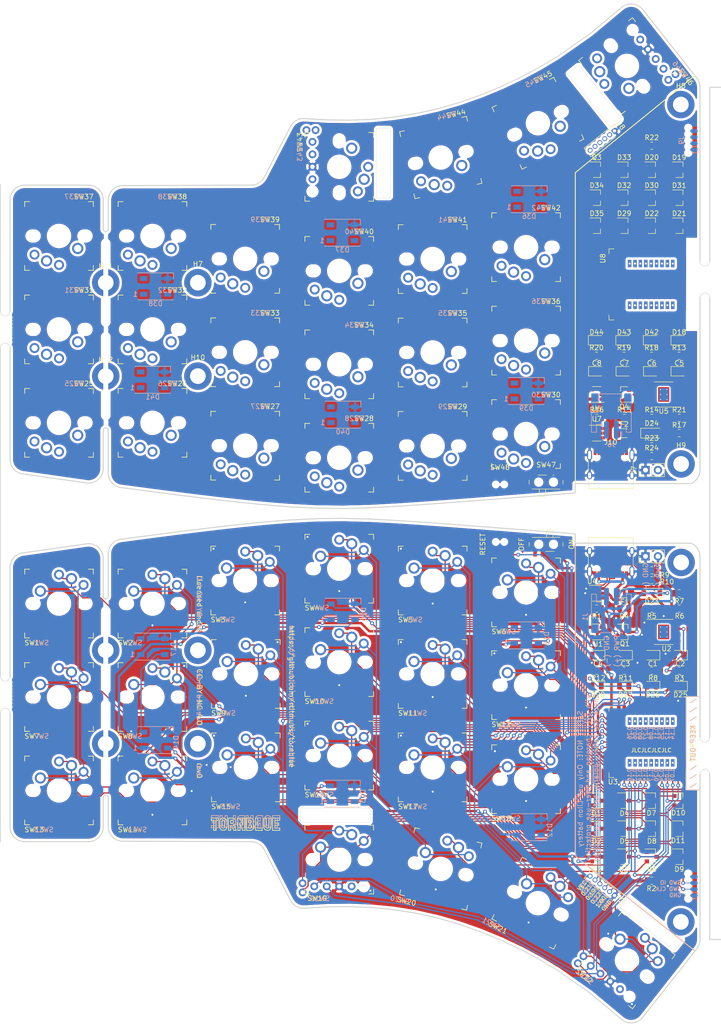
<source format=kicad_pcb>
(kicad_pcb (version 20171130) (host pcbnew "(5.1.10-1-10_14)")
  (layers (0 F.Cu signal) (31 B.Cu signal) (34 B.Paste user hide) (35 F.Paste user hide) (36 B.SilkS user hide) (37 F.SilkS user hide) (38 B.Mask user hide) (39 F.Mask user hide) (44 Edge.Cuts user hide))
  (net 0 "")
  (net 1 +5V)
  (net 2 GND)
  (net 3 VBAT)
  (net 4 +3V3)
  (net 5 "Net-(D1-Pad2)")
  (net 6 ROW0)
  (net 7 "Net-(D2-Pad2)")
  (net 8 "Net-(D3-Pad2)")
  (net 9 "Net-(D4-Pad2)")
  (net 10 "Net-(D5-Pad2)")
  (net 11 "Net-(D6-Pad2)")
  (net 12 "Net-(D7-Pad2)")
  (net 13 ROW1)
  (net 14 "Net-(D8-Pad2)")
  (net 15 "Net-(D9-Pad2)")
  (net 16 "Net-(D10-Pad2)")
  (net 17 "Net-(D11-Pad2)")
  (net 18 ROW2)
  (net 19 ROW3)
  (net 20 "Net-(D25-Pad1)")
  (net 21 "Net-(D26-Pad1)")
  (net 22 LED1)
  (net 23 LED2)
  (net 24 "Net-(D27-Pad1)")
  (net 25 "Net-(D28-Pad1)")
  (net 26 LED3)
  (net 27 VBUS)
  (net 28 "Net-(J2-Pad2)")
  (net 29 "Net-(J4-PadA5)")
  (net 30 USB-D+)
  (net 31 USB-D-)
  (net 32 "Net-(J4-PadB5)")
  (net 33 "Net-(R1-Pad2)")
  (net 34 "Net-(R3-Pad2)")
  (net 35 "Net-(R5-Pad2)")
  (net 36 "Net-(R6-Pad2)")
  (net 37 COL0)
  (net 38 COL1)
  (net 39 COL2)
  (net 40 COL3)
  (net 41 COL4)
  (net 42 COL5)
  (net 43 ENC_B)
  (net 44 ENC_A)
  (net 45 "Net-(SW23-Pad1)")
  (net 46 "Net-(C3-Pad1)")
  (net 47 ENABLE)
  (net 48 "Net-(D1-Pad1)")
  (net 49 "Net-(D2-Pad1)")
  (net 50 "Net-(D3-Pad1)")
  (net 51 "Net-(D4-Pad1)")
  (net 52 "Net-(D5-Pad1)")
  (net 53 "Net-(D6-Pad1)")
  (net 54 "Net-(D7-Pad1)")
  (net 55 "Net-(D8-Pad1)")
  (net 56 "Net-(D9-Pad1)")
  (net 57 "Net-(D10-Pad1)")
  (net 58 "Net-(D11-Pad1)")
  (net 59 EXT_VCC)
  (net 60 "Net-(D12-Pad2)")
  (net 61 LED_DATA)
  (net 62 "Net-(D13-Pad2)")
  (net 63 "Net-(D14-Pad2)")
  (net 64 "Net-(D15-Pad4)")
  (net 65 "Net-(D16-Pad4)")
  (net 66 "Net-(J2-Pad3)")
  (net 67 GPIO_A)
  (net 68 GPIO_B)
  (net 69 GPIO_C)
  (net 70 GPIO_D)
  (net 71 "Net-(C4-Pad1)")
  (net 72 VBAT_R)
  (net 73 "Net-(C7-Pad1)")
  (net 74 "Net-(C8-Pad1)")
  (net 75 "Net-(D18-Pad1)")
  (net 76 ROW_R0)
  (net 77 "Net-(D19-Pad2)")
  (net 78 "Net-(D19-Pad1)")
  (net 79 ROW_R1)
  (net 80 "Net-(D20-Pad2)")
  (net 81 "Net-(D20-Pad1)")
  (net 82 ROW_R2)
  (net 83 "Net-(D21-Pad2)")
  (net 84 "Net-(D21-Pad1)")
  (net 85 ROW_R3)
  (net 86 "Net-(D22-Pad2)")
  (net 87 "Net-(D22-Pad1)")
  (net 88 "Net-(D29-Pad2)")
  (net 89 "Net-(D29-Pad1)")
  (net 90 "Net-(D30-Pad2)")
  (net 91 "Net-(D30-Pad1)")
  (net 92 "Net-(D31-Pad2)")
  (net 93 "Net-(D31-Pad1)")
  (net 94 "Net-(D32-Pad2)")
  (net 95 "Net-(D32-Pad1)")
  (net 96 "Net-(D33-Pad2)")
  (net 97 "Net-(D33-Pad1)")
  (net 98 "Net-(D34-Pad2)")
  (net 99 "Net-(D34-Pad1)")
  (net 100 "Net-(D35-Pad2)")
  (net 101 "Net-(D35-Pad1)")
  (net 102 EXT_R_VCC)
  (net 103 "Net-(D36-Pad2)")
  (net 104 LED_RDATA)
  (net 105 "Net-(D37-Pad2)")
  (net 106 "Net-(D38-Pad2)")
  (net 107 "Net-(D39-Pad4)")
  (net 108 "Net-(D40-Pad4)")
  (net 109 LED_R1)
  (net 110 "Net-(D42-Pad1)")
  (net 111 LED_R2)
  (net 112 "Net-(D43-Pad1)")
  (net 113 LED_R3)
  (net 114 "Net-(D44-Pad1)")
  (net 115 GPIO_RD)
  (net 116 GPIO_RC)
  (net 117 GPIO_RA)
  (net 118 GPIO_RB)
  (net 119 "Net-(J9-Pad3)")
  (net 120 "Net-(J9-Pad2)")
  (net 121 "Net-(J10-PadA5)")
  (net 122 USB_RD-)
  (net 123 USB_RD+)
  (net 124 "Net-(J10-PadB5)")
  (net 125 ENABLE_R)
  (net 126 "Net-(R13-Pad2)")
  (net 127 "Net-(R14-Pad2)")
  (net 128 "Net-(R16-Pad2)")
  (net 129 "Net-(R21-Pad2)")
  (net 130 COL_R2)
  (net 131 COL_R0)
  (net 132 COL_R5)
  (net 133 ENC_RA)
  (net 134 ENC_RB)
  (net 135 COL_R1)
  (net 136 COL_R3)
  (net 137 COL_R4)
  (net 138 "Net-(SW48-Pad1)")
  (net 139 GND1)
  (net 140 +5VP)
  (net 141 VBUS_R)
  (net 142 +3.3VP)
  (module tornblue:SOIC_clipProgSmall (layer B.Cu) (at 271.36 65.87 270)
    (fp_text reference J9 (at 0 3.302 90) (layer B.SilkS) (effects (justify mirror)))
    (fp_text value SWD)
    (pad 4 smd oval (at -1.905 0.75 270) (size 0.8 1.5) (layers B.Cu B.Mask))
    (pad 3 smd oval (at -0.635 0.75 270) (size 0.8 1.5) (layers B.Cu B.Mask) (net 119 "Net-(J9-Pad3)"))
    (pad 2 smd oval (at 0.635 0.75 270) (size 0.8 1.5) (layers B.Cu B.Mask) (net 120 "Net-(J9-Pad2)"))
    (pad 1 smd oval (at 1.905 0.75 270) (size 0.8 1.5) (layers B.Cu B.Mask) (net 139 GND1))
    (pad "" np_thru_hole circle (at -2.54 1.905 270) (size 0.7 0.7) (drill 0.7) (layers *.Cu *.Mask))
    (pad "" np_thru_hole circle (at -1.27 1.905 270) (size 0.7 0.7) (drill 0.7) (layers *.Cu *.Mask))
    (pad "" np_thru_hole circle (at 0 1.905 270) (size 0.7 0.7) (drill 0.7) (layers *.Cu *.Mask))
    (pad "" np_thru_hole circle (at 1.27 1.905 270) (size 0.7 0.7) (drill 0.7) (layers *.Cu *.Mask))
    (pad "" np_thru_hole circle (at 2.54 1.905 270) (size 0.7 0.7) (drill 0.7) (layers *.Cu *.Mask))
  )
  (module kicad-keyboard-parts:nRF52840_holyiot_18010 (layer F.Cu) (at 262.79 95.25 270)
    (fp_text reference U8 (at -5.3 10.75 90) (layer F.SilkS))
    (fp_text value nRF52840_holyiot_18010)
    (pad 55 thru_hole rect (at 4.25 5.3 90) (size 1.524 0.7) (drill 0.4) (layers *.Cu *.Mask))
    (pad 54 thru_hole rect (at 4.25 4.2 90) (size 1.524 0.7) (drill 0.4) (layers *.Cu *.Mask))
    (pad 53 thru_hole rect (at 4.25 3.1 90) (size 1.524 0.7) (drill 0.4) (layers *.Cu *.Mask))
    (pad 52 thru_hole rect (at 4.25 2 90) (size 1.524 0.7) (drill 0.4) (layers *.Cu *.Mask))
    (pad 51 thru_hole rect (at 4.25 0.9 90) (size 1.524 0.7) (drill 0.4) (layers *.Cu *.Mask))
    (pad 50 thru_hole rect (at 4.25 -0.2 90) (size 1.524 0.7) (drill 0.4) (layers *.Cu *.Mask))
    (pad 49 thru_hole rect (at 4.25 -1.3 90) (size 1.524 0.7) (drill 0.4) (layers *.Cu *.Mask))
    (pad 48 thru_hole rect (at 4.25 -2.4 90) (size 1.524 0.7) (drill 0.4) (layers *.Cu *.Mask))
    (pad 47 thru_hole rect (at 4.25 -3.5 90) (size 1.524 0.7) (drill 0.4) (layers *.Cu *.Mask))
    (pad 46 thru_hole rect (at -4.25 5.3 90) (size 1.524 0.7) (drill 0.4) (layers *.Cu *.Mask))
    (pad 45 thru_hole rect (at -4.25 4.2 90) (size 1.524 0.7) (drill 0.4) (layers *.Cu *.Mask))
    (pad 44 thru_hole rect (at -4.25 3.1 90) (size 1.524 0.7) (drill 0.4) (layers *.Cu *.Mask))
    (pad 43 thru_hole rect (at -4.25 2 90) (size 1.524 0.7) (drill 0.4) (layers *.Cu *.Mask))
    (pad 42 thru_hole rect (at -4.25 0.9 90) (size 1.524 0.7) (drill 0.4) (layers *.Cu *.Mask))
    (pad 41 thru_hole rect (at -4.25 -0.2 90) (size 1.524 0.7) (drill 0.4) (layers *.Cu *.Mask))
    (pad 40 thru_hole rect (at -4.25 -1.3 90) (size 1.524 0.7) (drill 0.4) (layers *.Cu *.Mask))
    (pad 39 thru_hole rect (at -4.25 -2.4 90) (size 1.524 0.7) (drill 0.4) (layers *.Cu *.Mask))
    (pad 38 thru_hole rect (at -4.25 -3.5 90) (size 1.524 0.7) (drill 0.4) (layers *.Cu *.Mask))
    (pad 37 smd rect (at 6.75 -5.7 90) (size 1.524 0.7) (layers F.Cu F.Paste F.Mask) (net 139 GND1))
    (pad 36 smd rect (at 6.75 -4.6 90) (size 1.524 0.7) (layers F.Cu F.Paste F.Mask) (net 134 ENC_RB))
    (pad 35 smd rect (at 6.75 -3.5 90) (size 1.524 0.7) (layers F.Cu F.Paste F.Mask) (net 133 ENC_RA))
    (pad 34 smd rect (at 6.75 -2.4 90) (size 1.524 0.7) (layers F.Cu F.Paste F.Mask) (net 85 ROW_R3))
    (pad 33 smd rect (at 6.75 -1.3 90) (size 1.524 0.7) (layers F.Cu F.Paste F.Mask) (net 82 ROW_R2))
    (pad 32 smd rect (at 6.75 -0.2 90) (size 1.524 0.7) (layers F.Cu F.Paste F.Mask) (net 119 "Net-(J9-Pad3)"))
    (pad 31 smd rect (at 6.75 0.9 90) (size 1.524 0.7) (layers F.Cu F.Paste F.Mask) (net 120 "Net-(J9-Pad2)"))
    (pad 30 smd rect (at 6.75 2 90) (size 1.524 0.7) (layers F.Cu F.Paste F.Mask) (net 79 ROW_R1))
    (pad 29 smd rect (at 6.75 3.1 90) (size 1.524 0.7) (layers F.Cu F.Paste F.Mask) (net 76 ROW_R0))
    (pad 28 smd rect (at 6.75 4.2 90) (size 1.524 0.7) (layers F.Cu F.Paste F.Mask) (net 125 ENABLE_R))
    (pad 27 smd rect (at 6.75 5.3 90) (size 1.524 0.7) (layers F.Cu F.Paste F.Mask) (net 118 GPIO_RB))
    (pad 26 smd rect (at 6.75 6.4 90) (size 1.524 0.7) (layers F.Cu F.Paste F.Mask) (net 117 GPIO_RA))
    (pad 25 smd rect (at 6.75 7.5 90) (size 1.524 0.7) (layers F.Cu F.Paste F.Mask) (net 139 GND1))
    (pad 24 smd rect (at 5.5 9) (size 1.524 0.7) (layers F.Cu F.Paste F.Mask) (net 123 USB_RD+))
    (pad 23 smd rect (at 4.4 9) (size 1.524 0.7) (layers F.Cu F.Paste F.Mask) (net 122 USB_RD-))
    (pad 22 smd rect (at 3.3 9) (size 1.524 0.7) (layers F.Cu F.Paste F.Mask) (net 140 +5VP))
    (pad 21 smd rect (at 2.2 9) (size 1.524 0.7) (layers F.Cu F.Paste F.Mask) (net 138 "Net-(SW48-Pad1)"))
    (pad 20 smd rect (at 1.1 9) (size 1.524 0.7) (layers F.Cu F.Paste F.Mask) (net 116 GPIO_RC))
    (pad 19 smd rect (at 0 9) (size 1.524 0.7) (layers F.Cu F.Paste F.Mask) (net 115 GPIO_RD))
    (pad 18 smd rect (at -1.1 9) (size 1.524 0.7) (layers F.Cu F.Paste F.Mask) (net 104 LED_RDATA))
    (pad 17 smd rect (at -2.2 9) (size 1.524 0.7) (layers F.Cu F.Paste F.Mask) (net 132 COL_R5))
    (pad 16 smd rect (at -3.3 9) (size 1.524 0.7) (layers F.Cu F.Paste F.Mask) (net 137 COL_R4))
    (pad 15 smd rect (at -4.4 9) (size 1.524 0.7) (layers F.Cu F.Paste F.Mask) (net 136 COL_R3))
    (pad 14 smd rect (at -5.5 9) (size 1.524 0.7) (layers F.Cu F.Paste F.Mask) (net 142 +3.3VP))
    (pad 13 smd rect (at -6.75 7.5 270) (size 1.524 0.7) (layers F.Cu F.Paste F.Mask) (net 131 COL_R0))
    (pad 12 smd rect (at -6.75 6.4 270) (size 1.524 0.7) (layers F.Cu F.Paste F.Mask) (net 135 COL_R1))
    (pad 11 smd rect (at -6.75 5.3 270) (size 1.524 0.7) (layers F.Cu F.Paste F.Mask) (net 130 COL_R2))
    (pad 10 smd rect (at -6.75 4.2 270) (size 1.524 0.7) (layers F.Cu F.Paste F.Mask) (net 111 LED_R2))
    (pad 9 smd rect (at -6.75 3.1 270) (size 1.524 0.7) (layers F.Cu F.Paste F.Mask) (net 113 LED_R3))
    (pad 8 smd rect (at -6.75 2 270) (size 1.524 0.7) (layers F.Cu F.Paste F.Mask) (net 109 LED_R1))
    (pad 7 smd rect (at -6.75 0.9 270) (size 1.524 0.7) (layers F.Cu F.Paste F.Mask))
    (pad 6 smd rect (at -6.75 -0.2 270) (size 1.524 0.7) (layers F.Cu F.Paste F.Mask) (net 129 "Net-(R21-Pad2)"))
    (pad 5 smd rect (at -6.75 -1.3 270) (size 1.524 0.7) (layers F.Cu F.Paste F.Mask))
    (pad 4 smd rect (at -6.75 -2.4 270) (size 1.524 0.7) (layers F.Cu F.Paste F.Mask))
    (pad 3 smd rect (at -6.75 -3.5 270) (size 1.524 0.7) (layers F.Cu F.Paste F.Mask))
    (pad 2 smd rect (at -6.75 -4.6 270) (size 1.524 0.7) (layers F.Cu F.Paste F.Mask))
    (pad 1 smd rect (at -6.75 -5.7 270) (size 1.524 0.7) (layers F.Cu F.Paste F.Mask) (net 139 GND1))
  )
  (module Package_TO_SOT_SMD:SOT-23-6 (layer F.Cu) (at 250.79 125.58)
    (fp_text reference U7 (at 0 -2.9) (layer F.SilkS))
    (fp_text value SRV05-4)
    (pad 5 smd rect (at 1.1 0) (size 1.06 0.65) (layers F.Cu F.Paste F.Mask) (net 140 +5VP))
    (pad 6 smd rect (at 1.1 -0.95) (size 1.06 0.65) (layers F.Cu F.Paste F.Mask) (net 122 USB_RD-))
    (pad 4 smd rect (at 1.1 0.95) (size 1.06 0.65) (layers F.Cu F.Paste F.Mask))
    (pad 3 smd rect (at -1.1 0.95) (size 1.06 0.65) (layers F.Cu F.Paste F.Mask))
    (pad 2 smd rect (at -1.1 0) (size 1.06 0.65) (layers F.Cu F.Paste F.Mask) (net 139 GND1))
    (pad 1 smd rect (at -1.1 -0.95) (size 1.06 0.65) (layers F.Cu F.Paste F.Mask) (net 123 USB_RD+))
  )
  (module Package_TO_SOT_SMD:SOT-23-5 (layer F.Cu) (at 250.78 117.69 180)
    (fp_text reference U6 (at 0 -2.9) (layer F.SilkS))
    (fp_text value XC6220)
    (pad 5 smd rect (at 1.1 -0.95 180) (size 1.06 0.65) (layers F.Cu F.Paste F.Mask) (net 74 "Net-(C8-Pad1)"))
    (pad 4 smd rect (at 1.1 0.95 180) (size 1.06 0.65) (layers F.Cu F.Paste F.Mask))
    (pad 3 smd rect (at -1.1 0.95 180) (size 1.06 0.65) (layers F.Cu F.Paste F.Mask) (net 128 "Net-(R16-Pad2)"))
    (pad 2 smd rect (at -1.1 0 180) (size 1.06 0.65) (layers F.Cu F.Paste F.Mask) (net 139 GND1))
    (pad 1 smd rect (at -1.1 -0.95 180) (size 1.06 0.65) (layers F.Cu F.Paste F.Mask) (net 73 "Net-(C7-Pad1)"))
  )
  (module Package_SO:SOIC-8-1EP_3.9x4.9mm_P1.27mm_EP2.29x3mm_ThermalVias (layer F.Cu) (at 264.44 117.69 180)
    (fp_text reference U5 (at 0 -3.4) (layer F.SilkS))
    (fp_text value TP4056)
    (pad 9 smd rect (at 0 0 180) (size 1.8 2.5) (layers B.Cu))
    (pad 9 thru_hole circle (at 0.65 1 180) (size 0.5 0.5) (drill 0.2) (layers *.Cu))
    (pad 9 thru_hole circle (at -0.65 1 180) (size 0.5 0.5) (drill 0.2) (layers *.Cu))
    (pad 9 thru_hole circle (at 0.65 0 180) (size 0.5 0.5) (drill 0.2) (layers *.Cu))
    (pad 9 thru_hole circle (at -0.65 0 180) (size 0.5 0.5) (drill 0.2) (layers *.Cu))
    (pad 9 thru_hole circle (at 0.65 -1 180) (size 0.5 0.5) (drill 0.2) (layers *.Cu))
    (pad 9 thru_hole circle (at -0.65 -1 180) (size 0.5 0.5) (drill 0.2) (layers *.Cu))
    (pad 9 smd rect (at 0 0 180) (size 2.29 3) (layers F.Cu F.Mask))
    (pad 8 smd roundrect (at 2.475 -1.905 180) (size 1.95 0.6) (layers F.Cu F.Paste F.Mask) (net 140 +5VP))
    (pad 7 smd roundrect (at 2.475 -0.635 180) (size 1.95 0.6) (layers F.Cu F.Paste F.Mask) (net 126 "Net-(R13-Pad2)"))
    (pad 6 smd roundrect (at 2.475 0.635 180) (size 1.95 0.6) (layers F.Cu F.Paste F.Mask))
    (pad 5 smd roundrect (at 2.475 1.905 180) (size 1.95 0.6) (layers F.Cu F.Paste F.Mask) (net 72 VBAT_R))
    (pad 4 smd roundrect (at -2.475 1.905 180) (size 1.95 0.6) (layers F.Cu F.Paste F.Mask) (net 140 +5VP))
    (pad 3 smd roundrect (at -2.475 0.635 180) (size 1.95 0.6) (layers F.Cu F.Paste F.Mask) (net 139 GND1))
    (pad 2 smd roundrect (at -2.475 -0.635 180) (size 1.95 0.6) (layers F.Cu F.Paste F.Mask) (net 127 "Net-(R14-Pad2)"))
    (pad 1 smd roundrect (at -2.475 -1.905 180) (size 1.95 0.6) (layers F.Cu F.Paste F.Mask) (net 139 GND1))
  )
  (module tornblue:SW_SPST_TS24CA (layer F.Cu) (at 231.06 136.05 180)
    (fp_text reference SW48 (at 0 3.5) (layer F.SilkS))
    (fp_text value RESET)
    (pad 1 smd rect (at -1.675 1.55 180) (size 1.15 1.3) (layers F.Cu F.Paste F.Mask) (net 138 "Net-(SW48-Pad1)"))
    (pad 2 smd rect (at 1.675 1.55 180) (size 1.15 1.3) (layers F.Cu F.Paste F.Mask) (net 139 GND1))
    (pad "" smd rect (at -2.3 0 180) (size 0.9 1.2) (layers F.Cu F.Paste F.Mask))
    (pad "" smd rect (at 2.3 0 180) (size 0.9 1.2) (layers F.Cu F.Paste F.Mask))
    (pad "" np_thru_hole circle (at -0.85 0 180) (size 0.6 0.6) (drill 0.6) (layers *.Cu *.Mask))
    (pad "" np_thru_hole circle (at 0.85 0 180) (size 0.6 0.6) (drill 0.6) (layers *.Cu *.Mask))
  )
  (module tornblue:MX_PG1350_optional (layer F.Cu) (at 238.79 62.39 206)
    (fp_text reference SW45 (at -7.1374 8.001 206) (layer F.SilkS) (effects (justify right)))
    (fp_text value SW_Push)
    (fp_text user %R (at -5.207 8.001 206) (layer B.SilkS) (effects (justify left mirror)))
    (pad 2 thru_hole circle (at 0 -5.9 206) (size 2.032 2.032) (drill 1.27) (layers *.Cu *.Mask) (net 98 "Net-(D34-Pad2)"))
    (pad "" np_thru_hole oval (at 5.2832 0 26) (size 2.15 1.7018) (drill oval 2.15 1.7018) (layers *.Cu *.Mask))
    (pad "" np_thru_hole oval (at -5.2959 0 26) (size 2.15 1.7018) (drill oval 2.15 1.7018) (layers *.Cu *.Mask))
    (pad 1 thru_hole circle (at 5 -3.8 26) (size 2.032 2.032) (drill 1.27) (layers *.Cu *.Mask) (net 136 COL_R3))
    (pad 2 thru_hole circle (at 2.54 -5.08 206) (size 2.286 2.286) (drill 1.4986) (layers *.Cu *.Mask) (net 98 "Net-(D34-Pad2)"))
    (pad "" np_thru_hole circle (at 0 0 206) (size 3.9878 3.9878) (drill 3.9878) (layers *.Cu *.Mask))
    (pad 1 thru_hole circle (at -3.81 -2.54 206) (size 2.286 2.286) (drill 1.4986) (layers *.Cu *.Mask) (net 136 COL_R3))
  )
  (module tornblue:MX_PG1350_optional (layer F.Cu) (at 218.97 69.38 193)
    (fp_text reference SW44 (at -7.1374 8.001 193) (layer F.SilkS) (effects (justify right)))
    (fp_text value SW_Push)
    (fp_text user %R (at -5.207 8.001 193) (layer B.SilkS) (effects (justify left mirror)))
    (pad 2 thru_hole circle (at 0 -5.9 193) (size 2.032 2.032) (drill 1.27) (layers *.Cu *.Mask) (net 96 "Net-(D33-Pad2)"))
    (pad "" np_thru_hole oval (at 5.2832 0 13) (size 2.15 1.7018) (drill oval 2.15 1.7018) (layers *.Cu *.Mask))
    (pad "" np_thru_hole oval (at -5.2959 0 13) (size 2.15 1.7018) (drill oval 2.15 1.7018) (layers *.Cu *.Mask))
    (pad 1 thru_hole circle (at 5 -3.8 13) (size 2.032 2.032) (drill 1.27) (layers *.Cu *.Mask) (net 132 COL_R5))
    (pad 2 thru_hole circle (at 2.54 -5.08 193) (size 2.286 2.286) (drill 1.4986) (layers *.Cu *.Mask) (net 96 "Net-(D33-Pad2)"))
    (pad "" np_thru_hole circle (at 0 0 193) (size 3.9878 3.9878) (drill 3.9878) (layers *.Cu *.Mask))
    (pad 1 thru_hole circle (at -3.81 -2.54 193) (size 2.286 2.286) (drill 1.4986) (layers *.Cu *.Mask) (net 132 COL_R5))
  )
  (module tornblue:MX_PG1350_EVQWGD001_LR_optional (layer F.Cu) (at 256.95 50.7 128.5)
    (fp_text reference SW46 (at -7.1374 8.001 308.5) (layer F.SilkS) (effects (justify left)))
    (fp_text value EC11)
    (fp_line (start 6.0173 -10.4651) (end -7.5827 -10.4651) (layer Edge.Cuts) (width 0.05))
    (fp_line (start -7.5827 -7.5651) (end 6.0173 -7.5651) (layer Edge.Cuts) (width 0.05))
    (fp_line (start -7.8827 -10.1651) (end -7.8827 -7.8651) (layer Edge.Cuts) (width 0.05))
    (fp_line (start 6.3173 -7.8651) (end 6.3173 -10.1651) (layer Edge.Cuts) (width 0.05))
    (fp_arc (start 6.0173 -7.8651) (end 6.0173 -7.5651) (angle -90) (layer Edge.Cuts) (width 0.05))
    (fp_arc (start 6.0173 -10.1651) (end 6.3173 -10.1651) (angle -90) (layer Edge.Cuts) (width 0.05))
    (fp_arc (start -7.5827 -7.8651) (end -7.8827 -7.8651) (angle -90) (layer Edge.Cuts) (width 0.05))
    (fp_arc (start -7.5827 -10.1651) (end -7.5827 -10.4651) (angle -90) (layer Edge.Cuts) (width 0.05))
    (fp_text user %R (at -5.207 8.001 308.5) (layer B.SilkS) (effects (justify right mirror)))
    (pad S1 thru_hole circle (at -7.4827 6.6849 218.5) (size 1.6 1.6) (drill 0.9) (layers *.Cu *.Mask) (net 100 "Net-(D35-Pad2)"))
    (pad S2 thru_hole circle (at -7.4827 4.8349 218.5) (size 1.6 1.6) (drill 0.9) (layers *.Cu *.Mask) (net 132 COL_R5))
    (pad A thru_hole circle (at -5.0927 5.4599 218.5) (size 1.6 1.6) (drill 0.9) (layers *.Cu *.Mask) (net 133 ENC_RA))
    (pad B thru_hole circle (at -2.5527 5.4599 218.5) (size 1.6 1.6) (drill 0.9) (layers *.Cu *.Mask) (net 134 ENC_RB))
    (pad C thru_hole circle (at -0.0127 5.4599 218.5) (size 1.6 1.6) (drill 0.9) (layers *.Cu *.Mask) (net 139 GND1))
    (pad D thru_hole circle (at 2.5273 5.4599 218.5) (size 1.6 1.6) (drill 0.9) (layers *.Cu *.Mask))
    (pad "" np_thru_hole circle (at 5.0173 5.4599 218.5) (size 1.5 1.5) (drill 1.5) (layers *.Cu *.Mask))
    (pad S2 thru_hole circle (at 0 -5.9 128.5) (size 2.032 2.032) (drill 1.27) (layers *.Cu *.Mask) (net 132 COL_R5))
    (pad "" np_thru_hole oval (at 5.2832 0 308.5) (size 2.15 1.7018) (drill oval 2.15 1.7018) (layers *.Cu *.Mask))
    (pad "" np_thru_hole oval (at -5.2959 0 308.5) (size 2.15 1.7018) (drill oval 2.15 1.7018) (layers *.Cu *.Mask))
    (pad S1 thru_hole circle (at 5 -3.8 308.5) (size 2.032 2.032) (drill 1.27) (layers *.Cu *.Mask) (net 100 "Net-(D35-Pad2)"))
    (pad S2 thru_hole circle (at 2.54 -5.08 128.5) (size 2.286 2.286) (drill 1.4986) (layers *.Cu *.Mask) (net 132 COL_R5))
    (pad "" np_thru_hole circle (at 0 0 128.5) (size 3.9878 3.9878) (drill 3.9878) (layers *.Cu *.Mask))
    (pad S1 thru_hole circle (at -3.81 -2.54 128.5) (size 2.286 2.286) (drill 1.4986) (layers *.Cu *.Mask) (net 100 "Net-(D35-Pad2)"))
  )
  (module Button_Switch_SMD:SW_SPDT_PCM12 (layer F.Cu) (at 240.46 135.24)
    (fp_text reference SW47 (at 0 -3.2) (layer F.SilkS))
    (fp_text value SW_SPST)
    (pad "" smd rect (at -3.65 -0.78) (size 1 0.8) (layers F.Cu F.Paste F.Mask))
    (pad "" smd rect (at 3.65 -0.78) (size 1 0.8) (layers F.Cu F.Paste F.Mask))
    (pad "" smd rect (at 3.65 1.43) (size 1 0.8) (layers F.Cu F.Paste F.Mask))
    (pad "" smd rect (at -3.65 1.43) (size 1 0.8) (layers F.Cu F.Paste F.Mask))
    (pad 3 smd rect (at 2.25 -1.43) (size 0.7 1.5) (layers F.Cu F.Paste F.Mask))
    (pad 2 smd rect (at 0.75 -1.43) (size 0.7 1.5) (layers F.Cu F.Paste F.Mask) (net 74 "Net-(C8-Pad1)"))
    (pad 1 smd rect (at -2.25 -1.43) (size 0.7 1.5) (layers F.Cu F.Paste F.Mask) (net 142 +3.3VP))
    (pad "" np_thru_hole circle (at 1.5 0.33) (size 0.9 0.9) (drill 0.9) (layers *.Cu *.Mask))
    (pad "" np_thru_hole circle (at -1.5 0.33) (size 0.9 0.9) (drill 0.9) (layers *.Cu *.Mask))
  )
  (module tornblue:MX_PG1350_optional (layer F.Cu) (at 198.27 130.59 180)
    (fp_text reference SW28 (at -7.1374 8.001 180) (layer F.SilkS) (effects (justify right)))
    (fp_text value SW_Push)
    (fp_text user %R (at -5.207 8.001 180) (layer B.SilkS) (effects (justify left mirror)))
    (pad 2 thru_hole circle (at 0 -5.9 180) (size 2.032 2.032) (drill 1.27) (layers *.Cu *.Mask) (net 101 "Net-(D35-Pad1)"))
    (pad "" np_thru_hole oval (at 5.2832 0) (size 2.15 1.7018) (drill oval 2.15 1.7018) (layers *.Cu *.Mask))
    (pad "" np_thru_hole oval (at -5.2959 0) (size 2.15 1.7018) (drill oval 2.15 1.7018) (layers *.Cu *.Mask))
    (pad 1 thru_hole circle (at 5 -3.8) (size 2.032 2.032) (drill 1.27) (layers *.Cu *.Mask) (net 135 COL_R1))
    (pad 2 thru_hole circle (at 2.54 -5.08 180) (size 2.286 2.286) (drill 1.4986) (layers *.Cu *.Mask) (net 101 "Net-(D35-Pad1)"))
    (pad "" np_thru_hole circle (at 0 0 180) (size 3.9878 3.9878) (drill 3.9878) (layers *.Cu *.Mask))
    (pad 1 thru_hole circle (at -3.81 -2.54 180) (size 2.286 2.286) (drill 1.4986) (layers *.Cu *.Mask) (net 135 COL_R1))
  )
  (module tornblue:MX_PG1350_optional (layer F.Cu) (at 236.37 87.66 180)
    (fp_text reference SW42 (at -7.1374 8.001 180) (layer F.SilkS) (effects (justify right)))
    (fp_text value SW_Push)
    (fp_text user %R (at -5.207 8.001 180) (layer B.SilkS) (effects (justify left mirror)))
    (pad 2 thru_hole circle (at 0 -5.9 180) (size 2.032 2.032) (drill 1.27) (layers *.Cu *.Mask) (net 99 "Net-(D34-Pad1)"))
    (pad "" np_thru_hole oval (at 5.2832 0) (size 2.15 1.7018) (drill oval 2.15 1.7018) (layers *.Cu *.Mask))
    (pad "" np_thru_hole oval (at -5.2959 0) (size 2.15 1.7018) (drill oval 2.15 1.7018) (layers *.Cu *.Mask))
    (pad 1 thru_hole circle (at 5 -3.8) (size 2.032 2.032) (drill 1.27) (layers *.Cu *.Mask) (net 130 COL_R2))
    (pad 2 thru_hole circle (at 2.54 -5.08 180) (size 2.286 2.286) (drill 1.4986) (layers *.Cu *.Mask) (net 99 "Net-(D34-Pad1)"))
    (pad "" np_thru_hole circle (at 0 0 180) (size 3.9878 3.9878) (drill 3.9878) (layers *.Cu *.Mask))
    (pad 1 thru_hole circle (at -3.81 -2.54 180) (size 2.286 2.286) (drill 1.4986) (layers *.Cu *.Mask) (net 130 COL_R2))
  )
  (module tornblue:MX_PG1350_optional (layer F.Cu) (at 217.32 90.08 180)
    (fp_text reference SW41 (at -7.1374 8.001 180) (layer F.SilkS) (effects (justify right)))
    (fp_text value SW_Push)
    (fp_text user %R (at -5.207 8.001 180) (layer B.SilkS) (effects (justify left mirror)))
    (pad 2 thru_hole circle (at 0 -5.9 180) (size 2.032 2.032) (drill 1.27) (layers *.Cu *.Mask) (net 97 "Net-(D33-Pad1)"))
    (pad "" np_thru_hole oval (at 5.2832 0) (size 2.15 1.7018) (drill oval 2.15 1.7018) (layers *.Cu *.Mask))
    (pad "" np_thru_hole oval (at -5.2959 0) (size 2.15 1.7018) (drill oval 2.15 1.7018) (layers *.Cu *.Mask))
    (pad 1 thru_hole circle (at 5 -3.8) (size 2.032 2.032) (drill 1.27) (layers *.Cu *.Mask) (net 137 COL_R4))
    (pad 2 thru_hole circle (at 2.54 -5.08 180) (size 2.286 2.286) (drill 1.4986) (layers *.Cu *.Mask) (net 97 "Net-(D33-Pad1)"))
    (pad "" np_thru_hole circle (at 0 0 180) (size 3.9878 3.9878) (drill 3.9878) (layers *.Cu *.Mask))
    (pad 1 thru_hole circle (at -3.81 -2.54 180) (size 2.286 2.286) (drill 1.4986) (layers *.Cu *.Mask) (net 137 COL_R4))
  )
  (module tornblue:MX_PG1350_optional (layer F.Cu) (at 198.27 92.49 180)
    (fp_text reference SW40 (at -7.1374 8.001 180) (layer F.SilkS) (effects (justify right)))
    (fp_text value SW_Push)
    (fp_text user %R (at -5.207 8.001 180) (layer B.SilkS) (effects (justify left mirror)))
    (pad 2 thru_hole circle (at 0 -5.9 180) (size 2.032 2.032) (drill 1.27) (layers *.Cu *.Mask) (net 94 "Net-(D32-Pad2)"))
    (pad "" np_thru_hole oval (at 5.2832 0) (size 2.15 1.7018) (drill oval 2.15 1.7018) (layers *.Cu *.Mask))
    (pad "" np_thru_hole oval (at -5.2959 0) (size 2.15 1.7018) (drill oval 2.15 1.7018) (layers *.Cu *.Mask))
    (pad 1 thru_hole circle (at 5 -3.8) (size 2.032 2.032) (drill 1.27) (layers *.Cu *.Mask) (net 130 COL_R2))
    (pad 2 thru_hole circle (at 2.54 -5.08 180) (size 2.286 2.286) (drill 1.4986) (layers *.Cu *.Mask) (net 94 "Net-(D32-Pad2)"))
    (pad "" np_thru_hole circle (at 0 0 180) (size 3.9878 3.9878) (drill 3.9878) (layers *.Cu *.Mask))
    (pad 1 thru_hole circle (at -3.81 -2.54 180) (size 2.286 2.286) (drill 1.4986) (layers *.Cu *.Mask) (net 130 COL_R2))
  )
  (module tornblue:MX_PG1350_optional (layer F.Cu) (at 179.09 90.04 180)
    (fp_text reference SW39 (at -7.1374 8.001 180) (layer F.SilkS) (effects (justify right)))
    (fp_text value SW_Push)
    (fp_text user %R (at -5.207 8.001 180) (layer B.SilkS) (effects (justify left mirror)))
    (pad 2 thru_hole circle (at 0 -5.9 180) (size 2.032 2.032) (drill 1.27) (layers *.Cu *.Mask) (net 92 "Net-(D31-Pad2)"))
    (pad "" np_thru_hole oval (at 5.2832 0) (size 2.15 1.7018) (drill oval 2.15 1.7018) (layers *.Cu *.Mask))
    (pad "" np_thru_hole oval (at -5.2959 0) (size 2.15 1.7018) (drill oval 2.15 1.7018) (layers *.Cu *.Mask))
    (pad 1 thru_hole circle (at 5 -3.8) (size 2.032 2.032) (drill 1.27) (layers *.Cu *.Mask) (net 137 COL_R4))
    (pad 2 thru_hole circle (at 2.54 -5.08 180) (size 2.286 2.286) (drill 1.4986) (layers *.Cu *.Mask) (net 92 "Net-(D31-Pad2)"))
    (pad "" np_thru_hole circle (at 0 0 180) (size 3.9878 3.9878) (drill 3.9878) (layers *.Cu *.Mask))
    (pad 1 thru_hole circle (at -3.81 -2.54 180) (size 2.286 2.286) (drill 1.4986) (layers *.Cu *.Mask) (net 137 COL_R4))
  )
  (module tornblue:MX_PG1350_optional (layer F.Cu) (at 160.1824 85.3752 180)
    (fp_text reference SW38 (at -7.1374 8.001 180) (layer F.SilkS) (effects (justify right)))
    (fp_text value SW_Push)
    (fp_text user %R (at -5.207 8.001 180) (layer B.SilkS) (effects (justify left mirror)))
    (pad 2 thru_hole circle (at 0 -5.9 180) (size 2.032 2.032) (drill 1.27) (layers *.Cu *.Mask) (net 90 "Net-(D30-Pad2)"))
    (pad "" np_thru_hole oval (at 5.2832 0) (size 2.15 1.7018) (drill oval 2.15 1.7018) (layers *.Cu *.Mask))
    (pad "" np_thru_hole oval (at -5.2959 0) (size 2.15 1.7018) (drill oval 2.15 1.7018) (layers *.Cu *.Mask))
    (pad 1 thru_hole circle (at 5 -3.8) (size 2.032 2.032) (drill 1.27) (layers *.Cu *.Mask) (net 137 COL_R4))
    (pad 2 thru_hole circle (at 2.54 -5.08 180) (size 2.286 2.286) (drill 1.4986) (layers *.Cu *.Mask) (net 90 "Net-(D30-Pad2)"))
    (pad "" np_thru_hole circle (at 0 0 180) (size 3.9878 3.9878) (drill 3.9878) (layers *.Cu *.Mask))
    (pad 1 thru_hole circle (at -3.81 -2.54 180) (size 2.286 2.286) (drill 1.4986) (layers *.Cu *.Mask) (net 137 COL_R4))
  )
  (module tornblue:MX_PG1350_optional (layer F.Cu) (at 141.1224 85.3752 180)
    (fp_text reference SW37 (at -7.1374 8.001 180) (layer F.SilkS) (effects (justify right)))
    (fp_text value SW_Push)
    (fp_text user %R (at -5.207 8.001 180) (layer B.SilkS) (effects (justify left mirror)))
    (pad 2 thru_hole circle (at 0 -5.9 180) (size 2.032 2.032) (drill 1.27) (layers *.Cu *.Mask) (net 88 "Net-(D29-Pad2)"))
    (pad "" np_thru_hole oval (at 5.2832 0) (size 2.15 1.7018) (drill oval 2.15 1.7018) (layers *.Cu *.Mask))
    (pad "" np_thru_hole oval (at -5.2959 0) (size 2.15 1.7018) (drill oval 2.15 1.7018) (layers *.Cu *.Mask))
    (pad 1 thru_hole circle (at 5 -3.8) (size 2.032 2.032) (drill 1.27) (layers *.Cu *.Mask) (net 131 COL_R0))
    (pad 2 thru_hole circle (at 2.54 -5.08 180) (size 2.286 2.286) (drill 1.4986) (layers *.Cu *.Mask) (net 88 "Net-(D29-Pad2)"))
    (pad "" np_thru_hole circle (at 0 0 180) (size 3.9878 3.9878) (drill 3.9878) (layers *.Cu *.Mask))
    (pad 1 thru_hole circle (at -3.81 -2.54 180) (size 2.286 2.286) (drill 1.4986) (layers *.Cu *.Mask) (net 131 COL_R0))
  )
  (module tornblue:MX_PG1350_optional (layer F.Cu) (at 236.37 106.71 180)
    (fp_text reference SW36 (at -7.1374 8.001 180) (layer F.SilkS) (effects (justify right)))
    (fp_text value SW_Push)
    (fp_text user %R (at -5.207 8.001 180) (layer B.SilkS) (effects (justify left mirror)))
    (pad 2 thru_hole circle (at 0 -5.9 180) (size 2.032 2.032) (drill 1.27) (layers *.Cu *.Mask) (net 95 "Net-(D32-Pad1)"))
    (pad "" np_thru_hole oval (at 5.2832 0) (size 2.15 1.7018) (drill oval 2.15 1.7018) (layers *.Cu *.Mask))
    (pad "" np_thru_hole oval (at -5.2959 0) (size 2.15 1.7018) (drill oval 2.15 1.7018) (layers *.Cu *.Mask))
    (pad 1 thru_hole circle (at 5 -3.8) (size 2.032 2.032) (drill 1.27) (layers *.Cu *.Mask) (net 136 COL_R3))
    (pad 2 thru_hole circle (at 2.54 -5.08 180) (size 2.286 2.286) (drill 1.4986) (layers *.Cu *.Mask) (net 95 "Net-(D32-Pad1)"))
    (pad "" np_thru_hole circle (at 0 0 180) (size 3.9878 3.9878) (drill 3.9878) (layers *.Cu *.Mask))
    (pad 1 thru_hole circle (at -3.81 -2.54 180) (size 2.286 2.286) (drill 1.4986) (layers *.Cu *.Mask) (net 136 COL_R3))
  )
  (module tornblue:MX_PG1350_optional (layer F.Cu) (at 217.32 109.13 180)
    (fp_text reference SW35 (at -7.1374 8.001 180) (layer F.SilkS) (effects (justify right)))
    (fp_text value SW_Push)
    (fp_text user %R (at -5.207 8.001 180) (layer B.SilkS) (effects (justify left mirror)))
    (pad 2 thru_hole circle (at 0 -5.9 180) (size 2.032 2.032) (drill 1.27) (layers *.Cu *.Mask) (net 93 "Net-(D31-Pad1)"))
    (pad "" np_thru_hole oval (at 5.2832 0) (size 2.15 1.7018) (drill oval 2.15 1.7018) (layers *.Cu *.Mask))
    (pad "" np_thru_hole oval (at -5.2959 0) (size 2.15 1.7018) (drill oval 2.15 1.7018) (layers *.Cu *.Mask))
    (pad 1 thru_hole circle (at 5 -3.8) (size 2.032 2.032) (drill 1.27) (layers *.Cu *.Mask) (net 131 COL_R0))
    (pad 2 thru_hole circle (at 2.54 -5.08 180) (size 2.286 2.286) (drill 1.4986) (layers *.Cu *.Mask) (net 93 "Net-(D31-Pad1)"))
    (pad "" np_thru_hole circle (at 0 0 180) (size 3.9878 3.9878) (drill 3.9878) (layers *.Cu *.Mask))
    (pad 1 thru_hole circle (at -3.81 -2.54 180) (size 2.286 2.286) (drill 1.4986) (layers *.Cu *.Mask) (net 131 COL_R0))
  )
  (module tornblue:MX_PG1350_optional (layer F.Cu) (at 198.27 111.54 180)
    (fp_text reference SW34 (at -7.1374 8.001 180) (layer F.SilkS) (effects (justify right)))
    (fp_text value SW_Push)
    (fp_text user %R (at -5.207 8.001 180) (layer B.SilkS) (effects (justify left mirror)))
    (pad 2 thru_hole circle (at 0 -5.9 180) (size 2.032 2.032) (drill 1.27) (layers *.Cu *.Mask) (net 91 "Net-(D30-Pad1)"))
    (pad "" np_thru_hole oval (at 5.2832 0) (size 2.15 1.7018) (drill oval 2.15 1.7018) (layers *.Cu *.Mask))
    (pad "" np_thru_hole oval (at -5.2959 0) (size 2.15 1.7018) (drill oval 2.15 1.7018) (layers *.Cu *.Mask))
    (pad 1 thru_hole circle (at 5 -3.8) (size 2.032 2.032) (drill 1.27) (layers *.Cu *.Mask) (net 135 COL_R1))
    (pad 2 thru_hole circle (at 2.54 -5.08 180) (size 2.286 2.286) (drill 1.4986) (layers *.Cu *.Mask) (net 91 "Net-(D30-Pad1)"))
    (pad "" np_thru_hole circle (at 0 0 180) (size 3.9878 3.9878) (drill 3.9878) (layers *.Cu *.Mask))
    (pad 1 thru_hole circle (at -3.81 -2.54 180) (size 2.286 2.286) (drill 1.4986) (layers *.Cu *.Mask) (net 135 COL_R1))
  )
  (module tornblue:MX_PG1350_optional (layer F.Cu) (at 179.09 109.09 180)
    (fp_text reference SW33 (at -7.1374 8.001 180) (layer F.SilkS) (effects (justify right)))
    (fp_text value SW_Push)
    (fp_text user %R (at -5.207 8.001 180) (layer B.SilkS) (effects (justify left mirror)))
    (pad 2 thru_hole circle (at 0 -5.9 180) (size 2.032 2.032) (drill 1.27) (layers *.Cu *.Mask) (net 89 "Net-(D29-Pad1)"))
    (pad "" np_thru_hole oval (at 5.2832 0) (size 2.15 1.7018) (drill oval 2.15 1.7018) (layers *.Cu *.Mask))
    (pad "" np_thru_hole oval (at -5.2959 0) (size 2.15 1.7018) (drill oval 2.15 1.7018) (layers *.Cu *.Mask))
    (pad 1 thru_hole circle (at 5 -3.8) (size 2.032 2.032) (drill 1.27) (layers *.Cu *.Mask) (net 136 COL_R3))
    (pad 2 thru_hole circle (at 2.54 -5.08 180) (size 2.286 2.286) (drill 1.4986) (layers *.Cu *.Mask) (net 89 "Net-(D29-Pad1)"))
    (pad "" np_thru_hole circle (at 0 0 180) (size 3.9878 3.9878) (drill 3.9878) (layers *.Cu *.Mask))
    (pad 1 thru_hole circle (at -3.81 -2.54 180) (size 2.286 2.286) (drill 1.4986) (layers *.Cu *.Mask) (net 136 COL_R3))
  )
  (module tornblue:MX_PG1350_optional (layer F.Cu) (at 160.1824 104.4252 180)
    (fp_text reference SW32 (at -7.1374 8.001 180) (layer F.SilkS) (effects (justify right)))
    (fp_text value SW_Push)
    (fp_text user %R (at -5.207 8.001 180) (layer B.SilkS) (effects (justify left mirror)))
    (pad 2 thru_hole circle (at 0 -5.9 180) (size 2.032 2.032) (drill 1.27) (layers *.Cu *.Mask) (net 86 "Net-(D22-Pad2)"))
    (pad "" np_thru_hole oval (at 5.2832 0) (size 2.15 1.7018) (drill oval 2.15 1.7018) (layers *.Cu *.Mask))
    (pad "" np_thru_hole oval (at -5.2959 0) (size 2.15 1.7018) (drill oval 2.15 1.7018) (layers *.Cu *.Mask))
    (pad 1 thru_hole circle (at 5 -3.8) (size 2.032 2.032) (drill 1.27) (layers *.Cu *.Mask) (net 137 COL_R4))
    (pad 2 thru_hole circle (at 2.54 -5.08 180) (size 2.286 2.286) (drill 1.4986) (layers *.Cu *.Mask) (net 86 "Net-(D22-Pad2)"))
    (pad "" np_thru_hole circle (at 0 0 180) (size 3.9878 3.9878) (drill 3.9878) (layers *.Cu *.Mask))
    (pad 1 thru_hole circle (at -3.81 -2.54 180) (size 2.286 2.286) (drill 1.4986) (layers *.Cu *.Mask) (net 137 COL_R4))
  )
  (module tornblue:MX_PG1350_optional (layer F.Cu) (at 141.1224 104.4252 180)
    (fp_text reference SW31 (at -7.1374 8.001 180) (layer F.SilkS) (effects (justify right)))
    (fp_text value SW_Push)
    (fp_text user %R (at -5.207 8.001 180) (layer B.SilkS) (effects (justify left mirror)))
    (pad 2 thru_hole circle (at 0 -5.9 180) (size 2.032 2.032) (drill 1.27) (layers *.Cu *.Mask) (net 83 "Net-(D21-Pad2)"))
    (pad "" np_thru_hole oval (at 5.2832 0) (size 2.15 1.7018) (drill oval 2.15 1.7018) (layers *.Cu *.Mask))
    (pad "" np_thru_hole oval (at -5.2959 0) (size 2.15 1.7018) (drill oval 2.15 1.7018) (layers *.Cu *.Mask))
    (pad 1 thru_hole circle (at 5 -3.8) (size 2.032 2.032) (drill 1.27) (layers *.Cu *.Mask) (net 136 COL_R3))
    (pad 2 thru_hole circle (at 2.54 -5.08 180) (size 2.286 2.286) (drill 1.4986) (layers *.Cu *.Mask) (net 83 "Net-(D21-Pad2)"))
    (pad "" np_thru_hole circle (at 0 0 180) (size 3.9878 3.9878) (drill 3.9878) (layers *.Cu *.Mask))
    (pad 1 thru_hole circle (at -3.81 -2.54 180) (size 2.286 2.286) (drill 1.4986) (layers *.Cu *.Mask) (net 136 COL_R3))
  )
  (module tornblue:MX_PG1350_optional (layer F.Cu) (at 236.37 125.76 180)
    (fp_text reference SW30 (at -7.1374 8.001 180) (layer F.SilkS) (effects (justify right)))
    (fp_text value SW_Push)
    (fp_text user %R (at -5.207 8.001 180) (layer B.SilkS) (effects (justify left mirror)))
    (pad 2 thru_hole circle (at 0 -5.9 180) (size 2.032 2.032) (drill 1.27) (layers *.Cu *.Mask) (net 80 "Net-(D20-Pad2)"))
    (pad "" np_thru_hole oval (at 5.2832 0) (size 2.15 1.7018) (drill oval 2.15 1.7018) (layers *.Cu *.Mask))
    (pad "" np_thru_hole oval (at -5.2959 0) (size 2.15 1.7018) (drill oval 2.15 1.7018) (layers *.Cu *.Mask))
    (pad 1 thru_hole circle (at 5 -3.8) (size 2.032 2.032) (drill 1.27) (layers *.Cu *.Mask) (net 132 COL_R5))
    (pad 2 thru_hole circle (at 2.54 -5.08 180) (size 2.286 2.286) (drill 1.4986) (layers *.Cu *.Mask) (net 80 "Net-(D20-Pad2)"))
    (pad "" np_thru_hole circle (at 0 0 180) (size 3.9878 3.9878) (drill 3.9878) (layers *.Cu *.Mask))
    (pad 1 thru_hole circle (at -3.81 -2.54 180) (size 2.286 2.286) (drill 1.4986) (layers *.Cu *.Mask) (net 132 COL_R5))
  )
  (module tornblue:MX_PG1350_optional (layer F.Cu) (at 217.32 128.18 180)
    (fp_text reference SW29 (at -7.1374 8.001 180) (layer F.SilkS) (effects (justify right)))
    (fp_text value SW_Push)
    (fp_text user %R (at -5.207 8.001 180) (layer B.SilkS) (effects (justify left mirror)))
    (pad 2 thru_hole circle (at 0 -5.9 180) (size 2.032 2.032) (drill 1.27) (layers *.Cu *.Mask) (net 77 "Net-(D19-Pad2)"))
    (pad "" np_thru_hole oval (at 5.2832 0) (size 2.15 1.7018) (drill oval 2.15 1.7018) (layers *.Cu *.Mask))
    (pad "" np_thru_hole oval (at -5.2959 0) (size 2.15 1.7018) (drill oval 2.15 1.7018) (layers *.Cu *.Mask))
    (pad 1 thru_hole circle (at 5 -3.8) (size 2.032 2.032) (drill 1.27) (layers *.Cu *.Mask) (net 135 COL_R1))
    (pad 2 thru_hole circle (at 2.54 -5.08 180) (size 2.286 2.286) (drill 1.4986) (layers *.Cu *.Mask) (net 77 "Net-(D19-Pad2)"))
    (pad "" np_thru_hole circle (at 0 0 180) (size 3.9878 3.9878) (drill 3.9878) (layers *.Cu *.Mask))
    (pad 1 thru_hole circle (at -3.81 -2.54 180) (size 2.286 2.286) (drill 1.4986) (layers *.Cu *.Mask) (net 135 COL_R1))
  )
  (module tornblue:MX_PG1350_EVQWGD001_LR_optional (layer F.Cu) (at 198.27 71.28 270)
    (fp_text reference SW43 (at -7.1374 8.001 270) (layer F.SilkS) (effects (justify right)))
    (fp_text value EC11)
    (fp_line (start 6.0173 -10.4651) (end -7.5827 -10.4651) (layer Edge.Cuts) (width 0.05))
    (fp_line (start -7.5827 -7.5651) (end 6.0173 -7.5651) (layer Edge.Cuts) (width 0.05))
    (fp_line (start -7.8827 -10.1651) (end -7.8827 -7.8651) (layer Edge.Cuts) (width 0.05))
    (fp_line (start 6.3173 -7.8651) (end 6.3173 -10.1651) (layer Edge.Cuts) (width 0.05))
    (fp_arc (start 6.0173 -7.8651) (end 6.0173 -7.5651) (angle -90) (layer Edge.Cuts) (width 0.05))
    (fp_arc (start 6.0173 -10.1651) (end 6.3173 -10.1651) (angle -90) (layer Edge.Cuts) (width 0.05))
    (fp_arc (start -7.5827 -7.8651) (end -7.8827 -7.8651) (angle -90) (layer Edge.Cuts) (width 0.05))
    (fp_arc (start -7.5827 -10.1651) (end -7.5827 -10.4651) (angle -90) (layer Edge.Cuts) (width 0.05))
    (fp_text user %R (at -5.207 8.001 270) (layer B.SilkS) (effects (justify left mirror)))
    (pad S1 thru_hole circle (at -7.4827 6.6849) (size 1.6 1.6) (drill 0.9) (layers *.Cu *.Mask) (net 84 "Net-(D21-Pad1)"))
    (pad S2 thru_hole circle (at -7.4827 4.8349) (size 1.6 1.6) (drill 0.9) (layers *.Cu *.Mask) (net 130 COL_R2))
    (pad A thru_hole circle (at -5.0927 5.4599) (size 1.6 1.6) (drill 0.9) (layers *.Cu *.Mask) (net 133 ENC_RA))
    (pad B thru_hole circle (at -2.5527 5.4599) (size 1.6 1.6) (drill 0.9) (layers *.Cu *.Mask) (net 134 ENC_RB))
    (pad C thru_hole circle (at -0.0127 5.4599) (size 1.6 1.6) (drill 0.9) (layers *.Cu *.Mask) (net 139 GND1))
    (pad D thru_hole circle (at 2.5273 5.4599) (size 1.6 1.6) (drill 0.9) (layers *.Cu *.Mask))
    (pad "" np_thru_hole circle (at 5.0173 5.4599) (size 1.5 1.5) (drill 1.5) (layers *.Cu *.Mask))
    (pad S2 thru_hole circle (at 0 -5.9 270) (size 2.032 2.032) (drill 1.27) (layers *.Cu *.Mask) (net 130 COL_R2))
    (pad "" np_thru_hole oval (at 5.2832 0 90) (size 2.15 1.7018) (drill oval 2.15 1.7018) (layers *.Cu *.Mask))
    (pad "" np_thru_hole oval (at -5.2959 0 90) (size 2.15 1.7018) (drill oval 2.15 1.7018) (layers *.Cu *.Mask))
    (pad S1 thru_hole circle (at 5 -3.8 90) (size 2.032 2.032) (drill 1.27) (layers *.Cu *.Mask) (net 84 "Net-(D21-Pad1)"))
    (pad S2 thru_hole circle (at 2.54 -5.08 270) (size 2.286 2.286) (drill 1.4986) (layers *.Cu *.Mask) (net 130 COL_R2))
    (pad "" np_thru_hole circle (at 0 0 270) (size 3.9878 3.9878) (drill 3.9878) (layers *.Cu *.Mask))
    (pad S1 thru_hole circle (at -3.81 -2.54 270) (size 2.286 2.286) (drill 1.4986) (layers *.Cu *.Mask) (net 84 "Net-(D21-Pad1)"))
  )
  (module tornblue:MX_PG1350_optional (layer F.Cu) (at 179.09 128.14 180)
    (fp_text reference SW27 (at -7.1374 8.001 180) (layer F.SilkS) (effects (justify right)))
    (fp_text value SW_Push)
    (fp_text user %R (at -5.207 8.001 180) (layer B.SilkS) (effects (justify left mirror)))
    (pad 2 thru_hole circle (at 0 -5.9 180) (size 2.032 2.032) (drill 1.27) (layers *.Cu *.Mask) (net 87 "Net-(D22-Pad1)"))
    (pad "" np_thru_hole oval (at 5.2832 0) (size 2.15 1.7018) (drill oval 2.15 1.7018) (layers *.Cu *.Mask))
    (pad "" np_thru_hole oval (at -5.2959 0) (size 2.15 1.7018) (drill oval 2.15 1.7018) (layers *.Cu *.Mask))
    (pad 1 thru_hole circle (at 5 -3.8) (size 2.032 2.032) (drill 1.27) (layers *.Cu *.Mask) (net 132 COL_R5))
    (pad 2 thru_hole circle (at 2.54 -5.08 180) (size 2.286 2.286) (drill 1.4986) (layers *.Cu *.Mask) (net 87 "Net-(D22-Pad1)"))
    (pad "" np_thru_hole circle (at 0 0 180) (size 3.9878 3.9878) (drill 3.9878) (layers *.Cu *.Mask))
    (pad 1 thru_hole circle (at -3.81 -2.54 180) (size 2.286 2.286) (drill 1.4986) (layers *.Cu *.Mask) (net 132 COL_R5))
  )
  (module tornblue:MX_PG1350_optional (layer F.Cu) (at 160.1824 123.4752 180)
    (fp_text reference SW26 (at -7.1374 8.001 180) (layer F.SilkS) (effects (justify right)))
    (fp_text value SW_Push)
    (fp_text user %R (at -5.207 8.001 180) (layer B.SilkS) (effects (justify left mirror)))
    (pad 2 thru_hole circle (at 0 -5.9 180) (size 2.032 2.032) (drill 1.27) (layers *.Cu *.Mask) (net 81 "Net-(D20-Pad1)"))
    (pad "" np_thru_hole oval (at 5.2832 0) (size 2.15 1.7018) (drill oval 2.15 1.7018) (layers *.Cu *.Mask))
    (pad "" np_thru_hole oval (at -5.2959 0) (size 2.15 1.7018) (drill oval 2.15 1.7018) (layers *.Cu *.Mask))
    (pad 1 thru_hole circle (at 5 -3.8) (size 2.032 2.032) (drill 1.27) (layers *.Cu *.Mask) (net 131 COL_R0))
    (pad 2 thru_hole circle (at 2.54 -5.08 180) (size 2.286 2.286) (drill 1.4986) (layers *.Cu *.Mask) (net 81 "Net-(D20-Pad1)"))
    (pad "" np_thru_hole circle (at 0 0 180) (size 3.9878 3.9878) (drill 3.9878) (layers *.Cu *.Mask))
    (pad 1 thru_hole circle (at -3.81 -2.54 180) (size 2.286 2.286) (drill 1.4986) (layers *.Cu *.Mask) (net 131 COL_R0))
  )
  (module tornblue:MX_PG1350_optional (layer F.Cu) (at 141.1224 123.4752 180)
    (fp_text reference SW25 (at -7.1374 8.001 180) (layer F.SilkS) (effects (justify right)))
    (fp_text value SW_Push)
    (fp_text user %R (at -5.207 8.001 180) (layer B.SilkS) (effects (justify left mirror)))
    (pad 2 thru_hole circle (at 0 -5.9 180) (size 2.032 2.032) (drill 1.27) (layers *.Cu *.Mask) (net 78 "Net-(D19-Pad1)"))
    (pad "" np_thru_hole oval (at 5.2832 0) (size 2.15 1.7018) (drill oval 2.15 1.7018) (layers *.Cu *.Mask))
    (pad "" np_thru_hole oval (at -5.2959 0) (size 2.15 1.7018) (drill oval 2.15 1.7018) (layers *.Cu *.Mask))
    (pad 1 thru_hole circle (at 5 -3.8) (size 2.032 2.032) (drill 1.27) (layers *.Cu *.Mask) (net 130 COL_R2))
    (pad 2 thru_hole circle (at 2.54 -5.08 180) (size 2.286 2.286) (drill 1.4986) (layers *.Cu *.Mask) (net 78 "Net-(D19-Pad1)"))
    (pad "" np_thru_hole circle (at 0 0 180) (size 3.9878 3.9878) (drill 3.9878) (layers *.Cu *.Mask))
    (pad 1 thru_hole circle (at -3.81 -2.54 180) (size 2.286 2.286) (drill 1.4986) (layers *.Cu *.Mask) (net 130 COL_R2))
  )
  (module Resistor_SMD:R_0805_2012Metric (layer F.Cu) (at 262 130.25)
    (fp_text reference R24 (at 0 -1.65) (layer F.SilkS))
    (fp_text value 5.1k)
    (pad 2 smd roundrect (at 0.9125 0) (size 1.025 1.4) (layers F.Cu F.Paste F.Mask) (roundrect_rratio 0.243902) (net 124 "Net-(J10-PadB5)"))
    (pad 1 smd roundrect (at -0.9125 0) (size 1.025 1.4) (layers F.Cu F.Paste F.Mask) (roundrect_rratio 0.243902) (net 139 GND1))
  )
  (module Resistor_SMD:R_0805_2012Metric (layer F.Cu) (at 262 128.25)
    (fp_text reference R23 (at 0 -1.65) (layer F.SilkS))
    (fp_text value 5.1k)
    (pad 2 smd roundrect (at 0.9125 0) (size 1.025 1.4) (layers F.Cu F.Paste F.Mask) (roundrect_rratio 0.243902) (net 121 "Net-(J10-PadA5)"))
    (pad 1 smd roundrect (at -0.9125 0) (size 1.025 1.4) (layers F.Cu F.Paste F.Mask) (roundrect_rratio 0.243902) (net 139 GND1))
  )
  (module Resistor_SMD:R_0805_2012Metric (layer F.Cu) (at 262 66.97)
    (fp_text reference R22 (at 0 -1.65) (layer F.SilkS))
    (fp_text value 2M)
    (pad 2 smd roundrect (at 0.9125 0) (size 1.025 1.4) (layers F.Cu F.Paste F.Mask) (roundrect_rratio 0.243902) (net 139 GND1))
    (pad 1 smd roundrect (at -0.9125 0) (size 1.025 1.4) (layers F.Cu F.Paste F.Mask) (roundrect_rratio 0.243902) (net 129 "Net-(R21-Pad2)"))
  )
  (module Resistor_SMD:R_0805_2012Metric (layer F.Cu) (at 267.61 122.46)
    (fp_text reference R21 (at 0 -1.65) (layer F.SilkS))
    (fp_text value 806k)
    (pad 2 smd roundrect (at 0.9125 0) (size 1.025 1.4) (layers F.Cu F.Paste F.Mask) (roundrect_rratio 0.243902) (net 129 "Net-(R21-Pad2)"))
    (pad 1 smd roundrect (at -0.9125 0) (size 1.025 1.4) (layers F.Cu F.Paste F.Mask) (roundrect_rratio 0.243902) (net 72 VBAT_R))
  )
  (module Resistor_SMD:R_0805_2012Metric (layer F.Cu) (at 250.74 109.8)
    (fp_text reference R20 (at 0 -1.65) (layer F.SilkS))
    (fp_text value 1k)
    (pad 2 smd roundrect (at 0.9125 0) (size 1.025 1.4) (layers F.Cu F.Paste F.Mask) (roundrect_rratio 0.243902) (net 139 GND1))
    (pad 1 smd roundrect (at -0.9125 0) (size 1.025 1.4) (layers F.Cu F.Paste F.Mask) (roundrect_rratio 0.243902) (net 114 "Net-(D44-Pad1)"))
  )
  (module Resistor_SMD:R_0805_2012Metric (layer F.Cu) (at 256.35 109.8)
    (fp_text reference R19 (at 0 -1.65) (layer F.SilkS))
    (fp_text value 1k)
    (pad 2 smd roundrect (at 0.9125 0) (size 1.025 1.4) (layers F.Cu F.Paste F.Mask) (roundrect_rratio 0.243902) (net 139 GND1))
    (pad 1 smd roundrect (at -0.9125 0) (size 1.025 1.4) (layers F.Cu F.Paste F.Mask) (roundrect_rratio 0.243902) (net 112 "Net-(D43-Pad1)"))
  )
  (module Resistor_SMD:R_0805_2012Metric (layer F.Cu) (at 261.96 109.8)
    (fp_text reference R18 (at 0 -1.65) (layer F.SilkS))
    (fp_text value 1k)
    (pad 2 smd roundrect (at 0.9125 0) (size 1.025 1.4) (layers F.Cu F.Paste F.Mask) (roundrect_rratio 0.243902) (net 139 GND1))
    (pad 1 smd roundrect (at -0.9125 0) (size 1.025 1.4) (layers F.Cu F.Paste F.Mask) (roundrect_rratio 0.243902) (net 110 "Net-(D42-Pad1)"))
  )
  (module Resistor_SMD:R_0805_2012Metric (layer F.Cu) (at 267.61 125.58)
    (fp_text reference R17 (at 0 -1.65) (layer F.SilkS))
    (fp_text value 2M)
    (pad 2 smd roundrect (at 0.9125 0) (size 1.025 1.4) (layers F.Cu F.Paste F.Mask) (roundrect_rratio 0.243902) (net 125 ENABLE_R))
    (pad 1 smd roundrect (at -0.9125 0) (size 1.025 1.4) (layers F.Cu F.Paste F.Mask) (roundrect_rratio 0.243902) (net 139 GND1))
  )
  (module Resistor_SMD:R_0805_2012Metric (layer F.Cu) (at 250.79 122.46)
    (fp_text reference R16 (at 0 -1.65) (layer F.SilkS))
    (fp_text value 100k)
    (pad 2 smd roundrect (at 0.9125 0) (size 1.025 1.4) (layers F.Cu F.Paste F.Mask) (roundrect_rratio 0.243902) (net 128 "Net-(R16-Pad2)"))
    (pad 1 smd roundrect (at -0.9125 0) (size 1.025 1.4) (layers F.Cu F.Paste F.Mask) (roundrect_rratio 0.243902) (net 73 "Net-(C7-Pad1)"))
  )
  (module Resistor_SMD:R_0805_2012Metric (layer F.Cu) (at 256.4 122.46)
    (fp_text reference R15 (at 0 -1.65) (layer F.SilkS))
    (fp_text value 100k)
    (pad 2 smd roundrect (at 0.9125 0) (size 1.025 1.4) (layers F.Cu F.Paste F.Mask) (roundrect_rratio 0.243902) (net 139 GND1))
    (pad 1 smd roundrect (at -0.9125 0) (size 1.025 1.4) (layers F.Cu F.Paste F.Mask) (roundrect_rratio 0.243902) (net 140 +5VP))
  )
  (module Resistor_SMD:R_0805_2012Metric (layer F.Cu) (at 262 122.46)
    (fp_text reference R14 (at 0 -1.65) (layer F.SilkS))
    (fp_text value 10k)
    (pad 2 smd roundrect (at 0.9125 0) (size 1.025 1.4) (layers F.Cu F.Paste F.Mask) (roundrect_rratio 0.243902) (net 127 "Net-(R14-Pad2)"))
    (pad 1 smd roundrect (at -0.9125 0) (size 1.025 1.4) (layers F.Cu F.Paste F.Mask) (roundrect_rratio 0.243902) (net 139 GND1))
  )
  (module Resistor_SMD:R_0805_2012Metric (layer F.Cu) (at 267.58 109.8)
    (fp_text reference R13 (at 0 -1.65) (layer F.SilkS))
    (fp_text value 1k)
    (pad 2 smd roundrect (at 0.9125 0) (size 1.025 1.4) (layers F.Cu F.Paste F.Mask) (roundrect_rratio 0.243902) (net 126 "Net-(R13-Pad2)"))
    (pad 1 smd roundrect (at -0.9125 0) (size 1.025 1.4) (layers F.Cu F.Paste F.Mask) (roundrect_rratio 0.243902) (net 75 "Net-(D18-Pad1)"))
  )
  (module Package_TO_SOT_SMD:SOT-23 (layer F.Cu) (at 256.4 117.69 180)
    (fp_text reference Q4 (at 0 -2.5) (layer F.SilkS))
    (fp_text value AO3401A)
    (pad 3 smd rect (at 1 0 180) (size 0.9 0.8) (layers F.Cu F.Paste F.Mask) (net 102 EXT_R_VCC))
    (pad 2 smd rect (at -1 0.95 180) (size 0.9 0.8) (layers F.Cu F.Paste F.Mask) (net 142 +3.3VP))
    (pad 1 smd rect (at -1 -0.95 180) (size 0.9 0.8) (layers F.Cu F.Paste F.Mask) (net 125 ENABLE_R))
  )
  (module Package_TO_SOT_SMD:SOT-23 (layer F.Cu) (at 250.79 71.86)
    (fp_text reference Q3 (at 0 -2.5) (layer F.SilkS))
    (fp_text value AO3401A)
    (pad 3 smd rect (at 1 0) (size 0.9 0.8) (layers F.Cu F.Paste F.Mask) (net 72 VBAT_R))
    (pad 2 smd rect (at -1 0.95) (size 0.9 0.8) (layers F.Cu F.Paste F.Mask) (net 73 "Net-(C7-Pad1)"))
    (pad 1 smd rect (at -1 -0.95) (size 0.9 0.8) (layers F.Cu F.Paste F.Mask) (net 140 +5VP))
  )
  (module Connector_USB:USB_C_Receptacle_XKB_U262-16XN-4BVC11 (layer F.Cu) (at 253.6444 133.1272)
    (fp_text reference J10 (at 0 -5.715) (layer F.SilkS))
    (fp_text value "USB C - USB2.0")
    (pad A12 smd rect (at 3.35 -3.67) (size 0.3 1.15) (layers F.Cu F.Paste F.Mask) (net 139 GND1))
    (pad A9 smd rect (at 2.55 -3.67) (size 0.3 1.15) (layers F.Cu F.Paste F.Mask) (net 141 VBUS_R))
    (pad B9 smd rect (at -2.25 -3.67) (size 0.3 1.15) (layers F.Cu F.Paste F.Mask) (net 141 VBUS_R))
    (pad B12 smd rect (at -3.05 -3.67) (size 0.3 1.15) (layers F.Cu F.Paste F.Mask) (net 139 GND1))
    (pad A1 smd rect (at -3.35 -3.67) (size 0.3 1.15) (layers F.Cu F.Paste F.Mask) (net 139 GND1))
    (pad A4 smd rect (at -2.55 -3.67) (size 0.3 1.15) (layers F.Cu F.Paste F.Mask) (net 141 VBUS_R))
    (pad B8 smd rect (at -1.75 -3.67) (size 0.3 1.15) (layers F.Cu F.Paste F.Mask))
    (pad A5 smd rect (at -1.25 -3.67) (size 0.3 1.15) (layers F.Cu F.Paste F.Mask) (net 121 "Net-(J10-PadA5)"))
    (pad B7 smd rect (at -0.75 -3.67) (size 0.3 1.15) (layers F.Cu F.Paste F.Mask) (net 122 USB_RD-))
    (pad A6 smd rect (at -0.25 -3.67) (size 0.3 1.15) (layers F.Cu F.Paste F.Mask) (net 123 USB_RD+))
    (pad A7 smd rect (at 0.25 -3.67) (size 0.3 1.15) (layers F.Cu F.Paste F.Mask) (net 122 USB_RD-))
    (pad B6 smd rect (at 0.75 -3.67) (size 0.3 1.15) (layers F.Cu F.Paste F.Mask) (net 123 USB_RD+))
    (pad A8 smd rect (at 1.25 -3.67) (size 0.3 1.15) (layers F.Cu F.Paste F.Mask))
    (pad B5 smd rect (at 1.75 -3.67) (size 0.3 1.15) (layers F.Cu F.Paste F.Mask) (net 124 "Net-(J10-PadB5)"))
    (pad B4 smd rect (at 2.25 -3.67) (size 0.3 1.15) (layers F.Cu F.Paste F.Mask) (net 141 VBUS_R))
    (pad B1 smd rect (at 3.05 -3.67) (size 0.3 1.15) (layers F.Cu F.Paste F.Mask) (net 139 GND1))
    (pad "" np_thru_hole circle (at -2.89 -2.605) (size 0.65 0.65) (drill 0.65) (layers *.Cu *.Mask))
    (pad "" np_thru_hole circle (at 2.89 -2.605) (size 0.65 0.65) (drill 0.65) (layers *.Cu *.Mask))
    (pad S1 thru_hole oval (at 4.32 1.075) (size 1 1.6) (drill oval 0.6 1.2) (layers *.Cu *.Mask) (net 139 GND1))
    (pad S1 thru_hole oval (at -4.32 1.075) (size 1 1.6) (drill oval 0.6 1.2) (layers *.Cu *.Mask) (net 139 GND1))
    (pad S1 thru_hole oval (at 4.32 -3.105) (size 1 2.1) (drill oval 0.6 1.7) (layers *.Cu *.Mask) (net 139 GND1))
    (pad S1 thru_hole oval (at -4.32 -3.105) (size 1 2.1) (drill oval 0.6 1.7) (layers *.Cu *.Mask) (net 139 GND1))
  )
  (module Connector_PinHeader_1.27mm:PinHeader_1x06_P1.27mm_Vertical (layer F.Cu) (at 254.41 63.95 308.5)
    (fp_text reference J8 (at 0 -1.695 128.5) (layer F.SilkS))
    (fp_text value BREAKOUT)
    (pad 6 thru_hole oval (at 0 6.35 308.5) (size 1 1) (drill 0.65) (layers *.Cu *.Mask) (net 102 EXT_R_VCC))
    (pad 5 thru_hole oval (at 0 5.08 308.5) (size 1 1) (drill 0.65) (layers *.Cu *.Mask) (net 115 GPIO_RD))
    (pad 4 thru_hole oval (at 0 3.81 308.5) (size 1 1) (drill 0.65) (layers *.Cu *.Mask) (net 116 GPIO_RC))
    (pad 3 thru_hole oval (at 0 2.54 308.5) (size 1 1) (drill 0.65) (layers *.Cu *.Mask) (net 117 GPIO_RA))
    (pad 2 thru_hole oval (at 0 1.27 308.5) (size 1 1) (drill 0.65) (layers *.Cu *.Mask) (net 118 GPIO_RB))
    (pad 1 thru_hole rect (at 0 0 308.5) (size 1 1) (drill 0.65) (layers *.Cu *.Mask) (net 139 GND1))
  )
  (module Connector_PinHeader_2.54mm:PinHeader_1x02_P2.54mm_Vertical (layer F.Cu) (at 260.73 133.11 90)
    (fp_text reference J7 (at 0 -2.33 90) (layer F.SilkS))
    (fp_text value BATT_PIN)
    (pad 2 thru_hole oval (at 0 2.54 90) (size 1.7 1.7) (drill 1) (layers *.Cu *.Mask) (net 72 VBAT_R))
    (pad 1 thru_hole rect (at 0 0 90) (size 1.7 1.7) (drill 1) (layers *.Cu *.Mask) (net 139 GND1))
  )
  (module Connector_JST:JST_PH_S2B-PH-SM4-TB_1x02-1MP_P2.00mm_Horizontal (layer B.Cu) (at 253.77 122.08)
    (fp_text reference J6 (at 0 5.8) (layer B.SilkS) (effects (justify mirror)))
    (fp_text value BATT)
    (pad MP smd roundrect (at 3.35 -2.9) (size 1.5 3.4) (layers B.Cu B.Paste B.Mask) (roundrect_rratio 0.166667))
    (pad MP smd roundrect (at -3.35 -2.9) (size 1.5 3.4) (layers B.Cu B.Paste B.Mask) (roundrect_rratio 0.166667))
    (pad 2 smd roundrect (at 1 2.85) (size 1 3.5) (layers B.Cu B.Paste B.Mask) (net 139 GND1))
    (pad 1 smd roundrect (at -1 2.85) (size 1 3.5) (layers B.Cu B.Paste B.Mask) (net 72 VBAT_R))
  )
  (module tornblue:MountingHole_3.2mm_M3_DIN965_Pad_Slot (layer F.Cu) (at 150.65 113.95)
    (fp_text reference H12 (at 0 -3.35) (layer F.SilkS))
    (fp_text value MountingHole)
    (pad "" np_thru_hole oval (at 0 0) (size 1 17) (drill oval 1 17) (layers *.Cu *.Mask))
    (pad 1 thru_hole circle (at 0 0) (size 5.6 5.6) (drill 3.2) (layers *.Cu *.Mask))
  )
  (module tornblue:MountingHole_3.2mm_M3_DIN965_Pad_Slot (layer F.Cu) (at 150.65 94.9)
    (fp_text reference H11 (at 0 -3.35) (layer F.SilkS))
    (fp_text value MountingHole)
    (pad "" np_thru_hole oval (at 0 0) (size 1 17) (drill oval 1 17) (layers *.Cu *.Mask))
    (pad 1 thru_hole circle (at 0 0) (size 5.6 5.6) (drill 3.2) (layers *.Cu *.Mask))
  )
  (module MountingHole:MountingHole_3.2mm_M3_DIN965_Pad (layer F.Cu) (at 169.44 113.95)
    (fp_text reference H10 (at 0 -3.8) (layer F.SilkS))
    (fp_text value MountingHole)
    (pad 1 thru_hole circle (at 0 0) (size 5.6 5.6) (drill 3.2) (layers *.Cu *.Mask))
  )
  (module MountingHole:MountingHole_3.2mm_M3_DIN965_Pad (layer F.Cu) (at 267.99 131.86)
    (fp_text reference H9 (at 0 -3.8) (layer F.SilkS))
    (fp_text value MountingHole)
    (pad 1 thru_hole circle (at 0 0) (size 5.6 5.6) (drill 3.2) (layers *.Cu *.Mask))
  )
  (module MountingHole:MountingHole_3.2mm_M3_DIN965_Pad (layer F.Cu) (at 267.93 58.58)
    (fp_text reference H8 (at 0 -3.8) (layer F.SilkS))
    (fp_text value MountingHole)
    (pad 1 thru_hole circle (at 0 0) (size 5.6 5.6) (drill 3.2) (layers *.Cu *.Mask))
  )
  (module MountingHole:MountingHole_3.2mm_M3_DIN965_Pad (layer F.Cu) (at 169.44 94.9)
    (fp_text reference H7 (at 0 -3.8) (layer F.SilkS))
    (fp_text value MountingHole)
    (pad 1 thru_hole circle (at 0 0) (size 5.6 5.6) (drill 3.2) (layers *.Cu *.Mask))
  )
  (module Fuse:Fuse_1206_3216Metric (layer F.Cu) (at 256.4 125.58)
    (fp_text reference F2 (at 0 -1.82) (layer F.SilkS))
    (fp_text value 750mA)
    (pad 2 smd roundrect (at 1.4 0) (size 1.25 1.75) (layers F.Cu F.Paste F.Mask) (roundrect_rratio 0.2) (net 141 VBUS_R))
    (pad 1 smd roundrect (at -1.4 0) (size 1.25 1.75) (layers F.Cu F.Paste F.Mask) (roundrect_rratio 0.2) (net 140 +5VP))
  )
  (module LED_SMD:LED_0805_2012Metric (layer F.Cu) (at 250.76 106.64)
    (fp_text reference D44 (at 0 -1.65) (layer F.SilkS))
    (fp_text value GREEN)
    (pad 2 smd roundrect (at 0.9375 0) (size 0.975 1.4) (layers F.Cu F.Paste F.Mask) (net 113 LED_R3))
    (pad 1 smd roundrect (at -0.9375 0) (size 0.975 1.4) (layers F.Cu F.Paste F.Mask) (net 114 "Net-(D44-Pad1)"))
  )
  (module LED_SMD:LED_0805_2012Metric (layer F.Cu) (at 256.37 106.64)
    (fp_text reference D43 (at 0 -1.65) (layer F.SilkS))
    (fp_text value GREEN)
    (pad 2 smd roundrect (at 0.9375 0) (size 0.975 1.4) (layers F.Cu F.Paste F.Mask) (net 111 LED_R2))
    (pad 1 smd roundrect (at -0.9375 0) (size 0.975 1.4) (layers F.Cu F.Paste F.Mask) (net 112 "Net-(D43-Pad1)"))
  )
  (module LED_SMD:LED_0805_2012Metric (layer F.Cu) (at 261.98 106.64)
    (fp_text reference D42 (at 0 -1.65) (layer F.SilkS))
    (fp_text value GREEN)
    (pad 2 smd roundrect (at 0.9375 0) (size 0.975 1.4) (layers F.Cu F.Paste F.Mask) (net 109 LED_R1))
    (pad 1 smd roundrect (at -0.9375 0) (size 0.975 1.4) (layers F.Cu F.Paste F.Mask) (net 110 "Net-(D42-Pad1)"))
  )
  (module LED_SMD:LED_WS2812B_PLCC4_5.0x5.0mm_P3.2mm (layer B.Cu) (at 160.22 114.7)
    (fp_text reference D41 (at 0 3.5) (layer B.SilkS) (effects (justify mirror)))
    (fp_text value WS2812B)
    (fp_text user 1 (at -4.15 1.6) (layer B.SilkS) (effects (justify mirror)))
    (pad 1 smd rect (at -2.45 1.6) (size 1.5 1) (layers B.Cu B.Paste B.Mask) (net 102 EXT_R_VCC))
    (pad 2 smd rect (at -2.45 -1.6) (size 1.5 1) (layers B.Cu B.Paste B.Mask) (net 108 "Net-(D40-Pad4)"))
    (pad 4 smd rect (at 2.45 1.6) (size 1.5 1) (layers B.Cu B.Paste B.Mask) (net 106 "Net-(D38-Pad2)"))
    (pad 3 smd rect (at 2.45 -1.6) (size 1.5 1) (layers B.Cu B.Paste B.Mask) (net 139 GND1))
  )
  (module LED_SMD:LED_WS2812B_PLCC4_5.0x5.0mm_P3.2mm (layer B.Cu) (at 199.03 121.81)
    (fp_text reference D40 (at 0 3.5) (layer B.SilkS) (effects (justify mirror)))
    (fp_text value WS2812B)
    (fp_text user 1 (at -4.15 1.6) (layer B.SilkS) (effects (justify mirror)))
    (pad 1 smd rect (at -2.45 1.6) (size 1.5 1) (layers B.Cu B.Paste B.Mask) (net 102 EXT_R_VCC))
    (pad 2 smd rect (at -2.45 -1.6) (size 1.5 1) (layers B.Cu B.Paste B.Mask) (net 107 "Net-(D39-Pad4)"))
    (pad 4 smd rect (at 2.45 1.6) (size 1.5 1) (layers B.Cu B.Paste B.Mask) (net 108 "Net-(D40-Pad4)"))
    (pad 3 smd rect (at 2.45 -1.6) (size 1.5 1) (layers B.Cu B.Paste B.Mask) (net 139 GND1))
  )
  (module LED_SMD:LED_WS2812B_PLCC4_5.0x5.0mm_P3.2mm (layer B.Cu) (at 236.43 116.98)
    (fp_text reference D39 (at 0 3.5) (layer B.SilkS) (effects (justify mirror)))
    (fp_text value WS2812B)
    (fp_text user 1 (at -4.15 1.6) (layer B.SilkS) (effects (justify mirror)))
    (pad 1 smd rect (at -2.45 1.6) (size 1.5 1) (layers B.Cu B.Paste B.Mask) (net 102 EXT_R_VCC))
    (pad 2 smd rect (at -2.45 -1.6) (size 1.5 1) (layers B.Cu B.Paste B.Mask))
    (pad 4 smd rect (at 2.45 1.6) (size 1.5 1) (layers B.Cu B.Paste B.Mask) (net 107 "Net-(D39-Pad4)"))
    (pad 3 smd rect (at 2.45 -1.6) (size 1.5 1) (layers B.Cu B.Paste B.Mask) (net 139 GND1))
  )
  (module LED_SMD:LED_WS2812B_PLCC4_5.0x5.0mm_P3.2mm (layer B.Cu) (at 160.81 95.65)
    (fp_text reference D38 (at 0 3.5) (layer B.SilkS) (effects (justify mirror)))
    (fp_text value WS2812B)
    (fp_text user 1 (at -4.15 1.6) (layer B.SilkS) (effects (justify mirror)))
    (pad 1 smd rect (at -2.45 1.6) (size 1.5 1) (layers B.Cu B.Paste B.Mask) (net 102 EXT_R_VCC))
    (pad 2 smd rect (at -2.45 -1.6) (size 1.5 1) (layers B.Cu B.Paste B.Mask) (net 106 "Net-(D38-Pad2)"))
    (pad 4 smd rect (at 2.45 1.6) (size 1.5 1) (layers B.Cu B.Paste B.Mask) (net 105 "Net-(D37-Pad2)"))
    (pad 3 smd rect (at 2.45 -1.6) (size 1.5 1) (layers B.Cu B.Paste B.Mask) (net 139 GND1))
  )
  (module LED_SMD:LED_WS2812B_PLCC4_5.0x5.0mm_P3.2mm (layer B.Cu) (at 198.91 84.71)
    (fp_text reference D37 (at 0 3.5) (layer B.SilkS) (effects (justify mirror)))
    (fp_text value WS2812B)
    (fp_text user 1 (at -4.15 1.6) (layer B.SilkS) (effects (justify mirror)))
    (pad 1 smd rect (at -2.45 1.6) (size 1.5 1) (layers B.Cu B.Paste B.Mask) (net 102 EXT_R_VCC))
    (pad 2 smd rect (at -2.45 -1.6) (size 1.5 1) (layers B.Cu B.Paste B.Mask) (net 105 "Net-(D37-Pad2)"))
    (pad 4 smd rect (at 2.45 1.6) (size 1.5 1) (layers B.Cu B.Paste B.Mask) (net 103 "Net-(D36-Pad2)"))
    (pad 3 smd rect (at 2.45 -1.6) (size 1.5 1) (layers B.Cu B.Paste B.Mask) (net 139 GND1))
  )
  (module LED_SMD:LED_WS2812B_PLCC4_5.0x5.0mm_P3.2mm (layer B.Cu) (at 237 77.88)
    (fp_text reference D36 (at 0 3.5) (layer B.SilkS) (effects (justify mirror)))
    (fp_text value WS2812B)
    (fp_text user 1 (at -4.15 1.6) (layer B.SilkS) (effects (justify mirror)))
    (pad 1 smd rect (at -2.45 1.6) (size 1.5 1) (layers B.Cu B.Paste B.Mask) (net 102 EXT_R_VCC))
    (pad 2 smd rect (at -2.45 -1.6) (size 1.5 1) (layers B.Cu B.Paste B.Mask) (net 103 "Net-(D36-Pad2)"))
    (pad 4 smd rect (at 2.45 1.6) (size 1.5 1) (layers B.Cu B.Paste B.Mask) (net 104 LED_RDATA))
    (pad 3 smd rect (at 2.45 -1.6) (size 1.5 1) (layers B.Cu B.Paste B.Mask) (net 139 GND1))
  )
  (module Package_TO_SOT_SMD:SOT-23 (layer F.Cu) (at 250.79 83.29)
    (fp_text reference D35 (at 0 -2.5) (layer F.SilkS))
    (fp_text value BAV70_Small)
    (pad 3 smd rect (at 1 0) (size 0.9 0.8) (layers F.Cu F.Paste F.Mask) (net 82 ROW_R2))
    (pad 2 smd rect (at -1 0.95) (size 0.9 0.8) (layers F.Cu F.Paste F.Mask) (net 100 "Net-(D35-Pad2)"))
    (pad 1 smd rect (at -1 -0.95) (size 0.9 0.8) (layers F.Cu F.Paste F.Mask) (net 101 "Net-(D35-Pad1)"))
  )
  (module Package_TO_SOT_SMD:SOT-23 (layer F.Cu) (at 250.79 77.57)
    (fp_text reference D34 (at 0 -2.5) (layer F.SilkS))
    (fp_text value BAV70_Small)
    (pad 3 smd rect (at 1 0) (size 0.9 0.8) (layers F.Cu F.Paste F.Mask) (net 79 ROW_R1))
    (pad 2 smd rect (at -1 0.95) (size 0.9 0.8) (layers F.Cu F.Paste F.Mask) (net 98 "Net-(D34-Pad2)"))
    (pad 1 smd rect (at -1 -0.95) (size 0.9 0.8) (layers F.Cu F.Paste F.Mask) (net 99 "Net-(D34-Pad1)"))
  )
  (module Package_TO_SOT_SMD:SOT-23 (layer F.Cu) (at 256.39 71.86)
    (fp_text reference D33 (at 0 -2.5) (layer F.SilkS))
    (fp_text value BAV70_Small)
    (pad 3 smd rect (at 1 0) (size 0.9 0.8) (layers F.Cu F.Paste F.Mask) (net 76 ROW_R0))
    (pad 2 smd rect (at -1 0.95) (size 0.9 0.8) (layers F.Cu F.Paste F.Mask) (net 96 "Net-(D33-Pad2)"))
    (pad 1 smd rect (at -1 -0.95) (size 0.9 0.8) (layers F.Cu F.Paste F.Mask) (net 97 "Net-(D33-Pad1)"))
  )
  (module Package_TO_SOT_SMD:SOT-23 (layer F.Cu) (at 256.39 77.57)
    (fp_text reference D32 (at 0 -2.5) (layer F.SilkS))
    (fp_text value BAV70_Small)
    (pad 3 smd rect (at 1 0) (size 0.9 0.8) (layers F.Cu F.Paste F.Mask) (net 85 ROW_R3))
    (pad 2 smd rect (at -1 0.95) (size 0.9 0.8) (layers F.Cu F.Paste F.Mask) (net 94 "Net-(D32-Pad2)"))
    (pad 1 smd rect (at -1 -0.95) (size 0.9 0.8) (layers F.Cu F.Paste F.Mask) (net 95 "Net-(D32-Pad1)"))
  )
  (module Package_TO_SOT_SMD:SOT-23 (layer F.Cu) (at 267.61 77.57)
    (fp_text reference D31 (at 0 -2.5) (layer F.SilkS))
    (fp_text value BAV70_Small)
    (pad 3 smd rect (at 1 0) (size 0.9 0.8) (layers F.Cu F.Paste F.Mask) (net 82 ROW_R2))
    (pad 2 smd rect (at -1 0.95) (size 0.9 0.8) (layers F.Cu F.Paste F.Mask) (net 92 "Net-(D31-Pad2)"))
    (pad 1 smd rect (at -1 -0.95) (size 0.9 0.8) (layers F.Cu F.Paste F.Mask) (net 93 "Net-(D31-Pad1)"))
  )
  (module Package_TO_SOT_SMD:SOT-23 (layer F.Cu) (at 262 77.57)
    (fp_text reference D30 (at 0 -2.5) (layer F.SilkS))
    (fp_text value BAV70_Small)
    (pad 3 smd rect (at 1 0) (size 0.9 0.8) (layers F.Cu F.Paste F.Mask) (net 79 ROW_R1))
    (pad 2 smd rect (at -1 0.95) (size 0.9 0.8) (layers F.Cu F.Paste F.Mask) (net 90 "Net-(D30-Pad2)"))
    (pad 1 smd rect (at -1 -0.95) (size 0.9 0.8) (layers F.Cu F.Paste F.Mask) (net 91 "Net-(D30-Pad1)"))
  )
  (module Package_TO_SOT_SMD:SOT-23 (layer F.Cu) (at 256.39 83.29)
    (fp_text reference D29 (at 0 -2.5) (layer F.SilkS))
    (fp_text value BAV70_Small)
    (pad 3 smd rect (at 1 0) (size 0.9 0.8) (layers F.Cu F.Paste F.Mask) (net 76 ROW_R0))
    (pad 2 smd rect (at -1 0.95) (size 0.9 0.8) (layers F.Cu F.Paste F.Mask) (net 88 "Net-(D29-Pad2)"))
    (pad 1 smd rect (at -1 -0.95) (size 0.9 0.8) (layers F.Cu F.Paste F.Mask) (net 89 "Net-(D29-Pad1)"))
  )
  (module Diode_SMD:D_SOD-123 (layer F.Cu) (at 262 125.58)
    (fp_text reference D24 (at 0 -2) (layer F.SilkS))
    (fp_text value B5819W)
    (pad 2 smd rect (at 1.65 0) (size 0.9 1.2) (layers F.Cu F.Paste F.Mask) (net 140 +5VP))
    (pad 1 smd rect (at -1.65 0) (size 0.9 1.2) (layers F.Cu F.Paste F.Mask) (net 73 "Net-(C7-Pad1)"))
  )
  (module Package_TO_SOT_SMD:SOT-23 (layer F.Cu) (at 262 83.29)
    (fp_text reference D22 (at 0 -2.5) (layer F.SilkS))
    (fp_text value BAV70_Small)
    (pad 3 smd rect (at 1 0) (size 0.9 0.8) (layers F.Cu F.Paste F.Mask) (net 85 ROW_R3))
    (pad 2 smd rect (at -1 0.95) (size 0.9 0.8) (layers F.Cu F.Paste F.Mask) (net 86 "Net-(D22-Pad2)"))
    (pad 1 smd rect (at -1 -0.95) (size 0.9 0.8) (layers F.Cu F.Paste F.Mask) (net 87 "Net-(D22-Pad1)"))
  )
  (module Package_TO_SOT_SMD:SOT-23 (layer F.Cu) (at 267.61 83.29)
    (fp_text reference D21 (at 0 -2.5) (layer F.SilkS))
    (fp_text value BAV70_Small)
    (pad 3 smd rect (at 1 0) (size 0.9 0.8) (layers F.Cu F.Paste F.Mask) (net 82 ROW_R2))
    (pad 2 smd rect (at -1 0.95) (size 0.9 0.8) (layers F.Cu F.Paste F.Mask) (net 83 "Net-(D21-Pad2)"))
    (pad 1 smd rect (at -1 -0.95) (size 0.9 0.8) (layers F.Cu F.Paste F.Mask) (net 84 "Net-(D21-Pad1)"))
  )
  (module Package_TO_SOT_SMD:SOT-23 (layer F.Cu) (at 262 71.86)
    (fp_text reference D20 (at 0 -2.5) (layer F.SilkS))
    (fp_text value BAV70_Small)
    (pad 3 smd rect (at 1 0) (size 0.9 0.8) (layers F.Cu F.Paste F.Mask) (net 79 ROW_R1))
    (pad 2 smd rect (at -1 0.95) (size 0.9 0.8) (layers F.Cu F.Paste F.Mask) (net 80 "Net-(D20-Pad2)"))
    (pad 1 smd rect (at -1 -0.95) (size 0.9 0.8) (layers F.Cu F.Paste F.Mask) (net 81 "Net-(D20-Pad1)"))
  )
  (module Package_TO_SOT_SMD:SOT-23 (layer F.Cu) (at 267.61 71.86)
    (fp_text reference D19 (at 0 -2.5) (layer F.SilkS))
    (fp_text value BAV70_Small)
    (pad 3 smd rect (at 1 0) (size 0.9 0.8) (layers F.Cu F.Paste F.Mask) (net 76 ROW_R0))
    (pad 2 smd rect (at -1 0.95) (size 0.9 0.8) (layers F.Cu F.Paste F.Mask) (net 77 "Net-(D19-Pad2)"))
    (pad 1 smd rect (at -1 -0.95) (size 0.9 0.8) (layers F.Cu F.Paste F.Mask) (net 78 "Net-(D19-Pad1)"))
  )
  (module LED_SMD:LED_0805_2012Metric (layer F.Cu) (at 267.6 106.64)
    (fp_text reference D18 (at 0 -1.65) (layer F.SilkS))
    (fp_text value BLUE)
    (pad 2 smd roundrect (at 0.9375 0) (size 0.975 1.4) (layers F.Cu F.Paste F.Mask) (net 140 +5VP))
    (pad 1 smd roundrect (at -0.9375 0) (size 0.975 1.4) (layers F.Cu F.Paste F.Mask) (net 75 "Net-(D18-Pad1)"))
  )
  (module Diode_SMD:D_0805_2012Metric (layer F.Cu) (at 250.79 112.96)
    (fp_text reference C8 (at 0 -1.65) (layer F.SilkS))
    (fp_text value 10uF)
    (pad 2 smd roundrect (at 0.9375 0) (size 0.975 1.4) (layers F.Cu F.Paste F.Mask) (net 139 GND1))
    (pad 1 smd roundrect (at -0.9375 0) (size 0.975 1.4) (layers F.Cu F.Paste F.Mask) (net 74 "Net-(C8-Pad1)"))
  )
  (module Diode_SMD:D_0805_2012Metric (layer F.Cu) (at 256.4 112.96)
    (fp_text reference C7 (at 0 -1.65) (layer F.SilkS))
    (fp_text value 10uF)
    (pad 2 smd roundrect (at 0.9375 0) (size 0.975 1.4) (layers F.Cu F.Paste F.Mask) (net 139 GND1))
    (pad 1 smd roundrect (at -0.9375 0) (size 0.975 1.4) (layers F.Cu F.Paste F.Mask) (net 73 "Net-(C7-Pad1)"))
  )
  (module Diode_SMD:D_0805_2012Metric (layer F.Cu) (at 262 112.96)
    (fp_text reference C6 (at 0 -1.65) (layer F.SilkS))
    (fp_text value 10uF)
    (pad 2 smd roundrect (at 0.9375 0) (size 0.975 1.4) (layers F.Cu F.Paste F.Mask) (net 139 GND1))
    (pad 1 smd roundrect (at -0.9375 0) (size 0.975 1.4) (layers F.Cu F.Paste F.Mask) (net 72 VBAT_R))
  )
  (module Diode_SMD:D_0805_2012Metric (layer F.Cu) (at 267.61 112.96)
    (fp_text reference C5 (at 0 -1.65) (layer F.SilkS))
    (fp_text value 10uF)
    (pad 2 smd roundrect (at 0.9375 0) (size 0.975 1.4) (layers F.Cu F.Paste F.Mask) (net 139 GND1))
    (pad 1 smd roundrect (at -0.9375 0) (size 0.975 1.4) (layers F.Cu F.Paste F.Mask) (net 140 +5VP))
  )
  (module tornblue:mouse-bite-5mm-slot (layer F.Cu) (at 272.837395 94.2594 90)
    (fp_text reference mouse-bite-5mm-slot hide)
    (fp_text value VAL** hide)
    (fp_arc (start 3.75 0) (end 3.75 1) (angle 180) (layer Edge.Cuts) (width 0.1))
    (fp_arc (start -3.75 0) (end -3.75 -1) (angle 180) (layer Edge.Cuts) (width 0.1))
    (pad "" np_thru_hole circle (at 1.8 0.75 90) (size 0.5 0.5) (drill 0.5) (layers *.Cu *.Mask))
    (pad "" np_thru_hole circle (at -0.3 0.75 90) (size 0.5 0.5) (drill 0.5) (layers *.Cu *.Mask))
    (pad "" np_thru_hole circle (at 2.5 0.75 90) (size 0.5 0.5) (drill 0.5) (layers *.Cu *.Mask))
    (pad "" np_thru_hole circle (at 0.4 0.75 90) (size 0.5 0.5) (drill 0.5) (layers *.Cu *.Mask))
    (pad "" np_thru_hole circle (at 1.1 0.75 90) (size 0.5 0.5) (drill 0.5) (layers *.Cu *.Mask))
    (pad "" np_thru_hole circle (at 2.5 -0.75 90) (size 0.5 0.5) (drill 0.5) (layers *.Cu *.Mask))
    (pad "" np_thru_hole circle (at 1.8 -0.75 90) (size 0.5 0.5) (drill 0.5) (layers *.Cu *.Mask))
    (pad "" np_thru_hole circle (at 1.1 -0.75 90) (size 0.5 0.5) (drill 0.5) (layers *.Cu *.Mask))
    (pad "" np_thru_hole circle (at 0.4 -0.75 90) (size 0.5 0.5) (drill 0.5) (layers *.Cu *.Mask))
    (pad "" np_thru_hole circle (at -0.3 -0.75 90) (size 0.5 0.5) (drill 0.5) (layers *.Cu *.Mask))
    (pad "" np_thru_hole circle (at -1 0.75 90) (size 0.5 0.5) (drill 0.5) (layers *.Cu *.Mask))
    (pad "" np_thru_hole circle (at -2.5 0.75 90) (size 0.5 0.5) (drill 0.5) (layers *.Cu *.Mask))
    (pad "" np_thru_hole circle (at -2.5 -0.75 90) (size 0.5 0.5) (drill 0.5) (layers *.Cu *.Mask))
    (pad "" np_thru_hole circle (at -1 -0.75 90) (size 0.5 0.5) (drill 0.5) (layers *.Cu *.Mask))
    (pad "" np_thru_hole circle (at -1.75 0.75 90) (size 0.5 0.5) (drill 0.5) (layers *.Cu *.Mask))
    (pad "" np_thru_hole circle (at -1.75 -0.75 90) (size 0.5 0.5) (drill 0.5) (layers *.Cu *.Mask))
  )
  (module tornblue:mouse-bite-5mm-slot (layer F.Cu) (at 272.837395 191.3382 90)
    (fp_text reference mouse-bite-5mm-slot hide)
    (fp_text value VAL** hide)
    (fp_arc (start -3.75 0) (end -3.75 -1) (angle 180) (layer Edge.Cuts) (width 0.1))
    (fp_arc (start 3.75 0) (end 3.75 1) (angle 180) (layer Edge.Cuts) (width 0.1))
    (pad "" np_thru_hole circle (at -1.75 -0.75 90) (size 0.5 0.5) (drill 0.5) (layers *.Cu *.Mask))
    (pad "" np_thru_hole circle (at -1.75 0.75 90) (size 0.5 0.5) (drill 0.5) (layers *.Cu *.Mask))
    (pad "" np_thru_hole circle (at -1 -0.75 90) (size 0.5 0.5) (drill 0.5) (layers *.Cu *.Mask))
    (pad "" np_thru_hole circle (at -2.5 -0.75 90) (size 0.5 0.5) (drill 0.5) (layers *.Cu *.Mask))
    (pad "" np_thru_hole circle (at -2.5 0.75 90) (size 0.5 0.5) (drill 0.5) (layers *.Cu *.Mask))
    (pad "" np_thru_hole circle (at -1 0.75 90) (size 0.5 0.5) (drill 0.5) (layers *.Cu *.Mask))
    (pad "" np_thru_hole circle (at -0.3 -0.75 90) (size 0.5 0.5) (drill 0.5) (layers *.Cu *.Mask))
    (pad "" np_thru_hole circle (at 0.4 -0.75 90) (size 0.5 0.5) (drill 0.5) (layers *.Cu *.Mask))
    (pad "" np_thru_hole circle (at 1.1 -0.75 90) (size 0.5 0.5) (drill 0.5) (layers *.Cu *.Mask))
    (pad "" np_thru_hole circle (at 1.8 -0.75 90) (size 0.5 0.5) (drill 0.5) (layers *.Cu *.Mask))
    (pad "" np_thru_hole circle (at 2.5 -0.75 90) (size 0.5 0.5) (drill 0.5) (layers *.Cu *.Mask))
    (pad "" np_thru_hole circle (at 1.1 0.75 90) (size 0.5 0.5) (drill 0.5) (layers *.Cu *.Mask))
    (pad "" np_thru_hole circle (at 0.4 0.75 90) (size 0.5 0.5) (drill 0.5) (layers *.Cu *.Mask))
    (pad "" np_thru_hole circle (at 2.5 0.75 90) (size 0.5 0.5) (drill 0.5) (layers *.Cu *.Mask))
    (pad "" np_thru_hole circle (at -0.3 0.75 90) (size 0.5 0.5) (drill 0.5) (layers *.Cu *.Mask))
    (pad "" np_thru_hole circle (at 1.8 0.75 90) (size 0.5 0.5) (drill 0.5) (layers *.Cu *.Mask))
  )
  (module tornblue:mouse-bite-5mm-slot (layer F.Cu) (at 130.134993 104.460852 90)
    (fp_text reference mouse-bite-5mm-slot hide)
    (fp_text value VAL** hide)
    (fp_arc (start 3.75 0) (end 3.75 1) (angle 180) (layer Edge.Cuts) (width 0.1))
    (fp_arc (start -3.75 0) (end -3.75 -1) (angle 180) (layer Edge.Cuts) (width 0.1))
    (pad "" np_thru_hole circle (at 1.8 0.75 90) (size 0.5 0.5) (drill 0.5) (layers *.Cu *.Mask))
    (pad "" np_thru_hole circle (at -0.3 0.75 90) (size 0.5 0.5) (drill 0.5) (layers *.Cu *.Mask))
    (pad "" np_thru_hole circle (at 2.5 0.75 90) (size 0.5 0.5) (drill 0.5) (layers *.Cu *.Mask))
    (pad "" np_thru_hole circle (at 0.4 0.75 90) (size 0.5 0.5) (drill 0.5) (layers *.Cu *.Mask))
    (pad "" np_thru_hole circle (at 1.1 0.75 90) (size 0.5 0.5) (drill 0.5) (layers *.Cu *.Mask))
    (pad "" np_thru_hole circle (at 2.5 -0.75 90) (size 0.5 0.5) (drill 0.5) (layers *.Cu *.Mask))
    (pad "" np_thru_hole circle (at 1.8 -0.75 90) (size 0.5 0.5) (drill 0.5) (layers *.Cu *.Mask))
    (pad "" np_thru_hole circle (at 1.1 -0.75 90) (size 0.5 0.5) (drill 0.5) (layers *.Cu *.Mask))
    (pad "" np_thru_hole circle (at 0.4 -0.75 90) (size 0.5 0.5) (drill 0.5) (layers *.Cu *.Mask))
    (pad "" np_thru_hole circle (at -0.3 -0.75 90) (size 0.5 0.5) (drill 0.5) (layers *.Cu *.Mask))
    (pad "" np_thru_hole circle (at -1 0.75 90) (size 0.5 0.5) (drill 0.5) (layers *.Cu *.Mask))
    (pad "" np_thru_hole circle (at -2.5 0.75 90) (size 0.5 0.5) (drill 0.5) (layers *.Cu *.Mask))
    (pad "" np_thru_hole circle (at -2.5 -0.75 90) (size 0.5 0.5) (drill 0.5) (layers *.Cu *.Mask))
    (pad "" np_thru_hole circle (at -1 -0.75 90) (size 0.5 0.5) (drill 0.5) (layers *.Cu *.Mask))
    (pad "" np_thru_hole circle (at -1.75 0.75 90) (size 0.5 0.5) (drill 0.5) (layers *.Cu *.Mask))
    (pad "" np_thru_hole circle (at -1.75 -0.75 90) (size 0.5 0.5) (drill 0.5) (layers *.Cu *.Mask))
  )
  (module tornblue:mouse-bite-5mm-slot (layer F.Cu) (at 130.1374 178.8922 90)
    (fp_text reference mouse-bite-5mm-slot hide)
    (fp_text value VAL** hide)
    (fp_arc (start 3.75 0) (end 3.75 1) (angle 180) (layer Edge.Cuts) (width 0.1))
    (fp_arc (start -3.75 0) (end -3.75 -1) (angle 180) (layer Edge.Cuts) (width 0.1))
    (pad "" np_thru_hole circle (at 1.8 0.75 90) (size 0.5 0.5) (drill 0.5) (layers *.Cu *.Mask))
    (pad "" np_thru_hole circle (at -0.3 0.75 90) (size 0.5 0.5) (drill 0.5) (layers *.Cu *.Mask))
    (pad "" np_thru_hole circle (at 2.5 0.75 90) (size 0.5 0.5) (drill 0.5) (layers *.Cu *.Mask))
    (pad "" np_thru_hole circle (at 0.4 0.75 90) (size 0.5 0.5) (drill 0.5) (layers *.Cu *.Mask))
    (pad "" np_thru_hole circle (at 1.1 0.75 90) (size 0.5 0.5) (drill 0.5) (layers *.Cu *.Mask))
    (pad "" np_thru_hole circle (at 2.5 -0.75 90) (size 0.5 0.5) (drill 0.5) (layers *.Cu *.Mask))
    (pad "" np_thru_hole circle (at 1.8 -0.75 90) (size 0.5 0.5) (drill 0.5) (layers *.Cu *.Mask))
    (pad "" np_thru_hole circle (at 1.1 -0.75 90) (size 0.5 0.5) (drill 0.5) (layers *.Cu *.Mask))
    (pad "" np_thru_hole circle (at 0.4 -0.75 90) (size 0.5 0.5) (drill 0.5) (layers *.Cu *.Mask))
    (pad "" np_thru_hole circle (at -0.3 -0.75 90) (size 0.5 0.5) (drill 0.5) (layers *.Cu *.Mask))
    (pad "" np_thru_hole circle (at -1 0.75 90) (size 0.5 0.5) (drill 0.5) (layers *.Cu *.Mask))
    (pad "" np_thru_hole circle (at -2.5 0.75 90) (size 0.5 0.5) (drill 0.5) (layers *.Cu *.Mask))
    (pad "" np_thru_hole circle (at -2.5 -0.75 90) (size 0.5 0.5) (drill 0.5) (layers *.Cu *.Mask))
    (pad "" np_thru_hole circle (at -1 -0.75 90) (size 0.5 0.5) (drill 0.5) (layers *.Cu *.Mask))
    (pad "" np_thru_hole circle (at -1.75 0.75 90) (size 0.5 0.5) (drill 0.5) (layers *.Cu *.Mask))
    (pad "" np_thru_hole circle (at -1.75 -0.75 90) (size 0.5 0.5) (drill 0.5) (layers *.Cu *.Mask))
  )
  (module tornblue:SW_SPST_TS24CA (layer F.Cu) (at 231.0638 147.7518)
    (fp_text reference SW23 hide)
    (fp_text value RESET (at -3.5306 0.4828 90) (layer F.SilkS))
    (pad "" np_thru_hole circle (at 0.85 0) (size 0.6 0.6) (drill 0.6) (layers *.Cu *.Mask))
    (pad "" np_thru_hole circle (at -0.85 0) (size 0.6 0.6) (drill 0.6) (layers *.Cu *.Mask))
    (pad "" smd rect (at 2.3 0) (size 0.9 1.2) (layers F.Cu F.Paste F.Mask))
    (pad "" smd rect (at -2.3 0) (size 0.9 1.2) (layers F.Cu F.Paste F.Mask))
    (pad 2 smd rect (at 1.675 1.55) (size 1.15 1.3) (layers F.Cu F.Paste F.Mask) (net 2 GND))
    (pad 1 smd rect (at -1.675 1.55) (size 1.15 1.3) (layers F.Cu F.Paste F.Mask) (net 45 "Net-(SW23-Pad1)"))
  )
  (module tornblue:MX_PG1350_optional (layer F.Cu) (at 238.7854 221.4118 334)
    (fp_text reference SW21 (at -3.021657 8.058361 334) (layer F.SilkS) (effects (justify right)))
    (fp_text value SW_Push)
    (fp_text user %R (at -4.621885 7.906262 334) (layer B.SilkS) (effects (justify left mirror)))
    (pad 2 thru_hole circle (at 0 -5.9 334) (size 2.032 2.032) (drill 1.27) (layers *.Cu *.Mask) (net 11 "Net-(D6-Pad2)"))
    (pad "" np_thru_hole oval (at 5.2832 0 154) (size 2.15 1.7018) (drill oval 2.15 1.7018) (layers *.Cu *.Mask))
    (pad "" np_thru_hole oval (at -5.2959 0 154) (size 2.15 1.7018) (drill oval 2.15 1.7018) (layers *.Cu *.Mask))
    (pad 1 thru_hole circle (at 5 -3.8 154) (size 2.032 2.032) (drill 1.27) (layers *.Cu *.Mask) (net 41 COL4))
    (pad 2 thru_hole circle (at 2.54 -5.08 334) (size 2.286 2.286) (drill 1.4986) (layers *.Cu *.Mask) (net 11 "Net-(D6-Pad2)"))
    (pad "" np_thru_hole circle (at 0 0 334) (size 3.9878 3.9878) (drill 3.9878) (layers *.Cu *.Mask))
    (pad 1 thru_hole circle (at -3.81 -2.54 334) (size 2.286 2.286) (drill 1.4986) (layers *.Cu *.Mask) (net 41 COL4))
  )
  (module tornblue:MX_PG1350_optional (layer F.Cu) (at 218.9734 214.4268 347)
    (fp_text reference SW20 (at -3.231917 8.019153 347) (layer F.SilkS) (effects (justify right)))
    (fp_text value SW_Push)
    (fp_text user %R (at -4.606465 8.049744 347) (layer B.SilkS) (effects (justify left mirror)))
    (pad 2 thru_hole circle (at 0 -5.9 347) (size 2.032 2.032) (drill 1.27) (layers *.Cu *.Mask) (net 8 "Net-(D3-Pad2)"))
    (pad "" np_thru_hole oval (at 5.2832 0 167) (size 2.15 1.7018) (drill oval 2.15 1.7018) (layers *.Cu *.Mask))
    (pad "" np_thru_hole oval (at -5.2959 0 167) (size 2.15 1.7018) (drill oval 2.15 1.7018) (layers *.Cu *.Mask))
    (pad 1 thru_hole circle (at 5 -3.8 167) (size 2.032 2.032) (drill 1.27) (layers *.Cu *.Mask) (net 40 COL3))
    (pad 2 thru_hole circle (at 2.54 -5.08 347) (size 2.286 2.286) (drill 1.4986) (layers *.Cu *.Mask) (net 8 "Net-(D3-Pad2)"))
    (pad "" np_thru_hole circle (at 0 0 347) (size 3.9878 3.9878) (drill 3.9878) (layers *.Cu *.Mask))
    (pad 1 thru_hole circle (at -3.81 -2.54 347) (size 2.286 2.286) (drill 1.4986) (layers *.Cu *.Mask) (net 40 COL3))
  )
  (module tornblue:MX_PG1350_optional (layer F.Cu) (at 236.3724 196.1388)
    (fp_text reference SW18 (at -7.1374 8.001 180) (layer F.SilkS) (effects (justify left)))
    (fp_text value SW_Push)
    (fp_text user %R (at -5.207 8.001 180) (layer B.SilkS) (effects (justify right mirror)))
    (pad 2 thru_hole circle (at 0 -5.9) (size 2.032 2.032) (drill 1.27) (layers *.Cu *.Mask) (net 7 "Net-(D2-Pad2)"))
    (pad "" np_thru_hole oval (at 5.2832 0 180) (size 2.15 1.7018) (drill oval 2.15 1.7018) (layers *.Cu *.Mask))
    (pad "" np_thru_hole oval (at -5.2959 0 180) (size 2.15 1.7018) (drill oval 2.15 1.7018) (layers *.Cu *.Mask))
    (pad 1 thru_hole circle (at 5 -3.8 180) (size 2.032 2.032) (drill 1.27) (layers *.Cu *.Mask) (net 42 COL5))
    (pad 2 thru_hole circle (at 2.54 -5.08) (size 2.286 2.286) (drill 1.4986) (layers *.Cu *.Mask) (net 7 "Net-(D2-Pad2)"))
    (pad "" np_thru_hole circle (at 0 0) (size 3.9878 3.9878) (drill 3.9878) (layers *.Cu *.Mask))
    (pad 1 thru_hole circle (at -3.81 -2.54) (size 2.286 2.286) (drill 1.4986) (layers *.Cu *.Mask) (net 42 COL5))
  )
  (module tornblue:MX_PG1350_optional (layer F.Cu) (at 217.3224 193.7258)
    (fp_text reference SW17 (at -7.1374 8.001 180) (layer F.SilkS) (effects (justify left)))
    (fp_text value SW_Push)
    (fp_text user %R (at -5.207 8.001 180) (layer B.SilkS) (effects (justify right mirror)))
    (pad 2 thru_hole circle (at 0 -5.9) (size 2.032 2.032) (drill 1.27) (layers *.Cu *.Mask) (net 10 "Net-(D5-Pad2)"))
    (pad "" np_thru_hole oval (at 5.2832 0 180) (size 2.15 1.7018) (drill oval 2.15 1.7018) (layers *.Cu *.Mask))
    (pad "" np_thru_hole oval (at -5.2959 0 180) (size 2.15 1.7018) (drill oval 2.15 1.7018) (layers *.Cu *.Mask))
    (pad 1 thru_hole circle (at 5 -3.8 180) (size 2.032 2.032) (drill 1.27) (layers *.Cu *.Mask) (net 41 COL4))
    (pad 2 thru_hole circle (at 2.54 -5.08) (size 2.286 2.286) (drill 1.4986) (layers *.Cu *.Mask) (net 10 "Net-(D5-Pad2)"))
    (pad "" np_thru_hole circle (at 0 0) (size 3.9878 3.9878) (drill 3.9878) (layers *.Cu *.Mask))
    (pad 1 thru_hole circle (at -3.81 -2.54) (size 2.286 2.286) (drill 1.4986) (layers *.Cu *.Mask) (net 41 COL4))
  )
  (module tornblue:MX_PG1350_optional (layer F.Cu) (at 198.2724 191.3128)
    (fp_text reference SW16 (at -7.1374 8.001 180) (layer F.SilkS) (effects (justify left)))
    (fp_text value SW_Push)
    (fp_text user %R (at -5.207 8.001 180) (layer B.SilkS) (effects (justify right mirror)))
    (pad 2 thru_hole circle (at 0 -5.9) (size 2.032 2.032) (drill 1.27) (layers *.Cu *.Mask) (net 14 "Net-(D8-Pad2)"))
    (pad "" np_thru_hole oval (at 5.2832 0 180) (size 2.15 1.7018) (drill oval 2.15 1.7018) (layers *.Cu *.Mask))
    (pad "" np_thru_hole oval (at -5.2959 0 180) (size 2.15 1.7018) (drill oval 2.15 1.7018) (layers *.Cu *.Mask))
    (pad 1 thru_hole circle (at 5 -3.8 180) (size 2.032 2.032) (drill 1.27) (layers *.Cu *.Mask) (net 40 COL3))
    (pad 2 thru_hole circle (at 2.54 -5.08) (size 2.286 2.286) (drill 1.4986) (layers *.Cu *.Mask) (net 14 "Net-(D8-Pad2)"))
    (pad "" np_thru_hole circle (at 0 0) (size 3.9878 3.9878) (drill 3.9878) (layers *.Cu *.Mask))
    (pad 1 thru_hole circle (at -3.81 -2.54) (size 2.286 2.286) (drill 1.4986) (layers *.Cu *.Mask) (net 40 COL3))
  )
  (module tornblue:MX_PG1350_optional (layer F.Cu) (at 179.2224 193.7258)
    (fp_text reference SW15 (at -7.1374 8.001 180) (layer F.SilkS) (effects (justify left)))
    (fp_text value SW_Push)
    (fp_text user %R (at -5.207 8.001 180) (layer B.SilkS) (effects (justify right mirror)))
    (pad 2 thru_hole circle (at 0 -5.9) (size 2.032 2.032) (drill 1.27) (layers *.Cu *.Mask) (net 17 "Net-(D11-Pad2)"))
    (pad "" np_thru_hole oval (at 5.2832 0 180) (size 2.15 1.7018) (drill oval 2.15 1.7018) (layers *.Cu *.Mask))
    (pad "" np_thru_hole oval (at -5.2959 0 180) (size 2.15 1.7018) (drill oval 2.15 1.7018) (layers *.Cu *.Mask))
    (pad 1 thru_hole circle (at 5 -3.8 180) (size 2.032 2.032) (drill 1.27) (layers *.Cu *.Mask) (net 39 COL2))
    (pad 2 thru_hole circle (at 2.54 -5.08) (size 2.286 2.286) (drill 1.4986) (layers *.Cu *.Mask) (net 17 "Net-(D11-Pad2)"))
    (pad "" np_thru_hole circle (at 0 0) (size 3.9878 3.9878) (drill 3.9878) (layers *.Cu *.Mask))
    (pad 1 thru_hole circle (at -3.81 -2.54) (size 2.286 2.286) (drill 1.4986) (layers *.Cu *.Mask) (net 39 COL2))
  )
  (module tornblue:MX_PG1350_optional (layer F.Cu) (at 160.1724 198.4248)
    (fp_text reference SW14 (at -7.1374 8.001 180) (layer F.SilkS) (effects (justify left)))
    (fp_text value SW_Push)
    (fp_text user %R (at -5.207 8.001 180) (layer B.SilkS) (effects (justify right mirror)))
    (pad 2 thru_hole circle (at 0 -5.9) (size 2.032 2.032) (drill 1.27) (layers *.Cu *.Mask) (net 56 "Net-(D9-Pad1)"))
    (pad "" np_thru_hole oval (at 5.2832 0 180) (size 2.15 1.7018) (drill oval 2.15 1.7018) (layers *.Cu *.Mask))
    (pad "" np_thru_hole oval (at -5.2959 0 180) (size 2.15 1.7018) (drill oval 2.15 1.7018) (layers *.Cu *.Mask))
    (pad 1 thru_hole circle (at 5 -3.8 180) (size 2.032 2.032) (drill 1.27) (layers *.Cu *.Mask) (net 38 COL1))
    (pad 2 thru_hole circle (at 2.54 -5.08) (size 2.286 2.286) (drill 1.4986) (layers *.Cu *.Mask) (net 56 "Net-(D9-Pad1)"))
    (pad "" np_thru_hole circle (at 0 0) (size 3.9878 3.9878) (drill 3.9878) (layers *.Cu *.Mask))
    (pad 1 thru_hole circle (at -3.81 -2.54) (size 2.286 2.286) (drill 1.4986) (layers *.Cu *.Mask) (net 38 COL1))
  )
  (module tornblue:MX_PG1350_optional (layer F.Cu) (at 141.1224 198.4248)
    (fp_text reference SW13 (at -7.1374 8.001 180) (layer F.SilkS) (effects (justify left)))
    (fp_text value SW_Push)
    (fp_text user %R (at -5.207 8.001 180) (layer B.SilkS) (effects (justify right mirror)))
    (pad 2 thru_hole circle (at 0 -5.9) (size 2.032 2.032) (drill 1.27) (layers *.Cu *.Mask) (net 53 "Net-(D6-Pad1)"))
    (pad "" np_thru_hole oval (at 5.2832 0 180) (size 2.15 1.7018) (drill oval 2.15 1.7018) (layers *.Cu *.Mask))
    (pad "" np_thru_hole oval (at -5.2959 0 180) (size 2.15 1.7018) (drill oval 2.15 1.7018) (layers *.Cu *.Mask))
    (pad 1 thru_hole circle (at 5 -3.8 180) (size 2.032 2.032) (drill 1.27) (layers *.Cu *.Mask) (net 37 COL0))
    (pad 2 thru_hole circle (at 2.54 -5.08) (size 2.286 2.286) (drill 1.4986) (layers *.Cu *.Mask) (net 53 "Net-(D6-Pad1)"))
    (pad "" np_thru_hole circle (at 0 0) (size 3.9878 3.9878) (drill 3.9878) (layers *.Cu *.Mask))
    (pad 1 thru_hole circle (at -3.81 -2.54) (size 2.286 2.286) (drill 1.4986) (layers *.Cu *.Mask) (net 37 COL0))
  )
  (module tornblue:MX_PG1350_optional (layer F.Cu) (at 236.3724 176.9618)
    (fp_text reference SW12 (at -7.1374 8.001 180) (layer F.SilkS) (effects (justify left)))
    (fp_text value SW_Push)
    (fp_text user %R (at -5.207 8.001 180) (layer B.SilkS) (effects (justify right mirror)))
    (pad 2 thru_hole circle (at 0 -5.9) (size 2.032 2.032) (drill 1.27) (layers *.Cu *.Mask) (net 12 "Net-(D7-Pad2)"))
    (pad "" np_thru_hole oval (at 5.2832 0 180) (size 2.15 1.7018) (drill oval 2.15 1.7018) (layers *.Cu *.Mask))
    (pad "" np_thru_hole oval (at -5.2959 0 180) (size 2.15 1.7018) (drill oval 2.15 1.7018) (layers *.Cu *.Mask))
    (pad 1 thru_hole circle (at 5 -3.8 180) (size 2.032 2.032) (drill 1.27) (layers *.Cu *.Mask) (net 42 COL5))
    (pad 2 thru_hole circle (at 2.54 -5.08) (size 2.286 2.286) (drill 1.4986) (layers *.Cu *.Mask) (net 12 "Net-(D7-Pad2)"))
    (pad "" np_thru_hole circle (at 0 0) (size 3.9878 3.9878) (drill 3.9878) (layers *.Cu *.Mask))
    (pad 1 thru_hole circle (at -3.81 -2.54) (size 2.286 2.286) (drill 1.4986) (layers *.Cu *.Mask) (net 42 COL5))
  )
  (module tornblue:MX_PG1350_optional (layer F.Cu) (at 217.3224 174.6758)
    (fp_text reference SW11 (at -7.1374 8.001 180) (layer F.SilkS) (effects (justify left)))
    (fp_text value SW_Push)
    (fp_text user %R (at -5.207 8.001 180) (layer B.SilkS) (effects (justify right mirror)))
    (pad 2 thru_hole circle (at 0 -5.9) (size 2.032 2.032) (drill 1.27) (layers *.Cu *.Mask) (net 16 "Net-(D10-Pad2)"))
    (pad "" np_thru_hole oval (at 5.2832 0 180) (size 2.15 1.7018) (drill oval 2.15 1.7018) (layers *.Cu *.Mask))
    (pad "" np_thru_hole oval (at -5.2959 0 180) (size 2.15 1.7018) (drill oval 2.15 1.7018) (layers *.Cu *.Mask))
    (pad 1 thru_hole circle (at 5 -3.8 180) (size 2.032 2.032) (drill 1.27) (layers *.Cu *.Mask) (net 41 COL4))
    (pad 2 thru_hole circle (at 2.54 -5.08) (size 2.286 2.286) (drill 1.4986) (layers *.Cu *.Mask) (net 16 "Net-(D10-Pad2)"))
    (pad "" np_thru_hole circle (at 0 0) (size 3.9878 3.9878) (drill 3.9878) (layers *.Cu *.Mask))
    (pad 1 thru_hole circle (at -3.81 -2.54) (size 2.286 2.286) (drill 1.4986) (layers *.Cu *.Mask) (net 41 COL4))
  )
  (module tornblue:MX_PG1350_optional (layer F.Cu) (at 198.2724 172.2628)
    (fp_text reference SW10 (at -7.1374 8.001 180) (layer F.SilkS) (effects (justify left)))
    (fp_text value SW_Push)
    (fp_text user %R (at -5.207 8.001 180) (layer B.SilkS) (effects (justify right mirror)))
    (pad 2 thru_hole circle (at 0 -5.9) (size 2.032 2.032) (drill 1.27) (layers *.Cu *.Mask) (net 58 "Net-(D11-Pad1)"))
    (pad "" np_thru_hole oval (at 5.2832 0 180) (size 2.15 1.7018) (drill oval 2.15 1.7018) (layers *.Cu *.Mask))
    (pad "" np_thru_hole oval (at -5.2959 0 180) (size 2.15 1.7018) (drill oval 2.15 1.7018) (layers *.Cu *.Mask))
    (pad 1 thru_hole circle (at 5 -3.8 180) (size 2.032 2.032) (drill 1.27) (layers *.Cu *.Mask) (net 40 COL3))
    (pad 2 thru_hole circle (at 2.54 -5.08) (size 2.286 2.286) (drill 1.4986) (layers *.Cu *.Mask) (net 58 "Net-(D11-Pad1)"))
    (pad "" np_thru_hole circle (at 0 0) (size 3.9878 3.9878) (drill 3.9878) (layers *.Cu *.Mask))
    (pad 1 thru_hole circle (at -3.81 -2.54) (size 2.286 2.286) (drill 1.4986) (layers *.Cu *.Mask) (net 40 COL3))
  )
  (module tornblue:MX_PG1350_optional (layer F.Cu) (at 179.2224 174.6758)
    (fp_text reference SW9 (at -7.1374 8.001 180) (layer F.SilkS) (effects (justify left)))
    (fp_text value SW_Push)
    (fp_text user %R (at -5.207 8.001 180) (layer B.SilkS) (effects (justify right mirror)))
    (pad 2 thru_hole circle (at 0 -5.9) (size 2.032 2.032) (drill 1.27) (layers *.Cu *.Mask) (net 55 "Net-(D8-Pad1)"))
    (pad "" np_thru_hole oval (at 5.2832 0 180) (size 2.15 1.7018) (drill oval 2.15 1.7018) (layers *.Cu *.Mask))
    (pad "" np_thru_hole oval (at -5.2959 0 180) (size 2.15 1.7018) (drill oval 2.15 1.7018) (layers *.Cu *.Mask))
    (pad 1 thru_hole circle (at 5 -3.8 180) (size 2.032 2.032) (drill 1.27) (layers *.Cu *.Mask) (net 39 COL2))
    (pad 2 thru_hole circle (at 2.54 -5.08) (size 2.286 2.286) (drill 1.4986) (layers *.Cu *.Mask) (net 55 "Net-(D8-Pad1)"))
    (pad "" np_thru_hole circle (at 0 0) (size 3.9878 3.9878) (drill 3.9878) (layers *.Cu *.Mask))
    (pad 1 thru_hole circle (at -3.81 -2.54) (size 2.286 2.286) (drill 1.4986) (layers *.Cu *.Mask) (net 39 COL2))
  )
  (module tornblue:MX_PG1350_optional (layer F.Cu) (at 160.1724 179.3748)
    (fp_text reference SW8 (at -7.1374 8.001 180) (layer F.SilkS) (effects (justify left)))
    (fp_text value SW_Push)
    (fp_text user %R (at -5.207 8.001 180) (layer B.SilkS) (effects (justify right mirror)))
    (pad 2 thru_hole circle (at 0 -5.9) (size 2.032 2.032) (drill 1.27) (layers *.Cu *.Mask) (net 52 "Net-(D5-Pad1)"))
    (pad "" np_thru_hole oval (at 5.2832 0 180) (size 2.15 1.7018) (drill oval 2.15 1.7018) (layers *.Cu *.Mask))
    (pad "" np_thru_hole oval (at -5.2959 0 180) (size 2.15 1.7018) (drill oval 2.15 1.7018) (layers *.Cu *.Mask))
    (pad 1 thru_hole circle (at 5 -3.8 180) (size 2.032 2.032) (drill 1.27) (layers *.Cu *.Mask) (net 38 COL1))
    (pad 2 thru_hole circle (at 2.54 -5.08) (size 2.286 2.286) (drill 1.4986) (layers *.Cu *.Mask) (net 52 "Net-(D5-Pad1)"))
    (pad "" np_thru_hole circle (at 0 0) (size 3.9878 3.9878) (drill 3.9878) (layers *.Cu *.Mask))
    (pad 1 thru_hole circle (at -3.81 -2.54) (size 2.286 2.286) (drill 1.4986) (layers *.Cu *.Mask) (net 38 COL1))
  )
  (module tornblue:MX_PG1350_optional (layer F.Cu) (at 141.1224 179.3748)
    (fp_text reference SW7 (at -7.1374 8.001 180) (layer F.SilkS) (effects (justify left)))
    (fp_text value SW_Push)
    (fp_text user %R (at -5.207 8.001 180) (layer B.SilkS) (effects (justify right mirror)))
    (pad 2 thru_hole circle (at 0 -5.9) (size 2.032 2.032) (drill 1.27) (layers *.Cu *.Mask) (net 49 "Net-(D2-Pad1)"))
    (pad "" np_thru_hole oval (at 5.2832 0 180) (size 2.15 1.7018) (drill oval 2.15 1.7018) (layers *.Cu *.Mask))
    (pad "" np_thru_hole oval (at -5.2959 0 180) (size 2.15 1.7018) (drill oval 2.15 1.7018) (layers *.Cu *.Mask))
    (pad 1 thru_hole circle (at 5 -3.8 180) (size 2.032 2.032) (drill 1.27) (layers *.Cu *.Mask) (net 37 COL0))
    (pad 2 thru_hole circle (at 2.54 -5.08) (size 2.286 2.286) (drill 1.4986) (layers *.Cu *.Mask) (net 49 "Net-(D2-Pad1)"))
    (pad "" np_thru_hole circle (at 0 0) (size 3.9878 3.9878) (drill 3.9878) (layers *.Cu *.Mask))
    (pad 1 thru_hole circle (at -3.81 -2.54) (size 2.286 2.286) (drill 1.4986) (layers *.Cu *.Mask) (net 37 COL0))
  )
  (module tornblue:MX_PG1350_optional (layer F.Cu) (at 236.3724 158.0388)
    (fp_text reference SW6 (at -7.1374 8.001 180) (layer F.SilkS) (effects (justify left)))
    (fp_text value SW_Push)
    (fp_text user %R (at -5.207 8.001 180) (layer B.SilkS) (effects (justify right mirror)))
    (pad 2 thru_hole circle (at 0 -5.9) (size 2.032 2.032) (drill 1.27) (layers *.Cu *.Mask) (net 57 "Net-(D10-Pad1)"))
    (pad "" np_thru_hole oval (at 5.2832 0 180) (size 2.15 1.7018) (drill oval 2.15 1.7018) (layers *.Cu *.Mask))
    (pad "" np_thru_hole oval (at -5.2959 0 180) (size 2.15 1.7018) (drill oval 2.15 1.7018) (layers *.Cu *.Mask))
    (pad 1 thru_hole circle (at 5 -3.8 180) (size 2.032 2.032) (drill 1.27) (layers *.Cu *.Mask) (net 42 COL5))
    (pad 2 thru_hole circle (at 2.54 -5.08) (size 2.286 2.286) (drill 1.4986) (layers *.Cu *.Mask) (net 57 "Net-(D10-Pad1)"))
    (pad "" np_thru_hole circle (at 0 0) (size 3.9878 3.9878) (drill 3.9878) (layers *.Cu *.Mask))
    (pad 1 thru_hole circle (at -3.81 -2.54) (size 2.286 2.286) (drill 1.4986) (layers *.Cu *.Mask) (net 42 COL5))
  )
  (module tornblue:MX_PG1350_optional (layer F.Cu) (at 217.3224 155.6258)
    (fp_text reference SW5 (at -7.1374 8.001 180) (layer F.SilkS) (effects (justify left)))
    (fp_text value SW_Push)
    (fp_text user %R (at -5.207 8.001 180) (layer B.SilkS) (effects (justify right mirror)))
    (pad 2 thru_hole circle (at 0 -5.9) (size 2.032 2.032) (drill 1.27) (layers *.Cu *.Mask) (net 54 "Net-(D7-Pad1)"))
    (pad "" np_thru_hole oval (at 5.2832 0 180) (size 2.15 1.7018) (drill oval 2.15 1.7018) (layers *.Cu *.Mask))
    (pad "" np_thru_hole oval (at -5.2959 0 180) (size 2.15 1.7018) (drill oval 2.15 1.7018) (layers *.Cu *.Mask))
    (pad 1 thru_hole circle (at 5 -3.8 180) (size 2.032 2.032) (drill 1.27) (layers *.Cu *.Mask) (net 41 COL4))
    (pad 2 thru_hole circle (at 2.54 -5.08) (size 2.286 2.286) (drill 1.4986) (layers *.Cu *.Mask) (net 54 "Net-(D7-Pad1)"))
    (pad "" np_thru_hole circle (at 0 0) (size 3.9878 3.9878) (drill 3.9878) (layers *.Cu *.Mask))
    (pad 1 thru_hole circle (at -3.81 -2.54) (size 2.286 2.286) (drill 1.4986) (layers *.Cu *.Mask) (net 41 COL4))
  )
  (module tornblue:MX_PG1350_optional (layer F.Cu) (at 198.2724 153.2128)
    (fp_text reference SW4 (at -7.1374 8.001 180) (layer F.SilkS) (effects (justify left)))
    (fp_text value SW_Push)
    (fp_text user %R (at -5.207 8.001 180) (layer B.SilkS) (effects (justify right mirror)))
    (pad 2 thru_hole circle (at 0 -5.9) (size 2.032 2.032) (drill 1.27) (layers *.Cu *.Mask) (net 51 "Net-(D4-Pad1)"))
    (pad "" np_thru_hole oval (at 5.2832 0 180) (size 2.15 1.7018) (drill oval 2.15 1.7018) (layers *.Cu *.Mask))
    (pad "" np_thru_hole oval (at -5.2959 0 180) (size 2.15 1.7018) (drill oval 2.15 1.7018) (layers *.Cu *.Mask))
    (pad 1 thru_hole circle (at 5 -3.8 180) (size 2.032 2.032) (drill 1.27) (layers *.Cu *.Mask) (net 40 COL3))
    (pad 2 thru_hole circle (at 2.54 -5.08) (size 2.286 2.286) (drill 1.4986) (layers *.Cu *.Mask) (net 51 "Net-(D4-Pad1)"))
    (pad "" np_thru_hole circle (at 0 0) (size 3.9878 3.9878) (drill 3.9878) (layers *.Cu *.Mask))
    (pad 1 thru_hole circle (at -3.81 -2.54) (size 2.286 2.286) (drill 1.4986) (layers *.Cu *.Mask) (net 40 COL3))
  )
  (module tornblue:MX_PG1350_optional (layer F.Cu) (at 179.0954 155.6258)
    (fp_text reference SW3 (at -7.1374 8.001 180) (layer F.SilkS) (effects (justify left)))
    (fp_text value SW_Push)
    (fp_text user %R (at -5.207 8.001 180) (layer B.SilkS) (effects (justify right mirror)))
    (pad 2 thru_hole circle (at 0 -5.9) (size 2.032 2.032) (drill 1.27) (layers *.Cu *.Mask) (net 48 "Net-(D1-Pad1)"))
    (pad "" np_thru_hole oval (at 5.2832 0 180) (size 2.15 1.7018) (drill oval 2.15 1.7018) (layers *.Cu *.Mask))
    (pad "" np_thru_hole oval (at -5.2959 0 180) (size 2.15 1.7018) (drill oval 2.15 1.7018) (layers *.Cu *.Mask))
    (pad 1 thru_hole circle (at 5 -3.8 180) (size 2.032 2.032) (drill 1.27) (layers *.Cu *.Mask) (net 39 COL2))
    (pad 2 thru_hole circle (at 2.54 -5.08) (size 2.286 2.286) (drill 1.4986) (layers *.Cu *.Mask) (net 48 "Net-(D1-Pad1)"))
    (pad "" np_thru_hole circle (at 0 0) (size 3.9878 3.9878) (drill 3.9878) (layers *.Cu *.Mask))
    (pad 1 thru_hole circle (at -3.81 -2.54) (size 2.286 2.286) (drill 1.4986) (layers *.Cu *.Mask) (net 39 COL2))
  )
  (module tornblue:MX_PG1350_optional (layer F.Cu) (at 160.1724 160.3248)
    (fp_text reference SW2 (at -7.1374 8.001 180) (layer F.SilkS) (effects (justify left)))
    (fp_text value SW_Push)
    (fp_text user %R (at -5.207 8.001 180) (layer B.SilkS) (effects (justify right mirror)))
    (pad 2 thru_hole circle (at 0 -5.9) (size 2.032 2.032) (drill 1.27) (layers *.Cu *.Mask) (net 5 "Net-(D1-Pad2)"))
    (pad "" np_thru_hole oval (at 5.2832 0 180) (size 2.15 1.7018) (drill oval 2.15 1.7018) (layers *.Cu *.Mask))
    (pad "" np_thru_hole oval (at -5.2959 0 180) (size 2.15 1.7018) (drill oval 2.15 1.7018) (layers *.Cu *.Mask))
    (pad 1 thru_hole circle (at 5 -3.8 180) (size 2.032 2.032) (drill 1.27) (layers *.Cu *.Mask) (net 38 COL1))
    (pad 2 thru_hole circle (at 2.54 -5.08) (size 2.286 2.286) (drill 1.4986) (layers *.Cu *.Mask) (net 5 "Net-(D1-Pad2)"))
    (pad "" np_thru_hole circle (at 0 0) (size 3.9878 3.9878) (drill 3.9878) (layers *.Cu *.Mask))
    (pad 1 thru_hole circle (at -3.81 -2.54) (size 2.286 2.286) (drill 1.4986) (layers *.Cu *.Mask) (net 38 COL1))
  )
  (module tornblue:MX_PG1350_optional (layer F.Cu) (at 141.1224 160.3248)
    (fp_text reference SW1 (at -7.1374 8.001 180) (layer F.SilkS) (effects (justify left)))
    (fp_text value SW_Push)
    (fp_text user %R (at -5.207 8.001 180) (layer B.SilkS) (effects (justify right mirror)))
    (pad 2 thru_hole circle (at 0 -5.9) (size 2.032 2.032) (drill 1.27) (layers *.Cu *.Mask) (net 9 "Net-(D4-Pad2)"))
    (pad "" np_thru_hole oval (at 5.2832 0 180) (size 2.15 1.7018) (drill oval 2.15 1.7018) (layers *.Cu *.Mask))
    (pad "" np_thru_hole oval (at -5.2959 0 180) (size 2.15 1.7018) (drill oval 2.15 1.7018) (layers *.Cu *.Mask))
    (pad 1 thru_hole circle (at 5 -3.8 180) (size 2.032 2.032) (drill 1.27) (layers *.Cu *.Mask) (net 37 COL0))
    (pad 2 thru_hole circle (at 2.54 -5.08) (size 2.286 2.286) (drill 1.4986) (layers *.Cu *.Mask) (net 9 "Net-(D4-Pad2)"))
    (pad "" np_thru_hole circle (at 0 0) (size 3.9878 3.9878) (drill 3.9878) (layers *.Cu *.Mask))
    (pad 1 thru_hole circle (at -3.81 -2.54) (size 2.286 2.286) (drill 1.4986) (layers *.Cu *.Mask) (net 37 COL0))
  )
  (module Button_Switch_SMD:SW_SPDT_PCM12 (layer F.Cu) (at 240.4618 148.5646 180)
    (fp_text reference SW24 hide)
    (fp_text value SW_SPST)
    (pad "" smd rect (at -3.65 -0.78 180) (size 1 0.8) (layers F.Cu F.Paste F.Mask))
    (pad "" smd rect (at 3.65 -0.78 180) (size 1 0.8) (layers F.Cu F.Paste F.Mask))
    (pad "" smd rect (at 3.65 1.43 180) (size 1 0.8) (layers F.Cu F.Paste F.Mask))
    (pad "" smd rect (at -3.65 1.43 180) (size 1 0.8) (layers F.Cu F.Paste F.Mask))
    (pad 3 smd rect (at 2.25 -1.43 180) (size 0.7 1.5) (layers F.Cu F.Paste F.Mask))
    (pad 2 smd rect (at 0.75 -1.43 180) (size 0.7 1.5) (layers F.Cu F.Paste F.Mask) (net 71 "Net-(C4-Pad1)"))
    (pad 1 smd rect (at -2.25 -1.43 180) (size 0.7 1.5) (layers F.Cu F.Paste F.Mask) (net 4 +3V3))
    (pad "" np_thru_hole circle (at 1.5 0.33 180) (size 0.9 0.9) (drill 0.9) (layers *.Cu *.Mask))
    (pad "" np_thru_hole circle (at -1.5 0.33 180) (size 0.9 0.9) (drill 0.9) (layers *.Cu *.Mask))
  )
  (module Connector_PinHeader_2.54mm:PinHeader_1x02_P2.54mm_Vertical (layer F.Cu) (at 260.730232 150.6928 90)
    (fp_text reference J5 hide)
    (fp_text value BATT_PIN)
    (pad 2 thru_hole oval (at 0 2.54 90) (size 1.7 1.7) (drill 1) (layers *.Cu *.Mask) (net 3 VBAT))
    (pad 1 thru_hole rect (at 0 0 90) (size 1.7 1.7) (drill 1) (layers *.Cu *.Mask) (net 2 GND))
  )
  (module tornblue:MX_PG1350_EVQWGD001_LR_optional (layer F.Cu) (at 198.2724 212.5218)
    (fp_text reference SW19 (at -2.413 7.8994 180) (layer F.SilkS) (effects (justify right)))
    (fp_text value EC11)
    (fp_line (start 6.0173 -10.4651) (end -7.5827 -10.4651) (layer Edge.Cuts) (width 0.05))
    (fp_line (start -7.5827 -7.5651) (end 6.0173 -7.5651) (layer Edge.Cuts) (width 0.05))
    (fp_line (start -7.8827 -10.1651) (end -7.8827 -7.8651) (layer Edge.Cuts) (width 0.05))
    (fp_line (start 6.3173 -7.8651) (end 6.3173 -10.1651) (layer Edge.Cuts) (width 0.05))
    (fp_arc (start 6.0173 -7.8651) (end 6.0173 -7.5651) (angle -90) (layer Edge.Cuts) (width 0.05))
    (fp_arc (start 6.0173 -10.1651) (end 6.3173 -10.1651) (angle -90) (layer Edge.Cuts) (width 0.05))
    (fp_arc (start -7.5827 -7.8651) (end -7.8827 -7.8651) (angle -90) (layer Edge.Cuts) (width 0.05))
    (fp_arc (start -7.5827 -10.1651) (end -7.5827 -10.4651) (angle -90) (layer Edge.Cuts) (width 0.05))
    (fp_text user %R (at -1.8288 7.9502 180) (layer B.SilkS) (effects (justify left mirror)))
    (pad S1 thru_hole circle (at -7.4827 6.6849 90) (size 1.6 1.6) (drill 0.9) (layers *.Cu *.Mask) (net 50 "Net-(D3-Pad1)"))
    (pad S2 thru_hole circle (at -7.4827 4.8349 90) (size 1.6 1.6) (drill 0.9) (layers *.Cu *.Mask) (net 39 COL2))
    (pad A thru_hole circle (at -5.0927 5.4599 90) (size 1.6 1.6) (drill 0.9) (layers *.Cu *.Mask) (net 44 ENC_A))
    (pad B thru_hole circle (at -2.5527 5.4599 90) (size 1.6 1.6) (drill 0.9) (layers *.Cu *.Mask) (net 43 ENC_B))
    (pad C thru_hole circle (at -0.0127 5.4599 90) (size 1.6 1.6) (drill 0.9) (layers *.Cu *.Mask) (net 2 GND))
    (pad D thru_hole circle (at 2.5273 5.4599 90) (size 1.6 1.6) (drill 0.9) (layers *.Cu *.Mask))
    (pad "" np_thru_hole circle (at 5.0173 5.4599 90) (size 1.5 1.5) (drill 1.5) (layers *.Cu *.Mask))
    (pad S2 thru_hole circle (at 0 -5.9) (size 2.032 2.032) (drill 1.27) (layers *.Cu *.Mask) (net 39 COL2))
    (pad "" np_thru_hole oval (at 5.2832 0 180) (size 2.15 1.7018) (drill oval 2.15 1.7018) (layers *.Cu *.Mask))
    (pad "" np_thru_hole oval (at -5.2959 0 180) (size 2.15 1.7018) (drill oval 2.15 1.7018) (layers *.Cu *.Mask))
    (pad S1 thru_hole circle (at 5 -3.8 180) (size 2.032 2.032) (drill 1.27) (layers *.Cu *.Mask) (net 50 "Net-(D3-Pad1)"))
    (pad S2 thru_hole circle (at 2.54 -5.08) (size 2.286 2.286) (drill 1.4986) (layers *.Cu *.Mask) (net 39 COL2))
    (pad "" np_thru_hole circle (at 0 0) (size 3.9878 3.9878) (drill 3.9878) (layers *.Cu *.Mask))
    (pad S1 thru_hole circle (at -3.81 -2.54) (size 2.286 2.286) (drill 1.4986) (layers *.Cu *.Mask) (net 50 "Net-(D3-Pad1)"))
  )
  (module tornblue:MX_PG1350_EVQWGD001_LR_optional (layer F.Cu) (at 256.9464 233.0958 321.5)
    (fp_text reference SW22 (at -2.798832 7.906017 141.5) (layer F.SilkS) (effects (justify right)))
    (fp_text value EC11)
    (fp_line (start 6.0173 -10.4651) (end -7.5827 -10.4651) (layer Edge.Cuts) (width 0.05))
    (fp_line (start -7.5827 -7.5651) (end 6.0173 -7.5651) (layer Edge.Cuts) (width 0.05))
    (fp_line (start -7.8827 -10.1651) (end -7.8827 -7.8651) (layer Edge.Cuts) (width 0.05))
    (fp_line (start 6.3173 -7.8651) (end 6.3173 -10.1651) (layer Edge.Cuts) (width 0.05))
    (fp_arc (start 6.0173 -7.8651) (end 6.0173 -7.5651) (angle -90) (layer Edge.Cuts) (width 0.05))
    (fp_arc (start 6.0173 -10.1651) (end 6.3173 -10.1651) (angle -90) (layer Edge.Cuts) (width 0.05))
    (fp_arc (start -7.5827 -7.8651) (end -7.8827 -7.8651) (angle -90) (layer Edge.Cuts) (width 0.05))
    (fp_arc (start -7.5827 -10.1651) (end -7.5827 -10.4651) (angle -90) (layer Edge.Cuts) (width 0.05))
    (fp_text user %R (at -2.485753 8.013995 321.5) (layer B.SilkS) (effects (justify left mirror)))
    (pad S1 thru_hole circle (at -7.4827 6.6849 51.5) (size 1.6 1.6) (drill 0.9) (layers *.Cu *.Mask) (net 15 "Net-(D9-Pad2)"))
    (pad S2 thru_hole circle (at -7.4827 4.8349 51.5) (size 1.6 1.6) (drill 0.9) (layers *.Cu *.Mask) (net 42 COL5))
    (pad A thru_hole circle (at -5.0927 5.4599 51.5) (size 1.6 1.6) (drill 0.9) (layers *.Cu *.Mask) (net 44 ENC_A))
    (pad B thru_hole circle (at -2.5527 5.4599 51.5) (size 1.6 1.6) (drill 0.9) (layers *.Cu *.Mask) (net 43 ENC_B))
    (pad C thru_hole circle (at -0.0127 5.4599 51.5) (size 1.6 1.6) (drill 0.9) (layers *.Cu *.Mask) (net 2 GND))
    (pad D thru_hole circle (at 2.5273 5.4599 51.5) (size 1.6 1.6) (drill 0.9) (layers *.Cu *.Mask))
    (pad "" np_thru_hole circle (at 5.0173 5.4599 51.5) (size 1.5 1.5) (drill 1.5) (layers *.Cu *.Mask))
    (pad S2 thru_hole circle (at 0 -5.9 321.5) (size 2.032 2.032) (drill 1.27) (layers *.Cu *.Mask) (net 42 COL5))
    (pad "" np_thru_hole oval (at 5.2832 0 141.5) (size 2.15 1.7018) (drill oval 2.15 1.7018) (layers *.Cu *.Mask))
    (pad "" np_thru_hole oval (at -5.2959 0 141.5) (size 2.15 1.7018) (drill oval 2.15 1.7018) (layers *.Cu *.Mask))
    (pad S1 thru_hole circle (at 5 -3.8 141.5) (size 2.032 2.032) (drill 1.27) (layers *.Cu *.Mask) (net 15 "Net-(D9-Pad2)"))
    (pad S2 thru_hole circle (at 2.54 -5.08 321.5) (size 2.286 2.286) (drill 1.4986) (layers *.Cu *.Mask) (net 42 COL5))
    (pad "" np_thru_hole circle (at 0 0 321.5) (size 3.9878 3.9878) (drill 3.9878) (layers *.Cu *.Mask))
    (pad S1 thru_hole circle (at -3.81 -2.54 321.5) (size 2.286 2.286) (drill 1.4986) (layers *.Cu *.Mask) (net 15 "Net-(D9-Pad2)"))
  )
  (module tornblue:MountingHole_3.2mm_M3_DIN965_Pad_Slot (layer F.Cu) (at 150.6474 188.8998)
    (fp_text reference H6 hide)
    (fp_text value MountingHole)
    (pad "" np_thru_hole oval (at 0 0) (size 1 17) (drill oval 1 17) (layers *.Cu *.Mask))
    (pad 1 thru_hole circle (at 0 0) (size 5.6 5.6) (drill 3.2) (layers *.Cu *.Mask))
  )
  (module tornblue:MountingHole_3.2mm_M3_DIN965_Pad_Slot (layer F.Cu) (at 150.6474 169.8498)
    (fp_text reference H5 hide)
    (fp_text value MountingHole)
    (pad "" np_thru_hole oval (at 0 0) (size 1 17) (drill oval 1 17) (layers *.Cu *.Mask))
    (pad 1 thru_hole circle (at 0 0) (size 5.6 5.6) (drill 3.2) (layers *.Cu *.Mask))
  )
  (module MountingHole:MountingHole_3.2mm_M3_DIN965_Pad (layer F.Cu) (at 169.4434 188.8998)
    (fp_text reference H4 hide)
    (fp_text value MountingHole)
    (pad 1 thru_hole circle (at 0 0) (size 5.6 5.6) (drill 3.2) (layers *.Cu *.Mask))
  )
  (module MountingHole:MountingHole_3.2mm_M3_DIN965_Pad (layer F.Cu) (at 169.4434 169.8498)
    (fp_text reference H3 hide)
    (fp_text value MountingHole)
    (pad 1 thru_hole circle (at 0 0) (size 5.6 5.6) (drill 3.2) (layers *.Cu *.Mask))
  )
  (module MountingHole:MountingHole_3.2mm_M3_DIN965_Pad (layer F.Cu) (at 267.9319 225.2218)
    (fp_text reference H2 hide)
    (fp_text value MountingHole)
    (pad 1 thru_hole circle (at 0 0) (size 5.6 5.6) (drill 3.2) (layers *.Cu *.Mask))
  )
  (module MountingHole:MountingHole_3.2mm_M3_DIN965_Pad (layer F.Cu) (at 267.9954 151.9428)
    (fp_text reference H1 hide)
    (fp_text value MountingHole)
    (pad 1 thru_hole circle (at 0 0) (size 5.6 5.6) (drill 3.2) (layers *.Cu *.Mask))
  )
  (module Connector_PinHeader_1.27mm:PinHeader_1x06_P1.27mm_Vertical (layer F.Cu) (at 254.4064 219.846581 231.5)
    (fp_text reference J3 (at 0 -1.695 51.5) (layer F.SilkS))
    (fp_text value BREAKOUT)
    (pad 6 thru_hole oval (at 0 6.35 231.5) (size 1 1) (drill 0.65) (layers *.Cu *.Mask) (net 59 EXT_VCC))
    (pad 5 thru_hole oval (at 0 5.08 231.5) (size 1 1) (drill 0.65) (layers *.Cu *.Mask) (net 70 GPIO_D))
    (pad 4 thru_hole oval (at 0 3.81 231.5) (size 1 1) (drill 0.65) (layers *.Cu *.Mask) (net 69 GPIO_C))
    (pad 3 thru_hole oval (at 0 2.54 231.5) (size 1 1) (drill 0.65) (layers *.Cu *.Mask) (net 67 GPIO_A))
    (pad 2 thru_hole oval (at 0 1.27 231.5) (size 1 1) (drill 0.65) (layers *.Cu *.Mask) (net 68 GPIO_B))
    (pad 1 thru_hole rect (at 0 0 231.5) (size 1 1) (drill 0.65) (layers *.Cu *.Mask) (net 2 GND))
  )
  (module Package_TO_SOT_SMD:SOT-23-6 (layer F.Cu) (at 250.7869 158.219871)
    (fp_text reference U4 (at -0.9525 -2.403571) (layer F.SilkS))
    (fp_text value SRV05-4)
    (pad 5 smd rect (at 1.1 0) (size 1.06 0.65) (layers F.Cu F.Paste F.Mask) (net 1 +5V))
    (pad 6 smd rect (at 1.1 -0.95) (size 1.06 0.65) (layers F.Cu F.Paste F.Mask) (net 31 USB-D-))
    (pad 4 smd rect (at 1.1 0.95) (size 1.06 0.65) (layers F.Cu F.Paste F.Mask))
    (pad 3 smd rect (at -1.1 0.95) (size 1.06 0.65) (layers F.Cu F.Paste F.Mask))
    (pad 2 smd rect (at -1.1 0) (size 1.06 0.65) (layers F.Cu F.Paste F.Mask) (net 2 GND))
    (pad 1 smd rect (at -1.1 -0.95) (size 1.06 0.65) (layers F.Cu F.Paste F.Mask) (net 30 USB-D+))
  )
  (module Package_TO_SOT_SMD:SOT-23-5 (layer F.Cu) (at 250.7869 166.110226 180)
    (fp_text reference U1 (at -0.254 -2.469574) (layer F.SilkS))
    (fp_text value XC6220)
    (pad 5 smd rect (at 1.1 -0.95 180) (size 1.06 0.65) (layers F.Cu F.Paste F.Mask) (net 71 "Net-(C4-Pad1)"))
    (pad 4 smd rect (at 1.1 0.95 180) (size 1.06 0.65) (layers F.Cu F.Paste F.Mask))
    (pad 3 smd rect (at -1.1 0.95 180) (size 1.06 0.65) (layers F.Cu F.Paste F.Mask) (net 33 "Net-(R1-Pad2)"))
    (pad 2 smd rect (at -1.1 0 180) (size 1.06 0.65) (layers F.Cu F.Paste F.Mask) (net 2 GND))
    (pad 1 smd rect (at -1.1 -0.95 180) (size 1.06 0.65) (layers F.Cu F.Paste F.Mask) (net 46 "Net-(C3-Pad1)"))
  )
  (module Resistor_SMD:R_0805_2012Metric (layer F.Cu) (at 250.7869 174.000581 180)
    (fp_text reference R12 (at -0.3175 -1.500719) (layer F.SilkS))
    (fp_text value 1k)
    (pad 2 smd roundrect (at 0.9125 0 180) (size 1.025 1.4) (layers F.Cu F.Paste F.Mask) (roundrect_rratio 0.243902) (net 2 GND))
    (pad 1 smd roundrect (at -0.9125 0 180) (size 1.025 1.4) (layers F.Cu F.Paste F.Mask) (roundrect_rratio 0.243902) (net 25 "Net-(D28-Pad1)"))
  )
  (module Resistor_SMD:R_0805_2012Metric (layer F.Cu) (at 256.396066 174.000581 180)
    (fp_text reference R11 (at -0.296334 -1.500719) (layer F.SilkS))
    (fp_text value 1k)
    (pad 2 smd roundrect (at 0.9125 0 180) (size 1.025 1.4) (layers F.Cu F.Paste F.Mask) (roundrect_rratio 0.243902) (net 2 GND))
    (pad 1 smd roundrect (at -0.9125 0 180) (size 1.025 1.4) (layers F.Cu F.Paste F.Mask) (roundrect_rratio 0.243902) (net 24 "Net-(D27-Pad1)"))
  )
  (module Resistor_SMD:R_0805_2012Metric (layer F.Cu) (at 262.005232 153.5462 180)
    (fp_text reference R9 (at -2.637368 -0.962) (layer F.SilkS))
    (fp_text value 5.1k)
    (pad 2 smd roundrect (at 0.9125 0 180) (size 1.025 1.4) (layers F.Cu F.Paste F.Mask) (roundrect_rratio 0.243902) (net 32 "Net-(J4-PadB5)"))
    (pad 1 smd roundrect (at -0.9125 0 180) (size 1.025 1.4) (layers F.Cu F.Paste F.Mask) (roundrect_rratio 0.243902) (net 2 GND))
  )
  (module Resistor_SMD:R_0805_2012Metric (layer F.Cu) (at 262.005232 155.5496 180)
    (fp_text reference R10 (at -3.094568 -0.3302) (layer F.SilkS))
    (fp_text value 5.1k)
    (pad 2 smd roundrect (at 0.9125 0 180) (size 1.025 1.4) (layers F.Cu F.Paste F.Mask) (roundrect_rratio 0.243902) (net 29 "Net-(J4-PadA5)"))
    (pad 1 smd roundrect (at -0.9125 0 180) (size 1.025 1.4) (layers F.Cu F.Paste F.Mask) (roundrect_rratio 0.243902) (net 2 GND))
  )
  (module Resistor_SMD:R_0805_2012Metric (layer F.Cu) (at 262.005232 174.000581 180)
    (fp_text reference R8 (at -0.275168 -1.500719) (layer F.SilkS))
    (fp_text value 1k)
    (pad 2 smd roundrect (at 0.9125 0 180) (size 1.025 1.4) (layers F.Cu F.Paste F.Mask) (roundrect_rratio 0.243902) (net 2 GND))
    (pad 1 smd roundrect (at -0.9125 0 180) (size 1.025 1.4) (layers F.Cu F.Paste F.Mask) (roundrect_rratio 0.243902) (net 21 "Net-(D26-Pad1)"))
  )
  (module Resistor_SMD:R_0805_2012Metric (layer F.Cu) (at 267.6144 158.219871)
    (fp_text reference R7 (at 0 1.596929) (layer F.SilkS))
    (fp_text value 2M)
    (pad 2 smd roundrect (at 0.9125 0) (size 1.025 1.4) (layers F.Cu F.Paste F.Mask) (roundrect_rratio 0.243902) (net 2 GND))
    (pad 1 smd roundrect (at -0.9125 0) (size 1.025 1.4) (layers F.Cu F.Paste F.Mask) (roundrect_rratio 0.243902) (net 36 "Net-(R6-Pad2)"))
  )
  (module Resistor_SMD:R_0805_2012Metric (layer F.Cu) (at 267.6144 161.3408)
    (fp_text reference R6 (at 0.0635 1.524) (layer F.SilkS))
    (fp_text value 806k)
    (pad 2 smd roundrect (at 0.9125 0) (size 1.025 1.4) (layers F.Cu F.Paste F.Mask) (roundrect_rratio 0.243902) (net 36 "Net-(R6-Pad2)"))
    (pad 1 smd roundrect (at -0.9125 0) (size 1.025 1.4) (layers F.Cu F.Paste F.Mask) (roundrect_rratio 0.243902) (net 3 VBAT))
  )
  (module Resistor_SMD:R_0805_2012Metric (layer F.Cu) (at 262.005232 161.3408 180)
    (fp_text reference R5 (at 0 -1.524) (layer F.SilkS))
    (fp_text value 10k)
    (pad 2 smd roundrect (at 0.9125 0 180) (size 1.025 1.4) (layers F.Cu F.Paste F.Mask) (roundrect_rratio 0.243902) (net 35 "Net-(R5-Pad2)"))
    (pad 1 smd roundrect (at -0.9125 0 180) (size 1.025 1.4) (layers F.Cu F.Paste F.Mask) (roundrect_rratio 0.243902) (net 2 GND))
  )
  (module Resistor_SMD:R_0805_2012Metric (layer F.Cu) (at 256.396066 161.3408 180)
    (fp_text reference R4 (at 0.021166 -1.5875) (layer F.SilkS))
    (fp_text value 100k)
    (pad 2 smd roundrect (at 0.9125 0 180) (size 1.025 1.4) (layers F.Cu F.Paste F.Mask) (roundrect_rratio 0.243902) (net 2 GND))
    (pad 1 smd roundrect (at -0.9125 0 180) (size 1.025 1.4) (layers F.Cu F.Paste F.Mask) (roundrect_rratio 0.243902) (net 1 +5V))
  )
  (module Resistor_SMD:R_0805_2012Metric (layer F.Cu) (at 267.6144 174.000581 180)
    (fp_text reference R3 (at -0.0254 -1.538819) (layer F.SilkS))
    (fp_text value 1k)
    (pad 2 smd roundrect (at 0.9125 0 180) (size 1.025 1.4) (layers F.Cu F.Paste F.Mask) (roundrect_rratio 0.243902) (net 34 "Net-(R3-Pad2)"))
    (pad 1 smd roundrect (at -0.9125 0 180) (size 1.025 1.4) (layers F.Cu F.Paste F.Mask) (roundrect_rratio 0.243902) (net 20 "Net-(D25-Pad1)"))
  )
  (module Resistor_SMD:R_0805_2012Metric (layer F.Cu) (at 262.005232 216.8344)
    (fp_text reference R2 (at -0.0635 1.5875) (layer F.SilkS))
    (fp_text value 2M)
    (pad 1 smd roundrect (at -0.9125 0) (size 1.025 1.4) (layers F.Cu F.Paste F.Mask) (roundrect_rratio 0.243902) (net 2 GND))
    (pad 2 smd roundrect (at 0.9125 0) (size 1.025 1.4) (layers F.Cu F.Paste F.Mask) (roundrect_rratio 0.243902) (net 47 ENABLE))
  )
  (module Resistor_SMD:R_0805_2012Metric (layer F.Cu) (at 250.7869 161.3408 180)
    (fp_text reference R1 (at 0 -1.5875) (layer F.SilkS))
    (fp_text value 100k)
    (pad 2 smd roundrect (at 0.9125 0 180) (size 1.025 1.4) (layers F.Cu F.Paste F.Mask) (roundrect_rratio 0.243902) (net 33 "Net-(R1-Pad2)"))
    (pad 1 smd roundrect (at -0.9125 0 180) (size 1.025 1.4) (layers F.Cu F.Paste F.Mask) (roundrect_rratio 0.243902) (net 46 "Net-(C3-Pad1)"))
  )
  (module Package_TO_SOT_SMD:SOT-23 (layer F.Cu) (at 250.7869 211.9428)
    (fp_text reference Q2 (at 0.0635 2.54) (layer F.SilkS))
    (fp_text value AO3401A)
    (pad 3 smd rect (at 1 0) (size 0.9 0.8) (layers F.Cu F.Paste F.Mask) (net 59 EXT_VCC))
    (pad 2 smd rect (at -1 0.95) (size 0.9 0.8) (layers F.Cu F.Paste F.Mask) (net 4 +3V3))
    (pad 1 smd rect (at -1 -0.95) (size 0.9 0.8) (layers F.Cu F.Paste F.Mask) (net 47 ENABLE))
  )
  (module Package_TO_SOT_SMD:SOT-23 (layer F.Cu) (at 256.396066 166.110226)
    (fp_text reference Q1 (at 0.105834 2.406074) (layer F.SilkS))
    (fp_text value AO3401A)
    (pad 3 smd rect (at 1 0) (size 0.9 0.8) (layers F.Cu F.Paste F.Mask) (net 3 VBAT))
    (pad 2 smd rect (at -1 0.95) (size 0.9 0.8) (layers F.Cu F.Paste F.Mask) (net 46 "Net-(C3-Pad1)"))
    (pad 1 smd rect (at -1 -0.95) (size 0.9 0.8) (layers F.Cu F.Paste F.Mask) (net 1 +5V))
  )
  (module Fuse:Fuse_1206_3216Metric (layer F.Cu) (at 256.396066 158.219871 180)
    (fp_text reference F1 (at -0.105834 -1.723929) (layer F.SilkS))
    (fp_text value 750mA)
    (pad 2 smd roundrect (at 1.4 0 180) (size 1.25 1.75) (layers F.Cu F.Paste F.Mask) (roundrect_rratio 0.2) (net 27 VBUS))
    (pad 1 smd roundrect (at -1.4 0 180) (size 1.25 1.75) (layers F.Cu F.Paste F.Mask) (roundrect_rratio 0.2) (net 1 +5V))
  )
  (module LED_SMD:LED_0805_2012Metric (layer F.Cu) (at 250.7644 177.156726 180)
    (fp_text reference D28 (at -0.2765 -1.773574) (layer F.SilkS))
    (fp_text value GREEN)
    (pad 2 smd roundrect (at 0.9375 0 180) (size 0.975 1.4) (layers F.Cu F.Paste F.Mask) (net 26 LED3))
    (pad 1 smd roundrect (at -0.9375 0 180) (size 0.975 1.4) (layers F.Cu F.Paste F.Mask) (net 25 "Net-(D28-Pad1)"))
  )
  (module LED_SMD:LED_0805_2012Metric (layer F.Cu) (at 256.373566 177.156726 180)
    (fp_text reference D27 (at -0.255334 -1.773574) (layer F.SilkS))
    (fp_text value GREEN)
    (pad 2 smd roundrect (at 0.9375 0 180) (size 0.975 1.4) (layers F.Cu F.Paste F.Mask) (net 23 LED2))
    (pad 1 smd roundrect (at -0.9375 0 180) (size 0.975 1.4) (layers F.Cu F.Paste F.Mask) (net 24 "Net-(D27-Pad1)"))
  )
  (module LED_SMD:LED_0805_2012Metric (layer F.Cu) (at 261.982732 177.156726 180)
    (fp_text reference D26 (at -0.234168 -1.773574) (layer F.SilkS))
    (fp_text value GREEN)
    (pad 2 smd roundrect (at 0.9375 0 180) (size 0.975 1.4) (layers F.Cu F.Paste F.Mask) (net 22 LED1))
    (pad 1 smd roundrect (at -0.9375 0 180) (size 0.975 1.4) (layers F.Cu F.Paste F.Mask) (net 21 "Net-(D26-Pad1)"))
  )
  (module LED_SMD:LED_0805_2012Metric (layer F.Cu) (at 267.5919 177.156726 180)
    (fp_text reference D25 (at -0.2765 -1.773574) (layer F.SilkS))
    (fp_text value BLUE)
    (pad 2 smd roundrect (at 0.9375 0 180) (size 0.975 1.4) (layers F.Cu F.Paste F.Mask) (net 1 +5V))
    (pad 1 smd roundrect (at -0.9375 0 180) (size 0.975 1.4) (layers F.Cu F.Paste F.Mask) (net 20 "Net-(D25-Pad1)"))
  )
  (module Package_TO_SOT_SMD:SOT-23 (layer F.Cu) (at 267.6144 206.2278)
    (fp_text reference D11 (at -0.232832 2.413) (layer F.SilkS))
    (fp_text value BAV70_Small)
    (pad 1 smd rect (at -1 -0.95) (size 0.9 0.8) (layers F.Cu F.Paste F.Mask) (net 58 "Net-(D11-Pad1)"))
    (pad 2 smd rect (at -1 0.95) (size 0.9 0.8) (layers F.Cu F.Paste F.Mask) (net 17 "Net-(D11-Pad2)"))
    (pad 3 smd rect (at 1 0) (size 0.9 0.8) (layers F.Cu F.Paste F.Mask) (net 19 ROW3))
  )
  (module Package_TO_SOT_SMD:SOT-23 (layer F.Cu) (at 267.6144 200.5128)
    (fp_text reference D10 (at -0.1905 2.4765) (layer F.SilkS))
    (fp_text value BAV70_Small)
    (pad 1 smd rect (at -1 -0.95) (size 0.9 0.8) (layers F.Cu F.Paste F.Mask) (net 57 "Net-(D10-Pad1)"))
    (pad 2 smd rect (at -1 0.95) (size 0.9 0.8) (layers F.Cu F.Paste F.Mask) (net 16 "Net-(D10-Pad2)"))
    (pad 3 smd rect (at 1 0) (size 0.9 0.8) (layers F.Cu F.Paste F.Mask) (net 19 ROW3))
  )
  (module Package_TO_SOT_SMD:SOT-23 (layer F.Cu) (at 267.6144 211.9428)
    (fp_text reference D9 (at 0 2.54) (layer F.SilkS))
    (fp_text value BAV70_Small)
    (pad 1 smd rect (at -1 -0.95) (size 0.9 0.8) (layers F.Cu F.Paste F.Mask) (net 56 "Net-(D9-Pad1)"))
    (pad 2 smd rect (at -1 0.95) (size 0.9 0.8) (layers F.Cu F.Paste F.Mask) (net 15 "Net-(D9-Pad2)"))
    (pad 3 smd rect (at 1 0) (size 0.9 0.8) (layers F.Cu F.Paste F.Mask) (net 18 ROW2))
  )
  (module Package_TO_SOT_SMD:SOT-23 (layer F.Cu) (at 262.005232 206.2278)
    (fp_text reference D8 (at 0.021168 2.54) (layer F.SilkS))
    (fp_text value BAV70_Small)
    (pad 1 smd rect (at -1 -0.95) (size 0.9 0.8) (layers F.Cu F.Paste F.Mask) (net 55 "Net-(D8-Pad1)"))
    (pad 2 smd rect (at -1 0.95) (size 0.9 0.8) (layers F.Cu F.Paste F.Mask) (net 14 "Net-(D8-Pad2)"))
    (pad 3 smd rect (at 1 0) (size 0.9 0.8) (layers F.Cu F.Paste F.Mask) (net 13 ROW1))
  )
  (module Package_TO_SOT_SMD:SOT-23 (layer F.Cu) (at 262.005232 200.5128)
    (fp_text reference D7 (at -0.0635 2.54) (layer F.SilkS))
    (fp_text value BAV70_Small)
    (pad 1 smd rect (at -1 -0.95) (size 0.9 0.8) (layers F.Cu F.Paste F.Mask) (net 54 "Net-(D7-Pad1)"))
    (pad 2 smd rect (at -1 0.95) (size 0.9 0.8) (layers F.Cu F.Paste F.Mask) (net 12 "Net-(D7-Pad2)"))
    (pad 3 smd rect (at 1 0) (size 0.9 0.8) (layers F.Cu F.Paste F.Mask) (net 6 ROW0))
  )
  (module Package_TO_SOT_SMD:SOT-23 (layer F.Cu) (at 262.005232 211.9428)
    (fp_text reference D6 (at 0.021168 2.54) (layer F.SilkS))
    (fp_text value BAV70_Small)
    (pad 1 smd rect (at -1 -0.95) (size 0.9 0.8) (layers F.Cu F.Paste F.Mask) (net 53 "Net-(D6-Pad1)"))
    (pad 2 smd rect (at -1 0.95) (size 0.9 0.8) (layers F.Cu F.Paste F.Mask) (net 11 "Net-(D6-Pad2)"))
    (pad 3 smd rect (at 1 0) (size 0.9 0.8) (layers F.Cu F.Paste F.Mask) (net 18 ROW2))
  )
  (module Package_TO_SOT_SMD:SOT-23 (layer F.Cu) (at 256.396066 206.2278)
    (fp_text reference D5 (at 0.042334 2.54) (layer F.SilkS))
    (fp_text value BAV70_Small)
    (pad 3 smd rect (at 1 0) (size 0.9 0.8) (layers F.Cu F.Paste F.Mask) (net 13 ROW1))
    (pad 2 smd rect (at -1 0.95) (size 0.9 0.8) (layers F.Cu F.Paste F.Mask) (net 10 "Net-(D5-Pad2)"))
    (pad 1 smd rect (at -1 -0.95) (size 0.9 0.8) (layers F.Cu F.Paste F.Mask) (net 52 "Net-(D5-Pad1)"))
  )
  (module Package_TO_SOT_SMD:SOT-23 (layer F.Cu) (at 256.396066 200.5128)
    (fp_text reference D4 (at 0.021168 2.6035) (layer F.SilkS))
    (fp_text value BAV70_Small)
    (pad 1 smd rect (at -1 -0.95) (size 0.9 0.8) (layers F.Cu F.Paste F.Mask) (net 51 "Net-(D4-Pad1)"))
    (pad 2 smd rect (at -1 0.95) (size 0.9 0.8) (layers F.Cu F.Paste F.Mask) (net 9 "Net-(D4-Pad2)"))
    (pad 3 smd rect (at 1 0) (size 0.9 0.8) (layers F.Cu F.Paste F.Mask) (net 6 ROW0))
  )
  (module Package_TO_SOT_SMD:SOT-23 (layer F.Cu) (at 256.396066 211.9428)
    (fp_text reference D3 (at -0.084666 2.6035) (layer F.SilkS))
    (fp_text value BAV70_Small)
    (pad 3 smd rect (at 1 0) (size 0.9 0.8) (layers F.Cu F.Paste F.Mask) (net 18 ROW2))
    (pad 2 smd rect (at -1 0.95) (size 0.9 0.8) (layers F.Cu F.Paste F.Mask) (net 8 "Net-(D3-Pad2)"))
    (pad 1 smd rect (at -1 -0.95) (size 0.9 0.8) (layers F.Cu F.Paste F.Mask) (net 50 "Net-(D3-Pad1)"))
  )
  (module Package_TO_SOT_SMD:SOT-23 (layer F.Cu) (at 250.7869 206.2278)
    (fp_text reference D2 (at 0 2.54) (layer F.SilkS))
    (fp_text value BAV70_Small)
    (pad 1 smd rect (at -1 -0.95) (size 0.9 0.8) (layers F.Cu F.Paste F.Mask) (net 49 "Net-(D2-Pad1)"))
    (pad 2 smd rect (at -1 0.95) (size 0.9 0.8) (layers F.Cu F.Paste F.Mask) (net 7 "Net-(D2-Pad2)"))
    (pad 3 smd rect (at 1 0) (size 0.9 0.8) (layers F.Cu F.Paste F.Mask) (net 13 ROW1))
  )
  (module Package_TO_SOT_SMD:SOT-23 (layer F.Cu) (at 250.7869 200.5128)
    (fp_text reference D1 (at -0.084666 2.54) (layer F.SilkS))
    (fp_text value BAV70_Small)
    (pad 1 smd rect (at -1 -0.95) (size 0.9 0.8) (layers F.Cu F.Paste F.Mask) (net 48 "Net-(D1-Pad1)"))
    (pad 2 smd rect (at -1 0.95) (size 0.9 0.8) (layers F.Cu F.Paste F.Mask) (net 5 "Net-(D1-Pad2)"))
    (pad 3 smd rect (at 1 0) (size 0.9 0.8) (layers F.Cu F.Paste F.Mask) (net 6 ROW0))
  )
  (module Diode_SMD:D_0805_2012Metric (layer F.Cu) (at 250.7644 170.844439 180)
    (fp_text reference C4 (at -0.2765 -1.735861) (layer F.SilkS))
    (fp_text value 10uF)
    (pad 2 smd roundrect (at 0.9375 0 180) (size 0.975 1.4) (layers F.Cu F.Paste F.Mask) (net 2 GND))
    (pad 1 smd roundrect (at -0.9375 0 180) (size 0.975 1.4) (layers F.Cu F.Paste F.Mask) (net 71 "Net-(C4-Pad1)"))
  )
  (module Diode_SMD:D_0805_2012Metric (layer F.Cu) (at 256.373566 170.844439 180)
    (fp_text reference C3 (at -0.255334 -1.735861) (layer F.SilkS))
    (fp_text value 10uF)
    (pad 2 smd roundrect (at 0.9375 0 180) (size 0.975 1.4) (layers F.Cu F.Paste F.Mask) (net 2 GND))
    (pad 1 smd roundrect (at -0.9375 0 180) (size 0.975 1.4) (layers F.Cu F.Paste F.Mask) (net 46 "Net-(C3-Pad1)"))
  )
  (module Diode_SMD:D_0805_2012Metric (layer F.Cu) (at 267.5919 170.844439 180)
    (fp_text reference C2 (at -0.213 -1.735861) (layer F.SilkS))
    (fp_text value 10uF)
    (pad 2 smd roundrect (at 0.9375 0 180) (size 0.975 1.4) (layers F.Cu F.Paste F.Mask) (net 2 GND))
    (pad 1 smd roundrect (at -0.9375 0 180) (size 0.975 1.4) (layers F.Cu F.Paste F.Mask) (net 3 VBAT))
  )
  (module Diode_SMD:D_0805_2012Metric (layer F.Cu) (at 261.982732 170.844439 180)
    (fp_text reference C1 (at -0.234168 -1.735861) (layer F.SilkS))
    (fp_text value 10uF)
    (pad 2 smd roundrect (at 0.9375 0 180) (size 0.975 1.4) (layers F.Cu F.Paste F.Mask) (net 2 GND))
    (pad 1 smd roundrect (at -0.9375 0 180) (size 0.975 1.4) (layers F.Cu F.Paste F.Mask) (net 1 +5V))
  )
  (module kicad-keyboard-parts:nRF52840_holyiot_18010 (layer F.Cu) (at 262.7884 188.5468 270)
    (fp_text reference U3 (at 8.128 8.6995) (layer F.SilkS))
    (fp_text value nRF52840_holyiot_18010)
    (fp_text user 1.14 (at -3.2766 -3.4417 90) (layer B.SilkS) (effects (font (size 0.8 0.8)) (justify left mirror)))
    (fp_text user 1.12 (at -3.2512 -2.3876 90) (layer B.SilkS) (effects (font (size 0.8 0.8)) (justify left mirror)))
    (fp_text user 0.25 (at -3.2512 -1.27 90) (layer B.SilkS) (effects (font (size 0.8 0.8)) (justify left mirror)))
    (fp_text user 0.11 (at -3.2512 -0.1778 90) (layer B.SilkS) (effects (font (size 0.8 0.8)) (justify left mirror)))
    (fp_text user 1.08 (at -3.2512 0.9144 90) (layer B.SilkS) (effects (font (size 0.8 0.8)) (justify left mirror)))
    (fp_text user 0.27 (at -3.2512 2.0066 90) (layer B.SilkS) (effects (font (size 0.8 0.8)) (justify left mirror)))
    (fp_text user 0.08 (at -3.2512 3.1242 90) (layer B.SilkS) (effects (font (size 0.8 0.8)) (justify left mirror)))
    (fp_text user 0.06 (at -3.2512 4.2164 90) (layer B.SilkS) (effects (font (size 0.8 0.8)) (justify left mirror)))
    (fp_text user 0.26 (at -3.2512 5.3086 90) (layer B.SilkS) (effects (font (size 0.8 0.8)) (justify left mirror)))
    (fp_text user 0.16 (at 5.2832 5.334 90) (layer B.SilkS) (effects (font (size 0.8 0.8)) (justify left mirror)))
    (fp_text user 0.13 (at 5.2832 4.2418 90) (layer B.SilkS) (effects (font (size 0.8 0.8)) (justify left mirror)))
    (fp_text user 0.14 (at 5.2832 3.1496 90) (layer B.SilkS) (effects (font (size 0.8 0.8)) (justify left mirror)))
    (fp_text user 0.15 (at 5.2832 2.032 90) (layer B.SilkS) (effects (font (size 0.8 0.8)) (justify left mirror)))
    (fp_text user 1.17 (at 5.2832 0.9398 90) (layer B.SilkS) (effects (font (size 0.8 0.8)) (justify left mirror)))
    (fp_text user 0.20 (at 5.2832 -0.1524 90) (layer B.SilkS) (effects (font (size 0.8 0.8)) (justify left mirror)))
    (fp_text user 0.24 (at 5.2832 -1.2446 90) (layer B.SilkS) (effects (font (size 0.8 0.8)) (justify left mirror)))
    (fp_text user 1.05 (at 5.2832 -2.3622 90) (layer B.SilkS) (effects (font (size 0.8 0.8)) (justify left mirror)))
    (fp_text user 1.07 (at 5.2832 -3.429 90) (layer B.SilkS) (effects (font (size 0.8 0.8)) (justify left mirror)))
    (pad 1 smd rect (at -6.75 -5.7 270) (size 1.524 0.7) (layers F.Cu F.Paste F.Mask) (net 2 GND))
    (pad 2 smd rect (at -6.75 -4.6 270) (size 1.524 0.7) (layers F.Cu F.Paste F.Mask))
    (pad 3 smd rect (at -6.75 -3.5 270) (size 1.524 0.7) (layers F.Cu F.Paste F.Mask))
    (pad 4 smd rect (at -6.75 -2.4 270) (size 1.524 0.7) (layers F.Cu F.Paste F.Mask))
    (pad 5 smd rect (at -6.75 -1.3 270) (size 1.524 0.7) (layers F.Cu F.Paste F.Mask))
    (pad 6 smd rect (at -6.75 -0.2 270) (size 1.524 0.7) (layers F.Cu F.Paste F.Mask) (net 36 "Net-(R6-Pad2)"))
    (pad 7 smd rect (at -6.75 0.9 270) (size 1.524 0.7) (layers F.Cu F.Paste F.Mask))
    (pad 8 smd rect (at -6.75 2 270) (size 1.524 0.7) (layers F.Cu F.Paste F.Mask) (net 22 LED1))
    (pad 9 smd rect (at -6.75 3.1 270) (size 1.524 0.7) (layers F.Cu F.Paste F.Mask) (net 26 LED3))
    (pad 10 smd rect (at -6.75 4.2 270) (size 1.524 0.7) (layers F.Cu F.Paste F.Mask) (net 23 LED2))
    (pad 11 smd rect (at -6.75 5.3 270) (size 1.524 0.7) (layers F.Cu F.Paste F.Mask) (net 39 COL2))
    (pad 12 smd rect (at -6.75 6.4 270) (size 1.524 0.7) (layers F.Cu F.Paste F.Mask) (net 38 COL1))
    (pad 13 smd rect (at -6.75 7.5 270) (size 1.524 0.7) (layers F.Cu F.Paste F.Mask) (net 37 COL0))
    (pad 14 smd rect (at -5.5 9) (size 1.524 0.7) (layers F.Cu F.Paste F.Mask) (net 4 +3V3))
    (pad 15 smd rect (at -4.4 9) (size 1.524 0.7) (layers F.Cu F.Paste F.Mask) (net 40 COL3))
    (pad 16 smd rect (at -3.3 9) (size 1.524 0.7) (layers F.Cu F.Paste F.Mask) (net 41 COL4))
    (pad 17 smd rect (at -2.2 9) (size 1.524 0.7) (layers F.Cu F.Paste F.Mask) (net 42 COL5))
    (pad 18 smd rect (at -1.1 9) (size 1.524 0.7) (layers F.Cu F.Paste F.Mask) (net 61 LED_DATA))
    (pad 19 smd rect (at 0 9) (size 1.524 0.7) (layers F.Cu F.Paste F.Mask) (net 70 GPIO_D))
    (pad 20 smd rect (at 1.1 9) (size 1.524 0.7) (layers F.Cu F.Paste F.Mask) (net 69 GPIO_C))
    (pad 21 smd rect (at 2.2 9) (size 1.524 0.7) (layers F.Cu F.Paste F.Mask) (net 45 "Net-(SW23-Pad1)"))
    (pad 22 smd rect (at 3.3 9) (size 1.524 0.7) (layers F.Cu F.Paste F.Mask) (net 1 +5V))
    (pad 23 smd rect (at 4.4 9) (size 1.524 0.7) (layers F.Cu F.Paste F.Mask) (net 31 USB-D-))
    (pad 24 smd rect (at 5.5 9) (size 1.524 0.7) (layers F.Cu F.Paste F.Mask) (net 30 USB-D+))
    (pad 25 smd rect (at 6.75 7.5 90) (size 1.524 0.7) (layers F.Cu F.Paste F.Mask) (net 2 GND))
    (pad 26 smd rect (at 6.75 6.4 90) (size 1.524 0.7) (layers F.Cu F.Paste F.Mask) (net 67 GPIO_A))
    (pad 27 smd rect (at 6.75 5.3 90) (size 1.524 0.7) (layers F.Cu F.Paste F.Mask) (net 68 GPIO_B))
    (pad 28 smd rect (at 6.75 4.2 90) (size 1.524 0.7) (layers F.Cu F.Paste F.Mask) (net 47 ENABLE))
    (pad 29 smd rect (at 6.75 3.1 90) (size 1.524 0.7) (layers F.Cu F.Paste F.Mask) (net 6 ROW0))
    (pad 30 smd rect (at 6.75 2 90) (size 1.524 0.7) (layers F.Cu F.Paste F.Mask) (net 13 ROW1))
    (pad 31 smd rect (at 6.75 0.9 90) (size 1.524 0.7) (layers F.Cu F.Paste F.Mask) (net 28 "Net-(J2-Pad2)"))
    (pad 32 smd rect (at 6.75 -0.2 90) (size 1.524 0.7) (layers F.Cu F.Paste F.Mask) (net 66 "Net-(J2-Pad3)"))
    (pad 33 smd rect (at 6.75 -1.3 90) (size 1.524 0.7) (layers F.Cu F.Paste F.Mask) (net 18 ROW2))
    (pad 34 smd rect (at 6.75 -2.4 90) (size 1.524 0.7) (layers F.Cu F.Paste F.Mask) (net 19 ROW3))
    (pad 35 smd rect (at 6.75 -3.5 90) (size 1.524 0.7) (layers F.Cu F.Paste F.Mask) (net 44 ENC_A))
    (pad 36 smd rect (at 6.75 -4.6 90) (size 1.524 0.7) (layers F.Cu F.Paste F.Mask) (net 43 ENC_B))
    (pad 37 smd rect (at 6.75 -5.7 90) (size 1.524 0.7) (layers F.Cu F.Paste F.Mask) (net 2 GND))
    (pad 38 thru_hole rect (at -4.25 -3.5 90) (size 1.524 0.7) (drill 0.4) (layers *.Cu *.Mask))
    (pad 39 thru_hole rect (at -4.25 -2.4 90) (size 1.524 0.7) (drill 0.4) (layers *.Cu *.Mask))
    (pad 40 thru_hole rect (at -4.25 -1.3 90) (size 1.524 0.7) (drill 0.4) (layers *.Cu *.Mask))
    (pad 41 thru_hole rect (at -4.25 -0.2 90) (size 1.524 0.7) (drill 0.4) (layers *.Cu *.Mask))
    (pad 42 thru_hole rect (at -4.25 0.9 90) (size 1.524 0.7) (drill 0.4) (layers *.Cu *.Mask))
    (pad 43 thru_hole rect (at -4.25 2 90) (size 1.524 0.7) (drill 0.4) (layers *.Cu *.Mask))
    (pad 44 thru_hole rect (at -4.25 3.1 90) (size 1.524 0.7) (drill 0.4) (layers *.Cu *.Mask))
    (pad 45 thru_hole rect (at -4.25 4.2 90) (size 1.524 0.7) (drill 0.4) (layers *.Cu *.Mask))
    (pad 46 thru_hole rect (at -4.25 5.3 90) (size 1.524 0.7) (drill 0.4) (layers *.Cu *.Mask))
    (pad 47 thru_hole rect (at 4.25 -3.5 90) (size 1.524 0.7) (drill 0.4) (layers *.Cu *.Mask))
    (pad 48 thru_hole rect (at 4.25 -2.4 90) (size 1.524 0.7) (drill 0.4) (layers *.Cu *.Mask))
    (pad 49 thru_hole rect (at 4.25 -1.3 90) (size 1.524 0.7) (drill 0.4) (layers *.Cu *.Mask))
    (pad 50 thru_hole rect (at 4.25 -0.2 90) (size 1.524 0.7) (drill 0.4) (layers *.Cu *.Mask))
    (pad 51 thru_hole rect (at 4.25 0.9 90) (size 1.524 0.7) (drill 0.4) (layers *.Cu *.Mask))
    (pad 52 thru_hole rect (at 4.25 2 90) (size 1.524 0.7) (drill 0.4) (layers *.Cu *.Mask))
    (pad 53 thru_hole rect (at 4.25 3.1 90) (size 1.524 0.7) (drill 0.4) (layers *.Cu *.Mask))
    (pad 54 thru_hole rect (at 4.25 4.2 90) (size 1.524 0.7) (drill 0.4) (layers *.Cu *.Mask))
    (pad 55 thru_hole rect (at 4.25 5.3 90) (size 1.524 0.7) (drill 0.4) (layers *.Cu *.Mask))
  )
  (module tornblue:SOIC_clipProgSmall (layer B.Cu) (at 271.3609 217.9323 270)
    (fp_text reference J2 hide)
    (fp_text value SWD)
    (pad "" np_thru_hole circle (at 2.54 1.905 270) (size 0.7 0.7) (drill 0.7) (layers *.Cu *.Mask))
    (pad "" np_thru_hole circle (at 1.27 1.905 270) (size 0.7 0.7) (drill 0.7) (layers *.Cu *.Mask))
    (pad "" np_thru_hole circle (at 0 1.905 270) (size 0.7 0.7) (drill 0.7) (layers *.Cu *.Mask))
    (pad "" np_thru_hole circle (at -1.27 1.905 270) (size 0.7 0.7) (drill 0.7) (layers *.Cu *.Mask))
    (pad "" np_thru_hole circle (at -2.54 1.905 270) (size 0.7 0.7) (drill 0.7) (layers *.Cu *.Mask))
    (pad 1 smd oval (at 1.905 0.75 270) (size 0.8 1.5) (layers B.Cu B.Mask) (net 2 GND))
    (pad 2 smd oval (at 0.635 0.75 270) (size 0.8 1.5) (layers B.Cu B.Mask) (net 28 "Net-(J2-Pad2)"))
    (pad 3 smd oval (at -0.635 0.75 270) (size 0.8 1.5) (layers B.Cu B.Mask) (net 66 "Net-(J2-Pad3)"))
    (pad 4 smd oval (at -1.905 0.75 270) (size 0.8 1.5) (layers B.Cu B.Mask))
  )
  (module Connector_JST:JST_PH_S2B-PH-SM4-TB_1x02-1MP_P2.00mm_Horizontal (layer B.Cu) (at 253.7714 161.7218 180)
    (fp_text reference J1 (at 5.334 -1.3335 90) (layer B.SilkS) (effects (justify mirror)))
    (fp_text value BATT)
    (pad MP smd roundrect (at 3.35 -2.9 180) (size 1.5 3.4) (layers B.Cu B.Paste B.Mask) (roundrect_rratio 0.166667))
    (pad MP smd roundrect (at -3.35 -2.9 180) (size 1.5 3.4) (layers B.Cu B.Paste B.Mask) (roundrect_rratio 0.166667))
    (pad 2 smd roundrect (at 1 2.85 180) (size 1 3.5) (layers B.Cu B.Paste B.Mask) (net 2 GND))
    (pad 1 smd roundrect (at -1 2.85 180) (size 1 3.5) (layers B.Cu B.Paste B.Mask) (net 3 VBAT))
  )
  (module LED_SMD:LED_WS2812B_PLCC4_5.0x5.0mm_P3.2mm (layer B.Cu) (at 160.2299 169.1038)
    (fp_text reference D17 (at 4.2605 0.508 90) (layer B.SilkS) (effects (justify mirror)))
    (fp_text value WS2812B)
    (fp_text user 1 (at -4.15 1.6) (layer B.SilkS) (effects (justify mirror)))
    (pad 1 smd rect (at -2.45 1.6) (size 1.5 1) (layers B.Cu B.Paste B.Mask) (net 59 EXT_VCC))
    (pad 2 smd rect (at -2.45 -1.6) (size 1.5 1) (layers B.Cu B.Paste B.Mask) (net 65 "Net-(D16-Pad4)"))
    (pad 4 smd rect (at 2.45 1.6) (size 1.5 1) (layers B.Cu B.Paste B.Mask) (net 63 "Net-(D14-Pad2)"))
    (pad 3 smd rect (at 2.45 -1.6) (size 1.5 1) (layers B.Cu B.Paste B.Mask) (net 2 GND))
  )
  (module LED_SMD:LED_WS2812B_PLCC4_5.0x5.0mm_P3.2mm (layer B.Cu) (at 199.0344 161.9918)
    (fp_text reference D16 (at 4.191 0.508 90) (layer B.SilkS) (effects (justify mirror)))
    (fp_text value WS2812B)
    (fp_text user 1 (at -4.15 1.6) (layer B.SilkS) (effects (justify mirror)))
    (pad 1 smd rect (at -2.45 1.6) (size 1.5 1) (layers B.Cu B.Paste B.Mask) (net 59 EXT_VCC))
    (pad 2 smd rect (at -2.45 -1.6) (size 1.5 1) (layers B.Cu B.Paste B.Mask) (net 64 "Net-(D15-Pad4)"))
    (pad 4 smd rect (at 2.45 1.6) (size 1.5 1) (layers B.Cu B.Paste B.Mask) (net 65 "Net-(D16-Pad4)"))
    (pad 3 smd rect (at 2.45 -1.6) (size 1.5 1) (layers B.Cu B.Paste B.Mask) (net 2 GND))
  )
  (module LED_SMD:LED_WS2812B_PLCC4_5.0x5.0mm_P3.2mm (layer B.Cu) (at 236.4299 166.8178)
    (fp_text reference D15 (at 4.1335 0.635 90) (layer B.SilkS) (effects (justify mirror)))
    (fp_text value WS2812B)
    (fp_text user 1 (at -4.15 1.6) (layer B.SilkS) (effects (justify mirror)))
    (pad 1 smd rect (at -2.45 1.6) (size 1.5 1) (layers B.Cu B.Paste B.Mask) (net 59 EXT_VCC))
    (pad 2 smd rect (at -2.45 -1.6) (size 1.5 1) (layers B.Cu B.Paste B.Mask))
    (pad 4 smd rect (at 2.45 1.6) (size 1.5 1) (layers B.Cu B.Paste B.Mask) (net 64 "Net-(D15-Pad4)"))
    (pad 3 smd rect (at 2.45 -1.6) (size 1.5 1) (layers B.Cu B.Paste B.Mask) (net 2 GND))
  )
  (module LED_SMD:LED_WS2812B_PLCC4_5.0x5.0mm_P3.2mm (layer B.Cu) (at 160.8074 188.1538)
    (fp_text reference D14 (at 4.191 0.508 90) (layer B.SilkS) (effects (justify mirror)))
    (fp_text value WS2812B)
    (fp_text user 1 (at -4.15 1.6) (layer B.SilkS) (effects (justify mirror)))
    (pad 1 smd rect (at -2.45 1.6) (size 1.5 1) (layers B.Cu B.Paste B.Mask) (net 59 EXT_VCC))
    (pad 2 smd rect (at -2.45 -1.6) (size 1.5 1) (layers B.Cu B.Paste B.Mask) (net 63 "Net-(D14-Pad2)"))
    (pad 4 smd rect (at 2.45 1.6) (size 1.5 1) (layers B.Cu B.Paste B.Mask) (net 62 "Net-(D13-Pad2)"))
    (pad 3 smd rect (at 2.45 -1.6) (size 1.5 1) (layers B.Cu B.Paste B.Mask) (net 2 GND))
  )
  (module LED_SMD:LED_WS2812B_PLCC4_5.0x5.0mm_P3.2mm (layer B.Cu) (at 198.9074 199.0918)
    (fp_text reference D13 (at 4.191 0.508 90) (layer B.SilkS) (effects (justify mirror)))
    (fp_text value WS2812B)
    (fp_text user 1 (at -4.15 1.6) (layer B.SilkS) (effects (justify mirror)))
    (pad 1 smd rect (at -2.45 1.6) (size 1.5 1) (layers B.Cu B.Paste B.Mask) (net 59 EXT_VCC))
    (pad 2 smd rect (at -2.45 -1.6) (size 1.5 1) (layers B.Cu B.Paste B.Mask) (net 62 "Net-(D13-Pad2)"))
    (pad 4 smd rect (at 2.45 1.6) (size 1.5 1) (layers B.Cu B.Paste B.Mask) (net 60 "Net-(D12-Pad2)"))
    (pad 3 smd rect (at 2.45 -1.6) (size 1.5 1) (layers B.Cu B.Paste B.Mask) (net 2 GND))
  )
  (module LED_SMD:LED_WS2812B_PLCC4_5.0x5.0mm_P3.2mm (layer B.Cu) (at 237.0074 205.9178)
    (fp_text reference D12 (at 4.191 0.635 90) (layer B.SilkS) (effects (justify mirror)))
    (fp_text value WS2812B)
    (fp_text user 1 (at -4.15 1.6) (layer B.SilkS) (effects (justify mirror)))
    (pad 1 smd rect (at -2.45 1.6) (size 1.5 1) (layers B.Cu B.Paste B.Mask) (net 59 EXT_VCC))
    (pad 2 smd rect (at -2.45 -1.6) (size 1.5 1) (layers B.Cu B.Paste B.Mask) (net 60 "Net-(D12-Pad2)"))
    (pad 4 smd rect (at 2.45 1.6) (size 1.5 1) (layers B.Cu B.Paste B.Mask) (net 61 LED_DATA))
    (pad 3 smd rect (at 2.45 -1.6) (size 1.5 1) (layers B.Cu B.Paste B.Mask) (net 2 GND))
  )
  (module Diode_SMD:D_SOD-123 (layer F.Cu) (at 262.005232 158.219871 180)
    (fp_text reference D23 (at 0.017666 -1.723929 180) (layer F.SilkS))
    (fp_text value B5819W)
    (pad 2 smd rect (at 1.65 0 180) (size 0.9 1.2) (layers F.Cu F.Paste F.Mask) (net 1 +5V))
    (pad 1 smd rect (at -1.65 0 180) (size 0.9 1.2) (layers F.Cu F.Paste F.Mask) (net 46 "Net-(C3-Pad1)"))
  )
  (module Connector_USB:USB_C_Receptacle_XKB_U262-16XN-4BVC11 (layer F.Cu) (at 253.6444 150.6728 180)
    (fp_text reference J4 hide)
    (fp_text value "USB C - USB2.0")
    (pad A12 smd rect (at 3.35 -3.67 180) (size 0.3 1.15) (layers F.Cu F.Paste F.Mask) (net 2 GND))
    (pad A9 smd rect (at 2.55 -3.67 180) (size 0.3 1.15) (layers F.Cu F.Paste F.Mask) (net 27 VBUS))
    (pad B9 smd rect (at -2.25 -3.67 180) (size 0.3 1.15) (layers F.Cu F.Paste F.Mask) (net 27 VBUS))
    (pad B12 smd rect (at -3.05 -3.67 180) (size 0.3 1.15) (layers F.Cu F.Paste F.Mask) (net 2 GND))
    (pad A1 smd rect (at -3.35 -3.67 180) (size 0.3 1.15) (layers F.Cu F.Paste F.Mask) (net 2 GND))
    (pad A4 smd rect (at -2.55 -3.67 180) (size 0.3 1.15) (layers F.Cu F.Paste F.Mask) (net 27 VBUS))
    (pad B8 smd rect (at -1.75 -3.67 180) (size 0.3 1.15) (layers F.Cu F.Paste F.Mask))
    (pad A5 smd rect (at -1.25 -3.67 180) (size 0.3 1.15) (layers F.Cu F.Paste F.Mask) (net 29 "Net-(J4-PadA5)"))
    (pad B7 smd rect (at -0.75 -3.67 180) (size 0.3 1.15) (layers F.Cu F.Paste F.Mask) (net 31 USB-D-))
    (pad A6 smd rect (at -0.25 -3.67 180) (size 0.3 1.15) (layers F.Cu F.Paste F.Mask) (net 30 USB-D+))
    (pad A7 smd rect (at 0.25 -3.67 180) (size 0.3 1.15) (layers F.Cu F.Paste F.Mask) (net 31 USB-D-))
    (pad B6 smd rect (at 0.75 -3.67 180) (size 0.3 1.15) (layers F.Cu F.Paste F.Mask) (net 30 USB-D+))
    (pad A8 smd rect (at 1.25 -3.67 180) (size 0.3 1.15) (layers F.Cu F.Paste F.Mask))
    (pad B5 smd rect (at 1.75 -3.67 180) (size 0.3 1.15) (layers F.Cu F.Paste F.Mask) (net 32 "Net-(J4-PadB5)"))
    (pad B4 smd rect (at 2.25 -3.67 180) (size 0.3 1.15) (layers F.Cu F.Paste F.Mask) (net 27 VBUS))
    (pad B1 smd rect (at 3.05 -3.67 180) (size 0.3 1.15) (layers F.Cu F.Paste F.Mask) (net 2 GND))
    (pad "" np_thru_hole circle (at -2.89 -2.605 180) (size 0.65 0.65) (drill 0.65) (layers *.Cu *.Mask))
    (pad "" np_thru_hole circle (at 2.89 -2.605 180) (size 0.65 0.65) (drill 0.65) (layers *.Cu *.Mask))
    (pad S1 thru_hole oval (at 4.32 1.075 180) (size 1 1.6) (drill oval 0.6 1.2) (layers *.Cu *.Mask) (net 2 GND))
    (pad S1 thru_hole oval (at -4.32 1.075 180) (size 1 1.6) (drill oval 0.6 1.2) (layers *.Cu *.Mask) (net 2 GND))
    (pad S1 thru_hole oval (at 4.32 -3.105 180) (size 1 2.1) (drill oval 0.6 1.7) (layers *.Cu *.Mask) (net 2 GND))
    (pad S1 thru_hole oval (at -4.32 -3.105 180) (size 1 2.1) (drill oval 0.6 1.7) (layers *.Cu *.Mask) (net 2 GND))
  )
  (module Package_SO:SOIC-8-1EP_3.9x4.9mm_P1.27mm_EP2.29x3mm_ThermalVias (layer F.Cu) (at 264.4394 166.110226)
    (fp_text reference U2 (at 0.5715 3.422074 180) (layer F.SilkS))
    (fp_text value TP4056)
    (pad 9 smd rect (at 0 0) (size 1.8 2.5) (layers B.Cu))
    (pad 9 thru_hole circle (at 0.65 1) (size 0.5 0.5) (drill 0.2) (layers *.Cu))
    (pad 9 thru_hole circle (at -0.65 1) (size 0.5 0.5) (drill 0.2) (layers *.Cu))
    (pad 9 thru_hole circle (at 0.65 0) (size 0.5 0.5) (drill 0.2) (layers *.Cu))
    (pad 9 thru_hole circle (at -0.65 0) (size 0.5 0.5) (drill 0.2) (layers *.Cu))
    (pad 9 thru_hole circle (at 0.65 -1) (size 0.5 0.5) (drill 0.2) (layers *.Cu))
    (pad 9 thru_hole circle (at -0.65 -1) (size 0.5 0.5) (drill 0.2) (layers *.Cu))
    (pad 9 smd rect (at 0 0) (size 2.29 3) (layers F.Cu F.Mask))
    (pad 8 smd roundrect (at 2.475 -1.905) (size 1.95 0.6) (layers F.Cu F.Paste F.Mask) (net 1 +5V))
    (pad 7 smd roundrect (at 2.475 -0.635) (size 1.95 0.6) (layers F.Cu F.Paste F.Mask) (net 34 "Net-(R3-Pad2)"))
    (pad 6 smd roundrect (at 2.475 0.635) (size 1.95 0.6) (layers F.Cu F.Paste F.Mask))
    (pad 5 smd roundrect (at 2.475 1.905) (size 1.95 0.6) (layers F.Cu F.Paste F.Mask) (net 3 VBAT))
    (pad 4 smd roundrect (at -2.475 1.905) (size 1.95 0.6) (layers F.Cu F.Paste F.Mask) (net 1 +5V))
    (pad 3 smd roundrect (at -2.475 0.635) (size 1.95 0.6) (layers F.Cu F.Paste F.Mask) (net 2 GND))
    (pad 2 smd roundrect (at -2.475 -0.635) (size 1.95 0.6) (layers F.Cu F.Paste F.Mask) (net 35 "Net-(R5-Pad2)"))
    (pad 1 smd roundrect (at -2.475 -1.905) (size 1.95 0.6) (layers F.Cu F.Paste F.Mask) (net 2 GND))
  )
  (gr_line (start 246.41 72.46) (end 270.82 52.65) (layer F.SilkS) (width 0.2))
  (gr_line (start 246.41 135.67) (end 246.41 72.45) (layer F.SilkS) (width 0.2))
  (gr_line (start 273.837395 98.0094) (end 273.837395 187.5882) (layer Edge.Cuts) (width 0.2))
  (gr_line (start 277.837395 228.827353) (end 277.837395 55.052873) (layer Edge.Cuts) (width 0.2))
  (gr_line (start 273.837395 228.827353) (end 277.837395 228.827353) (layer Edge.Cuts) (width 0.2))
  (gr_line (start 273.837395 55.052873) (end 277.837395 55.052873) (layer Edge.Cuts) (width 0.2))
  (gr_line (start 273.837395 228.827353) (end 273.837395 195.0882) (layer Edge.Cuts) (width 0.2))
  (gr_line (start 273.837395 90.5094) (end 273.837395 55.052873) (layer Edge.Cuts) (width 0.2))
  (gr_line (start 271.837395 90.5094) (end 271.837395 55.052873) (layer Edge.Cuts) (width 0.2))
  (gr_line (start 271.837395 187.5882) (end 271.837395 150.772862) (layer Edge.Cuts) (width 0.2))
  (gr_line (start 129.1336 208.8708) (end 129.1374 182.6422) (layer Edge.Cuts) (width 0.2))
  (gr_line (start 129.1336 208.8708) (end 125.1082 208.8708) (layer Edge.Cuts) (width 0.2))
  (gr_line (start 125.1336 74.933871) (end 125.1082 208.8708) (layer Edge.Cuts) (width 0.2))
  (gr_line (start 129.1336 74.933871) (end 125.1336 74.933871) (layer Edge.Cuts) (width 0.2))
  (gr_line (start 129.134993 100.710852) (end 129.1336 74.933871) (layer Edge.Cuts) (width 0.2))
  (gr_line (start 131.134993 108.210852) (end 131.134993 130.912833) (layer Edge.Cuts) (width 0.2))
  (gr_line (start 131.1374 182.6422) (end 131.1374 205.8708) (layer Edge.Cuts) (width 0.2))
  (gr_line (start 129.134993 108.210852) (end 129.1374 175.1422) (layer Edge.Cuts) (width 0.2))
  (gr_arc (start 257.796776 41.054468) (end 255.791779 38.82288) (angle 93.6) (layer Edge.Cuts) (width 0.2))
  (gr_line (start 249.487769 44.082977) (end 255.791779 38.82288) (layer Edge.Cuts) (width 0.2))
  (gr_line (start 242.808677 48.762306) (end 249.487769 44.082977) (layer Edge.Cuts) (width 0.2))
  (gr_line (start 239.204914 50.924158) (end 242.808677 48.762306) (layer Edge.Cuts) (width 0.2))
  (gr_line (start 235.383144 52.970033) (end 239.204914 50.924158) (layer Edge.Cuts) (width 0.2))
  (gr_line (start 231.348956 54.880018) (end 235.383144 52.970033) (layer Edge.Cuts) (width 0.2))
  (gr_line (start 227.134352 56.619907) (end 231.348956 54.880018) (layer Edge.Cuts) (width 0.2))
  (gr_line (start 222.78584 58.149234) (end 227.134352 56.619907) (layer Edge.Cuts) (width 0.2))
  (gr_line (start 218.353447 59.4293) (end 222.78584 58.149234) (layer Edge.Cuts) (width 0.2))
  (gr_line (start 213.87964 60.431943) (end 218.353447 59.4293) (layer Edge.Cuts) (width 0.2))
  (gr_line (start 209.389784 61.147411) (end 213.87964 60.431943) (layer Edge.Cuts) (width 0.2))
  (gr_line (start 244.303068 137.93831) (end 246.38 137.779426) (layer Edge.Cuts) (width 0.2))
  (gr_line (start 238.932294 138.351914) (end 244.303068 137.93831) (layer Edge.Cuts) (width 0.2))
  (gr_line (start 233.890504 138.741037) (end 238.932294 138.351914) (layer Edge.Cuts) (width 0.2))
  (gr_line (start 229.175577 139.104678) (end 233.890504 138.741037) (layer Edge.Cuts) (width 0.2))
  (gr_line (start 224.78263 139.441602) (end 229.175577 139.104678) (layer Edge.Cuts) (width 0.2))
  (gr_line (start 220.703198 139.750325) (end 224.78263 139.441602) (layer Edge.Cuts) (width 0.2))
  (gr_line (start 216.924383 140.029099) (end 220.703198 139.750325) (layer Edge.Cuts) (width 0.2))
  (gr_line (start 213.427918 140.275906) (end 216.924383 140.029099) (layer Edge.Cuts) (width 0.2))
  (gr_line (start 210.189171 140.488444) (end 213.427918 140.275906) (layer Edge.Cuts) (width 0.2))
  (gr_line (start 204.348527 140.800062) (end 210.189171 140.488444) (layer Edge.Cuts) (width 0.2))
  (gr_line (start 199.050967 140.940113) (end 204.348527 140.800062) (layer Edge.Cuts) (width 0.2))
  (gr_line (start 193.857516 140.882836) (end 199.050967 140.940113) (layer Edge.Cuts) (width 0.2))
  (gr_line (start 188.316715 140.60441) (end 193.857516 140.882836) (layer Edge.Cuts) (width 0.2))
  (gr_line (start 185.29143 140.376469) (end 188.316715 140.60441) (layer Edge.Cuts) (width 0.2))
  (gr_line (start 182.04416 140.087425) (end 185.29143 140.376469) (layer Edge.Cuts) (width 0.2))
  (gr_line (start 178.54584 139.736544) (end 182.04416 140.087425) (layer Edge.Cuts) (width 0.2))
  (gr_line (start 174.774677 139.323581) (end 178.54584 139.736544) (layer Edge.Cuts) (width 0.2))
  (gr_line (start 170.714881 138.848661) (end 174.774677 139.323581) (layer Edge.Cuts) (width 0.2))
  (gr_line (start 166.355555 138.312171) (end 170.714881 138.848661) (layer Edge.Cuts) (width 0.2))
  (gr_line (start 161.689855 137.714678) (end 166.355555 138.312171) (layer Edge.Cuts) (width 0.2))
  (gr_line (start 156.714193 137.056858) (end 161.689855 137.714678) (layer Edge.Cuts) (width 0.2))
  (gr_line (start 154.1526 136.712626) (end 156.714193 137.056858) (layer Edge.Cuts) (width 0.2))
  (gr_line (start 191.240979 61.437696) (end 195.828008 61.708729) (layer Edge.Cuts) (width 0.2))
  (gr_arc (start 190.996549 64.427722) (end 188.334875 63.043709) (angle 67.2) (layer Edge.Cuts) (width 0.2))
  (gr_line (start 195.828008 61.708729) (end 200.373909 61.764088) (layer Edge.Cuts) (width 0.2))
  (gr_line (start 200.373909 61.764088) (end 204.890137 61.584746) (layer Edge.Cuts) (width 0.2))
  (gr_line (start 204.890137 61.584746) (end 209.389784 61.147411) (layer Edge.Cuts) (width 0.2))
  (gr_line (start 131.134993 100.710852) (end 131.134993 78.008871) (layer Edge.Cuts) (width 0.2))
  (gr_line (start 271.837395 98.0094) (end 271.837395 133.107364) (layer Edge.Cuts) (width 0.2))
  (gr_line (start 133.705318 133.881903) (end 146.467977 135.696008) (layer Edge.Cuts) (width 0.2))
  (gr_arc (start 134.134992 130.912833) (end 133.705318 133.881903) (angle 81.76551448) (layer Edge.Cuts) (width 0.2))
  (gr_arc (start 268.837395 133.107364) (end 271.837395 133.107364) (angle 66.84156597) (layer Edge.Cuts) (width 0.2))
  (gr_arc (start 134.134993 78.008871) (end 131.134993 78.008871) (angle 90) (layer Edge.Cuts) (width 0.2))
  (gr_arc (start 180.316005 72.009426) (end 182.977679 73.393438) (angle 62.52654744) (layer Edge.Cuts) (width 0.2))
  (gr_line (start 182.977679 73.393438) (end 188.334875 63.043709) (layer Edge.Cuts) (width 0.2))
  (gr_arc (start 268.837395 55.052873) (end 271.189881 53.191204) (angle 38.35677289) (layer Edge.Cuts) (width 0.2))
  (gr_line (start 269.376072 50.864146) (end 271.189881 53.191204) (layer Edge.Cuts) (width 0.2))
  (gr_line (start 246.4054 135.874426) (end 270.01722 135.865627) (layer Edge.Cuts) (width 0.2))
  (gr_line (start 246.38 137.779426) (end 246.4054 135.874426) (layer Edge.Cuts) (width 0.2))
  (gr_arc (start 150.644993 83.981671) (end 151.152993 83.981671) (angle 180) (layer Edge.Cuts) (width 0.2))
  (gr_line (start 150.136993 83.981671) (end 150.136993 78.012671) (layer Edge.Cuts) (width 0.2))
  (gr_line (start 151.152993 83.981671) (end 151.152993 78.088871) (layer Edge.Cuts) (width 0.2))
  (gr_line (start 147.139793 75.015471) (end 134.134993 75.008871) (layer Edge.Cuts) (width 0.2))
  (gr_line (start 154.150193 75.091671) (end 180.313599 75.008871) (layer Edge.Cuts) (width 0.2))
  (gr_arc (start 150.6474 125.028626) (end 150.1394 125.028626) (angle 180) (layer Edge.Cuts) (width 0.2))
  (gr_line (start 150.1394 125.028626) (end 150.1394 132.775626) (layer Edge.Cuts) (width 0.2))
  (gr_line (start 151.1554 125.028626) (end 151.1554 133.715426) (layer Edge.Cuts) (width 0.2))
  (gr_arc (start 154.150193 78.088871) (end 151.152993 78.088871) (angle 90) (layer Edge.Cuts) (width 0.2))
  (gr_arc (start 147.139793 78.012671) (end 147.139793 75.015471) (angle 90) (layer Edge.Cuts) (width 0.2))
  (gr_arc (start 147.1422 132.775626) (end 150.1394 132.775626) (angle 103) (layer Edge.Cuts) (width 0.2))
  (gr_arc (start 154.1526 133.715426) (end 154.1526 136.712626) (angle 90) (layer Edge.Cuts) (width 0.2))
  (gr_line (start 260.149855 39.19355) (end 269.376072 50.864146) (layer Edge.Cuts) (width 0.2))
  (gr_text ON (at 245.6434 148.2346 90) (layer F.SilkS) (effects (font (size 1 1))))
  (gr_text OFF (at 235.4326 148.234601 90) (layer F.SilkS) (effects (font (size 1 1))))
  (gr_text "GND (-)" (at 260.7564 155.2194 90) (layer B.SilkS) (effects (font (size 1 1)) (justify mirror)))
  (gr_text "PWR (+)" (at 263.398 155.2194 90) (layer B.SilkS) (effects (font (size 1 1)) (justify mirror)))
  (gr_line (start 204.890137 222.29548) (end 209.389784 222.732815) (layer Edge.Cuts) (width 0.2))
  (gr_line (start 200.373909 222.116138) (end 204.890137 222.29548) (layer Edge.Cuts) (width 0.2))
  (gr_line (start 195.828008 222.171497) (end 200.373909 222.116138) (layer Edge.Cuts) (width 0.2))
  (gr_arc (start 190.996549 219.452504) (end 188.334875 220.836517) (angle -67.2) (layer Edge.Cuts) (width 0.2))
  (gr_line (start 191.240979 222.44253) (end 195.828008 222.171497) (layer Edge.Cuts) (width 0.2))
  (gr_line (start 154.1526 147.1676) (end 156.714193 146.823368) (layer Edge.Cuts) (width 0.2))
  (gr_line (start 156.714193 146.823368) (end 161.689855 146.165548) (layer Edge.Cuts) (width 0.2))
  (gr_line (start 161.689855 146.165548) (end 166.355555 145.568055) (layer Edge.Cuts) (width 0.2))
  (gr_line (start 166.355555 145.568055) (end 170.714881 145.031565) (layer Edge.Cuts) (width 0.2))
  (gr_line (start 170.714881 145.031565) (end 174.774677 144.556645) (layer Edge.Cuts) (width 0.2))
  (gr_line (start 174.774677 144.556645) (end 178.54584 144.143682) (layer Edge.Cuts) (width 0.2))
  (gr_line (start 178.54584 144.143682) (end 182.04416 143.792801) (layer Edge.Cuts) (width 0.2))
  (gr_line (start 182.04416 143.792801) (end 185.29143 143.503757) (layer Edge.Cuts) (width 0.2))
  (gr_line (start 185.29143 143.503757) (end 188.316715 143.275816) (layer Edge.Cuts) (width 0.2))
  (gr_line (start 188.316715 143.275816) (end 193.857516 142.99739) (layer Edge.Cuts) (width 0.2))
  (gr_line (start 193.857516 142.99739) (end 199.050967 142.940113) (layer Edge.Cuts) (width 0.2))
  (gr_line (start 199.050967 142.940113) (end 204.348527 143.080164) (layer Edge.Cuts) (width 0.2))
  (gr_line (start 204.348527 143.080164) (end 210.189171 143.391782) (layer Edge.Cuts) (width 0.2))
  (gr_line (start 210.189171 143.391782) (end 213.427918 143.60432) (layer Edge.Cuts) (width 0.2))
  (gr_line (start 213.427918 143.60432) (end 216.924383 143.851127) (layer Edge.Cuts) (width 0.2))
  (gr_line (start 216.924383 143.851127) (end 220.703198 144.129901) (layer Edge.Cuts) (width 0.2))
  (gr_line (start 220.703198 144.129901) (end 224.78263 144.438624) (layer Edge.Cuts) (width 0.2))
  (gr_line (start 224.78263 144.438624) (end 229.175577 144.775548) (layer Edge.Cuts) (width 0.2))
  (gr_line (start 229.175577 144.775548) (end 233.890504 145.139189) (layer Edge.Cuts) (width 0.2))
  (gr_line (start 233.890504 145.139189) (end 238.932294 145.528312) (layer Edge.Cuts) (width 0.2))
  (gr_line (start 238.932294 145.528312) (end 244.303068 145.941916) (layer Edge.Cuts) (width 0.2))
  (gr_line (start 244.303068 145.941916) (end 246.38 146.1008) (layer Edge.Cuts) (width 0.2))
  (gr_line (start 209.389784 222.732815) (end 213.87964 223.448283) (layer Edge.Cuts) (width 0.2))
  (gr_line (start 213.87964 223.448283) (end 218.353447 224.450926) (layer Edge.Cuts) (width 0.2))
  (gr_line (start 218.353447 224.450926) (end 222.78584 225.730992) (layer Edge.Cuts) (width 0.2))
  (gr_line (start 222.78584 225.730992) (end 227.134352 227.260319) (layer Edge.Cuts) (width 0.2))
  (gr_line (start 227.134352 227.260319) (end 231.348956 229.000208) (layer Edge.Cuts) (width 0.2))
  (gr_line (start 231.348956 229.000208) (end 235.383144 230.910193) (layer Edge.Cuts) (width 0.2))
  (gr_line (start 235.383144 230.910193) (end 239.204914 232.956068) (layer Edge.Cuts) (width 0.2))
  (gr_line (start 239.204914 232.956068) (end 242.808677 235.11792) (layer Edge.Cuts) (width 0.2))
  (gr_line (start 242.808677 235.11792) (end 249.487769 239.797249) (layer Edge.Cuts) (width 0.2))
  (gr_line (start 249.487769 239.797249) (end 255.791779 245.057346) (layer Edge.Cuts) (width 0.2))
  (gr_arc (start 257.796776 242.825758) (end 255.791779 245.057346) (angle -93.6) (layer Edge.Cuts) (width 0.2))
  (gr_line (start 174.303634 206.28885) (end 174.215723 206.216408) (layer F.Cu) (width 0.15))
  (gr_line (start 174.400043 206.340595) (end 174.303634 206.28885) (layer F.Cu) (width 0.15))
  (gr_line (start 174.504948 206.371642) (end 174.400043 206.340595) (layer F.Cu) (width 0.15))
  (gr_line (start 174.618351 206.381991) (end 174.504948 206.371642) (layer F.Cu) (width 0.15))
  (gr_line (start 174.060488 205.927182) (end 174.05014 205.81378) (layer F.Cu) (width 0.15))
  (gr_line (start 174.091535 206.032088) (end 174.060488 205.927182) (layer F.Cu) (width 0.15))
  (gr_line (start 174.14328 206.128496) (end 174.091535 206.032088) (layer F.Cu) (width 0.15))
  (gr_line (start 174.215723 206.216408) (end 174.14328 206.128496) (layer F.Cu) (width 0.15))
  (gr_line (start 174.731644 206.371642) (end 174.618351 206.381991) (layer F.Cu) (width 0.15))
  (gr_line (start 174.836223 206.340595) (end 174.731644 206.371642) (layer F.Cu) (width 0.15))
  (gr_line (start 174.932087 206.28885) (end 174.836223 206.340595) (layer F.Cu) (width 0.15))
  (gr_line (start 175.019236 206.216408) (end 174.932087 206.28885) (layer F.Cu) (width 0.15))
  (gr_line (start 175.092441 206.128496) (end 175.019236 206.216408) (layer F.Cu) (width 0.15))
  (gr_line (start 175.14473 206.032088) (end 175.092441 206.128496) (layer F.Cu) (width 0.15))
  (gr_line (start 175.176104 205.927182) (end 175.14473 206.032088) (layer F.Cu) (width 0.15))
  (gr_line (start 175.186562 205.81378) (end 175.176104 205.927182) (layer F.Cu) (width 0.15))
  (gr_line (start 172.340276 204.33748) (end 172.340276 204.222439) (layer F.Cu) (width 0.15))
  (gr_line (start 172.852712 204.33748) (end 172.340276 204.33748) (layer F.Cu) (width 0.15))
  (gr_line (start 172.852712 206.38374) (end 172.852712 204.33748) (layer F.Cu) (width 0.15))
  (gr_line (start 172.966002 206.38374) (end 172.852712 206.38374) (layer F.Cu) (width 0.15))
  (gr_line (start 174.618351 204.222439) (end 174.731644 204.232896) (layer F.Cu) (width 0.15))
  (gr_line (start 174.504948 204.232896) (end 174.618351 204.222439) (layer F.Cu) (width 0.15))
  (gr_line (start 174.400043 204.26427) (end 174.504948 204.232896) (layer F.Cu) (width 0.15))
  (gr_line (start 174.303634 204.316559) (end 174.400043 204.26427) (layer F.Cu) (width 0.15))
  (gr_line (start 174.215723 204.389765) (end 174.303634 204.316559) (layer F.Cu) (width 0.15))
  (gr_line (start 174.14328 204.477567) (end 174.215723 204.389765) (layer F.Cu) (width 0.15))
  (gr_line (start 174.091535 204.573649) (end 174.14328 204.477567) (layer F.Cu) (width 0.15))
  (gr_line (start 174.060488 204.67801) (end 174.091535 204.573649) (layer F.Cu) (width 0.15))
  (gr_line (start 174.05014 204.79065) (end 174.060488 204.67801) (layer F.Cu) (width 0.15))
  (gr_line (start 174.05014 205.81378) (end 174.05014 204.79065) (layer F.Cu) (width 0.15))
  (gr_line (start 172.340276 204.222439) (end 173.478442 204.222439) (layer F.Cu) (width 0.15))
  (gr_line (start 172.966002 204.33748) (end 172.966002 206.38374) (layer F.Cu) (width 0.15))
  (gr_line (start 173.478442 204.33748) (end 172.966002 204.33748) (layer F.Cu) (width 0.15))
  (gr_line (start 173.478442 204.222439) (end 173.478442 204.33748) (layer F.Cu) (width 0.15))
  (gr_line (start 184.194262 204.22244) (end 184.194262 205.81378) (layer F.Cu) (width 0.15))
  (gr_line (start 184.080968 204.22244) (end 184.194262 204.22244) (layer F.Cu) (width 0.15))
  (gr_line (start 184.080968 205.81378) (end 184.080968 204.22244) (layer F.Cu) (width 0.15))
  (gr_line (start 184.072579 205.904523) (end 184.080968 205.81378) (layer F.Cu) (width 0.15))
  (gr_line (start 184.047415 205.988513) (end 184.072579 205.904523) (layer F.Cu) (width 0.15))
  (gr_line (start 184.005475 206.065749) (end 184.047415 205.988513) (layer F.Cu) (width 0.15))
  (gr_line (start 183.946759 206.136231) (end 184.005475 206.065749) (layer F.Cu) (width 0.15))
  (gr_line (start 183.877039 206.194184) (end 183.946759 206.136231) (layer F.Cu) (width 0.15))
  (gr_line (start 183.800348 206.23558) (end 183.877039 206.194184) (layer F.Cu) (width 0.15))
  (gr_line (start 183.716685 206.260417) (end 183.800348 206.23558) (layer F.Cu) (width 0.15))
  (gr_line (start 183.626051 206.268697) (end 183.716685 206.260417) (layer F.Cu) (width 0.15))
  (gr_line (start 183.535307 206.260417) (end 183.626051 206.268697) (layer F.Cu) (width 0.15))
  (gr_line (start 183.451317 206.23558) (end 183.535307 206.260417) (layer F.Cu) (width 0.15))
  (gr_line (start 180.15405 205.303085) (end 179.671245 205.303085) (layer F.Cu) (width 0.15))
  (gr_line (start 180.244685 205.311364) (end 180.15405 205.303085) (layer F.Cu) (width 0.15))
  (gr_line (start 180.328348 205.336202) (end 180.244685 205.311364) (layer F.Cu) (width 0.15))
  (gr_line (start 180.405039 205.377597) (end 180.328348 205.336202) (layer F.Cu) (width 0.15))
  (gr_line (start 180.474758 205.435551) (end 180.405039 205.377597) (layer F.Cu) (width 0.15))
  (gr_line (start 180.533474 205.506033) (end 180.474758 205.435551) (layer F.Cu) (width 0.15))
  (gr_line (start 180.575414 205.583268) (end 180.533474 205.506033) (layer F.Cu) (width 0.15))
  (gr_line (start 180.600578 205.667258) (end 180.575414 205.583268) (layer F.Cu) (width 0.15))
  (gr_line (start 180.608967 205.758002) (end 180.600578 205.667258) (layer F.Cu) (width 0.15))
  (gr_line (start 180.608967 205.813778) (end 180.608967 205.758002) (layer F.Cu) (width 0.15))
  (gr_line (start 180.600578 205.904521) (end 180.608967 205.813778) (layer F.Cu) (width 0.15))
  (gr_line (start 180.575414 205.988511) (end 180.600578 205.904521) (layer F.Cu) (width 0.15))
  (gr_line (start 180.533474 206.065747) (end 180.575414 205.988511) (layer F.Cu) (width 0.15))
  (gr_line (start 180.474758 206.136229) (end 180.533474 206.065747) (layer F.Cu) (width 0.15))
  (gr_line (start 180.405039 206.194182) (end 180.474758 206.136229) (layer F.Cu) (width 0.15))
  (gr_line (start 180.328348 206.235578) (end 180.405039 206.194182) (layer F.Cu) (width 0.15))
  (gr_line (start 184.849674 206.381991) (end 184.849674 204.222439) (layer F.Cu) (width 0.15))
  (gr_line (start 185.986094 206.381991) (end 184.849674 206.381991) (layer F.Cu) (width 0.15))
  (gr_line (start 185.986094 206.268697) (end 185.986094 206.381991) (layer F.Cu) (width 0.15))
  (gr_line (start 184.962963 206.268697) (end 185.986094 206.268697) (layer F.Cu) (width 0.15))
  (gr_line (start 184.962963 205.358862) (end 184.962963 206.268697) (layer F.Cu) (width 0.15))
  (gr_line (start 185.759505 205.358862) (end 184.962963 205.358862) (layer F.Cu) (width 0.15))
  (gr_line (start 185.759505 205.245568) (end 185.759505 205.358862) (layer F.Cu) (width 0.15))
  (gr_line (start 184.962963 205.245568) (end 185.759505 205.245568) (layer F.Cu) (width 0.15))
  (gr_line (start 184.962963 204.337476) (end 184.962963 205.245568) (layer F.Cu) (width 0.15))
  (gr_line (start 185.986094 204.337476) (end 184.962963 204.337476) (layer F.Cu) (width 0.15))
  (gr_line (start 185.986094 204.222439) (end 185.986094 204.337476) (layer F.Cu) (width 0.15))
  (gr_line (start 184.849674 204.222439) (end 185.986094 204.222439) (layer F.Cu) (width 0.15))
  (gr_line (start 183.626051 206.381991) (end 183.512648 206.371642) (layer F.Cu) (width 0.15))
  (gr_line (start 183.739344 206.371642) (end 183.626051 206.381991) (layer F.Cu) (width 0.15))
  (gr_line (start 183.843923 206.340595) (end 183.739344 206.371642) (layer F.Cu) (width 0.15))
  (gr_line (start 183.939787 206.28885) (end 183.843923 206.340595) (layer F.Cu) (width 0.15))
  (gr_line (start 184.026936 206.216408) (end 183.939787 206.28885) (layer F.Cu) (width 0.15))
  (gr_line (start 184.100141 206.128496) (end 184.026936 206.216408) (layer F.Cu) (width 0.15))
  (gr_line (start 184.15243 206.032088) (end 184.100141 206.128496) (layer F.Cu) (width 0.15))
  (gr_line (start 184.183804 205.927182) (end 184.15243 206.032088) (layer F.Cu) (width 0.15))
  (gr_line (start 184.194262 205.81378) (end 184.183804 205.927182) (layer F.Cu) (width 0.15))
  (gr_line (start 181.377622 206.381992) (end 181.377624 204.222439) (layer F.Cu) (width 0.15))
  (gr_line (start 182.400753 206.381992) (end 181.377622 206.381992) (layer F.Cu) (width 0.15))
  (gr_line (start 182.400753 206.268699) (end 182.400753 206.381992) (layer F.Cu) (width 0.15))
  (gr_line (start 181.490918 206.268699) (end 182.400753 206.268699) (layer F.Cu) (width 0.15))
  (gr_line (start 181.490918 204.222439) (end 181.490918 206.268699) (layer F.Cu) (width 0.15))
  (gr_line (start 181.377624 204.222439) (end 181.490918 204.222439) (layer F.Cu) (width 0.15))
  (gr_line (start 178.789301 206.26347) (end 178.789294 204.222439) (layer F.Cu) (width 0.15))
  (gr_line (start 177.952671 204.22244) (end 178.789301 206.26347) (layer F.Cu) (width 0.15))
  (gr_line (start 177.766172 204.22244) (end 177.952671 204.22244) (layer F.Cu) (width 0.15))
  (gr_line (start 177.766172 206.38374) (end 177.766172 204.22244) (layer F.Cu) (width 0.15))
  (gr_line (start 177.879462 206.38374) (end 177.766172 206.38374) (layer F.Cu) (width 0.15))
  (gr_line (start 177.879462 204.34096) (end 177.879462 206.38374) (layer F.Cu) (width 0.15))
  (gr_line (start 178.714352 206.38374) (end 177.879462 204.34096) (layer F.Cu) (width 0.15))
  (gr_line (start 178.902587 206.38374) (end 178.714352 206.38374) (layer F.Cu) (width 0.15))
  (gr_line (start 178.902587 204.222439) (end 178.902587 206.38374) (layer F.Cu) (width 0.15))
  (gr_line (start 178.789294 204.222439) (end 178.902587 204.222439) (layer F.Cu) (width 0.15))
  (gr_line (start 176.885966 206.383734) (end 176.431045 205.41638) (layer F.Cu) (width 0.15))
  (gr_line (start 177.013204 206.383734) (end 176.885966 206.383734) (layer F.Cu) (width 0.15))
  (gr_line (start 176.551315 205.40418) (end 177.013204 206.383734) (layer F.Cu) (width 0.15))
  (gr_line (start 176.645435 205.377599) (end 176.551315 205.40418) (layer F.Cu) (width 0.15))
  (gr_line (start 176.730841 205.336203) (end 176.645435 205.377599) (layer F.Cu) (width 0.15))
  (gr_line (start 176.807532 205.279992) (end 176.730841 205.336203) (layer F.Cu) (width 0.15))
  (gr_line (start 176.875509 205.208966) (end 176.807532 205.279992) (layer F.Cu) (width 0.15))
  (gr_line (start 176.9327 205.127591) (end 176.875509 205.208966) (layer F.Cu) (width 0.15))
  (gr_line (start 176.973551 205.040333) (end 176.9327 205.127591) (layer F.Cu) (width 0.15))
  (gr_line (start 176.998061 204.947192) (end 176.973551 205.040333) (layer F.Cu) (width 0.15))
  (gr_line (start 177.006232 204.848169) (end 176.998061 204.947192) (layer F.Cu) (width 0.15))
  (gr_line (start 177.006232 204.790651) (end 177.006232 204.848169) (layer F.Cu) (width 0.15))
  (gr_line (start 176.995774 204.678011) (end 177.006232 204.790651) (layer F.Cu) (width 0.15))
  (gr_line (start 176.9644 204.57365) (end 176.995774 204.678011) (layer F.Cu) (width 0.15))
  (gr_line (start 176.912111 204.477568) (end 176.9644 204.57365) (layer F.Cu) (width 0.15))
  (gr_line (start 176.838906 204.389766) (end 176.912111 204.477568) (layer F.Cu) (width 0.15))
  (gr_line (start 176.751757 204.31656) (end 176.838906 204.389766) (layer F.Cu) (width 0.15))
  (gr_line (start 176.655893 204.264271) (end 176.751757 204.31656) (layer F.Cu) (width 0.15))
  (gr_line (start 176.551314 204.232897) (end 176.655893 204.264271) (layer F.Cu) (width 0.15))
  (gr_line (start 176.438021 204.22244) (end 176.551314 204.232897) (layer F.Cu) (width 0.15))
  (gr_line (start 175.841922 204.22244) (end 176.438021 204.22244) (layer F.Cu) (width 0.15))
  (gr_line (start 175.841922 206.383733) (end 175.841922 204.22244) (layer F.Cu) (width 0.15))
  (gr_line (start 175.955212 206.383733) (end 175.841922 206.383733) (layer F.Cu) (width 0.15))
  (gr_line (start 175.955212 205.41638) (end 175.955212 206.383733) (layer F.Cu) (width 0.15))
  (gr_line (start 176.431045 205.41638) (end 175.955212 205.41638) (layer F.Cu) (width 0.15))
  (gr_line (start 176.892934 204.84817) (end 176.892934 204.790651) (layer F.Cu) (width 0.15))
  (gr_line (start 176.884545 204.938805) (end 176.892934 204.84817) (layer F.Cu) (width 0.15))
  (gr_line (start 176.859381 205.022468) (end 176.884545 204.938805) (layer F.Cu) (width 0.15))
  (gr_line (start 176.817441 205.099159) (end 176.859381 205.022468) (layer F.Cu) (width 0.15))
  (gr_line (start 176.758725 205.168878) (end 176.817441 205.099159) (layer F.Cu) (width 0.15))
  (gr_line (start 176.689006 205.227595) (end 176.758725 205.168878) (layer F.Cu) (width 0.15))
  (gr_line (start 176.612315 205.269535) (end 176.689006 205.227595) (layer F.Cu) (width 0.15))
  (gr_line (start 176.528652 205.294699) (end 176.612315 205.269535) (layer F.Cu) (width 0.15))
  (gr_line (start 176.438017 205.303087) (end 176.528652 205.294699) (layer F.Cu) (width 0.15))
  (gr_line (start 175.955212 205.303087) (end 176.438017 205.303087) (layer F.Cu) (width 0.15))
  (gr_line (start 175.955212 204.337477) (end 175.955212 205.303087) (layer F.Cu) (width 0.15))
  (gr_line (start 176.438017 204.337477) (end 175.955212 204.337477) (layer F.Cu) (width 0.15))
  (gr_line (start 176.528652 204.345756) (end 176.438017 204.337477) (layer F.Cu) (width 0.15))
  (gr_line (start 176.612315 204.370594) (end 176.528652 204.345756) (layer F.Cu) (width 0.15))
  (gr_line (start 176.689006 204.411989) (end 176.612315 204.370594) (layer F.Cu) (width 0.15))
  (gr_line (start 176.758725 204.469943) (end 176.689006 204.411989) (layer F.Cu) (width 0.15))
  (gr_line (start 176.817441 204.540316) (end 176.758725 204.469943) (layer F.Cu) (width 0.15))
  (gr_line (start 176.859381 204.617225) (end 176.817441 204.540316) (layer F.Cu) (width 0.15))
  (gr_line (start 176.884545 204.70067) (end 176.859381 204.617225) (layer F.Cu) (width 0.15))
  (gr_line (start 176.892934 204.790651) (end 176.884545 204.70067) (layer F.Cu) (width 0.15))
  (gr_line (start 174.618352 204.337476) (end 174.618352 204.33748) (layer F.Cu) (width 0.15))
  (gr_line (start 174.708987 204.345755) (end 174.618352 204.337476) (layer F.Cu) (width 0.15))
  (gr_line (start 174.79265 204.370592) (end 174.708987 204.345755) (layer F.Cu) (width 0.15))
  (gr_line (start 174.869341 204.411988) (end 174.79265 204.370592) (layer F.Cu) (width 0.15))
  (gr_line (start 174.93906 204.469942) (end 174.869341 204.411988) (layer F.Cu) (width 0.15))
  (gr_line (start 174.997776 204.540314) (end 174.93906 204.469942) (layer F.Cu) (width 0.15))
  (gr_line (start 175.039716 204.617223) (end 174.997776 204.540314) (layer F.Cu) (width 0.15))
  (gr_line (start 175.06488 204.700668) (end 175.039716 204.617223) (layer F.Cu) (width 0.15))
  (gr_line (start 175.073269 204.79065) (end 175.06488 204.700668) (layer F.Cu) (width 0.15))
  (gr_line (start 175.073269 205.813784) (end 175.073269 204.79065) (layer F.Cu) (width 0.15))
  (gr_line (start 175.06488 205.904527) (end 175.073269 205.813784) (layer F.Cu) (width 0.15))
  (gr_line (start 175.039716 205.988517) (end 175.06488 205.904527) (layer F.Cu) (width 0.15))
  (gr_line (start 174.997776 206.065753) (end 175.039716 205.988517) (layer F.Cu) (width 0.15))
  (gr_line (start 174.93906 206.136235) (end 174.997776 206.065753) (layer F.Cu) (width 0.15))
  (gr_line (start 174.869341 206.194188) (end 174.93906 206.136235) (layer F.Cu) (width 0.15))
  (gr_line (start 174.79265 206.235584) (end 174.869341 206.194188) (layer F.Cu) (width 0.15))
  (gr_line (start 174.708987 206.260421) (end 174.79265 206.235584) (layer F.Cu) (width 0.15))
  (gr_line (start 174.618352 206.268701) (end 174.708987 206.260421) (layer F.Cu) (width 0.15))
  (gr_line (start 174.527608 206.260421) (end 174.618352 206.268701) (layer F.Cu) (width 0.15))
  (gr_line (start 174.443618 206.235584) (end 174.527608 206.260421) (layer F.Cu) (width 0.15))
  (gr_line (start 174.366382 206.194188) (end 174.443618 206.235584) (layer F.Cu) (width 0.15))
  (gr_line (start 174.295901 206.136235) (end 174.366382 206.194188) (layer F.Cu) (width 0.15))
  (gr_line (start 174.237947 206.065753) (end 174.295901 206.136235) (layer F.Cu) (width 0.15))
  (gr_line (start 174.196551 205.988517) (end 174.237947 206.065753) (layer F.Cu) (width 0.15))
  (gr_line (start 174.171714 205.904527) (end 174.196551 205.988517) (layer F.Cu) (width 0.15))
  (gr_line (start 174.163435 205.813784) (end 174.171714 205.904527) (layer F.Cu) (width 0.15))
  (gr_line (start 174.163435 204.790654) (end 174.163435 205.813784) (layer F.Cu) (width 0.15))
  (gr_line (start 174.171714 204.700672) (end 174.163435 204.790654) (layer F.Cu) (width 0.15))
  (gr_line (start 174.196551 204.617227) (end 174.171714 204.700672) (layer F.Cu) (width 0.15))
  (gr_line (start 174.237947 204.540318) (end 174.196551 204.617227) (layer F.Cu) (width 0.15))
  (gr_line (start 174.295901 204.469946) (end 174.237947 204.540318) (layer F.Cu) (width 0.15))
  (gr_line (start 174.366382 204.411992) (end 174.295901 204.469946) (layer F.Cu) (width 0.15))
  (gr_line (start 174.443618 204.370596) (end 174.366382 204.411992) (layer F.Cu) (width 0.15))
  (gr_line (start 174.527608 204.345759) (end 174.443618 204.370596) (layer F.Cu) (width 0.15))
  (gr_line (start 174.618352 204.33748) (end 174.527608 204.345759) (layer F.Cu) (width 0.15))
  (gr_line (start 180.371917 206.340595) (end 180.267338 206.371642) (layer F.Cu) (width 0.15))
  (gr_line (start 180.467781 206.28885) (end 180.371917 206.340595) (layer F.Cu) (width 0.15))
  (gr_line (start 180.55493 206.216408) (end 180.467781 206.28885) (layer F.Cu) (width 0.15))
  (gr_line (start 180.628135 206.128496) (end 180.55493 206.216408) (layer F.Cu) (width 0.15))
  (gr_line (start 180.722262 205.758004) (end 180.722256 205.81378) (layer F.Cu) (width 0.15))
  (gr_line (start 180.699168 205.5946) (end 180.722262 205.758004) (layer F.Cu) (width 0.15))
  (gr_line (start 180.629884 205.446011) (end 180.699168 205.5946) (layer F.Cu) (width 0.15))
  (gr_line (start 180.523127 205.325746) (end 180.629884 205.446011) (layer F.Cu) (width 0.15))
  (gr_line (start 180.38761 205.24034) (end 180.523127 205.325746) (layer F.Cu) (width 0.15))
  (gr_line (start 180.500468 205.160599) (end 180.38761 205.24034) (layer F.Cu) (width 0.15))
  (gr_line (start 180.588052 205.053841) (end 180.500468 205.160599) (layer F.Cu) (width 0.15))
  (gr_line (start 180.645571 204.925732) (end 180.588052 205.053841) (layer F.Cu) (width 0.15))
  (gr_line (start 180.664744 204.785422) (end 180.645571 204.925732) (layer F.Cu) (width 0.15))
  (gr_line (start 180.664744 204.734876) (end 180.664744 204.785422) (layer F.Cu) (width 0.15))
  (gr_line (start 180.655375 204.633238) (end 180.664744 204.734876) (layer F.Cu) (width 0.15))
  (gr_line (start 180.62727 204.539226) (end 180.655375 204.633238) (layer F.Cu) (width 0.15))
  (gr_line (start 180.580427 204.452839) (end 180.62727 204.539226) (layer F.Cu) (width 0.15))
  (gr_line (start 180.514848 204.374079) (end 180.580427 204.452839) (layer F.Cu) (width 0.15))
  (gr_line (start 180.436086 204.307736) (end 180.514848 204.374079) (layer F.Cu) (width 0.15))
  (gr_line (start 180.3497 204.260349) (end 180.436086 204.307736) (layer F.Cu) (width 0.15))
  (gr_line (start 180.255688 204.231917) (end 180.3497 204.260349) (layer F.Cu) (width 0.15))
  (gr_line (start 180.154051 204.22244) (end 180.255688 204.231917) (layer F.Cu) (width 0.15))
  (gr_line (start 179.557951 204.22244) (end 180.154051 204.22244) (layer F.Cu) (width 0.15))
  (gr_line (start 179.557951 206.381991) (end 179.557951 204.22244) (layer F.Cu) (width 0.15))
  (gr_line (start 180.154045 206.381991) (end 179.557951 206.381991) (layer F.Cu) (width 0.15))
  (gr_line (start 180.267338 206.371642) (end 180.154045 206.381991) (layer F.Cu) (width 0.15))
  (gr_line (start 180.244685 206.260415) (end 180.328348 206.235578) (layer F.Cu) (width 0.15))
  (gr_line (start 180.15405 206.268695) (end 180.244685 206.260415) (layer F.Cu) (width 0.15))
  (gr_line (start 179.671245 206.268695) (end 180.15405 206.268695) (layer F.Cu) (width 0.15))
  (gr_line (start 179.671245 205.303085) (end 179.671245 206.268695) (layer F.Cu) (width 0.15))
  (gr_line (start 175.186562 204.79065) (end 175.186562 205.81378) (layer F.Cu) (width 0.15))
  (gr_line (start 175.176104 204.67801) (end 175.186562 204.79065) (layer F.Cu) (width 0.15))
  (gr_line (start 175.14473 204.573649) (end 175.176104 204.67801) (layer F.Cu) (width 0.15))
  (gr_line (start 175.092441 204.477567) (end 175.14473 204.573649) (layer F.Cu) (width 0.15))
  (gr_line (start 180.680424 206.032088) (end 180.628135 206.128496) (layer F.Cu) (width 0.15))
  (gr_line (start 180.711798 205.927182) (end 180.680424 206.032088) (layer F.Cu) (width 0.15))
  (gr_line (start 180.722256 205.81378) (end 180.711798 205.927182) (layer F.Cu) (width 0.15))
  (gr_line (start 180.551444 204.785426) (end 180.551444 204.73488) (layer F.Cu) (width 0.15))
  (gr_line (start 180.544145 204.864404) (end 180.551444 204.785426) (layer F.Cu) (width 0.15))
  (gr_line (start 180.522249 204.937501) (end 180.544145 204.864404) (layer F.Cu) (width 0.15))
  (gr_line (start 180.485755 205.004714) (end 180.522249 204.937501) (layer F.Cu) (width 0.15))
  (gr_line (start 180.434664 205.066046) (end 180.485755 205.004714) (layer F.Cu) (width 0.15))
  (gr_line (start 180.373332 205.117137) (end 180.434664 205.066046) (layer F.Cu) (width 0.15))
  (gr_line (start 180.306119 205.153631) (end 180.373332 205.117137) (layer F.Cu) (width 0.15))
  (gr_line (start 180.233022 205.175527) (end 180.306119 205.153631) (layer F.Cu) (width 0.15))
  (gr_line (start 180.154044 205.182826) (end 180.233022 205.175527) (layer F.Cu) (width 0.15))
  (gr_line (start 179.671239 205.182826) (end 180.154044 205.182826) (layer F.Cu) (width 0.15))
  (gr_line (start 179.671239 204.337481) (end 179.671239 205.182826) (layer F.Cu) (width 0.15))
  (gr_line (start 180.154044 204.337481) (end 179.671239 204.337481) (layer F.Cu) (width 0.15))
  (gr_line (start 180.233022 204.344779) (end 180.154044 204.337481) (layer F.Cu) (width 0.15))
  (gr_line (start 180.306119 204.366675) (end 180.233022 204.344779) (layer F.Cu) (width 0.15))
  (gr_line (start 180.373332 204.403169) (end 180.306119 204.366675) (layer F.Cu) (width 0.15))
  (gr_line (start 180.434664 204.45426) (end 180.373332 204.403169) (layer F.Cu) (width 0.15))
  (gr_line (start 180.485755 204.514937) (end 180.434664 204.45426) (layer F.Cu) (width 0.15))
  (gr_line (start 180.522249 204.581933) (end 180.485755 204.514937) (layer F.Cu) (width 0.15))
  (gr_line (start 180.544145 204.655247) (end 180.522249 204.581933) (layer F.Cu) (width 0.15))
  (gr_line (start 180.551444 204.73488) (end 180.544145 204.655247) (layer F.Cu) (width 0.15))
  (gr_line (start 183.171133 205.81378) (end 183.179412 205.904523) (layer F.Cu) (width 0.15))
  (gr_line (start 183.171133 204.22244) (end 183.171133 205.81378) (layer F.Cu) (width 0.15))
  (gr_line (start 183.05784 204.22244) (end 183.171133 204.22244) (layer F.Cu) (width 0.15))
  (gr_line (start 183.05784 205.81378) (end 183.05784 204.22244) (layer F.Cu) (width 0.15))
  (gr_line (start 183.068188 205.927182) (end 183.05784 205.81378) (layer F.Cu) (width 0.15))
  (gr_line (start 183.099235 206.032088) (end 183.068188 205.927182) (layer F.Cu) (width 0.15))
  (gr_line (start 183.15098 206.128496) (end 183.099235 206.032088) (layer F.Cu) (width 0.15))
  (gr_line (start 183.223423 206.216408) (end 183.15098 206.128496) (layer F.Cu) (width 0.15))
  (gr_line (start 183.311334 206.28885) (end 183.223423 206.216408) (layer F.Cu) (width 0.15))
  (gr_line (start 183.407743 206.340595) (end 183.311334 206.28885) (layer F.Cu) (width 0.15))
  (gr_line (start 183.512648 206.371642) (end 183.407743 206.340595) (layer F.Cu) (width 0.15))
  (gr_line (start 175.019236 204.389765) (end 175.092441 204.477567) (layer F.Cu) (width 0.15))
  (gr_line (start 174.932087 204.316559) (end 175.019236 204.389765) (layer F.Cu) (width 0.15))
  (gr_line (start 174.836223 204.26427) (end 174.932087 204.316559) (layer F.Cu) (width 0.15))
  (gr_line (start 174.731644 204.232896) (end 174.836223 204.26427) (layer F.Cu) (width 0.15))
  (gr_line (start 183.374081 206.194184) (end 183.451317 206.23558) (layer F.Cu) (width 0.15))
  (gr_line (start 183.3036 206.136231) (end 183.374081 206.194184) (layer F.Cu) (width 0.15))
  (gr_line (start 183.245645 206.065749) (end 183.3036 206.136231) (layer F.Cu) (width 0.15))
  (gr_line (start 183.204249 205.988513) (end 183.245645 206.065749) (layer F.Cu) (width 0.15))
  (gr_line (start 183.179412 205.904523) (end 183.204249 205.988513) (layer F.Cu) (width 0.15))
  (gr_line (start 172.676019 206.563217) (end 173.130941 206.563217) (layer F.SilkS) (width 0.15))
  (gr_line (start 173.130941 206.563217) (end 173.130941 204.516967) (layer F.SilkS) (width 0.15))
  (gr_line (start 173.130941 204.516967) (end 173.643377 204.516967) (layer F.SilkS) (width 0.15))
  (gr_line (start 173.643377 204.516967) (end 173.643377 204.063793) (layer F.SilkS) (width 0.15))
  (gr_line (start 173.643377 204.063793) (end 172.165326 204.063787) (layer F.SilkS) (width 0.15))
  (gr_line (start 172.165326 204.063787) (end 172.165326 204.516961) (layer F.SilkS) (width 0.15))
  (gr_line (start 172.165326 204.516961) (end 172.676019 204.516961) (layer F.SilkS) (width 0.15))
  (gr_line (start 172.676019 204.516961) (end 172.676019 206.563217) (layer F.SilkS) (width 0.15))
  (gr_line (start 260.149855 244.686676) (end 269.376072 233.01608) (layer Edge.Cuts) (width 0.2))
  (gr_circle (center 252.8189 167.0558) (end 252.8824 167.0558) (layer F.SilkS) (width 0.12))
  (gr_circle (center 252.8189 167.0558) (end 252.9459 167.1193) (layer F.SilkS) (width 0.12))
  (gr_circle (center 260.5024 164.1983) (end 260.5659 164.1983) (layer F.SilkS) (width 0.12))
  (gr_circle (center 260.5024 164.1983) (end 260.6294 164.2618) (layer F.SilkS) (width 0.12))
  (gr_circle (center 248.6279 157.2768) (end 248.6914 157.2768) (layer F.SilkS) (width 0.12))
  (gr_circle (center 248.6279 157.2768) (end 248.7549 157.3403) (layer F.SilkS) (width 0.12))
  (gr_text "SAFETY NOTE: Only use LiIon battery\nwith over-charging and over-use protection.\nCheck the battery polarity before connecting." (at 249.0216 196.0626 90) (layer B.SilkS) (effects (font (size 1 1)) (justify mirror)))
  (gr_text JLCJLCJLCJLC (at 261.8994 190.2333) (layer F.SilkS) (effects (font (size 0.8 0.8))))
  (gr_line (start 173.1899 205.6003) (end 173.1899 205.032089) (layer B.SilkS) (width 0.15))
  (gr_line (start 173.1899 205.032089) (end 172.395102 205.032089) (layer B.SilkS) (width 0.15))
  (gr_line (start 172.395102 205.032089) (end 172.395102 204.577172) (layer B.SilkS) (width 0.15))
  (gr_line (start 172.395102 204.577172) (end 173.1899 204.577172) (layer B.SilkS) (width 0.15))
  (gr_line (start 173.1899 204.577172) (end 173.1899 204.008961) (layer B.SilkS) (width 0.15))
  (gr_line (start 173.1899 204.008961) (end 172.16677 204.008961) (layer B.SilkS) (width 0.15))
  (gr_line (start 172.16677 204.008961) (end 172.16677 203.555787) (layer B.SilkS) (width 0.15))
  (gr_line (start 172.16677 203.555787) (end 173.644819 203.555787) (layer B.SilkS) (width 0.15))
  (gr_line (start 181.538811 205.00246) (end 181.378893 204.887859) (layer B.SilkS) (width 0.15))
  (gr_line (start 181.378893 204.887859) (end 181.254706 204.735784) (layer B.SilkS) (width 0.15))
  (gr_line (start 181.254706 204.735784) (end 181.173658 204.550593) (layer B.SilkS) (width 0.15))
  (gr_line (start 181.173658 204.550593) (end 181.146641 204.350586) (layer B.SilkS) (width 0.15))
  (gr_line (start 181.146641 204.350586) (end 181.146641 204.293068) (layer B.SilkS) (width 0.15))
  (gr_line (start 181.146641 204.293068) (end 181.16015 204.146113) (layer B.SilkS) (width 0.15))
  (gr_line (start 181.16015 204.146113) (end 181.200674 204.01027) (layer B.SilkS) (width 0.15))
  (gr_line (start 181.200674 204.01027) (end 181.268214 203.885538) (layer B.SilkS) (width 0.15))
  (gr_line (start 181.268214 203.885538) (end 181.36277 203.771917) (layer B.SilkS) (width 0.15))
  (gr_line (start 181.36277 203.771917) (end 181.477153 203.677361) (layer B.SilkS) (width 0.15))
  (gr_line (start 181.477153 203.677361) (end 181.60243 203.60982) (layer B.SilkS) (width 0.15))
  (gr_line (start 181.60243 203.60982) (end 181.7386 203.569296) (layer B.SilkS) (width 0.15))
  (gr_line (start 181.7386 203.569296) (end 181.885663 203.555788) (layer B.SilkS) (width 0.15))
  (gr_line (start 181.885663 203.555788) (end 182.652574 203.555788) (layer B.SilkS) (width 0.15))
  (gr_line (start 182.652574 203.555788) (end 182.652574 206.055218) (layer B.SilkS) (width 0.15))
  (gr_line (start 182.652574 206.055218) (end 182.197657 206.055218) (layer B.SilkS) (width 0.15))
  (gr_line (start 182.197657 206.055218) (end 182.197657 205.089608) (layer B.SilkS) (width 0.15))
  (gr_line (start 182.197657 205.089608) (end 181.998957 205.089608) (layer B.SilkS) (width 0.15))
  (gr_line (start 181.998957 205.089608) (end 181.545783 206.055218) (layer B.SilkS) (width 0.15))
  (gr_line (start 181.545783 206.055218) (end 181.042062 206.055218) (layer B.SilkS) (width 0.15))
  (gr_line (start 181.042062 206.055218) (end 181.538811 205.00246) (layer B.SilkS) (width 0.15))
  (gr_line (start 179.7052 203.555787) (end 179.7052 204.899627) (layer B.SilkS) (width 0.15))
  (gr_line (start 179.7052 204.899627) (end 180.255979 203.555787) (layer B.SilkS) (width 0.15))
  (gr_line (start 180.255979 203.555787) (end 180.728329 203.555787) (layer B.SilkS) (width 0.15))
  (gr_line (start 180.728329 203.555787) (end 180.728329 206.055217) (layer B.SilkS) (width 0.15))
  (gr_line (start 180.728329 206.055217) (end 180.273409 206.055217) (layer B.SilkS) (width 0.15))
  (gr_line (start 180.273409 206.055217) (end 180.273409 204.711387) (layer B.SilkS) (width 0.15))
  (gr_line (start 180.273409 204.711387) (end 179.724371 206.055227) (layer B.SilkS) (width 0.15))
  (gr_line (start 179.724371 206.055227) (end 179.250281 206.055227) (layer B.SilkS) (width 0.15))
  (gr_line (start 179.250281 206.055227) (end 179.250281 203.555787) (layer B.SilkS) (width 0.15))
  (gr_line (start 179.250281 203.555787) (end 179.7052 203.555787) (layer B.SilkS) (width 0.15))
  (gr_line (start 177.653709 204.732297) (end 177.581267 204.63262) (layer B.SilkS) (width 0.15))
  (gr_line (start 177.581267 204.63262) (end 177.529522 204.525318) (layer B.SilkS) (width 0.15))
  (gr_line (start 177.529522 204.525318) (end 177.498475 204.41039) (layer B.SilkS) (width 0.15))
  (gr_line (start 177.498475 204.41039) (end 177.488126 204.287838) (layer B.SilkS) (width 0.15))
  (gr_line (start 177.488126 204.287838) (end 177.488126 204.237291) (layer B.SilkS) (width 0.15))
  (gr_line (start 177.488126 204.237291) (end 177.500545 204.10123) (layer B.SilkS) (width 0.15))
  (gr_line (start 177.500545 204.10123) (end 177.537801 203.975409) (layer B.SilkS) (width 0.15))
  (gr_line (start 177.537801 203.975409) (end 177.599895 203.859828) (layer B.SilkS) (width 0.15))
  (gr_line (start 177.599895 203.859828) (end 177.686826 203.754486) (layer B.SilkS) (width 0.15))
  (gr_line (start 177.686826 203.754486) (end 177.792168 203.667555) (layer B.SilkS) (width 0.15))
  (gr_line (start 177.792168 203.667555) (end 177.907749 203.605461) (layer B.SilkS) (width 0.15))
  (gr_line (start 177.907749 203.605461) (end 178.03357 203.568205) (layer B.SilkS) (width 0.15))
  (gr_line (start 186.152474 203.555787) (end 186.152474 204.008961) (layer B.SilkS) (width 0.15))
  (gr_line (start 186.152474 204.008961) (end 185.641781 204.008961) (layer B.SilkS) (width 0.15))
  (gr_line (start 185.186859 206.055217) (end 185.186859 204.008967) (layer B.SilkS) (width 0.15))
  (gr_line (start 185.186859 204.008967) (end 184.674423 204.008967) (layer B.SilkS) (width 0.15))
  (gr_line (start 184.674423 204.008967) (end 184.674423 203.555793) (layer B.SilkS) (width 0.15))
  (gr_line (start 184.674423 203.555793) (end 186.152474 203.555787) (layer B.SilkS) (width 0.15))
  (gr_line (start 183.70533 203.555787) (end 183.852394 203.569295) (layer B.SilkS) (width 0.15))
  (gr_line (start 183.852394 203.569295) (end 183.988564 203.609819) (layer B.SilkS) (width 0.15))
  (gr_line (start 183.988564 203.609819) (end 184.113841 203.677359) (layer B.SilkS) (width 0.15))
  (gr_line (start 184.113841 203.677359) (end 184.228224 203.771916) (layer B.SilkS) (width 0.15))
  (gr_line (start 184.228224 203.771916) (end 184.322781 203.885536) (layer B.SilkS) (width 0.15))
  (gr_line (start 184.322781 203.885536) (end 184.390321 204.010268) (layer B.SilkS) (width 0.15))
  (gr_line (start 184.390321 204.010268) (end 184.430845 204.146111) (layer B.SilkS) (width 0.15))
  (gr_line (start 184.430845 204.146111) (end 184.444353 204.293067) (layer B.SilkS) (width 0.15))
  (gr_line (start 184.444353 204.293067) (end 184.444353 205.316197) (layer B.SilkS) (width 0.15))
  (gr_line (start 184.444353 205.316197) (end 184.430845 205.46326) (layer B.SilkS) (width 0.15))
  (gr_line (start 184.430845 205.46326) (end 184.390321 205.599431) (layer B.SilkS) (width 0.15))
  (gr_line (start 184.390321 205.599431) (end 184.322781 205.724707) (layer B.SilkS) (width 0.15))
  (gr_line (start 184.322781 205.724707) (end 184.228224 205.839091) (layer B.SilkS) (width 0.15))
  (gr_line (start 184.228224 205.839091) (end 184.113842 205.933647) (layer B.SilkS) (width 0.15))
  (gr_line (start 184.113842 205.933647) (end 183.988565 206.001187) (layer B.SilkS) (width 0.15))
  (gr_line (start 183.988565 206.001187) (end 183.852395 206.041711) (layer B.SilkS) (width 0.15))
  (gr_line (start 183.852395 206.041711) (end 183.70533 206.05522) (layer B.SilkS) (width 0.15))
  (gr_line (start 183.70533 206.05522) (end 183.558376 206.041711) (layer B.SilkS) (width 0.15))
  (gr_line (start 183.558376 206.041711) (end 183.422532 206.001187) (layer B.SilkS) (width 0.15))
  (gr_line (start 183.422532 206.001187) (end 183.2978 205.933647) (layer B.SilkS) (width 0.15))
  (gr_line (start 183.2978 205.933647) (end 183.184179 205.839091) (layer B.SilkS) (width 0.15))
  (gr_line (start 183.184179 205.839091) (end 183.08886 205.724708) (layer B.SilkS) (width 0.15))
  (gr_line (start 183.08886 205.724708) (end 183.020775 205.599431) (layer B.SilkS) (width 0.15))
  (gr_line (start 183.020775 205.599431) (end 182.979924 205.463261) (layer B.SilkS) (width 0.15))
  (gr_line (start 182.979924 205.463261) (end 182.966307 205.316197) (layer B.SilkS) (width 0.15))
  (gr_line (start 182.966307 205.316197) (end 182.966307 204.293067) (layer B.SilkS) (width 0.15))
  (gr_line (start 182.966307 204.293067) (end 182.979924 204.146112) (layer B.SilkS) (width 0.15))
  (gr_line (start 182.979924 204.146112) (end 183.020775 204.010268) (layer B.SilkS) (width 0.15))
  (gr_line (start 183.020775 204.010268) (end 183.08886 203.885536) (layer B.SilkS) (width 0.15))
  (gr_line (start 183.08886 203.885536) (end 183.184179 203.771916) (layer B.SilkS) (width 0.15))
  (gr_line (start 183.184179 203.771916) (end 183.2978 203.677359) (layer B.SilkS) (width 0.15))
  (gr_line (start 183.2978 203.677359) (end 183.422532 203.609819) (layer B.SilkS) (width 0.15))
  (gr_line (start 183.422532 203.609819) (end 183.558375 203.569295) (layer B.SilkS) (width 0.15))
  (gr_line (start 183.558375 203.569295) (end 183.70533 203.555787) (layer B.SilkS) (width 0.15))
  (gr_line (start 183.70533 203.555787) (end 183.70533 203.555787) (layer B.SilkS) (width 0.15))
  (gr_line (start 183.421225 205.316197) (end 183.442141 205.425569) (layer B.SilkS) (width 0.15))
  (gr_line (start 183.442141 205.425569) (end 183.504888 205.51664) (layer B.SilkS) (width 0.15))
  (gr_line (start 183.504888 205.51664) (end 183.59683 205.579387) (layer B.SilkS) (width 0.15))
  (gr_line (start 183.59683 205.579387) (end 183.70533 205.600302) (layer B.SilkS) (width 0.15))
  (gr_line (start 183.70533 205.600302) (end 183.814702 205.579387) (layer B.SilkS) (width 0.15))
  (gr_line (start 183.814702 205.579387) (end 183.905772 205.51664) (layer B.SilkS) (width 0.15))
  (gr_line (start 183.905772 205.51664) (end 183.96852 205.425569) (layer B.SilkS) (width 0.15))
  (gr_line (start 183.96852 205.425569) (end 183.989435 205.316197) (layer B.SilkS) (width 0.15))
  (gr_line (start 183.989435 205.316197) (end 183.989435 204.293067) (layer B.SilkS) (width 0.15))
  (gr_line (start 183.989435 204.293067) (end 183.96852 204.184566) (layer B.SilkS) (width 0.15))
  (gr_line (start 183.96852 204.184566) (end 183.905772 204.092625) (layer B.SilkS) (width 0.15))
  (gr_line (start 183.905772 204.092625) (end 183.814702 204.029877) (layer B.SilkS) (width 0.15))
  (gr_line (start 183.814702 204.029877) (end 183.70533 204.008962) (layer B.SilkS) (width 0.15))
  (gr_line (start 183.70533 204.008962) (end 183.59683 204.029877) (layer B.SilkS) (width 0.15))
  (gr_line (start 183.59683 204.029877) (end 183.504888 204.092625) (layer B.SilkS) (width 0.15))
  (gr_line (start 183.504888 204.092625) (end 183.442141 204.184566) (layer B.SilkS) (width 0.15))
  (gr_line (start 183.442141 204.184566) (end 183.421225 204.293067) (layer B.SilkS) (width 0.15))
  (gr_line (start 183.421225 204.293067) (end 183.421225 205.316197) (layer B.SilkS) (width 0.15))
  (gr_line (start 181.601559 204.350587) (end 181.622475 204.459087) (layer B.SilkS) (width 0.15))
  (gr_line (start 181.622475 204.459087) (end 181.685222 204.551029) (layer B.SilkS) (width 0.15))
  (gr_line (start 181.685222 204.551029) (end 181.777164 204.613776) (layer B.SilkS) (width 0.15))
  (gr_line (start 181.777164 204.613776) (end 181.885664 204.634692) (layer B.SilkS) (width 0.15))
  (gr_line (start 181.885664 204.634692) (end 182.197657 204.634692) (layer B.SilkS) (width 0.15))
  (gr_line (start 182.197657 204.634692) (end 182.197657 204.008963) (layer B.SilkS) (width 0.15))
  (gr_line (start 182.197657 204.008963) (end 181.885664 204.008963) (layer B.SilkS) (width 0.15))
  (gr_line (start 178.481629 204.008967) (end 178.169636 204.008967) (layer B.SilkS) (width 0.15))
  (gr_line (start 178.169636 204.008967) (end 178.082488 204.025961) (layer B.SilkS) (width 0.15))
  (gr_line (start 178.082488 204.025961) (end 178.009282 204.076943) (layer B.SilkS) (width 0.15))
  (gr_line (start 178.009282 204.076943) (end 177.959608 204.150148) (layer B.SilkS) (width 0.15))
  (gr_line (start 177.959608 204.150148) (end 177.943049 204.237297) (layer B.SilkS) (width 0.15))
  (gr_line (start 177.943049 204.237297) (end 177.943049 204.287843) (layer B.SilkS) (width 0.15))
  (gr_line (start 177.943049 204.287843) (end 177.959608 204.374992) (layer B.SilkS) (width 0.15))
  (gr_line (start 177.959608 204.374992) (end 178.009282 204.448197) (layer B.SilkS) (width 0.15))
  (gr_line (start 178.009282 204.448197) (end 178.082488 204.497872) (layer B.SilkS) (width 0.15))
  (gr_line (start 178.082488 204.497872) (end 178.169636 204.51443) (layer B.SilkS) (width 0.15))
  (gr_line (start 178.169636 204.51443) (end 178.481629 204.51443) (layer B.SilkS) (width 0.15))
  (gr_line (start 178.481629 204.51443) (end 178.481629 204.008967) (layer B.SilkS) (width 0.15))
  (gr_line (start 173.644819 203.555787) (end 173.644819 206.055217) (layer B.SilkS) (width 0.15))
  (gr_line (start 173.644819 206.055217) (end 172.16677 206.055217) (layer B.SilkS) (width 0.15))
  (gr_line (start 172.16677 206.055217) (end 172.16677 205.6003) (layer B.SilkS) (width 0.15))
  (gr_line (start 172.16677 205.6003) (end 173.1899 205.6003) (layer B.SilkS) (width 0.15))
  (gr_line (start 185.641781 204.008961) (end 185.641781 206.055217) (layer B.SilkS) (width 0.15))
  (gr_line (start 185.641781 206.055217) (end 185.186859 206.055217) (layer B.SilkS) (width 0.15))
  (gr_line (start 181.885664 204.008963) (end 181.777164 204.029878) (layer B.SilkS) (width 0.15))
  (gr_line (start 181.777164 204.029878) (end 181.685222 204.092626) (layer B.SilkS) (width 0.15))
  (gr_line (start 181.685222 204.092626) (end 181.622475 204.184568) (layer B.SilkS) (width 0.15))
  (gr_line (start 181.622475 204.184568) (end 181.601559 204.293068) (layer B.SilkS) (width 0.15))
  (gr_line (start 181.601559 204.293068) (end 181.601559 204.350587) (layer B.SilkS) (width 0.15))
  (gr_line (start 178.03357 203.568205) (end 178.169631 203.555786) (layer B.SilkS) (width 0.15))
  (gr_line (start 178.169631 203.555786) (end 178.93654 203.555786) (layer B.SilkS) (width 0.15))
  (gr_line (start 178.93654 203.555786) (end 178.93654 206.055216) (layer B.SilkS) (width 0.15))
  (gr_line (start 178.93654 206.055216) (end 178.169628 206.055216) (layer B.SilkS) (width 0.15))
  (gr_line (start 178.169628 206.055216) (end 178.022565 206.041708) (layer B.SilkS) (width 0.15))
  (gr_line (start 178.022565 206.041708) (end 177.886394 206.001184) (layer B.SilkS) (width 0.15))
  (gr_line (start 177.886394 206.001184) (end 177.761118 205.933643) (layer B.SilkS) (width 0.15))
  (gr_line (start 177.761118 205.933643) (end 177.646734 205.839087) (layer B.SilkS) (width 0.15))
  (gr_line (start 177.646734 205.839087) (end 177.552178 205.724704) (layer B.SilkS) (width 0.15))
  (gr_line (start 177.552178 205.724704) (end 177.484638 205.599428) (layer B.SilkS) (width 0.15))
  (gr_line (start 177.484638 205.599428) (end 177.444114 205.463257) (layer B.SilkS) (width 0.15))
  (gr_line (start 177.444114 205.463257) (end 177.430605 205.316193) (layer B.SilkS) (width 0.15))
  (gr_line (start 177.430605 205.316193) (end 177.430605 205.260418) (layer B.SilkS) (width 0.15))
  (gr_line (start 177.430605 205.260418) (end 177.444549 205.111066) (layer B.SilkS) (width 0.15))
  (gr_line (start 177.444549 205.111066) (end 177.486381 204.973262) (layer B.SilkS) (width 0.15))
  (gr_line (start 177.486381 204.973262) (end 177.5561 204.847005) (layer B.SilkS) (width 0.15))
  (gr_line (start 177.5561 204.847005) (end 177.653706 204.732295) (layer B.SilkS) (width 0.15))
  (gr_line (start 177.653706 204.732295) (end 177.653709 204.732297) (layer B.SilkS) (width 0.15))
  (gr_line (start 177.885525 205.316195) (end 177.906441 205.425567) (layer B.SilkS) (width 0.15))
  (gr_line (start 177.906441 205.425567) (end 177.969188 205.516638) (layer B.SilkS) (width 0.15))
  (gr_line (start 177.969188 205.516638) (end 178.061131 205.579385) (layer B.SilkS) (width 0.15))
  (gr_line (start 178.061131 205.579385) (end 178.169631 205.6003) (layer B.SilkS) (width 0.15))
  (gr_line (start 178.169631 205.6003) (end 178.481629 205.6003) (layer B.SilkS) (width 0.15))
  (gr_line (start 178.481629 205.6003) (end 178.481629 204.976317) (layer B.SilkS) (width 0.15))
  (gr_line (start 178.481629 204.976317) (end 178.169636 204.976317) (layer B.SilkS) (width 0.15))
  (gr_line (start 178.169636 204.976317) (end 178.061136 204.996797) (layer B.SilkS) (width 0.15))
  (gr_line (start 178.061136 204.996797) (end 177.969193 205.058237) (layer B.SilkS) (width 0.15))
  (gr_line (start 177.969193 205.058237) (end 177.906446 205.150614) (layer B.SilkS) (width 0.15))
  (gr_line (start 177.906446 205.150614) (end 177.885531 205.260422) (layer B.SilkS) (width 0.15))
  (gr_line (start 177.885531 205.260422) (end 177.885525 205.316195) (layer B.SilkS) (width 0.15))
  (gr_line (start 177.116869 203.555787) (end 177.116869 206.055217) (layer B.SilkS) (width 0.15))
  (gr_line (start 177.116869 206.055217) (end 175.753819 206.055217) (layer B.SilkS) (width 0.15))
  (gr_line (start 175.753819 206.055217) (end 175.753819 205.600307) (layer B.SilkS) (width 0.15))
  (gr_line (start 175.753819 205.600307) (end 176.661959 205.600307) (layer B.SilkS) (width 0.15))
  (gr_line (start 176.661959 205.600307) (end 176.661959 203.555787) (layer B.SilkS) (width 0.15))
  (gr_line (start 176.661959 203.555787) (end 177.116869 203.555787) (layer B.SilkS) (width 0.15))
  (gr_line (start 174.413525 203.555787) (end 174.413525 205.316197) (layer B.SilkS) (width 0.15))
  (gr_line (start 174.413525 205.316197) (end 174.434441 205.425569) (layer B.SilkS) (width 0.15))
  (gr_line (start 174.434441 205.425569) (end 174.497188 205.51664) (layer B.SilkS) (width 0.15))
  (gr_line (start 174.497188 205.51664) (end 174.58913 205.579387) (layer B.SilkS) (width 0.15))
  (gr_line (start 174.58913 205.579387) (end 174.69763 205.600302) (layer B.SilkS) (width 0.15))
  (gr_line (start 174.69763 205.600302) (end 174.807003 205.579387) (layer B.SilkS) (width 0.15))
  (gr_line (start 174.807003 205.579387) (end 174.898073 205.51664) (layer B.SilkS) (width 0.15))
  (gr_line (start 174.898073 205.51664) (end 174.960821 205.425569) (layer B.SilkS) (width 0.15))
  (gr_line (start 174.960821 205.425569) (end 174.981736 205.316197) (layer B.SilkS) (width 0.15))
  (gr_line (start 174.981736 205.316197) (end 174.981736 203.555787) (layer B.SilkS) (width 0.15))
  (gr_line (start 174.981736 203.555787) (end 175.436653 203.555787) (layer B.SilkS) (width 0.15))
  (gr_line (start 175.436653 203.555787) (end 175.436653 205.316197) (layer B.SilkS) (width 0.15))
  (gr_line (start 175.436653 205.316197) (end 175.423145 205.46326) (layer B.SilkS) (width 0.15))
  (gr_line (start 175.423145 205.46326) (end 175.382621 205.599431) (layer B.SilkS) (width 0.15))
  (gr_line (start 175.382621 205.599431) (end 175.315081 205.724707) (layer B.SilkS) (width 0.15))
  (gr_line (start 175.315081 205.724707) (end 175.220524 205.839091) (layer B.SilkS) (width 0.15))
  (gr_line (start 175.220524 205.839091) (end 175.106142 205.933647) (layer B.SilkS) (width 0.15))
  (gr_line (start 175.106142 205.933647) (end 174.980865 206.001187) (layer B.SilkS) (width 0.15))
  (gr_line (start 174.980865 206.001187) (end 174.844695 206.041711) (layer B.SilkS) (width 0.15))
  (gr_line (start 174.844695 206.041711) (end 174.69763 206.05522) (layer B.SilkS) (width 0.15))
  (gr_line (start 174.69763 206.05522) (end 174.550676 206.041711) (layer B.SilkS) (width 0.15))
  (gr_line (start 174.550676 206.041711) (end 174.414832 206.001187) (layer B.SilkS) (width 0.15))
  (gr_line (start 174.414832 206.001187) (end 174.290101 205.933647) (layer B.SilkS) (width 0.15))
  (gr_line (start 174.290101 205.933647) (end 174.17648 205.839091) (layer B.SilkS) (width 0.15))
  (gr_line (start 174.17648 205.839091) (end 174.081161 205.724708) (layer B.SilkS) (width 0.15))
  (gr_line (start 174.081161 205.724708) (end 174.013076 205.599431) (layer B.SilkS) (width 0.15))
  (gr_line (start 174.013076 205.599431) (end 173.972225 205.463261) (layer B.SilkS) (width 0.15))
  (gr_line (start 173.972225 205.463261) (end 173.958607 205.316197) (layer B.SilkS) (width 0.15))
  (gr_line (start 173.958607 205.316197) (end 173.958607 203.555787) (layer B.SilkS) (width 0.15))
  (gr_line (start 173.958607 203.555787) (end 174.413525 203.555787) (layer B.SilkS) (width 0.15))
  (gr_line (start 184.359193 204.063787) (end 183.904275 204.063787) (layer F.SilkS) (width 0.15))
  (gr_line (start 184.359193 205.824197) (end 184.359193 204.063787) (layer F.SilkS) (width 0.15))
  (gr_line (start 184.345575 205.971261) (end 184.359193 205.824197) (layer F.SilkS) (width 0.15))
  (gr_line (start 184.304724 206.107431) (end 184.345575 205.971261) (layer F.SilkS) (width 0.15))
  (gr_line (start 184.236639 206.232708) (end 184.304724 206.107431) (layer F.SilkS) (width 0.15))
  (gr_line (start 184.14132 206.347091) (end 184.236639 206.232708) (layer F.SilkS) (width 0.15))
  (gr_line (start 184.027699 206.441647) (end 184.14132 206.347091) (layer F.SilkS) (width 0.15))
  (gr_line (start 183.902968 206.509187) (end 184.027699 206.441647) (layer F.SilkS) (width 0.15))
  (gr_line (start 183.767124 206.549711) (end 183.902968 206.509187) (layer F.SilkS) (width 0.15))
  (gr_line (start 183.62017 206.56322) (end 183.767124 206.549711) (layer F.SilkS) (width 0.15))
  (gr_line (start 183.473105 206.549711) (end 183.62017 206.56322) (layer F.SilkS) (width 0.15))
  (gr_line (start 183.336935 206.509187) (end 183.473105 206.549711) (layer F.SilkS) (width 0.15))
  (gr_line (start 183.211658 206.441647) (end 183.336935 206.509187) (layer F.SilkS) (width 0.15))
  (gr_line (start 183.097276 206.347091) (end 183.211658 206.441647) (layer F.SilkS) (width 0.15))
  (gr_line (start 183.002719 206.232707) (end 183.097276 206.347091) (layer F.SilkS) (width 0.15))
  (gr_line (start 182.935179 206.107431) (end 183.002719 206.232707) (layer F.SilkS) (width 0.15))
  (gr_line (start 182.894655 205.97126) (end 182.935179 206.107431) (layer F.SilkS) (width 0.15))
  (gr_line (start 182.881147 205.824197) (end 182.894655 205.97126) (layer F.SilkS) (width 0.15))
  (gr_line (start 182.881147 204.063787) (end 182.881147 205.824197) (layer F.SilkS) (width 0.15))
  (gr_line (start 183.336064 204.063787) (end 182.881147 204.063787) (layer F.SilkS) (width 0.15))
  (gr_line (start 183.336064 205.824197) (end 183.336064 204.063787) (layer F.SilkS) (width 0.15))
  (gr_line (start 183.356979 205.933569) (end 183.336064 205.824197) (layer F.SilkS) (width 0.15))
  (gr_line (start 183.419727 206.02464) (end 183.356979 205.933569) (layer F.SilkS) (width 0.15))
  (gr_line (start 183.510797 206.087387) (end 183.419727 206.02464) (layer F.SilkS) (width 0.15))
  (gr_line (start 183.62017 206.108302) (end 183.510797 206.087387) (layer F.SilkS) (width 0.15))
  (gr_line (start 183.72867 206.087387) (end 183.62017 206.108302) (layer F.SilkS) (width 0.15))
  (gr_line (start 183.820612 206.02464) (end 183.72867 206.087387) (layer F.SilkS) (width 0.15))
  (gr_line (start 183.883359 205.933569) (end 183.820612 206.02464) (layer F.SilkS) (width 0.15))
  (gr_line (start 183.904275 205.824197) (end 183.883359 205.933569) (layer F.SilkS) (width 0.15))
  (gr_line (start 183.904275 204.063787) (end 183.904275 205.824197) (layer F.SilkS) (width 0.15))
  (gr_line (start 181.655841 204.063787) (end 181.200931 204.063787) (layer F.SilkS) (width 0.15))
  (gr_line (start 181.655841 206.108307) (end 181.655841 204.063787) (layer F.SilkS) (width 0.15))
  (gr_line (start 182.563981 206.108307) (end 181.655841 206.108307) (layer F.SilkS) (width 0.15))
  (gr_line (start 182.563981 206.563217) (end 182.563981 206.108307) (layer F.SilkS) (width 0.15))
  (gr_line (start 181.200931 206.563217) (end 182.563981 206.563217) (layer F.SilkS) (width 0.15))
  (gr_line (start 181.200931 204.063787) (end 181.200931 206.563217) (layer F.SilkS) (width 0.15))
  (gr_line (start 180.432269 205.768422) (end 180.432275 205.824195) (layer F.SilkS) (width 0.15))
  (gr_line (start 180.411354 205.658614) (end 180.432269 205.768422) (layer F.SilkS) (width 0.15))
  (gr_line (start 180.348607 205.566237) (end 180.411354 205.658614) (layer F.SilkS) (width 0.15))
  (gr_line (start 180.256664 205.504797) (end 180.348607 205.566237) (layer F.SilkS) (width 0.15))
  (gr_line (start 180.148164 205.484317) (end 180.256664 205.504797) (layer F.SilkS) (width 0.15))
  (gr_line (start 179.836171 205.484317) (end 180.148164 205.484317) (layer F.SilkS) (width 0.15))
  (gr_line (start 179.836171 206.1083) (end 179.836171 205.484317) (layer F.SilkS) (width 0.15))
  (gr_line (start 180.148169 206.1083) (end 179.836171 206.1083) (layer F.SilkS) (width 0.15))
  (gr_line (start 180.256669 206.087385) (end 180.148169 206.1083) (layer F.SilkS) (width 0.15))
  (gr_line (start 180.348612 206.024638) (end 180.256669 206.087385) (layer F.SilkS) (width 0.15))
  (gr_line (start 180.411359 205.933567) (end 180.348612 206.024638) (layer F.SilkS) (width 0.15))
  (gr_line (start 180.432275 205.824195) (end 180.411359 205.933567) (layer F.SilkS) (width 0.15))
  (gr_line (start 180.664094 205.240295) (end 180.664091 205.240297) (layer F.SilkS) (width 0.15))
  (gr_line (start 180.7617 205.355005) (end 180.664094 205.240295) (layer F.SilkS) (width 0.15))
  (gr_line (start 180.831419 205.481262) (end 180.7617 205.355005) (layer F.SilkS) (width 0.15))
  (gr_line (start 180.873251 205.619066) (end 180.831419 205.481262) (layer F.SilkS) (width 0.15))
  (gr_line (start 180.887195 205.768418) (end 180.873251 205.619066) (layer F.SilkS) (width 0.15))
  (gr_line (start 180.887195 205.824193) (end 180.887195 205.768418) (layer F.SilkS) (width 0.15))
  (gr_line (start 180.873686 205.971257) (end 180.887195 205.824193) (layer F.SilkS) (width 0.15))
  (gr_line (start 180.833162 206.107428) (end 180.873686 205.971257) (layer F.SilkS) (width 0.15))
  (gr_line (start 180.765622 206.232704) (end 180.833162 206.107428) (layer F.SilkS) (width 0.15))
  (gr_line (start 180.671066 206.347087) (end 180.765622 206.232704) (layer F.SilkS) (width 0.15))
  (gr_line (start 180.556682 206.441643) (end 180.671066 206.347087) (layer F.SilkS) (width 0.15))
  (gr_line (start 180.431406 206.509184) (end 180.556682 206.441643) (layer F.SilkS) (width 0.15))
  (gr_line (start 180.295235 206.549708) (end 180.431406 206.509184) (layer F.SilkS) (width 0.15))
  (gr_line (start 180.148172 206.563216) (end 180.295235 206.549708) (layer F.SilkS) (width 0.15))
  (gr_line (start 179.38126 206.563216) (end 180.148172 206.563216) (layer F.SilkS) (width 0.15))
  (gr_line (start 179.38126 204.063786) (end 179.38126 206.563216) (layer F.SilkS) (width 0.15))
  (gr_line (start 180.148169 204.063786) (end 179.38126 204.063786) (layer F.SilkS) (width 0.15))
  (gr_line (start 180.28423 204.076205) (end 180.148169 204.063786) (layer F.SilkS) (width 0.15))
  (gr_line (start 176.716241 204.801068) (end 176.716241 204.858587) (layer F.SilkS) (width 0.15))
  (gr_line (start 176.695325 204.692568) (end 176.716241 204.801068) (layer F.SilkS) (width 0.15))
  (gr_line (start 176.632578 204.600626) (end 176.695325 204.692568) (layer F.SilkS) (width 0.15))
  (gr_line (start 176.540636 204.537878) (end 176.632578 204.600626) (layer F.SilkS) (width 0.15))
  (gr_line (start 176.432136 204.516963) (end 176.540636 204.537878) (layer F.SilkS) (width 0.15))
  (gr_line (start 172.676019 206.563217) (end 173.130941 206.563217) (layer F.SilkS) (width 0.15))
  (gr_line (start 172.676019 204.516961) (end 172.676019 206.563217) (layer F.SilkS) (width 0.15))
  (gr_line (start 186.15103 206.1083) (end 185.1279 206.1083) (layer F.SilkS) (width 0.15))
  (gr_line (start 186.15103 206.563217) (end 186.15103 206.1083) (layer F.SilkS) (width 0.15))
  (gr_line (start 184.672981 206.563217) (end 186.15103 206.563217) (layer F.SilkS) (width 0.15))
  (gr_line (start 184.672981 204.063787) (end 184.672981 206.563217) (layer F.SilkS) (width 0.15))
  (gr_line (start 179.836171 205.02243) (end 179.836171 204.516967) (layer F.SilkS) (width 0.15))
  (gr_line (start 180.148164 205.02243) (end 179.836171 205.02243) (layer F.SilkS) (width 0.15))
  (gr_line (start 180.235312 205.005872) (end 180.148164 205.02243) (layer F.SilkS) (width 0.15))
  (gr_line (start 180.308518 204.956197) (end 180.235312 205.005872) (layer F.SilkS) (width 0.15))
  (gr_line (start 180.358192 204.882992) (end 180.308518 204.956197) (layer F.SilkS) (width 0.15))
  (gr_line (start 180.374751 204.795843) (end 180.358192 204.882992) (layer F.SilkS) (width 0.15))
  (gr_line (start 180.374751 204.745297) (end 180.374751 204.795843) (layer F.SilkS) (width 0.15))
  (gr_line (start 180.358192 204.658148) (end 180.374751 204.745297) (layer F.SilkS) (width 0.15))
  (gr_line (start 180.308518 204.584943) (end 180.358192 204.658148) (layer F.SilkS) (width 0.15))
  (gr_line (start 180.235312 204.533961) (end 180.308518 204.584943) (layer F.SilkS) (width 0.15))
  (gr_line (start 180.148164 204.516967) (end 180.235312 204.533961) (layer F.SilkS) (width 0.15))
  (gr_line (start 179.836171 204.516967) (end 180.148164 204.516967) (layer F.SilkS) (width 0.15))
  (gr_line (start 176.120143 204.516963) (end 176.432136 204.516963) (layer F.SilkS) (width 0.15))
  (gr_line (start 176.120143 205.142692) (end 176.120143 204.516963) (layer F.SilkS) (width 0.15))
  (gr_line (start 176.432136 205.142692) (end 176.120143 205.142692) (layer F.SilkS) (width 0.15))
  (gr_line (start 176.540636 205.121776) (end 176.432136 205.142692) (layer F.SilkS) (width 0.15))
  (gr_line (start 176.632578 205.059029) (end 176.540636 205.121776) (layer F.SilkS) (width 0.15))
  (gr_line (start 176.695325 204.967087) (end 176.632578 205.059029) (layer F.SilkS) (width 0.15))
  (gr_line (start 176.716241 204.858587) (end 176.695325 204.967087) (layer F.SilkS) (width 0.15))
  (gr_line (start 174.896575 204.801067) (end 174.896575 205.824197) (layer F.SilkS) (width 0.15))
  (gr_line (start 174.875659 204.692566) (end 174.896575 204.801067) (layer F.SilkS) (width 0.15))
  (gr_line (start 174.812912 204.600625) (end 174.875659 204.692566) (layer F.SilkS) (width 0.15))
  (gr_line (start 174.72097 204.537877) (end 174.812912 204.600625) (layer F.SilkS) (width 0.15))
  (gr_line (start 174.61247 204.516962) (end 174.72097 204.537877) (layer F.SilkS) (width 0.15))
  (gr_line (start 174.503098 204.537877) (end 174.61247 204.516962) (layer F.SilkS) (width 0.15))
  (gr_line (start 174.412028 204.600625) (end 174.503098 204.537877) (layer F.SilkS) (width 0.15))
  (gr_line (start 174.34928 204.692566) (end 174.412028 204.600625) (layer F.SilkS) (width 0.15))
  (gr_line (start 174.328365 204.801067) (end 174.34928 204.692566) (layer F.SilkS) (width 0.15))
  (gr_line (start 174.328365 205.824197) (end 174.328365 204.801067) (layer F.SilkS) (width 0.15))
  (gr_line (start 174.34928 205.933569) (end 174.328365 205.824197) (layer F.SilkS) (width 0.15))
  (gr_line (start 174.412028 206.02464) (end 174.34928 205.933569) (layer F.SilkS) (width 0.15))
  (gr_line (start 174.503098 206.087387) (end 174.412028 206.02464) (layer F.SilkS) (width 0.15))
  (gr_line (start 174.61247 206.108302) (end 174.503098 206.087387) (layer F.SilkS) (width 0.15))
  (gr_line (start 174.72097 206.087387) (end 174.61247 206.108302) (layer F.SilkS) (width 0.15))
  (gr_line (start 174.812912 206.02464) (end 174.72097 206.087387) (layer F.SilkS) (width 0.15))
  (gr_line (start 174.875659 205.933569) (end 174.812912 206.02464) (layer F.SilkS) (width 0.15))
  (gr_line (start 174.896575 205.824197) (end 174.875659 205.933569) (layer F.SilkS) (width 0.15))
  (gr_line (start 174.61247 204.063787) (end 174.61247 204.063787) (layer F.SilkS) (width 0.15))
  (gr_line (start 174.759425 204.077295) (end 174.61247 204.063787) (layer F.SilkS) (width 0.15))
  (gr_line (start 174.895268 204.117819) (end 174.759425 204.077295) (layer F.SilkS) (width 0.15))
  (gr_line (start 175.02 204.185359) (end 174.895268 204.117819) (layer F.SilkS) (width 0.15))
  (gr_line (start 175.133621 204.279916) (end 175.02 204.185359) (layer F.SilkS) (width 0.15))
  (gr_line (start 175.22894 204.393536) (end 175.133621 204.279916) (layer F.SilkS) (width 0.15))
  (gr_line (start 175.297025 204.518268) (end 175.22894 204.393536) (layer F.SilkS) (width 0.15))
  (gr_line (start 175.337876 204.654112) (end 175.297025 204.518268) (layer F.SilkS) (width 0.15))
  (gr_line (start 175.351493 204.801067) (end 175.337876 204.654112) (layer F.SilkS) (width 0.15))
  (gr_line (start 175.351493 205.824197) (end 175.351493 204.801067) (layer F.SilkS) (width 0.15))
  (gr_line (start 175.337876 205.971261) (end 175.351493 205.824197) (layer F.SilkS) (width 0.15))
  (gr_line (start 175.297025 206.107431) (end 175.337876 205.971261) (layer F.SilkS) (width 0.15))
  (gr_line (start 175.22894 206.232708) (end 175.297025 206.107431) (layer F.SilkS) (width 0.15))
  (gr_line (start 175.133621 206.347091) (end 175.22894 206.232708) (layer F.SilkS) (width 0.15))
  (gr_line (start 175.02 206.441647) (end 175.133621 206.347091) (layer F.SilkS) (width 0.15))
  (gr_line (start 174.895268 206.509187) (end 175.02 206.441647) (layer F.SilkS) (width 0.15))
  (gr_line (start 174.759424 206.549711) (end 174.895268 206.509187) (layer F.SilkS) (width 0.15))
  (gr_line (start 174.61247 206.56322) (end 174.759424 206.549711) (layer F.SilkS) (width 0.15))
  (gr_line (start 174.465405 206.549711) (end 174.61247 206.56322) (layer F.SilkS) (width 0.15))
  (gr_line (start 174.329235 206.509187) (end 174.465405 206.549711) (layer F.SilkS) (width 0.15))
  (gr_line (start 174.203958 206.441647) (end 174.329235 206.509187) (layer F.SilkS) (width 0.15))
  (gr_line (start 174.089576 206.347091) (end 174.203958 206.441647) (layer F.SilkS) (width 0.15))
  (gr_line (start 173.995019 206.232707) (end 174.089576 206.347091) (layer F.SilkS) (width 0.15))
  (gr_line (start 173.927479 206.107431) (end 173.995019 206.232707) (layer F.SilkS) (width 0.15))
  (gr_line (start 173.886955 205.97126) (end 173.927479 206.107431) (layer F.SilkS) (width 0.15))
  (gr_line (start 173.873447 205.824197) (end 173.886955 205.97126) (layer F.SilkS) (width 0.15))
  (gr_line (start 173.873447 204.801067) (end 173.873447 205.824197) (layer F.SilkS) (width 0.15))
  (gr_line (start 173.886955 204.654111) (end 173.873447 204.801067) (layer F.SilkS) (width 0.15))
  (gr_line (start 173.927479 204.518268) (end 173.886955 204.654111) (layer F.SilkS) (width 0.15))
  (gr_line (start 173.995019 204.393536) (end 173.927479 204.518268) (layer F.SilkS) (width 0.15))
  (gr_line (start 174.089576 204.279916) (end 173.995019 204.393536) (layer F.SilkS) (width 0.15))
  (gr_line (start 174.203959 204.185359) (end 174.089576 204.279916) (layer F.SilkS) (width 0.15))
  (gr_line (start 174.329236 204.117819) (end 174.203959 204.185359) (layer F.SilkS) (width 0.15))
  (gr_line (start 174.465406 204.077295) (end 174.329236 204.117819) (layer F.SilkS) (width 0.15))
  (gr_line (start 174.61247 204.063787) (end 174.465406 204.077295) (layer F.SilkS) (width 0.15))
  (gr_line (start 173.643377 204.063793) (end 172.165326 204.063787) (layer F.SilkS) (width 0.15))
  (gr_line (start 173.643377 204.516967) (end 173.643377 204.063793) (layer F.SilkS) (width 0.15))
  (gr_line (start 173.130941 204.516967) (end 173.643377 204.516967) (layer F.SilkS) (width 0.15))
  (gr_line (start 173.130941 206.563217) (end 173.130941 204.516967) (layer F.SilkS) (width 0.15))
  (gr_line (start 172.165326 204.516961) (end 172.676019 204.516961) (layer F.SilkS) (width 0.15))
  (gr_line (start 172.165326 204.063787) (end 172.165326 204.516961) (layer F.SilkS) (width 0.15))
  (gr_line (start 180.410051 204.113461) (end 180.28423 204.076205) (layer F.SilkS) (width 0.15))
  (gr_line (start 180.525632 204.175555) (end 180.410051 204.113461) (layer F.SilkS) (width 0.15))
  (gr_line (start 180.630974 204.262486) (end 180.525632 204.175555) (layer F.SilkS) (width 0.15))
  (gr_line (start 180.717905 204.367828) (end 180.630974 204.262486) (layer F.SilkS) (width 0.15))
  (gr_line (start 180.779999 204.483409) (end 180.717905 204.367828) (layer F.SilkS) (width 0.15))
  (gr_line (start 180.817255 204.60923) (end 180.779999 204.483409) (layer F.SilkS) (width 0.15))
  (gr_line (start 180.829674 204.745291) (end 180.817255 204.60923) (layer F.SilkS) (width 0.15))
  (gr_line (start 180.829674 204.795838) (end 180.829674 204.745291) (layer F.SilkS) (width 0.15))
  (gr_line (start 180.819325 204.91839) (end 180.829674 204.795838) (layer F.SilkS) (width 0.15))
  (gr_line (start 180.788278 205.033318) (end 180.819325 204.91839) (layer F.SilkS) (width 0.15))
  (gr_line (start 180.736533 205.14062) (end 180.788278 205.033318) (layer F.SilkS) (width 0.15))
  (gr_line (start 180.664091 205.240297) (end 180.736533 205.14062) (layer F.SilkS) (width 0.15))
  (gr_line (start 179.067519 204.063787) (end 178.6126 204.063787) (layer F.SilkS) (width 0.15))
  (gr_line (start 179.067519 206.563227) (end 179.067519 204.063787) (layer F.SilkS) (width 0.15))
  (gr_line (start 178.593429 206.563227) (end 179.067519 206.563227) (layer F.SilkS) (width 0.15))
  (gr_line (start 178.044391 205.219387) (end 178.593429 206.563227) (layer F.SilkS) (width 0.15))
  (gr_line (start 178.044391 206.563217) (end 178.044391 205.219387) (layer F.SilkS) (width 0.15))
  (gr_line (start 177.589471 206.563217) (end 178.044391 206.563217) (layer F.SilkS) (width 0.15))
  (gr_line (start 177.589471 204.063787) (end 177.589471 206.563217) (layer F.SilkS) (width 0.15))
  (gr_line (start 178.061821 204.063787) (end 177.589471 204.063787) (layer F.SilkS) (width 0.15))
  (gr_line (start 178.6126 205.407627) (end 178.061821 204.063787) (layer F.SilkS) (width 0.15))
  (gr_line (start 178.6126 204.063787) (end 178.6126 205.407627) (layer F.SilkS) (width 0.15))
  (gr_line (start 177.275738 206.563218) (end 176.778989 205.51046) (layer F.SilkS) (width 0.15))
  (gr_line (start 176.772017 206.563218) (end 177.275738 206.563218) (layer F.SilkS) (width 0.15))
  (gr_line (start 176.318843 205.597608) (end 176.772017 206.563218) (layer F.SilkS) (width 0.15))
  (gr_line (start 176.120143 205.597608) (end 176.318843 205.597608) (layer F.SilkS) (width 0.15))
  (gr_line (start 176.120143 206.563218) (end 176.120143 205.597608) (layer F.SilkS) (width 0.15))
  (gr_line (start 175.665226 206.563218) (end 176.120143 206.563218) (layer F.SilkS) (width 0.15))
  (gr_line (start 175.665226 204.063788) (end 175.665226 206.563218) (layer F.SilkS) (width 0.15))
  (gr_line (start 176.432137 204.063788) (end 175.665226 204.063788) (layer F.SilkS) (width 0.15))
  (gr_line (start 176.5792 204.077296) (end 176.432137 204.063788) (layer F.SilkS) (width 0.15))
  (gr_line (start 176.71537 204.11782) (end 176.5792 204.077296) (layer F.SilkS) (width 0.15))
  (gr_line (start 176.840647 204.185361) (end 176.71537 204.11782) (layer F.SilkS) (width 0.15))
  (gr_line (start 176.95503 204.279917) (end 176.840647 204.185361) (layer F.SilkS) (width 0.15))
  (gr_line (start 177.049586 204.393538) (end 176.95503 204.279917) (layer F.SilkS) (width 0.15))
  (gr_line (start 177.117126 204.51827) (end 177.049586 204.393538) (layer F.SilkS) (width 0.15))
  (gr_line (start 177.15765 204.654113) (end 177.117126 204.51827) (layer F.SilkS) (width 0.15))
  (gr_line (start 177.171159 204.801068) (end 177.15765 204.654113) (layer F.SilkS) (width 0.15))
  (gr_line (start 177.171159 204.858586) (end 177.171159 204.801068) (layer F.SilkS) (width 0.15))
  (gr_line (start 177.144142 205.058593) (end 177.171159 204.858586) (layer F.SilkS) (width 0.15))
  (gr_line (start 177.063094 205.243784) (end 177.144142 205.058593) (layer F.SilkS) (width 0.15))
  (gr_line (start 176.938907 205.395859) (end 177.063094 205.243784) (layer F.SilkS) (width 0.15))
  (gr_line (start 176.778989 205.51046) (end 176.938907 205.395859) (layer F.SilkS) (width 0.15))
  (gr_line (start 186.15103 204.063787) (end 184.672981 204.063787) (layer F.SilkS) (width 0.15))
  (gr_line (start 186.15103 204.516961) (end 186.15103 204.063787) (layer F.SilkS) (width 0.15))
  (gr_line (start 185.1279 204.516961) (end 186.15103 204.516961) (layer F.SilkS) (width 0.15))
  (gr_line (start 185.1279 205.085172) (end 185.1279 204.516961) (layer F.SilkS) (width 0.15))
  (gr_line (start 185.922698 205.085172) (end 185.1279 205.085172) (layer F.SilkS) (width 0.15))
  (gr_line (start 185.922698 205.540089) (end 185.922698 205.085172) (layer F.SilkS) (width 0.15))
  (gr_line (start 185.1279 205.540089) (end 185.922698 205.540089) (layer F.SilkS) (width 0.15))
  (gr_line (start 185.1279 206.1083) (end 185.1279 205.540089) (layer F.SilkS) (width 0.15))
  (gr_text https://github.com/rtitmuss/tornblue (at 188.6458 179.1462 -90) (layer B.SilkS) (effects (font (size 1 1)) (justify mirror)))
  (gr_text https://github.com/rtitmuss/tornblue (at 188.5569 179.3113 270) (layer F.SilkS) (effects (font (size 1 1))))
  (gr_text "Licensed under          CC-BY-NC 4.0          rev0" (at 169.7609 175.2473 -90) (layer F.SilkS) (effects (font (size 1 1))))
  (gr_text "rev0          Licensed under          CC-BY-NC 4.0" (at 169.7228 175.3743 -90) (layer B.SilkS) (effects (font (size 1 1)) (justify mirror)))
  (gr_text 0.22 (at 250.5964 220.3958 51) (layer F.SilkS) (effects (font (size 0.8 0.8))))
  (gr_text "1.00\n" (at 251.6124 221.1578 51) (layer F.SilkS) (effects (font (size 0.8 0.8))))
  (gr_text GND (at 252.7554 221.9198 51) (layer F.SilkS) (effects (font (size 0.8 0.8))))
  (gr_text 0.21 (at 248.6914 218.7448 51) (layer F.SilkS) (effects (font (size 0.8 0.8))))
  (gr_text 0.19 (at 249.5804 219.6338 51) (layer F.SilkS) (effects (font (size 0.8 0.8))))
  (gr_text VCC (at 247.8024 217.8558 51) (layer F.SilkS) (effects (font (size 0.8 0.8))))
  (gr_text 0.21 (at 249.0724 218.3638 51) (layer B.SilkS) (effects (font (size 0.8 0.8)) (justify mirror)))
  (gr_text VCC (at 248.1834 217.4748 51) (layer B.SilkS) (effects (font (size 0.8 0.8)) (justify mirror)))
  (gr_text 0.19 (at 250.0884 219.1258 51) (layer B.SilkS) (effects (font (size 0.8 0.8)) (justify mirror)))
  (gr_text 0.22 (at 250.9774 220.0148 51) (layer B.SilkS) (effects (font (size 0.8 0.8)) (justify mirror)))
  (gr_text 1.00 (at 251.9934 220.7768 51) (layer B.SilkS) (effects (font (size 0.8 0.8)) (justify mirror)))
  (gr_text GND (at 253.1364 221.5388 51) (layer B.SilkS) (effects (font (size 0.8 0.8)) (justify mirror)))
  (gr_text "SWD IO" (at 265.8618 217.2358) (layer B.SilkS) (effects (font (size 0.8 0.8)) (justify mirror)))
  (gr_text "SWD CLK" (at 265.347514 218.5058) (layer B.SilkS) (effects (font (size 0.8 0.8)) (justify mirror)))
  (gr_text GND (at 266.795133 219.7758) (layer B.SilkS) (effects (font (size 0.8 0.8)) (justify mirror)))
  (gr_text "/ / / KEEP OUT / / / " (at 270.4084 189.1778 90) (layer B.SilkS) (effects (font (size 1 1)) (justify mirror)))
  (gr_line (start 269.0114 198.3218) (end 271.8054 198.3218) (layer B.SilkS) (width 0.12))
  (gr_line (start 269.0114 179.2718) (end 269.0114 198.3218) (layer B.SilkS) (width 0.12))
  (gr_line (start 271.8054 179.2718) (end 269.0114 179.2718) (layer B.SilkS) (width 0.12))
  (gr_text "KEEP OUT" (at 270.4084 188.7968 90) (layer F.SilkS) (effects (font (size 1 1))))
  (gr_line (start 269.0114 198.3218) (end 271.8054 198.3218) (layer F.SilkS) (width 0.12))
  (gr_line (start 269.0114 179.2718) (end 269.0114 198.3218) (layer F.SilkS) (width 0.12))
  (gr_line (start 271.8054 179.2718) (end 269.0114 179.2718) (layer F.SilkS) (width 0.12))
  (gr_arc (start 247.408629 211.348934) (end 246.408629 211.348934) (angle -51.6) (layer B.SilkS) (width 0.2))
  (gr_line (start 246.788073 212.133096) (end 270.817178 231.14883) (layer F.SilkS) (width 0.2))
  (gr_line (start 246.408631 148.1328) (end 246.408629 211.348934) (layer B.SilkS) (width 0.2))
  (gr_text "GND (-)" (at 252.8189 170.0403 90) (layer B.SilkS) (effects (font (size 1 1)) (justify mirror)))
  (gr_text "PWR (+)" (at 254.9144 170.0403 90) (layer B.SilkS) (effects (font (size 1 1)) (justify mirror)))
  (gr_arc (start 154.1526 150.1648) (end 154.1526 147.1676) (angle -90) (layer Edge.Cuts) (width 0.2))
  (gr_arc (start 147.1422 151.1046) (end 150.1394 151.1046) (angle -103) (layer Edge.Cuts) (width 0.2))
  (gr_arc (start 147.1422 205.867) (end 147.1422 208.8642) (angle -90) (layer Edge.Cuts) (width 0.2))
  (gr_arc (start 154.1526 205.7908) (end 151.1554 205.7908) (angle -90) (layer Edge.Cuts) (width 0.2))
  (gr_line (start 151.1554 158.8516) (end 151.1554 150.1648) (layer Edge.Cuts) (width 0.2))
  (gr_line (start 150.1394 158.8516) (end 150.1394 151.1046) (layer Edge.Cuts) (width 0.2))
  (gr_arc (start 150.6474 158.8516) (end 150.1394 158.8516) (angle -180) (layer Edge.Cuts) (width 0.2))
  (gr_line (start 154.1526 208.788) (end 180.316006 208.8708) (layer Edge.Cuts) (width 0.2))
  (gr_line (start 147.1422 208.8642) (end 134.1374 208.8708) (layer Edge.Cuts) (width 0.2))
  (gr_line (start 151.1554 199.898) (end 151.1554 205.7908) (layer Edge.Cuts) (width 0.2))
  (gr_line (start 150.1394 199.898) (end 150.1394 205.867) (layer Edge.Cuts) (width 0.2))
  (gr_arc (start 150.6474 199.898) (end 151.1554 199.898) (angle -180) (layer Edge.Cuts) (width 0.2))
  (gr_arc (start 247.408629 211.348934) (end 246.408629 211.348934) (angle -51.6) (layer F.SilkS) (width 0.2))
  (gr_line (start 246.788073 212.133096) (end 270.817178 231.14883) (layer B.SilkS) (width 0.2))
  (gr_line (start 246.38 146.1008) (end 246.4054 148.0058) (layer Edge.Cuts) (width 0.2))
  (gr_line (start 246.4054 148.0058) (end 270.01722 148.014599) (layer Edge.Cuts) (width 0.2))
  (gr_line (start 269.376072 233.01608) (end 271.189881 230.689022) (layer Edge.Cuts) (width 0.2))
  (gr_arc (start 268.837395 228.827353) (end 271.189881 230.689022) (angle -38.35677289) (layer Edge.Cuts) (width 0.2))
  (gr_line (start 182.977679 210.486788) (end 188.334875 220.836517) (layer Edge.Cuts) (width 0.2))
  (gr_arc (start 180.316005 211.8708) (end 182.977679 210.486788) (angle -62.52654744) (layer Edge.Cuts) (width 0.2))
  (gr_arc (start 134.1374 205.8708) (end 131.1374 205.8708) (angle -90) (layer Edge.Cuts) (width 0.2))
  (gr_arc (start 268.837395 150.772862) (end 271.837395 150.772862) (angle -66.84156597) (layer Edge.Cuts) (width 0.2))
  (gr_arc (start 134.1374 152.966838) (end 133.707726 149.997768) (angle -81.76551448) (layer Edge.Cuts) (width 0.2))
  (gr_line (start 133.707726 149.997768) (end 146.470385 148.183663) (layer Edge.Cuts) (width 0.2))
  (gr_line (start 271.837395 228.827353) (end 271.837395 195.0882) (layer Edge.Cuts) (width 0.2))
  (gr_line (start 131.1374 152.966838) (end 131.1374 175.1422) (layer Edge.Cuts) (width 0.2))
  (gr_line (start 246.408631 148.1328) (end 246.408629 211.348934) (layer F.SilkS) (width 0.2))
  (segment (start 257.888233 158.219871) (end 257.888233 158.326013) (width 0.5) (layer F.Cu) (net 1))
  (segment (start 266.9144 164.205226) (end 266.9144 164.1968) (width 0.5) (layer F.Cu) (net 1))
  (segment (start 256.558556 159.544881) (end 257.883566 158.219871) (width 0.5) (layer F.Cu) (net 1))
  (segment (start 254.15611 159.544881) (end 256.558556 159.544881) (width 0.5) (layer F.Cu) (net 1))
  (segment (start 253.746056 159.134827) (end 254.15611 159.544881) (width 0.5) (layer F.Cu) (net 1))
  (segment (start 253.746056 158.864025) (end 253.746056 159.134827) (width 0.5) (layer F.Cu) (net 1))
  (segment (start 253.101902 158.219871) (end 253.746056 158.864025) (width 0.5) (layer F.Cu) (net 1))
  (segment (start 252.1369 158.219871) (end 253.101902 158.219871) (width 0.5) (layer F.Cu) (net 1))
  (segment (start 257.883566 158.219871) (end 260.355232 158.219871) (width 0.5) (layer F.Cu) (net 1))
  (segment (start 257.888233 158.219871) (end 260.140066 158.219871) (width 0.5) (layer F.Cu) (net 1))
  (segment (start 260.2484 158.328205) (end 260.140066 158.219871) (width 0.5) (layer F.Cu) (net 1))
  (segment (start 257.396066 158.707371) (end 257.883566 158.219871) (width 0.5) (layer F.Cu) (net 1))
  (segment (start 257.396066 161.3408) (end 257.396066 158.707371) (width 0.5) (layer F.Cu) (net 1))
  (segment (start 261.9644 169.801107) (end 263.007732 170.844439) (width 0.5) (layer F.Cu) (net 1))
  (segment (start 261.9644 168.015226) (end 261.9644 169.801107) (width 0.5) (layer F.Cu) (net 1))
  (segment (start 264.055242 174.645068) (end 266.5669 177.156726) (width 0.5) (layer F.Cu) (net 1))
  (segment (start 264.055242 171.891949) (end 264.055242 174.645068) (width 0.5) (layer F.Cu) (net 1))
  (segment (start 263.007732 170.844439) (end 264.055242 171.891949) (width 0.5) (layer F.Cu) (net 1))
  (segment (start 257.641064 168.015226) (end 261.9644 168.015226) (width 0.5) (layer F.Cu) (net 1))
  (segment (start 256.296067 166.670229) (end 257.641064 168.015226) (width 0.5) (layer F.Cu) (net 1))
  (segment (start 256.296067 166.300225) (end 256.296067 166.670229) (width 0.5) (layer F.Cu) (net 1))
  (segment (start 255.396066 164.530136) (end 257.308566 162.617636) (width 0.5) (layer F.Cu) (net 1))
  (segment (start 257.308566 162.617636) (end 257.308566 161.3408) (width 0.5) (layer F.Cu) (net 1))
  (segment (start 255.396066 165.160226) (end 255.396066 164.530136) (width 0.5) (layer F.Cu) (net 1))
  (segment (start 255.396066 165.400224) (end 256.296067 166.300225) (width 0.5) (layer F.Cu) (net 1))
  (segment (start 255.396066 165.160226) (end 255.396066 165.400224) (width 0.5) (layer F.Cu) (net 1))
  (via (at 249.4026 180.3908) (size 0.8) (drill 0.4) (layers F.Cu B.Cu) (net 1))
  (via (at 264.7188 178.435) (size 0.8) (drill 0.4) (layers F.Cu B.Cu) (net 1))
  (segment (start 266.6544 177.156726) (end 265.997074 177.156726) (width 0.5) (layer F.Cu) (net 1))
  (segment (start 251.3584 178.435) (end 264.7188 178.435) (width 0.5) (layer B.Cu) (net 1))
  (segment (start 265.997074 177.156726) (end 264.7188 178.435) (width 0.5) (layer F.Cu) (net 1))
  (segment (start 249.4026 180.3908) (end 251.3584 178.435) (width 0.5) (layer B.Cu) (net 1))
  (segment (start 249.4026 189.04379) (end 249.4026 188.1632) (width 0.5) (layer F.Cu) (net 1))
  (segment (start 252.20561 191.8468) (end 249.4026 189.04379) (width 0.5) (layer F.Cu) (net 1))
  (segment (start 253.7884 191.8468) (end 252.20561 191.8468) (width 0.5) (layer F.Cu) (net 1))
  (segment (start 249.4026 188.1632) (end 249.4026 180.3908) (width 0.5) (layer F.Cu) (net 1))
  (segment (start 261.877271 158.219871) (end 260.355232 158.219871) (width 0.5) (layer F.Cu) (net 1))
  (segment (start 266.9144 163.257) (end 261.877271 158.219871) (width 0.5) (layer F.Cu) (net 1))
  (segment (start 266.9144 164.205226) (end 266.9144 163.257) (width 0.5) (layer F.Cu) (net 1))
  (segment (start 258.0344 154.3428) (end 258.5994 153.7778) (width 0.5) (layer F.Cu) (net 2))
  (via (at 259.1054 172.3898) (size 0.8) (drill 0.4) (layers F.Cu B.Cu) (net 2))
  (via (at 264.8204 170.5483) (size 0.8) (drill 0.4) (layers F.Cu B.Cu) (net 2))
  (via (at 259.9944 166.6748) (size 0.8) (drill 0.4) (layers F.Cu B.Cu) (net 2))
  (via (at 254.7239 163.3093) (size 0.8) (drill 0.4) (layers F.Cu B.Cu) (net 2))
  (via (at 229.8954 170.4848) (size 0.8) (drill 0.4) (layers F.Cu B.Cu) (net 2))
  (via (at 210.8454 168.1988) (size 0.8) (drill 0.4) (layers F.Cu B.Cu) (net 2))
  (via (at 210.8454 187.2488) (size 0.8) (drill 0.4) (layers F.Cu B.Cu) (net 2))
  (via (at 210.8454 149.1488) (size 0.8) (drill 0.4) (layers F.Cu B.Cu) (net 2))
  (via (at 191.7954 146.7358) (size 0.8) (drill 0.4) (layers F.Cu B.Cu) (net 2))
  (via (at 172.7454 187.2488) (size 0.8) (drill 0.4) (layers F.Cu B.Cu) (net 2))
  (via (at 191.7954 184.8358) (size 0.8) (drill 0.4) (layers F.Cu B.Cu) (net 2))
  (via (at 172.6184 149.1488) (size 0.8) (drill 0.4) (layers F.Cu B.Cu) (net 2))
  (via (at 160.1724 203.3778) (size 0.8) (drill 0.4) (layers F.Cu B.Cu) (net 2))
  (via (at 179.2224 179.1208) (size 0.8) (drill 0.4) (layers F.Cu B.Cu) (net 2))
  (via (at 160.1724 164.7698) (size 0.8) (drill 0.4) (layers F.Cu B.Cu) (net 2))
  (via (at 179.0954 160.0708) (size 0.8) (drill 0.4) (layers F.Cu B.Cu) (net 2))
  (via (at 198.2724 157.7848) (size 0.8) (drill 0.4) (layers F.Cu B.Cu) (net 2))
  (via (at 198.2724 176.9618) (size 0.8) (drill 0.4) (layers F.Cu B.Cu) (net 2))
  (via (at 217.3224 198.6788) (size 0.8) (drill 0.4) (layers F.Cu B.Cu) (net 2))
  (via (at 217.3224 179.3748) (size 0.8) (drill 0.4) (layers F.Cu B.Cu) (net 2))
  (via (at 217.3224 160.3248) (size 0.8) (drill 0.4) (layers F.Cu B.Cu) (net 2))
  (via (at 236.3724 162.6108) (size 0.8) (drill 0.4) (layers F.Cu B.Cu) (net 2))
  (via (at 236.3724 181.5338) (size 0.8) (drill 0.4) (layers F.Cu B.Cu) (net 2))
  (via (at 236.3724 200.5838) (size 0.8) (drill 0.4) (layers F.Cu B.Cu) (net 2))
  (via (at 217.9574 218.6178) (size 0.8) (drill 0.4) (layers F.Cu B.Cu) (net 2))
  (via (at 236.8804 225.3488) (size 0.8) (drill 0.4) (layers F.Cu B.Cu) (net 2))
  (via (at 185.6994 168.1988) (size 0.8) (drill 0.4) (layers F.Cu B.Cu) (net 2))
  (via (at 230.0224 190.4238) (size 0.8) (drill 0.4) (layers F.Cu B.Cu) (net 2))
  (via (at 166.6494 173.0248) (size 0.8) (drill 0.4) (layers F.Cu B.Cu) (net 2))
  (via (at 168.1734 198.5518) (size 0.8) (drill 0.4) (layers F.Cu B.Cu) (net 2))
  (via (at 171.2214 193.2178) (size 0.8) (drill 0.4) (layers F.Cu B.Cu) (net 2))
  (via (at 155.8544 186.3598) (size 0.8) (drill 0.4) (layers F.Cu B.Cu) (net 2))
  (via (at 153.3144 191.4398) (size 0.8) (drill 0.4) (layers F.Cu B.Cu) (net 2))
  (via (at 249.7709 172.3898) (size 0.8) (drill 0.4) (layers F.Cu B.Cu) (net 2))
  (segment (start 249.7709 173.984581) (end 249.7869 174.000581) (width 0.5) (layer F.Cu) (net 2))
  (segment (start 249.7709 172.3898) (end 249.7709 173.984581) (width 0.5) (layer F.Cu) (net 2))
  (segment (start 249.7709 170.875939) (end 249.7394 170.844439) (width 0.5) (layer F.Cu) (net 2))
  (segment (start 249.7709 172.3898) (end 249.7709 170.875939) (width 0.5) (layer F.Cu) (net 2))
  (segment (start 250.906899 167.745227) (end 254.006111 170.844439) (width 0.5) (layer F.Cu) (net 2))
  (segment (start 250.906899 166.375225) (end 250.906899 167.745227) (width 0.5) (layer F.Cu) (net 2))
  (segment (start 251.171898 166.110226) (end 250.906899 166.375225) (width 0.5) (layer F.Cu) (net 2))
  (segment (start 254.006111 170.844439) (end 255.348566 170.844439) (width 0.5) (layer F.Cu) (net 2))
  (segment (start 252.1369 166.110226) (end 251.171898 166.110226) (width 0.5) (layer F.Cu) (net 2))
  (segment (start 249.7294 153.7778) (end 250.2944 154.3428) (width 0.5) (layer F.Cu) (net 2))
  (segment (start 249.3244 153.7778) (end 249.7294 153.7778) (width 0.5) (layer F.Cu) (net 2))
  (segment (start 257.3994 154.3428) (end 257.9644 153.7778) (width 0.5) (layer F.Cu) (net 2))
  (segment (start 256.9944 154.3428) (end 257.3994 154.3428) (width 0.5) (layer F.Cu) (net 2))
  (segment (start 256.6944 154.3428) (end 256.9944 154.3428) (width 0.127) (layer F.Cu) (net 2))
  (segment (start 250.5944 154.3428) (end 250.2944 154.3428) (width 0.127) (layer F.Cu) (net 2))
  (via (at 204.6224 218.8718) (size 0.8) (drill 0.4) (layers F.Cu B.Cu) (net 2))
  (via (at 176.1109 193.6623) (size 0.8) (drill 0.4) (layers F.Cu B.Cu) (net 2))
  (via (at 257.9624 241.9858) (size 0.8) (drill 0.4) (layers F.Cu B.Cu) (net 2))
  (segment (start 253.23341 236.903136) (end 253.23341 237.680961) (width 0.25) (layer F.Cu) (net 2))
  (segment (start 253.23341 236.903136) (end 253.23341 237.680961) (width 0.25) (layer B.Cu) (net 2))
  (via (at 249.1994 230.9368) (size 0.8) (drill 0.4) (layers F.Cu B.Cu) (net 2))
  (via (at 253.1364 227.6348) (size 0.8) (drill 0.4) (layers F.Cu B.Cu) (net 2))
  (via (at 248.440669 158.219871) (size 0.8) (drill 0.4) (layers F.Cu B.Cu) (net 2))
  (segment (start 249.8814 158.219871) (end 248.440669 158.219871) (width 0.5) (layer F.Cu) (net 2))
  (via (at 267.3858 180.1368) (size 0.8) (drill 0.4) (layers F.Cu B.Cu) (net 2))
  (via (at 255.2954 197.235) (size 0.8) (drill 0.4) (layers F.Cu B.Cu) (net 2))
  (via (at 265.2776 217.9066) (size 0.8) (drill 0.4) (layers F.Cu B.Cu) (net 2))
  (via (at 264.4394 162.8648) (size 0.8) (drill 0.4) (layers F.Cu B.Cu) (net 2))
  (segment (start 269.325391 164.537291) (end 269.325391 165.789309) (width 0.5) (layer F.Cu) (net 3))
  (segment (start 263.280232 150.6928) (end 263.280232 155.062828) (width 0.5) (layer B.Cu) (net 3))
  (segment (start 254.7714 158.8718) (end 256.302002 157.341198) (width 0.5) (layer B.Cu) (net 3))
  (segment (start 263.280232 155.062828) (end 266.026002 157.808598) (width 0.5) (layer B.Cu) (net 3))
  (segment (start 265.558602 157.341198) (end 266.026002 157.808598) (width 0.5) (layer B.Cu) (net 3))
  (segment (start 256.302002 157.341198) (end 265.558602 157.341198) (width 0.5) (layer B.Cu) (net 3))
  (via (at 258.9276 166.0398) (size 0.8) (drill 0.4) (layers F.Cu B.Cu) (net 3))
  (segment (start 258.857174 166.110226) (end 258.9276 166.0398) (width 0.5) (layer F.Cu) (net 3))
  (segment (start 257.396066 166.110226) (end 258.857174 166.110226) (width 0.5) (layer F.Cu) (net 3))
  (via (at 266.0396 159.842198) (size 0.8) (drill 0.4) (layers F.Cu B.Cu) (net 3))
  (segment (start 266.9144 169.141939) (end 268.6169 170.844439) (width 0.5) (layer F.Cu) (net 3))
  (segment (start 266.0396 160.6042) (end 266.0396 159.842198) (width 0.5) (layer F.Cu) (net 3))
  (segment (start 268.6169 170.844439) (end 269.325391 170.135948) (width 0.5) (layer F.Cu) (net 3))
  (segment (start 266.9144 168.015226) (end 266.9144 169.141939) (width 0.5) (layer F.Cu) (net 3))
  (segment (start 269.325391 163.889991) (end 266.0396 160.6042) (width 0.5) (layer F.Cu) (net 3))
  (segment (start 269.325391 170.135948) (end 269.325391 163.889991) (width 0.5) (layer F.Cu) (net 3))
  (segment (start 266.026002 157.808598) (end 266.026002 159.8286) (width 0.5) (layer B.Cu) (net 3))
  (segment (start 266.026002 159.8286) (end 266.0396 159.842198) (width 0.5) (layer B.Cu) (net 3))
  (segment (start 260.121402 159.842198) (end 266.0396 159.842198) (width 0.5) (layer B.Cu) (net 3))
  (segment (start 258.9276 161.036) (end 260.121402 159.842198) (width 0.5) (layer B.Cu) (net 3))
  (segment (start 258.9276 166.0398) (end 258.9276 161.036) (width 0.5) (layer B.Cu) (net 3))
  (via (at 247.0404 212.86) (size 0.8) (drill 0.4) (layers F.Cu B.Cu) (net 4))
  (via (at 251.891798 187.4468) (size 0.8) (drill 0.4) (layers F.Cu B.Cu) (net 4))
  (segment (start 253.7884 183.0468) (end 253.7884 180.6618) (width 0.5) (layer F.Cu) (net 4))
  (segment (start 252.459 180.6618) (end 253.7884 180.6618) (width 0.5) (layer F.Cu) (net 4))
  (segment (start 251.041797 182.079003) (end 252.459 180.6618) (width 0.5) (layer F.Cu) (net 4))
  (segment (start 251.733796 187.4468) (end 251.041797 186.754801) (width 0.5) (layer F.Cu) (net 4))
  (segment (start 251.891798 187.4468) (end 251.733796 187.4468) (width 0.5) (layer F.Cu) (net 4))
  (segment (start 251.041797 186.524003) (end 251.041797 182.079003) (width 0.5) (layer F.Cu) (net 4))
  (segment (start 251.041797 186.754801) (end 251.041797 186.524003) (width 0.5) (layer F.Cu) (net 4))
  (segment (start 249.7541 212.86) (end 249.7869 212.8928) (width 0.5) (layer F.Cu) (net 4))
  (segment (start 247.0404 212.86) (end 249.7541 212.86) (width 0.5) (layer F.Cu) (net 4))
  (segment (start 251.733796 187.4468) (end 251.891798 187.4468) (width 0.5) (layer B.Cu) (net 4))
  (segment (start 250.434811 188.745785) (end 251.733796 187.4468) (width 0.5) (layer B.Cu) (net 4))
  (segment (start 250.434811 210.803789) (end 250.434811 188.745785) (width 0.5) (layer B.Cu) (net 4))
  (segment (start 248.3786 212.86) (end 250.434811 210.803789) (width 0.5) (layer B.Cu) (net 4))
  (segment (start 247.0404 212.86) (end 248.3786 212.86) (width 0.5) (layer B.Cu) (net 4))
  (via (at 244.7798 152.1206) (size 0.8) (drill 0.4) (layers F.Cu B.Cu) (net 4))
  (segment (start 242.7118 150.0526) (end 244.7798 152.1206) (width 0.5) (layer F.Cu) (net 4))
  (segment (start 242.7118 149.9946) (end 242.7118 150.0526) (width 0.5) (layer F.Cu) (net 4))
  (via (at 253.7884 174.896004) (size 0.8) (drill 0.4) (layers F.Cu B.Cu) (net 4))
  (segment (start 244.7798 165.887404) (end 253.7884 174.896004) (width 0.5) (layer B.Cu) (net 4))
  (segment (start 253.7884 180.6618) (end 253.7884 174.896004) (width 0.5) (layer F.Cu) (net 4))
  (segment (start 244.7798 152.1206) (end 244.7798 165.887404) (width 0.5) (layer B.Cu) (net 4))
  (segment (start 161.8924 154.4248) (end 162.7124 155.2448) (width 0.25) (layer F.Cu) (net 5))
  (segment (start 160.1724 154.4248) (end 161.8924 154.4248) (width 0.25) (layer F.Cu) (net 5))
  (segment (start 162.7124 155.2448) (end 162.773401 155.183799) (width 0.25) (layer B.Cu) (net 5))
  (segment (start 162.7124 159.468687) (end 166.362513 163.1188) (width 0.25) (layer F.Cu) (net 5))
  (segment (start 243.563024 166.754832) (end 245.928818 169.120626) (width 0.25) (layer F.Cu) (net 5))
  (segment (start 162.7124 155.2448) (end 162.7124 159.468687) (width 0.25) (layer F.Cu) (net 5))
  (segment (start 211.30617 163.1188) (end 212.677698 164.490329) (width 0.25) (layer F.Cu) (net 5))
  (segment (start 228.67829 164.490329) (end 230.942791 166.754832) (width 0.25) (layer F.Cu) (net 5))
  (segment (start 230.942791 166.754832) (end 243.563024 166.754832) (width 0.25) (layer F.Cu) (net 5))
  (segment (start 166.362513 163.1188) (end 211.30617 163.1188) (width 0.25) (layer F.Cu) (net 5))
  (segment (start 212.677698 164.490329) (end 228.67829 164.490329) (width 0.25) (layer F.Cu) (net 5))
  (segment (start 245.928818 190.204037) (end 245.928818 189.617018) (width 0.25) (layer F.Cu) (net 5))
  (segment (start 249.011899 193.287118) (end 245.928818 190.204037) (width 0.25) (layer F.Cu) (net 5))
  (segment (start 249.011899 200.687799) (end 249.011899 193.287118) (width 0.25) (layer F.Cu) (net 5))
  (segment (start 249.7869 201.4628) (end 249.011899 200.687799) (width 0.25) (layer F.Cu) (net 5))
  (segment (start 245.928818 169.120626) (end 245.928818 189.617018) (width 0.25) (layer F.Cu) (net 5))
  (via (at 259.6884 197.2858) (size 0.8) (drill 0.4) (layers F.Cu B.Cu) (net 6))
  (via (at 259.3086 200.533) (size 0.8) (drill 0.4) (layers F.Cu B.Cu) (net 6))
  (segment (start 251.7869 200.5128) (end 257.396066 200.5128) (width 0.25) (layer F.Cu) (net 6))
  (segment (start 257.396066 200.5128) (end 263.005232 200.5128) (width 0.25) (layer F.Cu) (net 6))
  (segment (start 259.6884 197.2858) (end 259.6884 195.2968) (width 0.25) (layer F.Cu) (net 6))
  (segment (start 259.3086 197.6656) (end 259.6884 197.2858) (width 0.25) (layer B.Cu) (net 6))
  (segment (start 259.3086 200.533) (end 259.3086 197.6656) (width 0.25) (layer B.Cu) (net 6))
  (segment (start 238.9124 190.715863) (end 238.9124 191.0588) (width 0.25) (layer F.Cu) (net 7))
  (segment (start 238.46239 190.60879) (end 238.46239 191.0588) (width 0.25) (layer F.Cu) (net 7))
  (segment (start 238.0924 190.2388) (end 238.46239 190.60879) (width 0.25) (layer F.Cu) (net 7))
  (segment (start 236.3724 190.2388) (end 238.0924 190.2388) (width 0.25) (layer F.Cu) (net 7))
  (segment (start 238.9124 191.0588) (end 239.2426 191.0588) (width 0.25) (layer F.Cu) (net 7))
  (segment (start 248.6814 207.1778) (end 249.7869 207.1778) (width 0.25) (layer F.Cu) (net 7))
  (segment (start 245.411818 203.908218) (end 248.6814 207.1778) (width 0.25) (layer F.Cu) (net 7))
  (segment (start 245.411818 196.389818) (end 245.411818 203.908218) (width 0.25) (layer F.Cu) (net 7))
  (segment (start 243.98489 194.96289) (end 245.411818 196.389818) (width 0.25) (layer F.Cu) (net 7))
  (segment (start 242.011808 194.96289) (end 243.98489 194.96289) (width 0.25) (layer F.Cu) (net 7))
  (segment (start 239.2426 192.193682) (end 242.011808 194.96289) (width 0.25) (layer F.Cu) (net 7))
  (segment (start 239.2426 191.0588) (end 239.2426 192.193682) (width 0.25) (layer F.Cu) (net 7))
  (segment (start 221.220692 208.678017) (end 220.300611 208.678017) (width 0.25) (layer F.Cu) (net 8))
  (segment (start 222.591051 210.048376) (end 221.220692 208.678017) (width 0.25) (layer F.Cu) (net 8))
  (segment (start 224.54403 213.617801) (end 222.591051 211.664822) (width 0.25) (layer F.Cu) (net 8))
  (segment (start 254.671065 213.617801) (end 224.54403 213.617801) (width 0.25) (layer F.Cu) (net 8))
  (segment (start 222.591051 211.664822) (end 222.591051 210.048376) (width 0.25) (layer F.Cu) (net 8))
  (segment (start 255.396066 212.8928) (end 254.671065 213.617801) (width 0.25) (layer F.Cu) (net 8))
  (segment (start 141.9424 155.2448) (end 141.1224 154.4248) (width 0.25) (layer F.Cu) (net 9))
  (segment (start 143.6624 155.2448) (end 141.9424 155.2448) (width 0.25) (layer F.Cu) (net 9))
  (segment (start 171.72799 163.6268) (end 172.1184 163.6268) (width 0.25) (layer F.Cu) (net 9))
  (segment (start 154.08498 163.6268) (end 168.4274 163.6268) (width 0.25) (layer F.Cu) (net 9))
  (segment (start 149.60707 159.14889) (end 154.08498 163.6268) (width 0.25) (layer F.Cu) (net 9))
  (segment (start 145.950044 159.14889) (end 149.60707 159.14889) (width 0.25) (layer F.Cu) (net 9))
  (segment (start 143.6624 156.861246) (end 145.950044 159.14889) (width 0.25) (layer F.Cu) (net 9))
  (segment (start 143.6624 155.2448) (end 143.6624 156.861246) (width 0.25) (layer F.Cu) (net 9))
  (segment (start 168.4274 163.6268) (end 172.1184 163.6268) (width 0.25) (layer F.Cu) (net 9))
  (segment (start 210.904095 163.568811) (end 172.176389 163.568811) (width 0.25) (layer F.Cu) (net 9))
  (segment (start 211.597084 164.2618) (end 210.904095 163.568811) (width 0.25) (layer F.Cu) (net 9))
  (segment (start 211.6074 164.2618) (end 211.597084 164.2618) (width 0.25) (layer F.Cu) (net 9))
  (segment (start 254.671065 202.187801) (end 249.076899 202.187801) (width 0.25) (layer F.Cu) (net 9))
  (segment (start 248.561894 193.473523) (end 245.478806 190.390435) (width 0.25) (layer F.Cu) (net 9))
  (segment (start 249.076899 202.187801) (end 248.561894 201.672796) (width 0.25) (layer F.Cu) (net 9))
  (segment (start 212.28594 164.94034) (end 211.6074 164.2618) (width 0.25) (layer F.Cu) (net 9))
  (segment (start 243.376624 167.204843) (end 230.756391 167.204843) (width 0.25) (layer F.Cu) (net 9))
  (segment (start 245.478806 169.307025) (end 243.376624 167.204843) (width 0.25) (layer F.Cu) (net 9))
  (segment (start 228.491891 164.940341) (end 212.28594 164.94034) (width 0.25) (layer F.Cu) (net 9))
  (segment (start 172.176389 163.568811) (end 172.1184 163.6268) (width 0.25) (layer F.Cu) (net 9))
  (segment (start 230.756391 167.204843) (end 228.491891 164.940341) (width 0.25) (layer F.Cu) (net 9))
  (segment (start 248.561894 201.672796) (end 248.561894 193.473523) (width 0.25) (layer F.Cu) (net 9))
  (segment (start 245.478806 190.390435) (end 245.478806 169.307025) (width 0.25) (layer F.Cu) (net 9))
  (segment (start 255.396066 201.4628) (end 254.671065 202.187801) (width 0.25) (layer F.Cu) (net 9))
  (segment (start 219.9894 188.6458) (end 220.3704 188.2648) (width 0.25) (layer F.Cu) (net 10))
  (segment (start 220.08546 188.74186) (end 219.9894 188.6458) (width 0.25) (layer F.Cu) (net 10))
  (segment (start 220.317691 189.101091) (end 219.8624 188.6458) (width 0.25) (layer F.Cu) (net 10))
  (segment (start 219.0424 187.8258) (end 219.544195 188.327595) (width 0.25) (layer F.Cu) (net 10))
  (segment (start 217.3224 187.8258) (end 219.0424 187.8258) (width 0.25) (layer F.Cu) (net 10))
  (segment (start 254.671065 207.902801) (end 255.396066 207.1778) (width 0.25) (layer F.Cu) (net 10))
  (segment (start 229.871222 201.02279) (end 236.751233 207.902801) (width 0.25) (layer F.Cu) (net 10))
  (segment (start 219.8624 188.6458) (end 219.8624 192.869687) (width 0.25) (layer F.Cu) (net 10))
  (segment (start 228.015503 201.02279) (end 229.871222 201.02279) (width 0.25) (layer F.Cu) (net 10))
  (segment (start 219.8624 192.869687) (end 228.015503 201.02279) (width 0.25) (layer F.Cu) (net 10))
  (segment (start 236.751233 207.902801) (end 254.671065 207.902801) (width 0.25) (layer F.Cu) (net 10))
  (segment (start 241.444788 216.108915) (end 241.37179 216.108915) (width 0.25) (layer F.Cu) (net 11))
  (segment (start 243.295262 217.959389) (end 241.444788 216.108915) (width 0.25) (layer F.Cu) (net 11))
  (segment (start 258.969033 214.928999) (end 261.005232 212.8928) (width 0.25) (layer F.Cu) (net 11))
  (segment (start 246.325652 214.928999) (end 258.969033 214.928999) (width 0.25) (layer F.Cu) (net 11))
  (segment (start 243.295262 217.959389) (end 246.325652 214.928999) (width 0.25) (layer F.Cu) (net 11))
  (segment (start 238.0924 171.0618) (end 238.9124 171.8818) (width 0.25) (layer F.Cu) (net 12))
  (segment (start 236.3724 171.0618) (end 238.0924 171.0618) (width 0.25) (layer F.Cu) (net 12))
  (segment (start 259.83022 202.637812) (end 261.005232 201.4628) (width 0.25) (layer F.Cu) (net 12))
  (segment (start 245.028797 190.576837) (end 248.111883 193.659922) (width 0.25) (layer F.Cu) (net 12))
  (segment (start 244.028794 177.447907) (end 244.028794 186.929594) (width 0.25) (layer F.Cu) (net 12))
  (segment (start 248.111883 201.859196) (end 248.890499 202.637812) (width 0.25) (layer F.Cu) (net 12))
  (segment (start 248.111883 193.659922) (end 248.111883 201.859196) (width 0.25) (layer F.Cu) (net 12))
  (segment (start 245.028797 187.929597) (end 245.028797 190.576837) (width 0.25) (layer F.Cu) (net 12))
  (segment (start 244.028794 186.929594) (end 245.028797 187.929597) (width 0.25) (layer F.Cu) (net 12))
  (segment (start 248.890499 202.637812) (end 259.83022 202.637812) (width 0.25) (layer F.Cu) (net 12))
  (segment (start 242.366777 175.78589) (end 244.028794 177.447907) (width 0.25) (layer F.Cu) (net 12))
  (segment (start 241.200044 175.78589) (end 242.366777 175.78589) (width 0.25) (layer F.Cu) (net 12))
  (segment (start 238.9124 173.498246) (end 241.200044 175.78589) (width 0.25) (layer F.Cu) (net 12))
  (segment (start 238.9124 171.8818) (end 238.9124 173.498246) (width 0.25) (layer F.Cu) (net 12))
  (via (at 260.7884 197.3112) (size 0.8) (drill 0.4) (layers F.Cu B.Cu) (net 13))
  (via (at 259.3368 206.2278) (size 0.8) (drill 0.4) (layers F.Cu B.Cu) (net 13))
  (segment (start 251.7869 206.2278) (end 257.396066 206.2278) (width 0.25) (layer F.Cu) (net 13))
  (segment (start 257.396066 206.2278) (end 259.3368 206.2278) (width 0.25) (layer F.Cu) (net 13))
  (segment (start 259.3368 206.2278) (end 263.005232 206.2278) (width 0.25) (layer F.Cu) (net 13))
  (segment (start 260.7884 197.3112) (end 260.7884 195.2968) (width 0.25) (layer F.Cu) (net 13))
  (segment (start 260.033601 205.530999) (end 260.033601 198.065999) (width 0.25) (layer B.Cu) (net 13))
  (segment (start 260.033601 198.065999) (end 260.7884 197.3112) (width 0.25) (layer B.Cu) (net 13))
  (segment (start 259.3368 206.2278) (end 260.033601 205.530999) (width 0.25) (layer B.Cu) (net 13))
  (segment (start 199.9924 185.4128) (end 200.8124 186.2328) (width 0.25) (layer F.Cu) (net 14))
  (segment (start 198.2724 185.4128) (end 199.9924 185.4128) (width 0.25) (layer F.Cu) (net 14))
  (segment (start 201.1934 186.2328) (end 201.254401 186.171799) (width 0.25) (layer B.Cu) (net 14))
  (segment (start 200.8124 186.2328) (end 201.1934 186.2328) (width 0.25) (layer B.Cu) (net 14))
  (segment (start 200.8124 186.2328) (end 200.8124 190.456687) (width 0.25) (layer F.Cu) (net 14))
  (segment (start 227.152057 201.472801) (end 229.684823 201.472801) (width 0.25) (layer F.Cu) (net 14))
  (segment (start 200.8124 190.456687) (end 211.804258 201.448545) (width 0.25) (layer F.Cu) (net 14))
  (segment (start 227.127801 201.448545) (end 227.152057 201.472801) (width 0.25) (layer F.Cu) (net 14))
  (segment (start 259.830222 208.35281) (end 261.005232 207.1778) (width 0.25) (layer F.Cu) (net 14))
  (segment (start 211.804258 201.448545) (end 227.127801 201.448545) (width 0.25) (layer F.Cu) (net 14))
  (segment (start 229.684823 201.472801) (end 236.564832 208.35281) (width 0.25) (layer F.Cu) (net 14))
  (segment (start 236.564832 208.35281) (end 259.830222 208.35281) (width 0.25) (layer F.Cu) (net 14))
  (segment (start 261.736113 233.289247) (end 261.5058 233.51956) (width 0.25) (layer F.Cu) (net 15))
  (segment (start 263.223547 233.289247) (end 261.736113 233.289247) (width 0.25) (layer F.Cu) (net 15))
  (segment (start 255.452088 228.592279) (end 255.583948 228.724139) (width 0.25) (layer F.Cu) (net 15))
  (segment (start 250.164232 236.90467) (end 247.713881 234.454319) (width 0.25) (layer F.Cu) (net 15))
  (segment (start 252.089769 236.90467) (end 250.164232 236.90467) (width 0.25) (layer F.Cu) (net 15))
  (segment (start 253.129728 235.864711) (end 252.089769 236.90467) (width 0.25) (layer F.Cu) (net 15))
  (segment (start 259.124369 235.864711) (end 253.129728 235.864711) (width 0.25) (layer F.Cu) (net 15))
  (segment (start 261.509324 233.479756) (end 259.124369 235.864711) (width 0.25) (layer F.Cu) (net 15))
  (segment (start 246.92893 233.669367) (end 247.713881 234.454319) (width 0.25) (layer F.Cu) (net 15))
  (segment (start 262.457081 233.234462) (end 263.224996 233.234462) (width 0.25) (layer B.Cu) (net 15))
  (segment (start 257.958814 228.736195) (end 262.457081 233.234462) (width 0.25) (layer B.Cu) (net 15))
  (segment (start 255.54585 228.736195) (end 257.958814 228.736195) (width 0.25) (layer B.Cu) (net 15))
  (segment (start 266.6144 214.663422) (end 266.6144 212.8928) (width 0.25) (layer F.Cu) (net 15))
  (segment (start 263.418412 217.85941) (end 266.6144 214.663422) (width 0.25) (layer F.Cu) (net 15))
  (segment (start 258.59379 217.85941) (end 263.418412 217.85941) (width 0.25) (layer F.Cu) (net 15))
  (segment (start 254.5842 227.774545) (end 254.5842 221.869) (width 0.25) (layer F.Cu) (net 15))
  (segment (start 254.5842 221.869) (end 258.59379 217.85941) (width 0.25) (layer F.Cu) (net 15))
  (segment (start 255.54585 228.736195) (end 254.5842 227.774545) (width 0.25) (layer F.Cu) (net 15))
  (segment (start 219.0424 168.7758) (end 219.8624 169.5958) (width 0.25) (layer F.Cu) (net 16))
  (segment (start 217.3224 168.7758) (end 219.0424 168.7758) (width 0.25) (layer F.Cu) (net 16))
  (segment (start 219.8624 175.18098) (end 219.8624 169.5958) (width 0.25) (layer F.Cu) (net 16))
  (segment (start 229.290604 184.609184) (end 219.8624 175.18098) (width 0.25) (layer F.Cu) (net 16))
  (segment (start 238.424734 184.609184) (end 229.290604 184.609184) (width 0.25) (layer F.Cu) (net 16))
  (segment (start 244.578786 190.763236) (end 238.424734 184.609184) (width 0.25) (layer F.Cu) (net 16))
  (segment (start 247.661872 193.846322) (end 244.578786 190.763236) (width 0.25) (layer F.Cu) (net 16))
  (segment (start 247.661872 202.045596) (end 247.661872 193.846322) (width 0.25) (layer F.Cu) (net 16))
  (segment (start 248.704099 203.087823) (end 247.661872 202.045596) (width 0.25) (layer F.Cu) (net 16))
  (segment (start 264.989377 203.087823) (end 248.704099 203.087823) (width 0.25) (layer F.Cu) (net 16))
  (segment (start 266.6144 201.4628) (end 264.989377 203.087823) (width 0.25) (layer F.Cu) (net 16))
  (segment (start 180.9424 187.8258) (end 181.7624 188.6458) (width 0.25) (layer F.Cu) (net 17))
  (segment (start 179.2224 187.8258) (end 180.9424 187.8258) (width 0.25) (layer F.Cu) (net 17))
  (segment (start 181.823401 188.584799) (end 181.7624 188.6458) (width 0.25) (layer B.Cu) (net 17))
  (segment (start 204.918303 195.199) (end 211.617859 201.898556) (width 0.25) (layer F.Cu) (net 17))
  (segment (start 181.7624 192.869687) (end 184.091713 195.199) (width 0.25) (layer F.Cu) (net 17))
  (segment (start 226.965657 201.922812) (end 229.498423 201.922812) (width 0.25) (layer F.Cu) (net 17))
  (segment (start 229.498423 201.922812) (end 236.378432 208.802821) (width 0.25) (layer F.Cu) (net 17))
  (segment (start 265.639379 208.802821) (end 266.6144 207.8278) (width 0.25) (layer F.Cu) (net 17))
  (segment (start 184.091713 195.199) (end 204.918303 195.199) (width 0.25) (layer F.Cu) (net 17))
  (segment (start 266.6144 207.8278) (end 266.6144 207.1778) (width 0.25) (layer F.Cu) (net 17))
  (segment (start 181.7624 188.6458) (end 181.7624 192.869687) (width 0.25) (layer F.Cu) (net 17))
  (segment (start 211.617859 201.898556) (end 226.941401 201.898556) (width 0.25) (layer F.Cu) (net 17))
  (segment (start 226.941401 201.898556) (end 226.965657 201.922812) (width 0.25) (layer F.Cu) (net 17))
  (segment (start 236.378432 208.802821) (end 265.639379 208.802821) (width 0.25) (layer F.Cu) (net 17))
  (via (at 264.0884 197.3366) (size 0.8) (drill 0.4) (layers F.Cu B.Cu) (net 18))
  (via (at 259.3622 211.9428) (size 0.8) (drill 0.4) (layers F.Cu B.Cu) (net 18))
  (segment (start 257.396066 211.9428) (end 259.3622 211.9428) (width 0.25) (layer F.Cu) (net 18))
  (segment (start 259.3622 211.9428) (end 263.005232 211.9428) (width 0.25) (layer F.Cu) (net 18))
  (segment (start 263.005232 211.9428) (end 268.6144 211.9428) (width 0.25) (layer F.Cu) (net 18))
  (segment (start 264.0884 197.3366) (end 264.0884 195.2968) (width 0.25) (layer F.Cu) (net 18))
  (segment (start 264.4394 197.6876) (end 264.0884 197.3366) (width 0.25) (layer B.Cu) (net 18))
  (segment (start 264.4394 210.566) (end 264.4394 197.6876) (width 0.25) (layer B.Cu) (net 18))
  (segment (start 263.0626 211.9428) (end 264.4394 210.566) (width 0.25) (layer B.Cu) (net 18))
  (segment (start 259.3622 211.9428) (end 263.0626 211.9428) (width 0.25) (layer B.Cu) (net 18))
  (segment (start 265.1884 195.5468) (end 265.367601 195.726001) (width 0.25) (layer F.Cu) (net 19))
  (via (at 265.2014 200.533) (size 0.8) (drill 0.4) (layers F.Cu B.Cu) (net 19))
  (segment (start 268.5942 200.533) (end 268.6144 200.5128) (width 0.25) (layer F.Cu) (net 19))
  (segment (start 265.2014 200.533) (end 268.5942 200.533) (width 0.25) (layer F.Cu) (net 19))
  (segment (start 268.6144 200.5128) (end 268.6144 206.2278) (width 0.25) (layer F.Cu) (net 19))
  (segment (start 265.1884 200.52) (end 265.2014 200.533) (width 0.25) (layer B.Cu) (net 19))
  (segment (start 265.1884 197.3366) (end 265.1884 200.52) (width 0.25) (layer B.Cu) (net 19))
  (via (at 265.1884 197.3366) (size 0.8) (drill 0.4) (layers F.Cu B.Cu) (net 19))
  (segment (start 265.1884 197.3366) (end 265.1884 195.2968) (width 0.25) (layer F.Cu) (net 19))
  (segment (start 268.5294 174.003081) (end 268.5269 174.000581) (width 0.25) (layer F.Cu) (net 20))
  (segment (start 268.5294 177.156726) (end 268.5294 174.003081) (width 0.25) (layer F.Cu) (net 20))
  (segment (start 263.005232 174.000581) (end 263.005232 173.813132) (width 0.25) (layer F.Cu) (net 21))
  (segment (start 263.005232 177.154226) (end 263.007732 177.156726) (width 0.25) (layer F.Cu) (net 21))
  (segment (start 263.005232 174.000581) (end 263.005232 177.154226) (width 0.25) (layer F.Cu) (net 21))
  (segment (start 260.7884 177.413558) (end 261.045232 177.156726) (width 0.25) (layer F.Cu) (net 22))
  (segment (start 260.7884 182.0468) (end 260.7884 177.413558) (width 0.25) (layer F.Cu) (net 22))
  (segment (start 255.513066 177.156726) (end 255.718926 177.156726) (width 0.25) (layer F.Cu) (net 23))
  (segment (start 257.437139 179.157799) (end 255.436066 177.156726) (width 0.25) (layer F.Cu) (net 23))
  (segment (start 257.853201 179.157799) (end 257.437139 179.157799) (width 0.25) (layer F.Cu) (net 23))
  (segment (start 258.5884 179.892998) (end 257.853201 179.157799) (width 0.25) (layer F.Cu) (net 23))
  (segment (start 258.5884 181.7968) (end 258.5884 179.892998) (width 0.25) (layer F.Cu) (net 23))
  (segment (start 257.480733 177.074393) (end 257.563066 177.156726) (width 0.25) (layer F.Cu) (net 24))
  (segment (start 257.396066 177.154226) (end 257.398566 177.156726) (width 0.25) (layer F.Cu) (net 24))
  (segment (start 257.396066 174.000581) (end 257.396066 177.154226) (width 0.25) (layer F.Cu) (net 24))
  (segment (start 251.7869 177.154226) (end 251.7894 177.156726) (width 0.25) (layer F.Cu) (net 25))
  (segment (start 251.7869 174.000581) (end 251.7869 177.154226) (width 0.25) (layer F.Cu) (net 25))
  (segment (start 259.6884 181.40906) (end 259.6884 182.0468) (width 0.25) (layer F.Cu) (net 26))
  (via (at 249.3656 175.5902) (size 0.8) (drill 0.4) (layers F.Cu B.Cu) (net 26))
  (segment (start 249.8269 176.0515) (end 249.3656 175.5902) (width 0.25) (layer F.Cu) (net 26))
  (segment (start 249.8269 177.156726) (end 249.8269 176.0515) (width 0.25) (layer F.Cu) (net 26))
  (via (at 259.2832 177.165) (size 0.8) (drill 0.4) (layers F.Cu B.Cu) (net 26))
  (segment (start 250.9404 177.165) (end 259.2832 177.165) (width 0.25) (layer B.Cu) (net 26))
  (segment (start 249.3656 175.5902) (end 250.9404 177.165) (width 0.25) (layer B.Cu) (net 26))
  (segment (start 259.6884 177.5702) (end 259.2832 177.165) (width 0.25) (layer F.Cu) (net 26))
  (segment (start 259.6884 182.0468) (end 259.6884 177.5702) (width 0.25) (layer F.Cu) (net 26))
  (segment (start 255.088233 158.219871) (end 255.088233 157.737967) (width 0.5) (layer F.Cu) (net 27))
  (via (at 256.0574 156.070298) (size 0.8) (drill 0.4) (layers F.Cu B.Cu) (net 27))
  (segment (start 254.908566 157.219132) (end 256.0574 156.070298) (width 0.5) (layer F.Cu) (net 27))
  (segment (start 254.908566 158.219871) (end 254.908566 157.219132) (width 0.5) (layer F.Cu) (net 27))
  (segment (start 255.82225 155.835148) (end 256.0574 156.070298) (width 0.5) (layer B.Cu) (net 27))
  (segment (start 251.294901 155.835148) (end 255.82225 155.835148) (width 0.5) (layer B.Cu) (net 27))
  (segment (start 256.0574 154.627986) (end 256.094399 154.590987) (width 0.5) (layer F.Cu) (net 27))
  (segment (start 256.0574 156.070298) (end 256.0574 154.627986) (width 0.5) (layer F.Cu) (net 27))
  (via (at 251.2949 155.835149) (size 0.8) (drill 0.4) (layers F.Cu B.Cu) (net 27))
  (segment (start 251.294901 155.835148) (end 251.2949 155.835149) (width 0.5) (layer B.Cu) (net 27))
  (segment (start 251.194401 155.73465) (end 251.194401 154.3428) (width 0.5) (layer F.Cu) (net 27))
  (segment (start 251.2949 155.835149) (end 251.194401 155.73465) (width 0.5) (layer F.Cu) (net 27))
  (segment (start 256.0574 154.5058) (end 255.8944 154.3428) (width 0.127) (layer F.Cu) (net 27))
  (segment (start 256.0574 156.070298) (end 256.0574 154.5058) (width 0.127) (layer F.Cu) (net 27))
  (segment (start 269.389401 213.024831) (end 267.676799 214.737433) (width 0.25) (layer F.Cu) (net 28))
  (segment (start 269.389401 199.922847) (end 269.389401 213.024831) (width 0.25) (layer F.Cu) (net 28))
  (segment (start 268.145354 198.6788) (end 269.389401 199.922847) (width 0.25) (layer F.Cu) (net 28))
  (segment (start 263.721188 198.6788) (end 268.145354 198.6788) (width 0.25) (layer F.Cu) (net 28))
  (segment (start 261.8884 196.846012) (end 263.721188 198.6788) (width 0.25) (layer F.Cu) (net 28))
  (segment (start 261.8884 195.2968) (end 261.8884 196.846012) (width 0.25) (layer F.Cu) (net 28))
  (segment (start 268.4018 218.5673) (end 267.676799 217.842299) (width 0.25) (layer F.Cu) (net 28))
  (segment (start 267.676799 217.842299) (end 267.676799 216.879001) (width 0.25) (layer F.Cu) (net 28))
  (segment (start 267.676799 214.737433) (end 267.676799 216.879001) (width 0.25) (layer F.Cu) (net 28))
  (via (at 268.4018 218.5673) (size 0.8) (drill 0.4) (layers F.Cu B.Cu) (net 28))
  (segment (start 268.4018 218.5673) (end 270.6109 218.5673) (width 0.127) (layer B.Cu) (net 28))
  (segment (start 256.00941 152.40279) (end 258.30613 152.40279) (width 0.25) (layer F.Cu) (net 29))
  (segment (start 254.8944 153.5178) (end 256.00941 152.40279) (width 0.25) (layer F.Cu) (net 29))
  (segment (start 261.092732 155.189392) (end 261.092732 155.5496) (width 0.25) (layer F.Cu) (net 29))
  (segment (start 258.30613 152.40279) (end 261.092732 155.189392) (width 0.25) (layer F.Cu) (net 29))
  (segment (start 254.8944 154.3428) (end 254.8944 153.5178) (width 0.25) (layer F.Cu) (net 29))
  (segment (start 253.804401 153.442799) (end 253.8944 153.532798) (width 0.25) (layer F.Cu) (net 30))
  (segment (start 252.984399 153.442799) (end 253.804401 153.442799) (width 0.25) (layer F.Cu) (net 30))
  (segment (start 252.8944 153.532798) (end 252.984399 153.442799) (width 0.25) (layer F.Cu) (net 30))
  (segment (start 253.8944 153.532798) (end 253.8944 154.3428) (width 0.25) (layer F.Cu) (net 30))
  (segment (start 252.8944 154.3428) (end 252.8944 153.532798) (width 0.25) (layer F.Cu) (net 30))
  (segment (start 252.8944 155.835498) (end 252.8944 154.61421) (width 0.25) (layer F.Cu) (net 30))
  (segment (start 252.169749 156.560149) (end 252.8944 155.835498) (width 0.25) (layer F.Cu) (net 30))
  (segment (start 249.4369 157.269871) (end 250.146622 156.560149) (width 0.25) (layer F.Cu) (net 30))
  (segment (start 250.146622 156.560149) (end 252.169749 156.560149) (width 0.25) (layer F.Cu) (net 30))
  (segment (start 252.8944 154.61421) (end 252.919399 154.589211) (width 0.25) (layer F.Cu) (net 30))
  (segment (start 247.715668 157.87187) (end 248.317667 157.269871) (width 0.25) (layer F.Cu) (net 30))
  (segment (start 247.715668 160.475728) (end 247.715668 157.87187) (width 0.25) (layer F.Cu) (net 30))
  (segment (start 248.17887 160.93893) (end 247.715668 160.475728) (width 0.25) (layer F.Cu) (net 30))
  (segment (start 248.317667 157.269871) (end 249.6869 157.269871) (width 0.25) (layer F.Cu) (net 30))
  (segment (start 248.178871 189.269657) (end 248.178871 188.539671) (width 0.25) (layer F.Cu) (net 30))
  (segment (start 252.956014 194.0468) (end 248.178871 189.269657) (width 0.25) (layer F.Cu) (net 30))
  (segment (start 253.7884 194.0468) (end 252.956014 194.0468) (width 0.25) (layer F.Cu) (net 30))
  (segment (start 248.178871 188.539671) (end 248.17887 160.93893) (width 0.25) (layer F.Cu) (net 30))
  (segment (start 254.304401 155.242801) (end 254.3944 155.152802) (width 0.25) (layer F.Cu) (net 31))
  (segment (start 253.484399 155.242801) (end 254.304401 155.242801) (width 0.25) (layer F.Cu) (net 31))
  (segment (start 253.3944 155.152802) (end 253.484399 155.242801) (width 0.25) (layer F.Cu) (net 31))
  (segment (start 254.3944 155.152802) (end 254.3944 154.3428) (width 0.25) (layer F.Cu) (net 31))
  (segment (start 253.3944 154.3428) (end 253.3944 155.152802) (width 0.25) (layer F.Cu) (net 31))
  (segment (start 252.1369 157.269871) (end 253.3944 156.012371) (width 0.25) (layer F.Cu) (net 31))
  (segment (start 251.396898 157.269871) (end 252.1369 157.269871) (width 0.25) (layer F.Cu) (net 31))
  (segment (start 253.3944 156.012371) (end 253.3944 154.3428) (width 0.25) (layer F.Cu) (net 31))
  (segment (start 251.396898 157.269871) (end 251.8869 157.269871) (width 0.25) (layer F.Cu) (net 31))
  (segment (start 249.869638 159.819872) (end 250.476901 159.819872) (width 0.25) (layer F.Cu) (net 31))
  (segment (start 248.6406 161.04891) (end 249.869638 159.819872) (width 0.25) (layer F.Cu) (net 31))
  (segment (start 251.031899 157.63487) (end 251.396898 157.269871) (width 0.25) (layer F.Cu) (net 31))
  (segment (start 250.476901 159.819872) (end 251.031899 159.264874) (width 0.25) (layer F.Cu) (net 31))
  (segment (start 251.031899 159.264874) (end 251.031899 157.63487) (width 0.25) (layer F.Cu) (net 31))
  (segment (start 248.6406 189.094976) (end 248.6406 188.6204) (width 0.25) (layer F.Cu) (net 31))
  (segment (start 252.492424 192.9468) (end 248.6406 189.094976) (width 0.25) (layer F.Cu) (net 31))
  (segment (start 248.6406 188.6204) (end 248.6406 161.04891) (width 0.25) (layer F.Cu) (net 31))
  (segment (start 253.7884 192.9468) (end 252.492424 192.9468) (width 0.25) (layer F.Cu) (net 31))
  (segment (start 259.499312 151.95278) (end 261.092732 153.5462) (width 0.25) (layer F.Cu) (net 32))
  (segment (start 253.474418 151.95278) (end 259.499312 151.95278) (width 0.25) (layer F.Cu) (net 32))
  (segment (start 251.8944 153.532798) (end 253.474418 151.95278) (width 0.25) (layer F.Cu) (net 32))
  (segment (start 251.8944 154.3428) (end 251.8944 153.532798) (width 0.25) (layer F.Cu) (net 32))
  (segment (start 249.7869 162.810226) (end 252.1369 165.160226) (width 0.25) (layer F.Cu) (net 33))
  (segment (start 249.7869 161.3408) (end 249.7869 162.810226) (width 0.25) (layer F.Cu) (net 33))
  (via (at 265.0236 173.99) (size 0.8) (drill 0.4) (layers F.Cu B.Cu) (net 34))
  (segment (start 265.034181 174.000581) (end 265.0236 173.99) (width 0.25) (layer F.Cu) (net 34))
  (segment (start 266.7019 174.000581) (end 265.034181 174.000581) (width 0.25) (layer F.Cu) (net 34))
  (via (at 268.475391 165.5064) (size 0.8) (drill 0.4) (layers F.Cu B.Cu) (net 34))
  (segment (start 268.475391 170.538209) (end 268.475391 165.5064) (width 0.25) (layer B.Cu) (net 34))
  (segment (start 265.0236 173.99) (end 268.475391 170.538209) (width 0.25) (layer B.Cu) (net 34))
  (segment (start 266.945574 165.5064) (end 266.9144 165.475226) (width 0.25) (layer F.Cu) (net 34))
  (segment (start 268.475391 165.5064) (end 266.945574 165.5064) (width 0.25) (layer F.Cu) (net 34))
  (segment (start 261.9644 165.475226) (end 261.588826 165.475226) (width 0.25) (layer F.Cu) (net 35))
  (segment (start 260.66439 165.150216) (end 260.9894 165.475226) (width 0.25) (layer F.Cu) (net 35))
  (segment (start 260.66439 161.769142) (end 260.66439 165.150216) (width 0.25) (layer F.Cu) (net 35))
  (segment (start 260.9894 165.475226) (end 261.9644 165.475226) (width 0.25) (layer F.Cu) (net 35))
  (segment (start 261.092732 161.3408) (end 260.66439 161.769142) (width 0.25) (layer F.Cu) (net 35))
  (segment (start 268.1289 161.3408) (end 268.7289 161.3408) (width 0.25) (layer F.Cu) (net 36))
  (segment (start 268.6144 160.219871) (end 266.6144 158.219871) (width 0.25) (layer F.Cu) (net 36))
  (segment (start 268.6144 161.3408) (end 268.6144 160.219871) (width 0.25) (layer F.Cu) (net 36))
  (segment (start 269.900401 162.626801) (end 268.6144 161.3408) (width 0.25) (layer F.Cu) (net 36))
  (segment (start 269.155416 178.2064) (end 269.900401 177.461415) (width 0.25) (layer F.Cu) (net 36))
  (segment (start 269.900401 177.461415) (end 269.900401 162.626801) (width 0.25) (layer F.Cu) (net 36))
  (segment (start 265.981798 178.2064) (end 267.9192 178.2064) (width 0.25) (layer F.Cu) (net 36))
  (segment (start 262.9884 181.199798) (end 265.981798 178.2064) (width 0.25) (layer F.Cu) (net 36))
  (segment (start 262.9884 181.7968) (end 262.9884 181.199798) (width 0.25) (layer F.Cu) (net 36))
  (segment (start 267.9192 178.2064) (end 269.155416 178.2064) (width 0.25) (layer F.Cu) (net 36))
  (segment (start 137.3124 195.8848) (end 137.3124 195.8148) (width 0.25) (layer F.Cu) (net 37))
  (segment (start 137.3124 176.8348) (end 137.3124 176.7648) (width 0.25) (layer F.Cu) (net 37))
  (segment (start 137.3124 157.7848) (end 137.3124 157.7148) (width 0.25) (layer F.Cu) (net 37))
  (via (at 230.1494 187.2488) (size 0.8) (drill 0.4) (layers F.Cu B.Cu) (net 37))
  (segment (start 144.8624 157.7848) (end 146.1224 156.5248) (width 0.25) (layer B.Cu) (net 37))
  (segment (start 137.3124 157.7848) (end 144.8624 157.7848) (width 0.25) (layer B.Cu) (net 37))
  (segment (start 144.8624 176.8348) (end 146.1224 175.5748) (width 0.25) (layer B.Cu) (net 37))
  (segment (start 137.3124 176.8348) (end 144.8624 176.8348) (width 0.25) (layer B.Cu) (net 37))
  (segment (start 146.1224 193.18796) (end 146.1224 194.6248) (width 0.25) (layer B.Cu) (net 37))
  (segment (start 145.00559 192.07115) (end 146.1224 193.18796) (width 0.25) (layer B.Cu) (net 37))
  (segment (start 145.00559 176.69161) (end 145.00559 192.07115) (width 0.25) (layer B.Cu) (net 37))
  (segment (start 146.1224 175.5748) (end 145.00559 176.69161) (width 0.25) (layer B.Cu) (net 37))
  (segment (start 146.1224 174.582158) (end 146.1224 175.5748) (width 0.25) (layer B.Cu) (net 37))
  (segment (start 145.00559 173.465348) (end 146.1224 174.582158) (width 0.25) (layer B.Cu) (net 37))
  (segment (start 145.00559 157.64161) (end 145.00559 173.465348) (width 0.25) (layer B.Cu) (net 37))
  (segment (start 146.1224 156.5248) (end 145.00559 157.64161) (width 0.25) (layer B.Cu) (net 37))
  (segment (start 144.8624 195.8848) (end 146.1224 194.6248) (width 0.25) (layer B.Cu) (net 37))
  (segment (start 137.3124 195.8848) (end 144.8624 195.8848) (width 0.25) (layer B.Cu) (net 37))
  (via (at 255.2884 179.8828) (size 0.8) (drill 0.4) (layers F.Cu B.Cu) (net 37))
  (segment (start 255.2884 179.8828) (end 255.2884 181.7968) (width 0.25) (layer F.Cu) (net 37))
  (segment (start 255.2884 179.8828) (end 252.117578 179.8828) (width 0.25) (layer B.Cu) (net 37))
  (segment (start 252.117578 179.8828) (end 247.937019 184.063359) (width 0.25) (layer B.Cu) (net 37))
  (segment (start 247.937019 184.063359) (end 233.334841 184.063359) (width 0.25) (layer B.Cu) (net 37))
  (segment (start 233.334841 184.063359) (end 230.1494 187.2488) (width 0.25) (layer B.Cu) (net 37))
  (segment (start 230.1494 187.2488) (end 223.742958 187.2488) (width 0.25) (layer F.Cu) (net 37))
  (segment (start 203.166632 185.060662) (end 201.152753 183.046783) (width 0.25) (layer F.Cu) (net 37))
  (segment (start 151.874588 197.72481) (end 149.22241 197.72481) (width 0.25) (layer F.Cu) (net 37))
  (segment (start 223.742958 187.2488) (end 221.55482 185.060662) (width 0.25) (layer F.Cu) (net 37))
  (segment (start 221.55482 185.060662) (end 203.166632 185.060662) (width 0.25) (layer F.Cu) (net 37))
  (segment (start 166.552615 183.046783) (end 151.874588 197.72481) (width 0.25) (layer F.Cu) (net 37))
  (segment (start 149.22241 197.72481) (end 146.1224 194.6248) (width 0.25) (layer F.Cu) (net 37))
  (segment (start 201.152753 183.046783) (end 166.552615 183.046783) (width 0.25) (layer F.Cu) (net 37))
  (segment (start 155.529413 176.8348) (end 156.3624 176.8348) (width 0.25) (layer B.Cu) (net 38))
  (segment (start 156.3624 195.8848) (end 156.3624 195.8148) (width 0.25) (layer F.Cu) (net 38))
  (segment (start 156.3624 176.8348) (end 156.3624 176.7648) (width 0.25) (layer F.Cu) (net 38))
  (segment (start 156.3624 157.7848) (end 156.3624 157.7148) (width 0.25) (layer F.Cu) (net 38))
  (via (at 173.7614 183.9468) (size 0.8) (drill 0.4) (layers F.Cu B.Cu) (net 38))
  (via (at 231.38765 187.2488) (size 0.8) (drill 0.4) (layers F.Cu B.Cu) (net 38))
  (via (at 168.1734 164.5158) (size 0.8) (drill 0.4) (layers F.Cu B.Cu) (net 38))
  (segment (start 163.9124 157.7848) (end 165.1724 156.5248) (width 0.25) (layer B.Cu) (net 38))
  (segment (start 156.3624 157.7848) (end 163.9124 157.7848) (width 0.25) (layer B.Cu) (net 38))
  (segment (start 165.1724 156.5248) (end 168.1734 159.5258) (width 0.25) (layer B.Cu) (net 38))
  (segment (start 168.1734 159.5258) (end 168.1734 163.83) (width 0.25) (layer B.Cu) (net 38))
  (segment (start 168.1734 163.83) (end 168.1734 164.5158) (width 0.25) (layer B.Cu) (net 38))
  (segment (start 168.1734 163.3058) (end 168.1734 163.83) (width 0.25) (layer B.Cu) (net 38))
  (segment (start 163.9124 176.8348) (end 165.1724 175.5748) (width 0.25) (layer F.Cu) (net 38))
  (segment (start 156.3624 176.8348) (end 163.9124 176.8348) (width 0.25) (layer F.Cu) (net 38))
  (segment (start 163.9124 195.8848) (end 165.1724 194.6248) (width 0.25) (layer B.Cu) (net 38))
  (segment (start 156.3624 195.8848) (end 163.9124 195.8848) (width 0.25) (layer B.Cu) (net 38))
  (via (at 256.36384 179.85824) (size 0.8) (drill 0.4) (layers F.Cu B.Cu) (net 38))
  (segment (start 256.3884 181.7968) (end 256.3884 179.8828) (width 0.25) (layer F.Cu) (net 38))
  (segment (start 256.3884 179.8828) (end 256.36384 179.85824) (width 0.25) (layer F.Cu) (net 38))
  (segment (start 231.38765 187.2488) (end 234.123081 184.513369) (width 0.25) (layer B.Cu) (net 38))
  (segment (start 234.123081 184.513369) (end 248.12342 184.513369) (width 0.25) (layer B.Cu) (net 38))
  (segment (start 248.12342 184.513369) (end 252.028989 180.6078) (width 0.25) (layer B.Cu) (net 38))
  (segment (start 252.028989 180.6078) (end 255.61428 180.6078) (width 0.25) (layer B.Cu) (net 38))
  (segment (start 255.61428 180.6078) (end 256.36384 179.85824) (width 0.25) (layer B.Cu) (net 38))
  (segment (start 165.1724 175.5748) (end 165.1724 175.6372) (width 0.25) (layer B.Cu) (net 38))
  (segment (start 166.188399 187.529799) (end 166.188399 193.608801) (width 0.25) (layer B.Cu) (net 38))
  (segment (start 166.188399 193.608801) (end 165.1724 194.6248) (width 0.25) (layer B.Cu) (net 38))
  (segment (start 166.85561 186.862588) (end 166.188399 187.529799) (width 0.25) (layer B.Cu) (net 38))
  (segment (start 166.85561 177.32041) (end 166.85561 186.862588) (width 0.25) (layer B.Cu) (net 38))
  (segment (start 165.1724 175.6372) (end 166.85561 177.32041) (width 0.25) (layer B.Cu) (net 38))
  (segment (start 169.771398 183.9468) (end 173.228 183.9468) (width 0.25) (layer B.Cu) (net 38))
  (segment (start 166.318399 187.399799) (end 169.771398 183.9468) (width 0.25) (layer B.Cu) (net 38))
  (segment (start 173.7614 183.9468) (end 173.228 183.9468) (width 0.25) (layer B.Cu) (net 38))
  (segment (start 173.7614 183.9468) (end 174.211406 183.496794) (width 0.25) (layer F.Cu) (net 38))
  (segment (start 223.868547 188.0108) (end 230.6574 188.0108) (width 0.25) (layer F.Cu) (net 38))
  (segment (start 221.36842 185.510673) (end 223.868547 188.0108) (width 0.25) (layer F.Cu) (net 38))
  (segment (start 200.966353 183.496794) (end 202.980229 185.510673) (width 0.25) (layer F.Cu) (net 38))
  (segment (start 230.6574 188.0108) (end 231.4194 187.2488) (width 0.25) (layer F.Cu) (net 38))
  (segment (start 174.211406 183.496794) (end 200.966353 183.496794) (width 0.25) (layer F.Cu) (net 38))
  (segment (start 202.980229 185.510673) (end 221.36842 185.510673) (width 0.25) (layer F.Cu) (net 38))
  (segment (start 165.1724 167.5168) (end 168.1734 164.5158) (width 0.25) (layer F.Cu) (net 38))
  (segment (start 165.1724 175.5748) (end 165.1724 167.5168) (width 0.25) (layer F.Cu) (net 38))
  (segment (start 257.4884 182.075796) (end 257.4544 182.041796) (width 0.25) (layer F.Cu) (net 39))
  (segment (start 175.4124 191.1858) (end 175.4124 191.1158) (width 0.25) (layer F.Cu) (net 39))
  (segment (start 175.2854 153.0858) (end 175.2854 153.0158) (width 0.25) (layer F.Cu) (net 39))
  (segment (start 186.7824 196.2658) (end 186.7824 184.2608) (width 0.25) (layer B.Cu) (net 39))
  (segment (start 182.9624 172.1358) (end 184.2224 170.8758) (width 0.25) (layer B.Cu) (net 39))
  (segment (start 175.4124 172.1358) (end 182.9624 172.1358) (width 0.25) (layer B.Cu) (net 39))
  (segment (start 182.8354 153.0858) (end 184.0954 151.8258) (width 0.25) (layer B.Cu) (net 39))
  (segment (start 175.2854 153.0858) (end 182.8354 153.0858) (width 0.25) (layer B.Cu) (net 39))
  (segment (start 186.7824 158.7916) (end 186.7824 154.5128) (width 0.25) (layer B.Cu) (net 39))
  (segment (start 186.7824 154.5128) (end 184.0954 151.8258) (width 0.25) (layer B.Cu) (net 39))
  (segment (start 186.7824 173.4358) (end 186.7824 173.8976) (width 0.25) (layer B.Cu) (net 39))
  (segment (start 184.2224 170.8758) (end 186.7824 173.4358) (width 0.25) (layer B.Cu) (net 39))
  (segment (start 186.7824 173.8976) (end 186.7824 158.7916) (width 0.25) (layer B.Cu) (net 39))
  (segment (start 186.7824 177.2158) (end 186.7824 173.8976) (width 0.25) (layer B.Cu) (net 39))
  (segment (start 182.9624 191.1858) (end 184.2224 189.9258) (width 0.25) (layer B.Cu) (net 39))
  (segment (start 175.4124 191.1858) (end 182.9624 191.1858) (width 0.25) (layer B.Cu) (net 39))
  (segment (start 184.2224 189.9258) (end 186.7824 192.4858) (width 0.25) (layer B.Cu) (net 39))
  (segment (start 186.7824 192.4858) (end 186.7824 194.8018) (width 0.25) (layer B.Cu) (net 39))
  (segment (start 186.7824 194.8018) (end 186.7824 196.2658) (width 0.25) (layer B.Cu) (net 39))
  (segment (start 186.7824 184.2608) (end 186.7824 177.2158) (width 0.25) (layer B.Cu) (net 39))
  (via (at 232.6259 187.2488) (size 0.8) (drill 0.4) (layers F.Cu B.Cu) (net 39))
  (via (at 186.7824 184.2608) (size 0.8) (drill 0.4) (layers F.Cu B.Cu) (net 39))
  (segment (start 257.4884 179.8996) (end 257.5052 179.8828) (width 0.25) (layer F.Cu) (net 39))
  (via (at 257.5052 179.8828) (size 0.8) (drill 0.4) (layers F.Cu B.Cu) (net 39))
  (segment (start 257.5052 181.78) (end 257.4884 181.7968) (width 0.25) (layer F.Cu) (net 39))
  (segment (start 257.5052 179.8828) (end 257.5052 181.78) (width 0.25) (layer F.Cu) (net 39))
  (segment (start 248.309821 184.963379) (end 252.215389 181.057811) (width 0.25) (layer B.Cu) (net 39))
  (segment (start 256.330189 181.057811) (end 257.5052 179.8828) (width 0.25) (layer B.Cu) (net 39))
  (segment (start 252.215389 181.057811) (end 256.330189 181.057811) (width 0.25) (layer B.Cu) (net 39))
  (segment (start 234.911321 184.963379) (end 248.309821 184.963379) (width 0.25) (layer B.Cu) (net 39))
  (segment (start 232.6259 187.2488) (end 234.911321 184.963379) (width 0.25) (layer B.Cu) (net 39))
  (segment (start 190.7897 211.481858) (end 195.649758 206.6218) (width 0.25) (layer B.Cu) (net 39))
  (segment (start 195.649758 206.6218) (end 198.2724 206.6218) (width 0.25) (layer B.Cu) (net 39))
  (segment (start 190.7897 217.3567) (end 190.7897 211.481858) (width 0.25) (layer B.Cu) (net 39))
  (segment (start 199.9924 206.6218) (end 200.8124 207.4418) (width 0.25) (layer B.Cu) (net 39))
  (segment (start 198.2724 206.6218) (end 199.9924 206.6218) (width 0.25) (layer B.Cu) (net 39))
  (segment (start 191.718573 206.6218) (end 198.2724 206.6218) (width 0.25) (layer B.Cu) (net 39))
  (segment (start 186.7824 201.685627) (end 191.718573 206.6218) (width 0.25) (layer B.Cu) (net 39))
  (segment (start 186.7824 196.2658) (end 186.7824 201.685627) (width 0.25) (layer B.Cu) (net 39))
  (segment (start 223.740136 188.5188) (end 221.18202 185.960684) (width 0.25) (layer F.Cu) (net 39))
  (segment (start 221.18202 185.960684) (end 202.793832 185.960684) (width 0.25) (layer F.Cu) (net 39))
  (segment (start 202.793832 185.960684) (end 200.779953 183.946805) (width 0.25) (layer F.Cu) (net 39))
  (segment (start 187.096395 183.946805) (end 186.7824 184.2608) (width 0.25) (layer F.Cu) (net 39))
  (segment (start 200.779953 183.946805) (end 187.096395 183.946805) (width 0.25) (layer F.Cu) (net 39))
  (segment (start 232.5624 187.2488) (end 231.2924 188.5188) (width 0.25) (layer F.Cu) (net 39))
  (segment (start 231.2924 188.5188) (end 223.740136 188.5188) (width 0.25) (layer F.Cu) (net 39))
  (segment (start 203.2724 187.5128) (end 204.37451 186.41069) (width 0.25) (layer F.Cu) (net 40))
  (segment (start 204.37451 186.41069) (end 213.18229 186.41069) (width 0.25) (layer F.Cu) (net 40))
  (segment (start 208.61029 186.41069) (end 213.18229 186.41069) (width 0.25) (layer F.Cu) (net 40))
  (segment (start 215.832426 211.094837) (end 215.832426 210.4755) (width 0.25) (layer F.Cu) (net 40))
  (segment (start 194.4624 188.7728) (end 194.4624 188.7028) (width 0.25) (layer F.Cu) (net 40))
  (segment (start 194.4624 150.6728) (end 194.4624 150.6028) (width 0.25) (layer F.Cu) (net 40))
  (segment (start 205.8324 193.8528) (end 205.8324 195.0628) (width 0.25) (layer B.Cu) (net 40))
  (segment (start 205.8324 155.7528) (end 205.8324 156.9628) (width 0.25) (layer B.Cu) (net 40))
  (via (at 233.86415 187.2488) (size 0.8) (drill 0.4) (layers F.Cu B.Cu) (net 40))
  (segment (start 215.832426 209.478391) (end 215.832426 211.094837) (width 0.25) (layer B.Cu) (net 40))
  (segment (start 205.8324 199.478365) (end 215.832426 209.478391) (width 0.25) (layer B.Cu) (net 40))
  (segment (start 205.8324 193.8528) (end 205.8324 199.478365) (width 0.25) (layer B.Cu) (net 40))
  (segment (start 203.2724 187.5128) (end 203.2724 187.626) (width 0.25) (layer B.Cu) (net 40))
  (segment (start 205.8324 190.186) (end 205.8324 191.2966) (width 0.25) (layer B.Cu) (net 40))
  (segment (start 205.8324 191.2966) (end 205.8324 174.8028) (width 0.25) (layer B.Cu) (net 40))
  (segment (start 203.2724 187.626) (end 205.8324 190.186) (width 0.25) (layer B.Cu) (net 40))
  (segment (start 205.8324 193.8528) (end 205.8324 191.2966) (width 0.25) (layer B.Cu) (net 40))
  (segment (start 202.0124 188.7728) (end 203.2724 187.5128) (width 0.25) (layer B.Cu) (net 40))
  (segment (start 194.4624 188.7728) (end 202.0124 188.7728) (width 0.25) (layer B.Cu) (net 40))
  (segment (start 202.0124 169.7228) (end 203.2724 168.4628) (width 0.25) (layer B.Cu) (net 40))
  (segment (start 194.4624 169.7228) (end 202.0124 169.7228) (width 0.25) (layer B.Cu) (net 40))
  (segment (start 205.8324 171.0228) (end 205.8324 173.0156) (width 0.25) (layer B.Cu) (net 40))
  (segment (start 203.2724 168.4628) (end 205.8324 171.0228) (width 0.25) (layer B.Cu) (net 40))
  (segment (start 205.8324 174.8028) (end 205.8324 173.0156) (width 0.25) (layer B.Cu) (net 40))
  (segment (start 202.0124 150.6728) (end 203.2724 149.4128) (width 0.25) (layer B.Cu) (net 40))
  (segment (start 194.4624 150.6728) (end 202.0124 150.6728) (width 0.25) (layer B.Cu) (net 40))
  (segment (start 203.2724 149.4128) (end 205.8324 151.9728) (width 0.25) (layer B.Cu) (net 40))
  (segment (start 205.8324 156.2516) (end 205.8324 155.7528) (width 0.25) (layer B.Cu) (net 40))
  (segment (start 205.8324 151.9728) (end 205.8324 156.2516) (width 0.25) (layer B.Cu) (net 40))
  (segment (start 205.8324 173.0156) (end 205.8324 156.2516) (width 0.25) (layer B.Cu) (net 40))
  (segment (start 216.253966 211.516377) (end 224.367492 211.516377) (width 0.25) (layer B.Cu) (net 40))
  (segment (start 224.367492 211.516377) (end 224.700064 211.848949) (width 0.25) (layer B.Cu) (net 40))
  (segment (start 215.832426 211.094837) (end 216.253966 211.516377) (width 0.25) (layer B.Cu) (net 40))
  (via (at 251.891798 183.0468) (size 0.8) (drill 0.4) (layers F.Cu B.Cu) (net 40))
  (segment (start 233.86415 187.2488) (end 235.699561 185.413389) (width 0.25) (layer B.Cu) (net 40))
  (segment (start 252.991798 184.1468) (end 253.7884 184.1468) (width 0.25) (layer F.Cu) (net 40))
  (segment (start 251.891798 183.0468) (end 252.991798 184.1468) (width 0.25) (layer F.Cu) (net 40))
  (segment (start 249.525209 185.413389) (end 251.891798 183.0468) (width 0.25) (layer B.Cu) (net 40))
  (segment (start 235.699561 185.413389) (end 249.525209 185.413389) (width 0.25) (layer B.Cu) (net 40))
  (segment (start 233.832398 187.375802) (end 233.832398 187.302865) (width 0.25) (layer F.Cu) (net 40))
  (segment (start 232.067412 189.140788) (end 233.832398 187.375802) (width 0.25) (layer F.Cu) (net 40))
  (segment (start 223.659388 189.140788) (end 232.067412 189.140788) (width 0.25) (layer F.Cu) (net 40))
  (segment (start 220.92929 186.41069) (end 223.659388 189.140788) (width 0.25) (layer F.Cu) (net 40))
  (segment (start 213.18229 186.41069) (end 220.92929 186.41069) (width 0.25) (layer F.Cu) (net 40))
  (segment (start 244.334362 220.799057) (end 244.945181 220.188238) (width 0.25) (layer F.Cu) (net 41))
  (segment (start 236.474457 217.458669) (end 236.474457 216.321744) (width 0.25) (layer F.Cu) (net 41))
  (segment (start 213.5124 153.0858) (end 213.5124 153.0158) (width 0.25) (layer F.Cu) (net 41))
  (segment (start 224.8824 177.2158) (end 224.8824 178.5528) (width 0.25) (layer B.Cu) (net 41))
  (segment (start 224.8824 158.1658) (end 224.8824 159.3758) (width 0.25) (layer B.Cu) (net 41))
  (via (at 235.1024 187.2488) (size 0.8) (drill 0.4) (layers F.Cu B.Cu) (net 41))
  (segment (start 232.6894 189.6618) (end 235.1024 187.2488) (width 0.25) (layer F.Cu) (net 41))
  (segment (start 222.5864 189.6618) (end 232.6894 189.6618) (width 0.25) (layer F.Cu) (net 41))
  (segment (start 222.3224 189.9258) (end 222.5864 189.6618) (width 0.25) (layer F.Cu) (net 41))
  (segment (start 235.95724 216.941452) (end 236.474457 217.458669) (width 0.25) (layer B.Cu) (net 41))
  (segment (start 224.8824 154.3858) (end 222.3224 151.8258) (width 0.25) (layer B.Cu) (net 41))
  (segment (start 224.8824 155.7944) (end 224.8824 154.3858) (width 0.25) (layer B.Cu) (net 41))
  (segment (start 224.8824 155.7944) (end 224.8824 158.1658) (width 0.25) (layer B.Cu) (net 41))
  (segment (start 221.0624 153.0858) (end 222.3224 151.8258) (width 0.25) (layer B.Cu) (net 41))
  (segment (start 213.5124 153.0858) (end 221.0624 153.0858) (width 0.25) (layer B.Cu) (net 41))
  (segment (start 221.0624 172.1358) (end 222.3224 170.8758) (width 0.25) (layer B.Cu) (net 41))
  (segment (start 213.5124 172.1358) (end 221.0624 172.1358) (width 0.25) (layer B.Cu) (net 41))
  (segment (start 224.8824 173.4358) (end 224.8824 174.6158) (width 0.25) (layer B.Cu) (net 41))
  (segment (start 224.8824 174.6158) (end 224.8824 158.1658) (width 0.25) (layer B.Cu) (net 41))
  (segment (start 222.3224 170.8758) (end 224.8824 173.4358) (width 0.25) (layer B.Cu) (net 41))
  (segment (start 224.8824 177.2158) (end 224.8824 174.6158) (width 0.25) (layer B.Cu) (net 41))
  (segment (start 224.8824 192.4858) (end 224.8824 193.3794) (width 0.25) (layer B.Cu) (net 41))
  (segment (start 222.3224 189.9258) (end 224.8824 192.4858) (width 0.25) (layer B.Cu) (net 41))
  (segment (start 224.8824 193.3794) (end 224.8824 177.2158) (width 0.25) (layer B.Cu) (net 41))
  (segment (start 221.0624 191.1858) (end 222.3224 189.9258) (width 0.25) (layer B.Cu) (net 41))
  (segment (start 213.5124 191.1858) (end 221.0624 191.1858) (width 0.25) (layer B.Cu) (net 41))
  (segment (start 243.351469 220.188238) (end 244.945181 220.188238) (width 0.25) (layer B.Cu) (net 41))
  (segment (start 240.6219 217.458669) (end 243.351469 220.188238) (width 0.25) (layer B.Cu) (net 41))
  (segment (start 236.474457 217.458669) (end 240.6219 217.458669) (width 0.25) (layer B.Cu) (net 41))
  (via (at 251.891798 184.1468) (size 0.8) (drill 0.4) (layers F.Cu B.Cu) (net 41))
  (segment (start 235.1024 187.2488) (end 236.487801 185.863399) (width 0.25) (layer B.Cu) (net 41))
  (segment (start 252.991798 185.2468) (end 253.7884 185.2468) (width 0.25) (layer F.Cu) (net 41))
  (segment (start 251.891798 184.1468) (end 252.991798 185.2468) (width 0.25) (layer F.Cu) (net 41))
  (segment (start 250.175199 185.863399) (end 249.162401 185.863399) (width 0.25) (layer B.Cu) (net 41))
  (segment (start 251.891798 184.1468) (end 250.175199 185.863399) (width 0.25) (layer B.Cu) (net 41))
  (segment (start 236.487801 185.863399) (end 249.162401 185.863399) (width 0.25) (layer B.Cu) (net 41))
  (segment (start 236.474457 214.452657) (end 236.474457 217.458669) (width 0.25) (layer B.Cu) (net 41))
  (segment (start 224.8824 202.8606) (end 236.474457 214.452657) (width 0.25) (layer B.Cu) (net 41))
  (segment (start 224.8824 193.3794) (end 224.8824 202.8606) (width 0.25) (layer B.Cu) (net 41))
  (segment (start 232.5624 155.4988) (end 232.5624 155.4288) (width 0.25) (layer B.Cu) (net 42))
  (segment (start 250.550198 186.5884) (end 249.6566 186.5884) (width 0.25) (layer B.Cu) (net 42))
  (segment (start 251.891798 185.2468) (end 250.550198 186.5884) (width 0.25) (layer B.Cu) (net 42))
  (segment (start 251.891798 185.2468) (end 252.991798 186.3468) (width 0.25) (layer F.Cu) (net 42))
  (segment (start 252.991798 186.3468) (end 253.7884 186.3468) (width 0.25) (layer F.Cu) (net 42))
  (via (at 251.891798 185.2468) (size 0.8) (drill 0.4) (layers F.Cu B.Cu) (net 42))
  (segment (start 262.117298 229.968547) (end 262.117298 230.746372) (width 0.25) (layer F.Cu) (net 42))
  (segment (start 262.117298 229.968547) (end 262.117298 230.746372) (width 0.25) (layer B.Cu) (net 42))
  (segment (start 240.1124 155.4988) (end 241.3724 154.2388) (width 0.25) (layer B.Cu) (net 42))
  (segment (start 232.5624 155.4988) (end 240.1124 155.4988) (width 0.25) (layer B.Cu) (net 42))
  (segment (start 240.1124 174.4218) (end 241.3724 173.1618) (width 0.25) (layer B.Cu) (net 42))
  (segment (start 232.5624 174.4218) (end 240.1124 174.4218) (width 0.25) (layer B.Cu) (net 42))
  (segment (start 240.1124 193.5988) (end 241.3724 192.3388) (width 0.25) (layer B.Cu) (net 42))
  (segment (start 232.5624 193.5988) (end 240.1124 193.5988) (width 0.25) (layer B.Cu) (net 42))
  (segment (start 243.05561 155.92201) (end 241.3724 154.2388) (width 0.25) (layer B.Cu) (net 42))
  (segment (start 243.05561 171.47859) (end 243.05561 155.92201) (width 0.25) (layer B.Cu) (net 42))
  (segment (start 241.3724 173.1618) (end 243.05561 171.47859) (width 0.25) (layer B.Cu) (net 42))
  (via (at 244.753795 186.5884) (size 0.8) (drill 0.4) (layers F.Cu B.Cu) (net 42))
  (segment (start 248.080582 220.572067) (end 248.080582 232.221542) (width 0.25) (layer B.Cu) (net 42))
  (segment (start 242.276429 214.767914) (end 248.080582 220.572067) (width 0.25) (layer B.Cu) (net 42))
  (segment (start 237.635522 214.767914) (end 242.276429 214.767914) (width 0.25) (layer B.Cu) (net 42))
  (segment (start 225.868399 203.000791) (end 237.635522 214.767914) (width 0.25) (layer B.Cu) (net 42))
  (segment (start 225.868399 198.676355) (end 225.868399 203.000791) (width 0.25) (layer B.Cu) (net 42))
  (segment (start 230.945954 193.5988) (end 225.868399 198.676355) (width 0.25) (layer B.Cu) (net 42))
  (segment (start 232.5624 193.5988) (end 230.945954 193.5988) (width 0.25) (layer B.Cu) (net 42))
  (segment (start 241.3724 189.969795) (end 244.753795 186.5884) (width 0.25) (layer B.Cu) (net 42))
  (segment (start 241.3724 192.3388) (end 241.3724 189.969795) (width 0.25) (layer B.Cu) (net 42))
  (segment (start 244.753795 186.5884) (end 250.550198 186.5884) (width 0.25) (layer B.Cu) (net 42))
  (segment (start 244.983 176.7724) (end 244.983 186.359195) (width 0.25) (layer F.Cu) (net 42))
  (segment (start 244.983 186.359195) (end 244.753795 186.5884) (width 0.25) (layer F.Cu) (net 42))
  (segment (start 241.3724 173.1618) (end 244.983 176.7724) (width 0.25) (layer F.Cu) (net 42))
  (segment (start 249.656643 232.221542) (end 248.080582 232.221542) (width 0.25) (layer F.Cu) (net 42))
  (segment (start 252.849802 235.414701) (end 249.656643 232.221542) (width 0.25) (layer F.Cu) (net 42))
  (segment (start 258.059473 235.414701) (end 252.849802 235.414701) (width 0.25) (layer F.Cu) (net 42))
  (segment (start 262.096599 231.377575) (end 258.059473 235.414701) (width 0.25) (layer F.Cu) (net 42))
  (segment (start 262.096599 230.701338) (end 262.096599 231.377575) (width 0.25) (layer F.Cu) (net 42))
  (segment (start 262.096599 229.955775) (end 262.096599 230.701338) (width 0.25) (layer F.Cu) (net 42))
  (segment (start 260.619236 228.478412) (end 262.096599 229.955775) (width 0.25) (layer F.Cu) (net 42))
  (via (at 267.3884 197.3874) (size 0.8) (drill 0.4) (layers F.Cu B.Cu) (net 43))
  (segment (start 251.549768 235.779669) (end 251.549768 235.827168) (width 0.25) (layer B.Cu) (net 43))
  (segment (start 267.3884 197.3874) (end 267.3884 195.2968) (width 0.25) (layer F.Cu) (net 43))
  (segment (start 246.007531 235.779669) (end 251.549768 235.779669) (width 0.25) (layer B.Cu) (net 43))
  (segment (start 226.4664 224.8408) (end 246.007531 235.779669) (width 0.25) (layer B.Cu) (net 43))
  (segment (start 197.4088 219.8878) (end 211.6074 221.6658) (width 0.25) (layer B.Cu) (net 43))
  (segment (start 211.6074 221.6658) (end 226.4664 224.8408) (width 0.25) (layer B.Cu) (net 43))
  (segment (start 195.7197 217.9817) (end 197.4088 219.8878) (width 0.25) (layer B.Cu) (net 43))
  (segment (start 250.749769 234.97967) (end 251.549768 235.779669) (width 0.25) (layer B.Cu) (net 43))
  (segment (start 267.3884 200.13213) (end 265.33942 202.18111) (width 0.25) (layer B.Cu) (net 43))
  (segment (start 250.749769 225.779631) (end 250.749769 234.97967) (width 0.25) (layer B.Cu) (net 43))
  (segment (start 265.33942 211.18998) (end 250.749769 225.779631) (width 0.25) (layer B.Cu) (net 43))
  (segment (start 265.33942 202.18111) (end 265.33942 211.18998) (width 0.25) (layer B.Cu) (net 43))
  (segment (start 267.3884 197.3874) (end 267.3884 200.13213) (width 0.25) (layer B.Cu) (net 43))
  (via (at 266.2884 197.362) (size 0.8) (drill 0.4) (layers F.Cu B.Cu) (net 44))
  (segment (start 249.561944 234.198482) (end 248.761945 234.998481) (width 0.25) (layer B.Cu) (net 44))
  (segment (start 245.899719 234.998481) (end 245.895081 234.998481) (width 0.25) (layer B.Cu) (net 44))
  (segment (start 248.761945 234.998481) (end 245.899719 234.998481) (width 0.25) (layer B.Cu) (net 44))
  (segment (start 266.2884 197.362) (end 266.2884 195.2968) (width 0.25) (layer F.Cu) (net 44))
  (segment (start 193.1797 217.9817) (end 193.1151 217.9817) (width 0.25) (layer B.Cu) (net 44))
  (segment (start 226.7204 224.2058) (end 245.899719 234.998481) (width 0.25) (layer B.Cu) (net 44))
  (segment (start 211.8614 221.1578) (end 226.7204 224.2058) (width 0.25) (layer B.Cu) (net 44))
  (segment (start 204.5208 216.856699) (end 211.8614 221.1578) (width 0.25) (layer B.Cu) (net 44))
  (segment (start 194.304701 216.856699) (end 204.5208 216.856699) (width 0.25) (layer B.Cu) (net 44))
  (segment (start 193.1797 217.9817) (end 194.304701 216.856699) (width 0.25) (layer B.Cu) (net 44))
  (segment (start 250.2154 233.545026) (end 249.561944 234.198482) (width 0.25) (layer B.Cu) (net 44))
  (segment (start 250.2154 225.5774) (end 250.2154 233.545026) (width 0.25) (layer B.Cu) (net 44))
  (segment (start 264.88941 210.90339) (end 250.2154 225.5774) (width 0.25) (layer B.Cu) (net 44))
  (segment (start 264.88941 201.9554) (end 264.88941 210.90339) (width 0.25) (layer B.Cu) (net 44))
  (segment (start 266.2884 200.55641) (end 264.88941 201.9554) (width 0.25) (layer B.Cu) (net 44))
  (segment (start 266.2884 197.362) (end 266.2884 200.55641) (width 0.25) (layer B.Cu) (net 44))
  (via (at 249.3772 178.8922) (size 0.8) (drill 0.4) (layers F.Cu B.Cu) (net 45))
  (segment (start 249.3772 178.8922) (end 250.127601 179.642601) (width 0.25) (layer F.Cu) (net 45))
  (segment (start 250.127601 188.955605) (end 250.127601 188.733599) (width 0.25) (layer F.Cu) (net 45))
  (segment (start 253.7884 190.7468) (end 251.918796 190.7468) (width 0.25) (layer F.Cu) (net 45))
  (segment (start 251.918796 190.7468) (end 250.127601 188.955605) (width 0.25) (layer F.Cu) (net 45))
  (segment (start 250.127601 179.642601) (end 250.127601 188.733599) (width 0.25) (layer F.Cu) (net 45))
  (via (at 234.7722 150.368) (size 0.8) (drill 0.4) (layers F.Cu B.Cu) (net 45))
  (segment (start 244.20479 173.71979) (end 244.20479 155.086508) (width 0.25) (layer B.Cu) (net 45))
  (segment (start 249.3772 178.8922) (end 244.20479 173.71979) (width 0.25) (layer B.Cu) (net 45))
  (segment (start 239.486282 150.368) (end 234.7722 150.368) (width 0.25) (layer B.Cu) (net 45))
  (segment (start 230.582 150.368) (end 234.7722 150.368) (width 0.25) (layer F.Cu) (net 45))
  (segment (start 244.20479 155.086508) (end 239.486282 150.368) (width 0.25) (layer B.Cu) (net 45))
  (segment (start 229.3888 149.1748) (end 230.582 150.368) (width 0.25) (layer F.Cu) (net 45))
  (segment (start 255.488233 167.060226) (end 252.3539 167.060226) (width 0.5) (layer F.Cu) (net 46))
  (via (at 253.333901 162.420801) (size 0.8) (drill 0.4) (layers F.Cu B.Cu) (net 46))
  (via (at 254.691104 166.263096) (size 0.8) (drill 0.4) (layers F.Cu B.Cu) (net 46))
  (segment (start 253.333901 164.905893) (end 254.691104 166.263096) (width 0.5) (layer B.Cu) (net 46))
  (segment (start 253.333901 162.420801) (end 253.333901 164.905893) (width 0.5) (layer B.Cu) (net 46))
  (segment (start 257.311066 168.975226) (end 255.396066 167.060226) (width 0.5) (layer F.Cu) (net 46))
  (segment (start 257.311066 170.844439) (end 257.311066 168.975226) (width 0.5) (layer F.Cu) (net 46))
  (segment (start 255.396066 166.968058) (end 254.691104 166.263096) (width 0.5) (layer F.Cu) (net 46))
  (segment (start 255.396066 167.060226) (end 255.396066 166.968058) (width 0.5) (layer F.Cu) (net 46))
  (segment (start 252.2539 161.3408) (end 253.333901 162.420801) (width 0.5) (layer F.Cu) (net 46))
  (segment (start 251.6994 161.3408) (end 252.2539 161.3408) (width 0.5) (layer F.Cu) (net 46))
  (segment (start 263.655232 158.219871) (end 265.147331 158.219871) (width 0.5) (layer F.Cu) (net 46))
  (segment (start 253.333901 162.420801) (end 255.910387 162.420801) (width 0.5) (layer B.Cu) (net 46))
  (segment (start 265.147331 158.219871) (end 265.176002 158.1912) (width 0.5) (layer F.Cu) (net 46))
  (via (at 265.176002 158.1912) (size 0.8) (drill 0.4) (layers F.Cu B.Cu) (net 46))
  (segment (start 255.910387 162.420801) (end 260.139988 158.1912) (width 0.5) (layer B.Cu) (net 46))
  (segment (start 260.139988 158.1912) (end 265.176002 158.1912) (width 0.5) (layer B.Cu) (net 46))
  (via (at 258.5884 197.2858) (size 0.8) (drill 0.4) (layers F.Cu B.Cu) (net 47))
  (via (at 258.5466 215.654) (size 0.8) (drill 0.4) (layers F.Cu B.Cu) (net 47))
  (via (at 258.580799 210.743001) (size 0.8) (drill 0.4) (layers F.Cu B.Cu) (net 47))
  (segment (start 258.5884 197.5358) (end 258.580799 197.543401) (width 0.25) (layer B.Cu) (net 47))
  (segment (start 257.160863 210.743001) (end 258.580799 210.743001) (width 0.25) (layer F.Cu) (net 47))
  (segment (start 256.186063 211.717801) (end 257.160863 210.743001) (width 0.25) (layer F.Cu) (net 47))
  (segment (start 254.686065 211.717801) (end 256.186063 211.717801) (width 0.25) (layer F.Cu) (net 47))
  (segment (start 253.961064 210.9928) (end 254.686065 211.717801) (width 0.25) (layer F.Cu) (net 47))
  (segment (start 249.7869 210.9928) (end 253.961064 210.9928) (width 0.25) (layer F.Cu) (net 47))
  (segment (start 261.737332 215.654) (end 262.917732 216.8344) (width 0.25) (layer F.Cu) (net 47))
  (segment (start 258.5466 215.654) (end 261.737332 215.654) (width 0.25) (layer F.Cu) (net 47))
  (segment (start 258.5884 197.2858) (end 258.5884 195.2968) (width 0.25) (layer F.Cu) (net 47))
  (segment (start 258.580799 197.293401) (end 258.580799 210.743001) (width 0.25) (layer B.Cu) (net 47))
  (segment (start 258.5884 197.2858) (end 258.580799 197.293401) (width 0.25) (layer B.Cu) (net 47))
  (segment (start 258.580799 215.619801) (end 258.5466 215.654) (width 0.25) (layer B.Cu) (net 47))
  (segment (start 258.580799 210.743001) (end 258.580799 215.619801) (width 0.25) (layer B.Cu) (net 47))
  (segment (start 180.8154 149.7258) (end 181.6354 150.5458) (width 0.25) (layer F.Cu) (net 48))
  (segment (start 179.0954 149.7258) (end 180.8154 149.7258) (width 0.25) (layer F.Cu) (net 48))
  (segment (start 181.6354 150.5458) (end 181.6354 150.7998) (width 0.25) (layer B.Cu) (net 48))
  (segment (start 181.6354 150.7998) (end 181.950401 150.484799) (width 0.25) (layer B.Cu) (net 48))
  (segment (start 228.86469 164.040318) (end 212.864098 164.040318) (width 0.25) (layer F.Cu) (net 48))
  (segment (start 231.129191 166.304821) (end 228.86469 164.040318) (width 0.25) (layer F.Cu) (net 48))
  (segment (start 212.864098 164.040318) (end 211.49257 162.668789) (width 0.25) (layer F.Cu) (net 48))
  (segment (start 243.749424 166.304821) (end 231.129191 166.304821) (width 0.25) (layer F.Cu) (net 48))
  (segment (start 182.988789 162.668789) (end 181.6354 161.3154) (width 0.25) (layer F.Cu) (net 48))
  (segment (start 181.6354 161.3154) (end 181.6354 150.5458) (width 0.25) (layer F.Cu) (net 48))
  (segment (start 211.49257 162.668789) (end 182.988789 162.668789) (width 0.25) (layer F.Cu) (net 48))
  (segment (start 246.378831 168.934228) (end 243.749424 166.304821) (width 0.25) (layer F.Cu) (net 48))
  (segment (start 246.378831 190.01764) (end 246.378831 189.535969) (width 0.25) (layer F.Cu) (net 48))
  (segment (start 249.7869 193.425709) (end 246.378831 190.01764) (width 0.25) (layer F.Cu) (net 48))
  (segment (start 246.378831 189.535969) (end 246.378831 168.934228) (width 0.25) (layer F.Cu) (net 48))
  (segment (start 249.7869 199.5628) (end 249.7869 193.425709) (width 0.25) (layer F.Cu) (net 48))
  (segment (start 142.8424 173.4748) (end 143.6624 174.2948) (width 0.25) (layer F.Cu) (net 49))
  (segment (start 141.1224 173.4748) (end 142.8424 173.4748) (width 0.25) (layer F.Cu) (net 49))
  (segment (start 245.861828 194.591923) (end 245.861828 202.791196) (width 0.25) (layer F.Cu) (net 49))
  (segment (start 143.6624 175.911246) (end 143.969635 176.218481) (width 0.25) (layer F.Cu) (net 49))
  (segment (start 203.353029 184.610651) (end 221.74122 184.610651) (width 0.25) (layer F.Cu) (net 49))
  (segment (start 201.339152 182.596772) (end 203.353029 184.610651) (width 0.25) (layer F.Cu) (net 49))
  (segment (start 248.348432 205.2778) (end 249.7869 205.2778) (width 0.25) (layer F.Cu) (net 49))
  (segment (start 143.6624 174.2948) (end 143.6624 175.911246) (width 0.25) (layer F.Cu) (net 49))
  (segment (start 146.761808 178.19889) (end 149.82975 178.19889) (width 0.25) (layer F.Cu) (net 49))
  (segment (start 143.969635 176.218481) (end 144.781399 176.218481) (width 0.25) (layer F.Cu) (net 49))
  (segment (start 149.82975 178.19889) (end 154.227632 182.596772) (width 0.25) (layer F.Cu) (net 49))
  (segment (start 237.679133 186.409228) (end 245.861828 194.591923) (width 0.25) (layer F.Cu) (net 49))
  (segment (start 245.861828 202.791196) (end 248.348432 205.2778) (width 0.25) (layer F.Cu) (net 49))
  (segment (start 154.227632 182.596772) (end 201.339152 182.596772) (width 0.25) (layer F.Cu) (net 49))
  (segment (start 221.74122 184.610651) (end 223.539795 186.409228) (width 0.25) (layer F.Cu) (net 49))
  (segment (start 144.781399 176.218481) (end 146.761808 178.19889) (width 0.25) (layer F.Cu) (net 49))
  (segment (start 223.539795 186.409228) (end 237.679133 186.409228) (width 0.25) (layer F.Cu) (net 49))
  (segment (start 194.4624 212.922987) (end 194.4624 209.9818) (width 0.25) (layer F.Cu) (net 50))
  (segment (start 191.914701 215.470686) (end 194.4624 212.922987) (width 0.25) (layer F.Cu) (net 50))
  (segment (start 191.914701 217.896701) (end 191.914701 215.470686) (width 0.25) (layer F.Cu) (net 50))
  (segment (start 191.329701 218.481701) (end 191.914701 217.896701) (width 0.25) (layer F.Cu) (net 50))
  (segment (start 190.940899 218.481701) (end 191.329701 218.481701) (width 0.25) (layer F.Cu) (net 50))
  (segment (start 190.7897 218.6329) (end 190.940899 218.481701) (width 0.25) (layer F.Cu) (net 50))
  (segment (start 190.7897 219.2067) (end 190.7897 218.6329) (width 0.25) (layer F.Cu) (net 50))
  (segment (start 202.0124 209.9818) (end 203.2724 208.7218) (width 0.25) (layer F.Cu) (net 50))
  (segment (start 194.4624 209.9818) (end 202.0124 209.9818) (width 0.25) (layer F.Cu) (net 50))
  (segment (start 230.2256 204.6986) (end 207.2956 204.6986) (width 0.25) (layer F.Cu) (net 50))
  (segment (start 235.794799 210.267799) (end 230.2256 204.6986) (width 0.25) (layer F.Cu) (net 50))
  (segment (start 207.2956 204.6986) (end 203.2724 208.7218) (width 0.25) (layer F.Cu) (net 50))
  (segment (start 254.671065 210.267799) (end 235.794799 210.267799) (width 0.25) (layer F.Cu) (net 50))
  (segment (start 255.396066 210.9928) (end 254.671065 210.267799) (width 0.25) (layer F.Cu) (net 50))
  (segment (start 199.9924 147.3128) (end 200.8124 148.1328) (width 0.25) (layer F.Cu) (net 51))
  (segment (start 198.2724 147.3128) (end 199.9924 147.3128) (width 0.25) (layer F.Cu) (net 51))
  (segment (start 200.8124 148.1328) (end 200.4314 148.1328) (width 0.25) (layer B.Cu) (net 51))
  (segment (start 200.4314 148.1328) (end 200.492401 148.071799) (width 0.25) (layer B.Cu) (net 51))
  (segment (start 244.060002 165.854811) (end 246.828838 168.623647) (width 0.25) (layer F.Cu) (net 51))
  (segment (start 229.051087 163.590307) (end 231.315591 165.854811) (width 0.25) (layer F.Cu) (net 51))
  (segment (start 200.8124 148.1328) (end 200.8124 160.582156) (width 0.25) (layer F.Cu) (net 51))
  (segment (start 200.8124 160.582156) (end 202.449022 162.218778) (width 0.25) (layer F.Cu) (net 51))
  (segment (start 211.67897 162.218778) (end 213.050497 163.590307) (width 0.25) (layer F.Cu) (net 51))
  (segment (start 231.315591 165.854811) (end 244.060002 165.854811) (width 0.25) (layer F.Cu) (net 51))
  (segment (start 213.050497 163.590307) (end 229.051087 163.590307) (width 0.25) (layer F.Cu) (net 51))
  (segment (start 202.449022 162.218778) (end 211.67897 162.218778) (width 0.25) (layer F.Cu) (net 51))
  (segment (start 246.828838 189.831237) (end 246.828838 189.170838) (width 0.25) (layer F.Cu) (net 51))
  (segment (start 250.23691 193.239309) (end 246.828838 189.831237) (width 0.25) (layer F.Cu) (net 51))
  (segment (start 252.87351 199.5628) (end 250.23691 196.9262) (width 0.25) (layer F.Cu) (net 51))
  (segment (start 250.23691 196.9262) (end 250.23691 193.239309) (width 0.25) (layer F.Cu) (net 51))
  (segment (start 246.828838 168.623647) (end 246.828838 189.170838) (width 0.25) (layer F.Cu) (net 51))
  (segment (start 255.396066 199.5628) (end 252.87351 199.5628) (width 0.25) (layer F.Cu) (net 51))
  (segment (start 161.8924 173.4748) (end 162.7124 174.2948) (width 0.25) (layer F.Cu) (net 52))
  (segment (start 160.1724 173.4748) (end 161.8924 173.4748) (width 0.25) (layer F.Cu) (net 52))
  (via (at 173.8376 181.2798) (size 0.8) (drill 0.4) (layers F.Cu B.Cu) (net 52))
  (segment (start 165.741886 173.151801) (end 173.8376 181.247515) (width 0.25) (layer B.Cu) (net 52))
  (segment (start 162.7124 174.2948) (end 163.855399 173.151801) (width 0.25) (layer B.Cu) (net 52))
  (segment (start 163.855399 173.151801) (end 165.741886 173.151801) (width 0.25) (layer B.Cu) (net 52))
  (segment (start 173.8376 181.247515) (end 173.8376 181.2798) (width 0.25) (layer B.Cu) (net 52))
  (segment (start 223.726195 185.959217) (end 237.865534 185.959217) (width 0.25) (layer F.Cu) (net 52))
  (segment (start 201.525552 182.146762) (end 203.539429 184.16064) (width 0.25) (layer F.Cu) (net 52))
  (segment (start 237.865534 185.959217) (end 246.311839 194.405522) (width 0.25) (layer F.Cu) (net 52))
  (segment (start 246.311839 194.405522) (end 246.311839 202.604796) (width 0.25) (layer F.Cu) (net 52))
  (segment (start 174.704561 182.146761) (end 201.525552 182.146762) (width 0.25) (layer F.Cu) (net 52))
  (segment (start 203.539429 184.16064) (end 221.92762 184.16064) (width 0.25) (layer F.Cu) (net 52))
  (segment (start 221.92762 184.16064) (end 223.726195 185.959217) (width 0.25) (layer F.Cu) (net 52))
  (segment (start 246.311839 202.604796) (end 248.259842 204.552799) (width 0.25) (layer F.Cu) (net 52))
  (segment (start 248.259842 204.552799) (end 254.671065 204.552799) (width 0.25) (layer F.Cu) (net 52))
  (segment (start 254.671065 204.552799) (end 255.396066 205.2778) (width 0.25) (layer F.Cu) (net 52))
  (segment (start 173.8376 181.2798) (end 174.704561 182.146761) (width 0.25) (layer F.Cu) (net 52))
  (segment (start 142.8424 192.5248) (end 143.6624 193.3448) (width 0.25) (layer F.Cu) (net 53))
  (segment (start 141.1224 192.5248) (end 142.8424 192.5248) (width 0.25) (layer F.Cu) (net 53))
  (segment (start 261.005232 210.9928) (end 259.830221 209.817789) (width 0.25) (layer F.Cu) (net 53))
  (segment (start 259.830221 209.817789) (end 235.981198 209.817788) (width 0.25) (layer F.Cu) (net 53))
  (segment (start 231.775705 205.612295) (end 230.869197 204.705787) (width 0.25) (layer F.Cu) (net 53))
  (segment (start 235.981198 209.817788) (end 231.775705 205.612295) (width 0.25) (layer F.Cu) (net 53))
  (segment (start 153.509597 198.944984) (end 155.369823 200.80521) (width 0.25) (layer F.Cu) (net 53))
  (segment (start 203.79959 200.80521) (end 207.242967 204.248589) (width 0.25) (layer F.Cu) (net 53))
  (segment (start 230.411999 204.248589) (end 231.775705 205.612295) (width 0.25) (layer F.Cu) (net 53))
  (segment (start 150.262795 198.944984) (end 153.509597 198.944984) (width 0.25) (layer F.Cu) (net 53))
  (segment (start 143.6624 193.3448) (end 143.6624 197.568687) (width 0.25) (layer F.Cu) (net 53))
  (segment (start 149.607069 199.60071) (end 150.262795 198.944984) (width 0.25) (layer F.Cu) (net 53))
  (segment (start 143.6624 197.568687) (end 145.694423 199.60071) (width 0.25) (layer F.Cu) (net 53))
  (segment (start 155.369823 200.80521) (end 203.79959 200.80521) (width 0.25) (layer F.Cu) (net 53))
  (segment (start 145.694423 199.60071) (end 149.607069 199.60071) (width 0.25) (layer F.Cu) (net 53))
  (segment (start 207.242967 204.248589) (end 230.411999 204.248589) (width 0.25) (layer F.Cu) (net 53))
  (segment (start 218.1424 150.5458) (end 217.3224 149.7258) (width 0.25) (layer F.Cu) (net 54))
  (segment (start 219.8624 150.5458) (end 218.1424 150.5458) (width 0.25) (layer F.Cu) (net 54))
  (segment (start 219.8624 161.7726) (end 219.8624 150.5458) (width 0.25) (layer F.Cu) (net 54))
  (segment (start 261.005232 199.5628) (end 259.928643 198.486211) (width 0.25) (layer F.Cu) (net 54))
  (segment (start 247.278849 168.437249) (end 244.246403 165.404802) (width 0.25) (layer F.Cu) (net 54))
  (segment (start 244.246403 165.404802) (end 231.597201 165.404801) (width 0.25) (layer F.Cu) (net 54))
  (segment (start 229.332696 163.140296) (end 221.230096 163.140296) (width 0.25) (layer F.Cu) (net 54))
  (segment (start 221.230096 163.140296) (end 219.8624 161.7726) (width 0.25) (layer F.Cu) (net 54))
  (segment (start 231.597201 165.404801) (end 229.332696 163.140296) (width 0.25) (layer F.Cu) (net 54))
  (segment (start 247.278849 189.644838) (end 247.278849 168.437249) (width 0.25) (layer F.Cu) (net 54))
  (segment (start 250.686921 196.739801) (end 250.686921 193.05291) (width 0.25) (layer F.Cu) (net 54))
  (segment (start 252.433331 198.486211) (end 250.686921 196.739801) (width 0.25) (layer F.Cu) (net 54))
  (segment (start 250.686921 193.05291) (end 247.278849 189.644838) (width 0.25) (layer F.Cu) (net 54))
  (segment (start 259.928643 198.486211) (end 252.433331 198.486211) (width 0.25) (layer F.Cu) (net 54))
  (segment (start 180.9424 168.7758) (end 181.7624 169.5958) (width 0.25) (layer F.Cu) (net 55))
  (segment (start 179.2224 168.7758) (end 180.9424 168.7758) (width 0.25) (layer F.Cu) (net 55))
  (segment (start 189.639464 181.696751) (end 201.711951 181.696751) (width 0.25) (layer F.Cu) (net 55))
  (segment (start 248.331293 203.987839) (end 259.715271 203.987839) (width 0.25) (layer F.Cu) (net 55))
  (segment (start 223.912595 185.509206) (end 238.051933 185.509206) (width 0.25) (layer F.Cu) (net 55))
  (segment (start 181.7624 169.5958) (end 181.7624 173.819687) (width 0.25) (layer F.Cu) (net 55))
  (segment (start 222.114019 183.710629) (end 223.912595 185.509206) (width 0.25) (layer F.Cu) (net 55))
  (segment (start 203.725829 183.710629) (end 222.114019 183.710629) (width 0.25) (layer F.Cu) (net 55))
  (segment (start 238.051933 185.509206) (end 246.76185 194.219122) (width 0.25) (layer F.Cu) (net 55))
  (segment (start 259.715271 203.987839) (end 261.005232 205.2778) (width 0.25) (layer F.Cu) (net 55))
  (segment (start 201.711951 181.696751) (end 203.725829 183.710629) (width 0.25) (layer F.Cu) (net 55))
  (segment (start 181.7624 173.819687) (end 189.639464 181.696751) (width 0.25) (layer F.Cu) (net 55))
  (segment (start 246.76185 202.418396) (end 248.331293 203.987839) (width 0.25) (layer F.Cu) (net 55))
  (segment (start 246.76185 194.219122) (end 246.76185 202.418396) (width 0.25) (layer F.Cu) (net 55))
  (segment (start 161.8924 192.5248) (end 162.7124 193.3448) (width 0.25) (layer F.Cu) (net 56))
  (segment (start 160.1724 192.5248) (end 161.8924 192.5248) (width 0.25) (layer F.Cu) (net 56))
  (segment (start 162.7124 193.3448) (end 162.773401 193.283799) (width 0.25) (layer B.Cu) (net 56))
  (segment (start 172.477611 200.355199) (end 203.985989 200.355199) (width 0.25) (layer F.Cu) (net 56))
  (segment (start 162.7124 194.961246) (end 165.000044 197.24889) (width 0.25) (layer F.Cu) (net 56))
  (segment (start 162.7124 193.3448) (end 162.7124 194.961246) (width 0.25) (layer F.Cu) (net 56))
  (segment (start 165.000044 197.24889) (end 169.371302 197.24889) (width 0.25) (layer F.Cu) (net 56))
  (segment (start 207.429367 203.798578) (end 230.5984 203.798578) (width 0.25) (layer F.Cu) (net 56))
  (segment (start 265.52443 209.25283) (end 266.6144 210.3428) (width 0.25) (layer F.Cu) (net 56))
  (segment (start 230.5984 203.798578) (end 236.05265 209.25283) (width 0.25) (layer F.Cu) (net 56))
  (segment (start 266.6144 210.3428) (end 266.6144 210.9928) (width 0.25) (layer F.Cu) (net 56))
  (segment (start 169.371302 197.24889) (end 172.477611 200.355199) (width 0.25) (layer F.Cu) (net 56))
  (segment (start 236.05265 209.25283) (end 265.52443 209.25283) (width 0.25) (layer F.Cu) (net 56))
  (segment (start 203.985989 200.355199) (end 207.429367 203.798578) (width 0.25) (layer F.Cu) (net 56))
  (segment (start 237.1924 152.9588) (end 236.3724 152.1388) (width 0.25) (layer F.Cu) (net 57))
  (segment (start 238.9124 152.9588) (end 237.1924 152.9588) (width 0.25) (layer F.Cu) (net 57))
  (segment (start 244.4328 164.95479) (end 246.406105 166.928095) (width 0.25) (layer F.Cu) (net 57))
  (segment (start 238.9124 152.9588) (end 238.9124 163.74278) (width 0.25) (layer F.Cu) (net 57))
  (segment (start 240.12441 164.95479) (end 244.4328 164.95479) (width 0.25) (layer F.Cu) (net 57))
  (segment (start 238.9124 163.74278) (end 240.12441 164.95479) (width 0.25) (layer F.Cu) (net 57))
  (segment (start 251.136932 196.553402) (end 251.136932 192.86651) (width 0.25) (layer F.Cu) (net 57))
  (segment (start 252.619731 198.036201) (end 251.136932 196.553402) (width 0.25) (layer F.Cu) (net 57))
  (segment (start 260.913635 198.036201) (end 252.619731 198.036201) (width 0.25) (layer F.Cu) (net 57))
  (segment (start 251.136932 192.86651) (end 247.72886 189.458438) (width 0.25) (layer F.Cu) (net 57))
  (segment (start 262.440234 199.5628) (end 260.913635 198.036201) (width 0.25) (layer F.Cu) (net 57))
  (segment (start 247.465248 167.987238) (end 245.644105 166.166095) (width 0.25) (layer F.Cu) (net 57))
  (segment (start 247.72886 168.250849) (end 247.465248 167.987238) (width 0.25) (layer F.Cu) (net 57))
  (segment (start 247.72886 189.458438) (end 247.72886 168.250849) (width 0.25) (layer F.Cu) (net 57))
  (segment (start 266.6144 199.5628) (end 262.440234 199.5628) (width 0.25) (layer F.Cu) (net 57))
  (segment (start 199.9924 166.3628) (end 200.8124 167.1828) (width 0.25) (layer F.Cu) (net 58))
  (segment (start 198.2724 166.3628) (end 199.9924 166.3628) (width 0.25) (layer F.Cu) (net 58))
  (segment (start 264.874428 203.537828) (end 266.6144 205.2778) (width 0.25) (layer F.Cu) (net 58))
  (segment (start 247.211861 202.231996) (end 248.517693 203.537828) (width 0.25) (layer F.Cu) (net 58))
  (segment (start 247.211861 194.032722) (end 247.211861 202.231996) (width 0.25) (layer F.Cu) (net 58))
  (segment (start 238.238333 185.059195) (end 247.211861 194.032722) (width 0.25) (layer F.Cu) (net 58))
  (segment (start 224.098995 185.059195) (end 238.238333 185.059195) (width 0.25) (layer F.Cu) (net 58))
  (segment (start 248.517693 203.537828) (end 264.874428 203.537828) (width 0.25) (layer F.Cu) (net 58))
  (segment (start 200.8124 167.1828) (end 200.8124 171.474636) (width 0.25) (layer F.Cu) (net 58))
  (segment (start 212.598382 183.260618) (end 222.300418 183.260618) (width 0.25) (layer F.Cu) (net 58))
  (segment (start 200.8124 171.474636) (end 212.598382 183.260618) (width 0.25) (layer F.Cu) (net 58))
  (segment (start 222.300418 183.260618) (end 224.098995 185.059195) (width 0.25) (layer F.Cu) (net 58))
  (segment (start 171.596397 198.660799) (end 194.418995 198.660799) (width 0.5) (layer F.Cu) (net 59))
  (segment (start 194.834379 164.293811) (end 202.729398 164.293811) (width 0.5) (layer F.Cu) (net 59))
  (segment (start 202.729398 164.293811) (end 204.400947 165.96536) (width 0.5) (layer F.Cu) (net 59))
  (segment (start 204.400947 165.96536) (end 227.939077 165.96536) (width 0.5) (layer F.Cu) (net 59))
  (segment (start 194.802368 164.2618) (end 194.834379 164.293811) (width 0.5) (layer F.Cu) (net 59))
  (segment (start 170.221398 164.2618) (end 194.802368 164.2618) (width 0.5) (layer F.Cu) (net 59))
  (segment (start 165.8974 168.585798) (end 170.221398 164.2618) (width 0.5) (layer F.Cu) (net 59))
  (via (at 245.7958 211.8948) (size 0.8) (drill 0.4) (layers F.Cu B.Cu) (net 59))
  (segment (start 251.7389 211.8948) (end 251.7869 211.9428) (width 0.5) (layer F.Cu) (net 59))
  (segment (start 245.7958 211.8948) (end 251.7389 211.8948) (width 0.5) (layer F.Cu) (net 59))
  (segment (start 238.9344 211.8948) (end 245.7958 211.8948) (width 0.5) (layer B.Cu) (net 59))
  (segment (start 234.5574 207.5178) (end 238.9344 211.8948) (width 0.5) (layer B.Cu) (net 59))
  (segment (start 248.582557 215.893613) (end 249.436838 215.893613) (width 0.5) (layer B.Cu) (net 59))
  (segment (start 245.7958 213.106856) (end 248.582557 215.893613) (width 0.5) (layer B.Cu) (net 59))
  (segment (start 245.7958 211.8948) (end 245.7958 213.106856) (width 0.5) (layer B.Cu) (net 59))
  (via (at 194.418995 198.660799) (size 0.8) (drill 0.4) (layers F.Cu B.Cu) (net 59))
  (segment (start 196.4574 200.6918) (end 194.426399 198.660799) (width 0.5) (layer B.Cu) (net 59))
  (segment (start 194.426399 198.660799) (end 194.418995 198.660799) (width 0.5) (layer B.Cu) (net 59))
  (segment (start 234.5574 207.3908) (end 231.360643 207.3908) (width 0.5) (layer B.Cu) (net 59))
  (via (at 226.5934 202.623557) (size 0.8) (drill 0.4) (layers F.Cu B.Cu) (net 59))
  (segment (start 231.360643 207.3908) (end 226.993399 203.023556) (width 0.5) (layer B.Cu) (net 59))
  (segment (start 226.993399 203.023556) (end 226.5934 202.623557) (width 0.5) (layer B.Cu) (net 59))
  (segment (start 207.728957 202.623557) (end 226.5934 202.623557) (width 0.5) (layer F.Cu) (net 59))
  (segment (start 203.766199 198.660799) (end 207.728957 202.623557) (width 0.5) (layer F.Cu) (net 59))
  (segment (start 194.418995 198.660799) (end 203.766199 198.660799) (width 0.5) (layer F.Cu) (net 59))
  (via (at 232.2576 168.654844) (size 0.8) (drill 0.4) (layers F.Cu B.Cu) (net 59))
  (segment (start 232.494644 168.4178) (end 232.2576 168.654844) (width 0.5) (layer B.Cu) (net 59))
  (segment (start 233.9799 168.4178) (end 232.494644 168.4178) (width 0.5) (layer B.Cu) (net 59))
  (segment (start 230.628562 168.654844) (end 229.881559 167.907841) (width 0.5) (layer F.Cu) (net 59))
  (segment (start 232.2576 168.654844) (end 230.628562 168.654844) (width 0.5) (layer F.Cu) (net 59))
  (segment (start 227.939077 165.96536) (end 229.881559 167.907841) (width 0.5) (layer F.Cu) (net 59))
  (segment (start 195.53639 163.5918) (end 194.834379 164.293811) (width 0.5) (layer B.Cu) (net 59))
  (via (at 194.834379 164.293811) (size 0.8) (drill 0.4) (layers F.Cu B.Cu) (net 59))
  (segment (start 196.5844 163.5918) (end 195.53639 163.5918) (width 0.5) (layer B.Cu) (net 59))
  (via (at 165.8974 168.585798) (size 0.8) (drill 0.4) (layers F.Cu B.Cu) (net 59))
  (segment (start 159.897902 168.585798) (end 165.8974 168.585798) (width 0.5) (layer B.Cu) (net 59))
  (segment (start 157.7799 170.7038) (end 159.897902 168.585798) (width 0.5) (layer B.Cu) (net 59))
  (segment (start 157.1074 189.7538) (end 158.3574 189.7538) (width 0.5) (layer B.Cu) (net 59))
  (segment (start 153.35149 185.99789) (end 157.1074 189.7538) (width 0.5) (layer B.Cu) (net 59))
  (segment (start 153.35149 175.13221) (end 153.35149 185.99789) (width 0.5) (layer B.Cu) (net 59))
  (segment (start 157.7799 170.7038) (end 153.35149 175.13221) (width 0.5) (layer B.Cu) (net 59))
  (via (at 164.864699 191.929101) (size 0.8) (drill 0.4) (layers F.Cu B.Cu) (net 59))
  (segment (start 161.605399 191.751799) (end 164.687397 191.751799) (width 0.5) (layer B.Cu) (net 59))
  (segment (start 159.6074 189.7538) (end 161.605399 191.751799) (width 0.5) (layer B.Cu) (net 59))
  (segment (start 158.3574 189.7538) (end 159.6074 189.7538) (width 0.5) (layer B.Cu) (net 59))
  (segment (start 164.687397 191.751799) (end 164.864699 191.929101) (width 0.5) (layer B.Cu) (net 59))
  (segment (start 164.864699 191.929101) (end 171.596397 198.660799) (width 0.5) (layer F.Cu) (net 59))
  (via (at 227.9904 202.7428) (size 0.8) (drill 0.4) (layers F.Cu B.Cu) (net 60))
  (segment (start 229.5654 204.3178) (end 234.5574 204.3178) (width 0.25) (layer B.Cu) (net 60))
  (segment (start 227.9904 202.7428) (end 229.5654 204.3178) (width 0.25) (layer B.Cu) (net 60))
  (segment (start 201.3574 200.6918) (end 201.9236 200.6918) (width 0.25) (layer B.Cu) (net 60))
  (via (at 203.073 199.5424) (size 0.8) (drill 0.4) (layers F.Cu B.Cu) (net 60))
  (segment (start 201.9236 200.6918) (end 203.073 199.5424) (width 0.25) (layer B.Cu) (net 60))
  (segment (start 203.8096 199.5424) (end 203.073 199.5424) (width 0.25) (layer F.Cu) (net 60))
  (segment (start 207.615767 203.348567) (end 203.8096 199.5424) (width 0.25) (layer F.Cu) (net 60))
  (segment (start 227.384633 203.348567) (end 207.615767 203.348567) (width 0.25) (layer F.Cu) (net 60))
  (segment (start 227.9904 202.7428) (end 227.384633 203.348567) (width 0.25) (layer F.Cu) (net 60))
  (via (at 251.891798 186.3468) (size 0.8) (drill 0.4) (layers F.Cu B.Cu) (net 61))
  (segment (start 252.991798 187.4468) (end 253.7884 187.4468) (width 0.25) (layer F.Cu) (net 61))
  (segment (start 251.891798 186.3468) (end 252.991798 187.4468) (width 0.25) (layer F.Cu) (net 61))
  (segment (start 249.8598 188.378798) (end 251.891798 186.3468) (width 0.25) (layer B.Cu) (net 61))
  (segment (start 249.8598 197.1154) (end 249.8598 188.378798) (width 0.25) (layer B.Cu) (net 61))
  (segment (start 239.4574 207.5178) (end 249.8598 197.1154) (width 0.25) (layer B.Cu) (net 61))
  (via (at 164.871402 190.677802) (size 0.8) (drill 0.4) (layers F.Cu B.Cu) (net 62))
  (via (at 194.691 197.5358) (size 0.8) (drill 0.4) (layers F.Cu B.Cu) (net 62))
  (segment (start 196.4134 197.5358) (end 196.4574 197.4918) (width 0.25) (layer B.Cu) (net 62))
  (segment (start 194.691 197.5358) (end 196.4134 197.5358) (width 0.25) (layer B.Cu) (net 62))
  (segment (start 172.1104 197.9168) (end 194.31 197.9168) (width 0.25) (layer F.Cu) (net 62))
  (segment (start 194.31 197.9168) (end 194.691 197.5358) (width 0.25) (layer F.Cu) (net 62))
  (segment (start 164.871402 190.677802) (end 172.1104 197.9168) (width 0.25) (layer F.Cu) (net 62))
  (segment (start 163.9474 189.7538) (end 164.871402 190.677802) (width 0.25) (layer B.Cu) (net 62))
  (segment (start 163.2574 189.7538) (end 163.9474 189.7538) (width 0.25) (layer B.Cu) (net 62))
  (segment (start 157.853499 186.049899) (end 158.3574 186.5538) (width 0.25) (layer B.Cu) (net 63))
  (segment (start 157.853499 173.809019) (end 157.853499 186.049899) (width 0.25) (layer B.Cu) (net 63))
  (segment (start 160.958718 170.7038) (end 157.853499 173.809019) (width 0.25) (layer B.Cu) (net 63))
  (segment (start 162.6799 170.7038) (end 160.958718 170.7038) (width 0.25) (layer B.Cu) (net 63))
  (via (at 204.9526 164.338) (size 0.8) (drill 0.4) (layers F.Cu B.Cu) (net 64))
  (segment (start 201.831401 161.216801) (end 204.9526 164.338) (width 0.25) (layer B.Cu) (net 64))
  (segment (start 197.409401 161.216801) (end 201.831401 161.216801) (width 0.25) (layer B.Cu) (net 64))
  (segment (start 196.5844 160.3918) (end 197.409401 161.216801) (width 0.25) (layer B.Cu) (net 64))
  (via (at 240.8428 167.929843) (size 0.8) (drill 0.4) (layers F.Cu B.Cu) (net 64))
  (segment (start 228.177253 165.39035) (end 230.716746 167.929843) (width 0.25) (layer F.Cu) (net 64))
  (segment (start 230.716746 167.929843) (end 240.8428 167.929843) (width 0.25) (layer F.Cu) (net 64))
  (segment (start 206.00495 165.39035) (end 228.177253 165.39035) (width 0.25) (layer F.Cu) (net 64))
  (segment (start 204.9526 164.338) (end 206.00495 165.39035) (width 0.25) (layer F.Cu) (net 64))
  (segment (start 239.367857 167.929843) (end 238.8799 168.4178) (width 0.25) (layer B.Cu) (net 64))
  (segment (start 240.8428 167.929843) (end 239.367857 167.929843) (width 0.25) (layer B.Cu) (net 64))
  (via (at 194.1428 165.1118) (size 0.8) (drill 0.4) (layers F.Cu B.Cu) (net 65))
  (segment (start 194.235788 165.018812) (end 194.1428 165.1118) (width 0.25) (layer B.Cu) (net 65))
  (segment (start 200.057388 165.018812) (end 194.235788 165.018812) (width 0.25) (layer B.Cu) (net 65))
  (segment (start 201.4844 163.5918) (end 200.057388 165.018812) (width 0.25) (layer B.Cu) (net 65))
  (segment (start 170.7016 165.1118) (end 170.6626 165.1508) (width 0.25) (layer F.Cu) (net 65))
  (via (at 170.6626 165.1508) (size 0.8) (drill 0.4) (layers F.Cu B.Cu) (net 65))
  (segment (start 194.1428 165.1118) (end 170.7016 165.1118) (width 0.25) (layer F.Cu) (net 65))
  (segment (start 159.732901 165.550799) (end 157.7799 167.5038) (width 0.25) (layer B.Cu) (net 65))
  (segment (start 170.262601 165.550799) (end 159.732901 165.550799) (width 0.25) (layer B.Cu) (net 65))
  (segment (start 170.6626 165.1508) (end 170.262601 165.550799) (width 0.25) (layer B.Cu) (net 65))
  (segment (start 268.331755 198.228791) (end 269.839411 199.736447) (width 0.25) (layer F.Cu) (net 66))
  (segment (start 263.907588 198.22879) (end 268.331755 198.228791) (width 0.25) (layer F.Cu) (net 66))
  (via (at 268.4018 217.2973) (size 0.8) (drill 0.4) (layers F.Cu B.Cu) (net 66))
  (segment (start 268.55939 198.456426) (end 268.749775 198.646811) (width 0.25) (layer F.Cu) (net 66))
  (segment (start 268.295779 198.170801) (end 268.55939 198.434412) (width 0.25) (layer F.Cu) (net 66))
  (segment (start 268.55939 198.434412) (end 268.55939 198.456426) (width 0.25) (layer F.Cu) (net 66))
  (segment (start 263.849599 198.170801) (end 268.295779 198.170801) (width 0.25) (layer F.Cu) (net 66))
  (segment (start 262.9884 197.309602) (end 263.849599 198.170801) (width 0.25) (layer F.Cu) (net 66))
  (segment (start 262.9884 195.2968) (end 262.9884 197.309602) (width 0.25) (layer F.Cu) (net 66))
  (segment (start 262.9884 197.309602) (end 263.907588 198.22879) (width 0.25) (layer F.Cu) (net 66))
  (segment (start 269.839412 199.736448) (end 268.331754 198.22879) (width 0.25) (layer F.Cu) (net 66))
  (segment (start 268.331754 198.22879) (end 263.907588 198.22879) (width 0.25) (layer F.Cu) (net 66))
  (segment (start 269.839412 213.211231) (end 269.839412 199.736448) (width 0.25) (layer F.Cu) (net 66))
  (segment (start 268.4018 214.648842) (end 269.839412 213.211231) (width 0.25) (layer F.Cu) (net 66))
  (segment (start 268.4018 217.2973) (end 268.4018 214.648842) (width 0.25) (layer F.Cu) (net 66))
  (segment (start 268.4018 217.2973) (end 270.6109 217.2973) (width 0.127) (layer B.Cu) (net 66))
  (via (at 256.3884 197.2604) (size 0.8) (drill 0.4) (layers F.Cu B.Cu) (net 67))
  (segment (start 256.3884 197.2604) (end 256.3884 195.2968) (width 0.25) (layer F.Cu) (net 67))
  (segment (start 257.3782 213.305769) (end 257.3782 198.2502) (width 0.25) (layer B.Cu) (net 67))
  (segment (start 257.3782 198.2502) (end 256.3884 197.2604) (width 0.25) (layer B.Cu) (net 67))
  (segment (start 252.418575 218.265394) (end 257.3782 213.305769) (width 0.25) (layer B.Cu) (net 67))
  (via (at 257.4884 197.2858) (size 0.8) (drill 0.4) (layers F.Cu B.Cu) (net 68))
  (segment (start 257.4884 197.2858) (end 257.4884 195.2968) (width 0.25) (layer F.Cu) (net 68))
  (segment (start 257.85361 197.65101) (end 257.4884 197.2858) (width 0.25) (layer B.Cu) (net 68))
  (segment (start 257.85361 214.614865) (end 257.85361 197.65101) (width 0.25) (layer B.Cu) (net 68))
  (segment (start 253.412488 219.055987) (end 257.85361 214.614865) (width 0.25) (layer B.Cu) (net 68))
  (via (at 251.891798 189.6468) (size 0.8) (drill 0.4) (layers F.Cu B.Cu) (net 69))
  (segment (start 251.891798 189.6468) (end 253.7884 189.6468) (width 0.25) (layer F.Cu) (net 69))
  (segment (start 251.4854 217.414063) (end 251.424663 217.4748) (width 0.25) (layer B.Cu) (net 69))
  (segment (start 251.4854 190.053198) (end 251.4854 217.414063) (width 0.25) (layer B.Cu) (net 69))
  (segment (start 251.891798 189.6468) (end 251.4854 190.053198) (width 0.25) (layer B.Cu) (net 69))
  (segment (start 253.7884 188.7968) (end 253.7884 188.8066) (width 0.25) (layer F.Cu) (net 70))
  (via (at 251.891798 188.5468) (size 0.8) (drill 0.4) (layers F.Cu B.Cu) (net 70))
  (segment (start 251.891798 188.5468) (end 253.7884 188.5468) (width 0.25) (layer F.Cu) (net 70))
  (segment (start 251.009822 216.105136) (end 251.009822 189.428776) (width 0.25) (layer B.Cu) (net 70))
  (segment (start 250.430751 216.684207) (end 251.009822 216.105136) (width 0.25) (layer B.Cu) (net 70))
  (segment (start 251.009822 189.428776) (end 251.891798 188.5468) (width 0.25) (layer B.Cu) (net 70))
  (segment (start 239.7118 149.9946) (end 239.7118 150.0766) (width 0.25) (layer F.Cu) (net 71))
  (segment (start 249.6869 168.829439) (end 249.6869 167.060226) (width 0.5) (layer F.Cu) (net 71))
  (segment (start 251.7019 170.844439) (end 249.6869 168.829439) (width 0.5) (layer F.Cu) (net 71))
  (via (at 249.6869 168.829439) (size 0.8) (drill 0.4) (layers F.Cu B.Cu) (net 71))
  (via (at 245.6688 153.1112) (size 0.8) (drill 0.4) (layers F.Cu B.Cu) (net 71))
  (segment (start 245.6688 164.811339) (end 245.6688 153.1112) (width 0.5) (layer B.Cu) (net 71))
  (segment (start 249.6869 168.829439) (end 245.6688 164.811339) (width 0.5) (layer B.Cu) (net 71))
  (segment (start 242.8284 153.1112) (end 239.7118 149.9946) (width 0.5) (layer F.Cu) (net 71))
  (segment (start 245.6688 153.1112) (end 242.8284 153.1112) (width 0.5) (layer F.Cu) (net 71))
  (zone (net 0) (net_name "") (layers F&B.Cu) (connect_pads (clearance 0.508)) (min_thickness 0.254)
    (keepout (tracks not_allowed) (vias not_allowed) (copperpour not_allowed))
    (fill (arc_segments 32) (thermal_gap 0.508) (thermal_bridge_width 0.508))
    (polygon (pts (xy 274.0914 198.3218) (xy 268.8844 198.3218) (xy 269.0114 179.2718) (xy 274.0914 179.2718)))
  )
  (zone (net 2) (net_name GND) (layer F.Cu) (connect_pads (clearance 0.508)) (min_thickness 0.254) (fill yes (arc_segments 32) (thermal_gap 0.508) (thermal_bridge_width 0.508))
    (polygon (pts (xy 246.5324 145.7198) (xy 246.6594 147.6248) (xy 272.0594 147.6248) (xy 272.5674 229.5398) (xy 259.4864 245.9228) (xy 257.9624 246.0498) (xy 189.5094 222.8088) (xy 182.3974 208.8388) (xy 151.1554 208.8388) (xy 151.2824 147.4978) (xy 151.2824 147.3708) (xy 200.8124 142.0368)))
  )
  (zone (net 2) (net_name GND) (layer B.Cu) (connect_pads (clearance 0.508)) (min_thickness 0.254) (fill yes (arc_segments 32) (thermal_gap 0.508) (thermal_bridge_width 0.508))
    (polygon (pts (xy 246.5324 145.7198) (xy 246.6594 147.6248) (xy 272.0594 147.6248) (xy 272.5674 229.5398) (xy 259.4864 245.9228) (xy 257.9624 246.0498) (xy 189.5094 222.8088) (xy 182.3974 208.8388) (xy 151.1554 208.8388) (xy 151.2824 147.4978) (xy 151.2824 147.3708) (xy 200.8124 142.0368)))
  )
  (zone (net 0) (net_name "") (layer F.Cu) (connect_pads (clearance 0.508)) (min_thickness 0.254) (fill yes (arc_segments 32) (thermal_gap 0.508) (thermal_bridge_width 0.508))
    (polygon (pts (xy 150.1394 148.1328) (xy 150.1394 208.8388) (xy 131.0894 208.8388) (xy 131.0894 148.0058)))
  )
  (zone (net 0) (net_name "") (layer B.Cu) (connect_pads (clearance 0.508)) (min_thickness 0.254) (fill yes (arc_segments 32) (thermal_gap 0.508) (thermal_bridge_width 0.508))
    (polygon (pts (xy 150.1394 148.1328) (xy 150.1394 208.8388) (xy 131.0894 208.8388) (xy 131.0894 148.0058)))
  )
  (zone (net 0) (net_name "") (layer F.Cu) (connect_pads (clearance 0.508)) (min_thickness 0.254) (fill yes (arc_segments 32) (thermal_gap 0.508) (thermal_bridge_width 0.508))
    (polygon (pts (xy 150.240979 74.549) (xy 150.1902 136.398) (xy 131.0386 133.5024) (xy 131.0386 74.5236)))
    (polygon (pts (xy 150.241 74.549) (xy 150.240979 74.549) (xy 150.241 74.5236)))
  )
  (zone (net 0) (net_name "") (layer B.Cu) (connect_pads (clearance 0.508)) (min_thickness 0.254) (fill yes (arc_segments 32) (thermal_gap 0.508) (thermal_bridge_width 0.508))
    (polygon (pts (xy 150.240979 74.549) (xy 150.1902 136.398) (xy 131.0386 133.5024) (xy 131.0386 74.5236)))
    (polygon (pts (xy 150.241 74.549) (xy 150.240979 74.549) (xy 150.241 74.5236)))
  )
  (zone (net 139) (net_name GND1) (layer F.Cu) (connect_pads (clearance 0.508)) (min_thickness 0.254) (fill yes (arc_segments 32) (thermal_gap 0.508) (thermal_bridge_width 0.508))
    (polygon (pts (xy 272.1864 137.2362) (xy 203.6572 141.5542) (xy 183.6674 140.9446) (xy 151.2316 136.8044) (xy 151.13 74.5236) (xy 151.13 74.4982) (xy 181.0258 74.4982) (xy 187.8076 61.3156) (xy 222.4532 57.2516) (xy 255.7272 37.3888) (xy 272.2372 37.2618)))
  )
  (zone (net 139) (net_name GND1) (layer B.Cu) (connect_pads (clearance 0.508)) (min_thickness 0.254) (fill yes (arc_segments 32) (thermal_gap 0.508) (thermal_bridge_width 0.508))
    (polygon (pts (xy 272.1864 137.2362) (xy 203.6572 141.5542) (xy 183.6674 140.9446) (xy 151.2316 136.8044) (xy 151.13 74.5236) (xy 151.13 74.4982) (xy 181.0258 74.4982) (xy 187.8076 61.3156) (xy 222.4532 57.2516) (xy 255.7272 37.3888) (xy 272.2372 37.2618)))
  )
  (zone (net 0) (net_name "") (layers F&B.Cu) (connect_pads (clearance 0.508)) (min_thickness 0.254)
    (keepout (tracks not_allowed) (vias not_allowed) (copperpour not_allowed))
    (fill (arc_segments 32) (thermal_gap 0.508) (thermal_bridge_width 0.508))
    (polygon (pts (xy 274.1168 85.7504) (xy 274.1422 104.775) (xy 268.9606 104.7496) (xy 269.0114 85.7504) (xy 269.0114 85.725)))
  )
)
</source>
